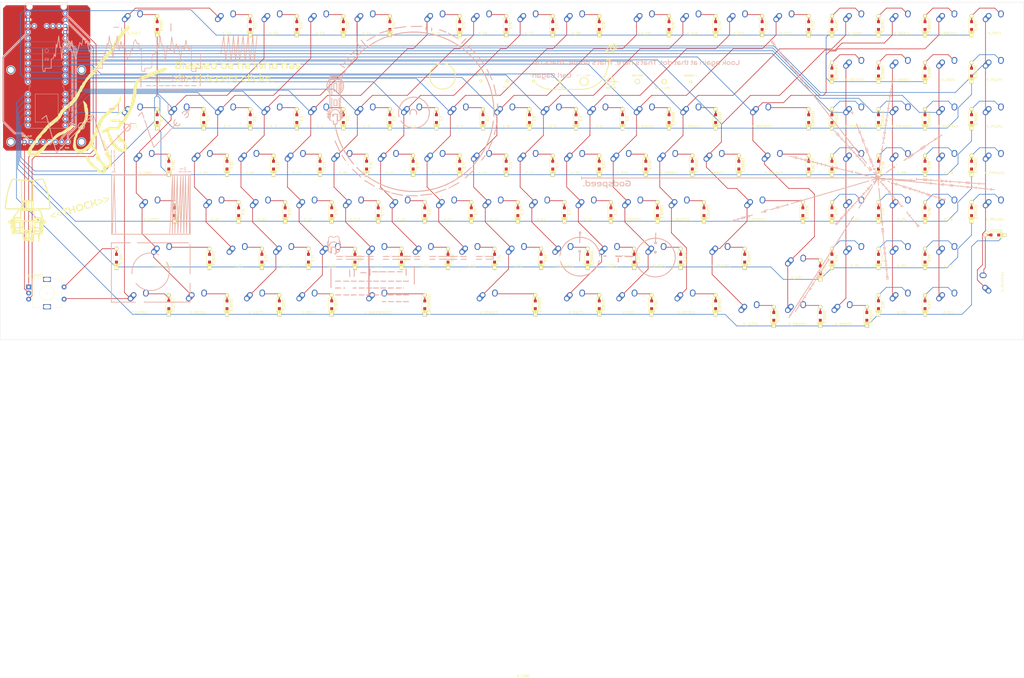
<source format=kicad_pcb>
(kicad_pcb (version 20171130) (host pcbnew "(5.1.6)-1")
  (layers (0 F.Cu signal) (31 B.Cu signal) (34 B.Paste user) (35 F.Paste user) (36 B.SilkS user) (37 F.SilkS user) (38 B.Mask user) (39 F.Mask user) (44 Edge.Cuts user))
  (net 0 "")
  (net 1 VCC)
  (net 2 "Net-(D_F1-Pad2)")
  (net 3 "Net-(D_F2-Pad2)")
  (net 4 "Net-(D_F3-Pad2)")
  (net 5 "Net-(D_F4-Pad2)")
  (net 6 "Net-(D_F5-Pad2)")
  (net 7 "Net-(D_F6-Pad2)")
  (net 8 "Net-(D_F7-Pad2)")
  (net 9 "Net-(D_F8-Pad2)")
  (net 10 "Net-(D_F9-Pad2)")
  (net 11 "Net-(D_F10-Pad2)")
  (net 12 "Net-(D_F11-Pad2)")
  (net 13 "Net-(D_F12-Pad2)")
  (net 14 "Net-(D_1-Pad2)")
  (net 15 "Net-(D_2-Pad2)")
  (net 16 "Net-(D_3-Pad2)")
  (net 17 "Net-(D_4-Pad2)")
  (net 18 "Net-(D_5-Pad2)")
  (net 19 "Net-(D_6-Pad2)")
  (net 20 "Net-(D_7-Pad2)")
  (net 21 "Net-(D_8-Pad2)")
  (net 22 "Net-(D_9-Pad2)")
  (net 23 "Net-(D_0-Pad2)")
  (net 24 "Net-(D_HOME1-Pad2)")
  (net 25 "Net-(D_PGUP1-Pad2)")
  (net 26 "Net-(D_MINUS1-Pad2)")
  (net 27 "Net-(D_SLASH1-Pad2)")
  (net 28 "Net-(D_UP1-Pad2)")
  (net 29 "Net-(D_END1-Pad2)")
  (net 30 "Net-(D_PGDN1-Pad2)")
  (net 31 "Net-(D_SPACE2-Pad2)")
  (net 32 "Net-(D_LEFT1-Pad2)")
  (net 33 "Net-(D_DOWN1-Pad2)")
  (net 34 "Net-(D_RIGHT1-Pad2)")
  (net 35 "Net-(D_ENTER1-Pad2)")
  (net 36 row2)
  (net 37 "Net-(D_`1-Pad2)")
  (net 38 row3)
  (net 39 "Net-(D_A1-Pad2)")
  (net 40 "Net-(D_B1-Pad2)")
  (net 41 ENC_S2)
  (net 42 "Net-(D_BACKSPACE1-Pad2)")
  (net 43 "Net-(D_BREAK1-Pad2)")
  (net 44 row1)
  (net 45 "Net-(D_BSLSH1-Pad2)")
  (net 46 "Net-(D_BSPACE1-Pad2)")
  (net 47 "Net-(D_C1-Pad2)")
  (net 48 "Net-(D_CAPS1-Pad2)")
  (net 49 "Net-(D_CBRAC1-Pad2)")
  (net 50 "Net-(D_COMMA1-Pad2)")
  (net 51 "Net-(D_D1-Pad2)")
  (net 52 "Net-(D_DEL1-Pad2)")
  (net 53 "Net-(D_DOT1-Pad2)")
  (net 54 "Net-(D_E1-Pad2)")
  (net 55 "Net-(D_ENC1-Pad2)")
  (net 56 "Net-(D_EQUAL1-Pad2)")
  (net 57 "Net-(D_ESC1-Pad2)")
  (net 58 "Net-(D_F13-Pad2)")
  (net 59 "Net-(D_FN1-Pad2)")
  (net 60 "Net-(D_G1-Pad2)")
  (net 61 "Net-(D_H1-Pad2)")
  (net 62 "Net-(D_I1-Pad2)")
  (net 63 "Net-(D_INSERT1-Pad2)")
  (net 64 "Net-(D_J1-Pad2)")
  (net 65 "Net-(D_K1-Pad2)")
  (net 66 "Net-(D_L1-Pad2)")
  (net 67 "Net-(D_LALT1-Pad2)")
  (net 68 "Net-(D_LCTRL1-Pad2)")
  (net 69 "Net-(D_LSHIFT1-Pad2)")
  (net 70 "Net-(D_M1-Pad2)")
  (net 71 "Net-(D_META1-Pad2)")
  (net 72 "Net-(D_N1-Pad2)")
  (net 73 "Net-(D_NUM1-Pad2)")
  (net 74 "Net-(D_O1-Pad2)")
  (net 75 "Net-(D_OBRAC1-Pad2)")
  (net 76 "Net-(D_P.1-Pad2)")
  (net 77 "Net-(D_P0-Pad2)")
  (net 78 "Net-(D_P1-Pad2)")
  (net 79 "Net-(D_P2-Pad2)")
  (net 80 "Net-(D_P3-Pad2)")
  (net 81 "Net-(D_P4-Pad2)")
  (net 82 "Net-(D_P5-Pad2)")
  (net 83 "Net-(D_P6-Pad2)")
  (net 84 "Net-(D_P7-Pad2)")
  (net 85 "Net-(D_P8-Pad2)")
  (net 86 "Net-(D_P9-Pad2)")
  (net 87 "Net-(D_P10-Pad2)")
  (net 88 "Net-(D_PASTRK1-Pad2)")
  (net 89 "Net-(D_PENTER1-Pad2)")
  (net 90 "Net-(D_PEQUAL1-Pad2)")
  (net 91 "Net-(D_PMINUS1-Pad2)")
  (net 92 "Net-(D_PPLUS1-Pad2)")
  (net 93 "Net-(D_PSLASH1-Pad2)")
  (net 94 "Net-(D_Q1-Pad2)")
  (net 95 "Net-(D_QUOTE1-Pad2)")
  (net 96 "Net-(D_R1-Pad2)")
  (net 97 "Net-(D_RALT1-Pad2)")
  (net 98 "Net-(D_RCTRL1-Pad2)")
  (net 99 "Net-(D_RSHIFT1-Pad2)")
  (net 100 "Net-(D_RST1-Pad2)")
  (net 101 "Net-(D_S1-Pad2)")
  (net 102 "Net-(D_SCRL1-Pad2)")
  (net 103 "Net-(D_SEMIC1-Pad2)")
  (net 104 "Net-(D_T1-Pad2)")
  (net 105 "Net-(D_TAB1-Pad2)")
  (net 106 "Net-(D_U1-Pad2)")
  (net 107 "Net-(D_V1-Pad2)")
  (net 108 "Net-(D_W1-Pad2)")
  (net 109 "Net-(D_X1-Pad2)")
  (net 110 "Net-(D_Y1-Pad2)")
  (net 111 "Net-(D_Z1-Pad2)")
  (net 112 col1)
  (net 113 ENC_A)
  (net 114 +5V)
  (net 115 ENC_B)
  (net 116 ENC_S1)
  (net 117 "Net-(U1-Pad5V)")
  (net 118 "Net-(U1-PadD+)")
  (net 119 Data)
  (net 120 Clk)
  (net 121 "Net-(U1-PadD-)")
  (net 122 col5)
  (net 123 col4)
  (net 124 col3)
  (net 125 col2)
  (net 126 col17)
  (net 127 col16)
  (net 128 "Net-(U1-PadDFU)")
  (net 129 "Net-(U1-PadA3|5v)")
  (net 130 col18)
  (net 131 col6)
  (net 132 col12)
  (net 133 col13)
  (net 134 col11)
  (net 135 col7)
  (net 136 col9)
  (net 137 col8)
  (net 138 col14)
  (net 139 col10)
  (net 140 col15)
  (net 141 "Net-(U1-PadRST)")
  (net 142 "Net-(D1-Pad6)")
  (net 143 "Net-(D1-Pad5)")
  (net 144 "Net-(D1-Pad3)")
  (net 145 "Net-(D1-Pad4)")
  (net 146 row5)
  (net 147 row0)
  (net 148 GND)
  (module "" (layer F.Cu) (at 180.975 219.075)
    (fp_text reference "" (at 164.30625 171.45) (layer F.SilkS) (effects (font (size 1.27 1.27))))
    (fp_text value "" (at 164.30625 171.45) (layer F.SilkS) (effects (font (size 1.27 1.27))))
    (fp_text user K_TAB1 (at 164.30625 171.053125) (layer F.SilkS))
  )
  (module Adafruit_1.3_128x64_OLED:MOUNTINGHOLE_2.5_PLATED (layer F.Cu) (at 164.30625 171.45 180)
    (fp_text reference D1 hide)
    (fp_text value SSD1306 hide)
    (pad 6 thru_hole circle (at 18.288 0 270) (size 1.778 1.778) (drill 1) (layers *.Cu *.Mask) (net 142 "Net-(D1-Pad6)"))
    (pad 5 thru_hole circle (at 15.748 0 270) (size 1.778 1.778) (drill 1) (layers *.Cu *.Mask) (net 143 "Net-(D1-Pad5)"))
    (pad 1 thru_hole circle (at 5.588 0 270) (size 1.778 1.778) (drill 1) (layers *.Cu *.Mask) (net 119 Data))
    (pad 3 thru_hole circle (at 10.668 0 270) (size 1.778 1.778) (drill 1) (layers *.Cu *.Mask) (net 144 "Net-(D1-Pad3)"))
    (pad 2 thru_hole circle (at 8.128 0 270) (size 1.778 1.778) (drill 1) (layers *.Cu *.Mask) (net 120 Clk))
    (pad 4 thru_hole circle (at 13.208 0 270) (size 1.778 1.778) (drill 1) (layers *.Cu *.Mask) (net 145 "Net-(D1-Pad4)"))
    (pad 8 thru_hole circle (at 23.368 0 270) (size 1.778 1.778) (drill 1) (layers *.Cu *.Mask) (net 148 GND))
    (pad 7 thru_hole circle (at 20.828 0 270) (size 1.778 1.778) (drill 1) (layers *.Cu *.Mask) (net 114 +5V))
    (pad P$1 thru_hole circle (at 0 29.464 180) (size 3.2 3.2) (drill 2.5) (layers *.Cu *.Mask))
    (pad P$1 thru_hole circle (at 28.956 29.464 180) (size 3.2 3.2) (drill 2.5) (layers *.Cu *.Mask))
    (pad P$1 thru_hole circle (at 28.956 0 180) (size 3.2 3.2) (drill 2.5) (layers *.Cu *.Mask))
    (pad P$1 thru_hole circle (at 0 0 180) (size 3.2 3.2) (drill 2.5) (layers *.Cu *.Mask))
  )
  (module MX_ALPS_Hybrid:MX-1U-NoLED (layer F.Cu) (at 452.4375 123.825)
    (fp_text reference K_F12 (at 0 3.175) (layer F.SilkS))
    (fp_text value KEYSW)
    (pad "" np_thru_hole circle (at 5.08 0 48.0996) (size 1.75 1.75) (drill 1.75) (layers *.Cu *.Mask))
    (pad "" np_thru_hole circle (at -5.08 0 48.0996) (size 1.75 1.75) (drill 1.75) (layers *.Cu *.Mask))
    (pad 1 thru_hole circle (at -2.5 -4) (size 2.25 2.25) (drill 1.47) (layers *.Cu B.Mask) (net 134 col11))
    (pad "" np_thru_hole circle (at 0 0) (size 3.9878 3.9878) (drill 3.9878) (layers *.Cu *.Mask))
    (pad 1 thru_hole oval (at -3.81 -2.54 48.0996) (size 4.211556 2.25) (drill 1.47 (offset 0.980778 0)) (layers *.Cu B.Mask) (net 134 col11))
    (pad 2 thru_hole circle (at 2.54 -5.08) (size 2.25 2.25) (drill 1.47) (layers *.Cu B.Mask) (net 13 "Net-(D_F12-Pad2)"))
    (pad 2 thru_hole oval (at 2.5 -4.5 86.0548) (size 2.831378 2.25) (drill 1.47 (offset 0.290689 0)) (layers *.Cu B.Mask) (net 13 "Net-(D_F12-Pad2)"))
  )
  (module proton_c:proton_c (layer B.Cu) (at 150.02 134.14 180)
    (fp_text reference U1 (at 0.01 -3.39 180) (layer B.SilkS) (effects (justify mirror)))
    (fp_text value proton_c)
    (pad RST thru_hole circle (at 7.615 -30.47 180) (size 1.7 1.7) (drill 1) (layers *.Cu *.Mask) (net 141 "Net-(U1-PadRST)"))
    (pad A13 thru_hole circle (at 7.615 -27.93 180) (size 1.7 1.7) (drill 1) (layers *.Cu *.Mask) (net 44 row1))
    (pad B12 thru_hole circle (at 7.615 -22.85 180) (size 1.7 1.7) (drill 1) (layers *.Cu *.Mask) (net 38 row3))
    (pad A14 thru_hole circle (at 7.615 -25.39 180) (size 1.7 1.7) (drill 1) (layers *.Cu *.Mask) (net 36 row2))
    (pad B10 thru_hole circle (at 7.615 -17.77 180) (size 1.7 1.7) (drill 1) (layers *.Cu *.Mask) (net 146 row5))
    (pad B11 thru_hole circle (at 7.615 -20.31 180) (size 1.7 1.7) (drill 1) (layers *.Cu *.Mask) (net 41 ENC_S2))
    (pad B9 thru_hole circle (at 7.615 -12.69 180) (size 1.7 1.7) (drill 1) (layers *.Cu *.Mask) (net 147 row0))
    (pad B13 thru_hole circle (at 7.615 -5.07 180) (size 1.7 1.7) (drill 1) (layers *.Cu *.Mask) (net 134 col11))
    (pad B15 thru_hole circle (at 7.615 -10.15 180) (size 1.7 1.7) (drill 1) (layers *.Cu *.Mask) (net 135 col7))
    (pad B14 thru_hole circle (at 7.615 -7.61 180) (size 1.7 1.7) (drill 1) (layers *.Cu *.Mask) (net 136 col9))
    (pad B8 thru_hole circle (at 7.615 -2.53 180) (size 1.7 1.7) (drill 1) (layers *.Cu *.Mask) (net 133 col13))
    (pad A0 thru_hole circle (at 7.615 0.01 180) (size 1.7 1.7) (drill 1) (layers *.Cu *.Mask) (net 140 col15))
    (pad A1 thru_hole circle (at 7.615 2.55 180) (size 1.7 1.7) (drill 1) (layers *.Cu *.Mask) (net 126 col17))
    (pad 3.3V thru_hole circle (at 7.615 7.63 180) (size 1.7 1.7) (drill 1) (layers *.Cu *.Mask) (net 114 +5V))
    (pad A3|5v thru_hole circle (at 5.075 10.17 180) (size 1.7 1.7) (drill 1) (layers *.Cu *.Mask) (net 129 "Net-(U1-PadA3|5v)"))
    (pad A2 thru_hole circle (at 7.615 5.09 180) (size 1.7 1.7) (drill 1) (layers *.Cu *.Mask) (net 130 col18))
    (pad DFU thru_hole circle (at 7.615 10.17 180) (size 1.7 1.7) (drill 1) (layers *.Cu *.Mask) (net 128 "Net-(U1-PadDFU)"))
    (pad GND thru_hole circle (at 7.615 12.71 180) (size 1.7 1.7) (drill 1) (layers *.Cu *.Mask) (net 148 GND))
    (pad A4 thru_hole circle (at -7.6 -17.77 180) (size 1.7 1.7) (drill 1) (layers *.Cu *.Mask) (net 122 col5))
    (pad A15 thru_hole circle (at -7.6 -30.47 180) (size 1.7 1.7) (drill 1) (layers *.Cu *.Mask) (net 116 ENC_S1))
    (pad A6 thru_hole circle (at -7.6 -22.85 180) (size 1.7 1.7) (drill 1) (layers *.Cu *.Mask) (net 124 col3))
    (pad A8 thru_hole circle (at -7.6 -27.93 180) (size 1.7 1.7) (drill 1) (layers *.Cu *.Mask) (net 112 col1))
    (pad A7 thru_hole circle (at -7.6 -25.39 180) (size 1.7 1.7) (drill 1) (layers *.Cu *.Mask) (net 125 col2))
    (pad A5 thru_hole circle (at -7.6 -20.31 180) (size 1.7 1.7) (drill 1) (layers *.Cu *.Mask) (net 123 col4))
    (pad B0 thru_hole circle (at -7.6 -12.69 180) (size 1.7 1.7) (drill 1) (layers *.Cu *.Mask) (net 131 col6))
    (pad B1 thru_hole circle (at -7.6 -10.15 180) (size 1.7 1.7) (drill 1) (layers *.Cu *.Mask) (net 137 col8))
    (pad B2 thru_hole circle (at -7.6 -7.61 180) (size 1.7 1.7) (drill 1) (layers *.Cu *.Mask) (net 139 col10))
    (pad B3 thru_hole circle (at -7.6 -5.07 180) (size 1.7 1.7) (drill 1) (layers *.Cu *.Mask) (net 132 col12))
    (pad B4 thru_hole circle (at -7.6 -2.53 180) (size 1.7 1.7) (drill 1) (layers *.Cu *.Mask) (net 138 col14))
    (pad B5 thru_hole circle (at -7.6 0.01 180) (size 1.7 1.7) (drill 1) (layers *.Cu *.Mask) (net 127 col16))
    (pad CHRG thru_hole circle (at 0.02 10.17 180) (size 1.7 1.7) (drill 1) (layers *.Cu *.Mask) (net 1 VCC))
    (pad D- thru_hole circle (at -2.52 10.17 180) (size 1.7 1.7) (drill 1) (layers *.Cu *.Mask) (net 121 "Net-(U1-PadD-)"))
    (pad B6 thru_hole circle (at -7.6 2.55 180) (size 1.7 1.7) (drill 1) (layers *.Cu *.Mask) (net 120 Clk))
    (pad B7 thru_hole circle (at -7.6 5.09 180) (size 1.7 1.7) (drill 1) (layers *.Cu *.Mask) (net 119 Data))
    (pad GND thru_hole circle (at -7.6 7.63 180) (size 1.7 1.7) (drill 1) (layers *.Cu *.Mask) (net 148 GND))
    (pad GND thru_hole circle (at -7.6 10.17 180) (size 1.7 1.7) (drill 1) (layers *.Cu *.Mask) (net 148 GND))
    (pad D+ thru_hole circle (at -5.06 10.17 180) (size 1.7 1.7) (drill 1) (layers *.Cu *.Mask) (net 118 "Net-(U1-PadD+)"))
    (pad A9 thru_hole circle (at -7.6 15.25 180) (size 1.7 1.7) (drill 1) (layers *.Cu *.Mask) (net 115 ENC_B))
    (pad SCRE thru_hole circle (at -6.9904 18.0748 180) (size 2.2 2.2) (drill 2.2) (layers *.Cu *.Mask))
    (pad SCRE thru_hole circle (at 7.005 18.0748 180) (size 2.2 2.2) (drill 2.2) (layers *.Cu *.Mask))
    (pad A10 thru_hole circle (at -7.6 12.71 180) (size 1.7 1.7) (drill 1) (layers *.Cu *.Mask) (net 113 ENC_A))
    (pad 5V thru_hole circle (at 7.615 15.25 180) (size 1.7 1.7) (drill 1) (layers *.Cu *.Mask) (net 117 "Net-(U1-Pad5V)"))
  )
  (module art:thock (layer F.Cu) (at 194.071875 178.59375)
    (fp_text reference G*** hide)
    (fp_text value LOGO hide)
  )
  (module art:pioneer (layer F.Cu) (at 358.378125 141.684375)
    (fp_text reference G*** hide)
    (fp_text value LOGO hide)
  )
  (module art:VOYAGER (layer B.Cu) (at 335.75625 180.975 180)
    (fp_text reference G*** hide)
    (fp_text value LOGO hide)
  )
  (module MX_ALPS_Hybrid:MX-1U-NoLED (layer F.Cu) (at 204.7875 161.925)
    (fp_text reference K_1 (at 0 3.175) (layer F.SilkS))
    (fp_text value KEYSW)
    (pad "" np_thru_hole circle (at 5.08 0 48.0996) (size 1.75 1.75) (drill 1.75) (layers *.Cu *.Mask))
    (pad "" np_thru_hole circle (at -5.08 0 48.0996) (size 1.75 1.75) (drill 1.75) (layers *.Cu *.Mask))
    (pad 1 thru_hole circle (at -2.5 -4) (size 2.25 2.25) (drill 1.47) (layers *.Cu B.Mask) (net 112 col1))
    (pad "" np_thru_hole circle (at 0 0) (size 3.9878 3.9878) (drill 3.9878) (layers *.Cu *.Mask))
    (pad 1 thru_hole oval (at -3.81 -2.54 48.0996) (size 4.211556 2.25) (drill 1.47 (offset 0.980778 0)) (layers *.Cu B.Mask) (net 112 col1))
    (pad 2 thru_hole circle (at 2.54 -5.08) (size 2.25 2.25) (drill 1.47) (layers *.Cu B.Mask) (net 14 "Net-(D_1-Pad2)"))
    (pad 2 thru_hole oval (at 2.5 -4.5 86.0548) (size 2.831378 2.25) (drill 1.47 (offset 0.290689 0)) (layers *.Cu B.Mask) (net 14 "Net-(D_1-Pad2)"))
  )
  (module MX_ALPS_Hybrid:MX-1U-NoLED (layer F.Cu) (at 519.1125 180.975)
    (fp_text reference K_P9 (at 0 3.175) (layer F.SilkS))
    (fp_text value KEYSW)
    (pad "" np_thru_hole circle (at 5.08 0 48.0996) (size 1.75 1.75) (drill 1.75) (layers *.Cu *.Mask))
    (pad "" np_thru_hole circle (at -5.08 0 48.0996) (size 1.75 1.75) (drill 1.75) (layers *.Cu *.Mask))
    (pad 1 thru_hole circle (at -2.5 -4) (size 2.25 2.25) (drill 1.47) (layers *.Cu B.Mask) (net 126 col17))
    (pad "" np_thru_hole circle (at 0 0) (size 3.9878 3.9878) (drill 3.9878) (layers *.Cu *.Mask))
    (pad 1 thru_hole oval (at -3.81 -2.54 48.0996) (size 4.211556 2.25) (drill 1.47 (offset 0.980778 0)) (layers *.Cu B.Mask) (net 126 col17))
    (pad 2 thru_hole circle (at 2.54 -5.08) (size 2.25 2.25) (drill 1.47) (layers *.Cu B.Mask) (net 86 "Net-(D_P9-Pad2)"))
    (pad 2 thru_hole oval (at 2.5 -4.5 86.0548) (size 2.831378 2.25) (drill 1.47 (offset 0.290689 0)) (layers *.Cu B.Mask) (net 86 "Net-(D_P9-Pad2)"))
  )
  (module MX_ALPS_Hybrid:MX-1U-NoLED (layer F.Cu) (at 300.0375 161.925)
    (fp_text reference K_6 (at 0 3.175) (layer F.SilkS))
    (fp_text value KEYSW)
    (pad "" np_thru_hole circle (at 5.08 0 48.0996) (size 1.75 1.75) (drill 1.75) (layers *.Cu *.Mask))
    (pad "" np_thru_hole circle (at -5.08 0 48.0996) (size 1.75 1.75) (drill 1.75) (layers *.Cu *.Mask))
    (pad 1 thru_hole circle (at -2.5 -4) (size 2.25 2.25) (drill 1.47) (layers *.Cu B.Mask) (net 131 col6))
    (pad "" np_thru_hole circle (at 0 0) (size 3.9878 3.9878) (drill 3.9878) (layers *.Cu *.Mask))
    (pad 1 thru_hole oval (at -3.81 -2.54 48.0996) (size 4.211556 2.25) (drill 1.47 (offset 0.980778 0)) (layers *.Cu B.Mask) (net 131 col6))
    (pad 2 thru_hole circle (at 2.54 -5.08) (size 2.25 2.25) (drill 1.47) (layers *.Cu B.Mask) (net 19 "Net-(D_6-Pad2)"))
    (pad 2 thru_hole oval (at 2.5 -4.5 86.0548) (size 2.831378 2.25) (drill 1.47 (offset 0.290689 0)) (layers *.Cu B.Mask) (net 19 "Net-(D_6-Pad2)"))
  )
  (module Rotary_Encoder:RotaryEncoder_Alps_EC11E-Switch_Vertical_H20mm (layer F.Cu) (at 150.01875 233.3625)
    (fp_text reference SW_ENC1 (at -4.566 -7.24) (layer F.SilkS))
    (fp_text value Rotary_Encoder_Switch)
    (pad A thru_hole rect (at -7.366 -2.54) (size 2 2) (drill 1) (layers *.Cu *.Mask) (net 113 ENC_A))
    (pad C thru_hole circle (at -7.366 -0.04) (size 2 2) (drill 1) (layers *.Cu *.Mask) (net 148 GND))
    (pad B thru_hole circle (at -7.366 2.46) (size 2 2) (drill 1) (layers *.Cu *.Mask) (net 115 ENC_B))
    (pad MP thru_hole rect (at 0.134 -5.64) (size 3.2 2) (drill oval 2.8 1.5) (layers *.Cu *.Mask))
    (pad MP thru_hole rect (at 0.134 5.56) (size 3.2 2) (drill oval 2.8 1.5) (layers *.Cu *.Mask))
    (pad S2 thru_hole circle (at 7.134 -2.54) (size 2 2) (drill 1) (layers *.Cu *.Mask) (net 55 "Net-(D_ENC1-Pad2)"))
    (pad S1 thru_hole circle (at 7.134 2.46) (size 2 2) (drill 1) (layers *.Cu *.Mask) (net 116 ENC_S1))
  )
  (module MX_ALPS_Hybrid:MX-1U-NoLED (layer F.Cu) (at 228.6 219.075)
    (fp_text reference K_Z1 (at 0 3.175) (layer F.SilkS))
    (fp_text value KEYSW)
    (pad "" np_thru_hole circle (at 5.08 0 48.0996) (size 1.75 1.75) (drill 1.75) (layers *.Cu *.Mask))
    (pad "" np_thru_hole circle (at -5.08 0 48.0996) (size 1.75 1.75) (drill 1.75) (layers *.Cu *.Mask))
    (pad 1 thru_hole circle (at -2.5 -4) (size 2.25 2.25) (drill 1.47) (layers *.Cu B.Mask) (net 125 col2))
    (pad "" np_thru_hole circle (at 0 0) (size 3.9878 3.9878) (drill 3.9878) (layers *.Cu *.Mask))
    (pad 1 thru_hole oval (at -3.81 -2.54 48.0996) (size 4.211556 2.25) (drill 1.47 (offset 0.980778 0)) (layers *.Cu B.Mask) (net 125 col2))
    (pad 2 thru_hole circle (at 2.54 -5.08) (size 2.25 2.25) (drill 1.47) (layers *.Cu B.Mask) (net 111 "Net-(D_Z1-Pad2)"))
    (pad 2 thru_hole oval (at 2.5 -4.5 86.0548) (size 2.831378 2.25) (drill 1.47 (offset 0.290689 0)) (layers *.Cu B.Mask) (net 111 "Net-(D_Z1-Pad2)"))
  )
  (module MX_ALPS_Hybrid:MX-1U-NoLED (layer F.Cu) (at 309.5625 180.975)
    (fp_text reference K_Y1 (at 0 3.175) (layer F.SilkS))
    (fp_text value KEYSW)
    (pad "" np_thru_hole circle (at 5.08 0 48.0996) (size 1.75 1.75) (drill 1.75) (layers *.Cu *.Mask))
    (pad "" np_thru_hole circle (at -5.08 0 48.0996) (size 1.75 1.75) (drill 1.75) (layers *.Cu *.Mask))
    (pad 1 thru_hole circle (at -2.5 -4) (size 2.25 2.25) (drill 1.47) (layers *.Cu B.Mask) (net 135 col7))
    (pad "" np_thru_hole circle (at 0 0) (size 3.9878 3.9878) (drill 3.9878) (layers *.Cu *.Mask))
    (pad 1 thru_hole oval (at -3.81 -2.54 48.0996) (size 4.211556 2.25) (drill 1.47 (offset 0.980778 0)) (layers *.Cu B.Mask) (net 135 col7))
    (pad 2 thru_hole circle (at 2.54 -5.08) (size 2.25 2.25) (drill 1.47) (layers *.Cu B.Mask) (net 110 "Net-(D_Y1-Pad2)"))
    (pad 2 thru_hole oval (at 2.5 -4.5 86.0548) (size 2.831378 2.25) (drill 1.47 (offset 0.290689 0)) (layers *.Cu B.Mask) (net 110 "Net-(D_Y1-Pad2)"))
  )
  (module MX_ALPS_Hybrid:MX-1U-NoLED (layer F.Cu) (at 247.65 219.075)
    (fp_text reference K_X1 (at 0 3.175) (layer F.SilkS))
    (fp_text value KEYSW)
    (pad "" np_thru_hole circle (at 5.08 0 48.0996) (size 1.75 1.75) (drill 1.75) (layers *.Cu *.Mask))
    (pad "" np_thru_hole circle (at -5.08 0 48.0996) (size 1.75 1.75) (drill 1.75) (layers *.Cu *.Mask))
    (pad 1 thru_hole circle (at -2.5 -4) (size 2.25 2.25) (drill 1.47) (layers *.Cu B.Mask) (net 124 col3))
    (pad "" np_thru_hole circle (at 0 0) (size 3.9878 3.9878) (drill 3.9878) (layers *.Cu *.Mask))
    (pad 1 thru_hole oval (at -3.81 -2.54 48.0996) (size 4.211556 2.25) (drill 1.47 (offset 0.980778 0)) (layers *.Cu B.Mask) (net 124 col3))
    (pad 2 thru_hole circle (at 2.54 -5.08) (size 2.25 2.25) (drill 1.47) (layers *.Cu B.Mask) (net 109 "Net-(D_X1-Pad2)"))
    (pad 2 thru_hole oval (at 2.5 -4.5 86.0548) (size 2.831378 2.25) (drill 1.47 (offset 0.290689 0)) (layers *.Cu B.Mask) (net 109 "Net-(D_X1-Pad2)"))
  )
  (module MX_ALPS_Hybrid:MX-1U-NoLED (layer F.Cu) (at 233.3625 180.975)
    (fp_text reference K_W1 (at 0 3.175) (layer F.SilkS))
    (fp_text value KEYSW)
    (pad "" np_thru_hole circle (at 5.08 0 48.0996) (size 1.75 1.75) (drill 1.75) (layers *.Cu *.Mask))
    (pad "" np_thru_hole circle (at -5.08 0 48.0996) (size 1.75 1.75) (drill 1.75) (layers *.Cu *.Mask))
    (pad 1 thru_hole circle (at -2.5 -4) (size 2.25 2.25) (drill 1.47) (layers *.Cu B.Mask) (net 124 col3))
    (pad "" np_thru_hole circle (at 0 0) (size 3.9878 3.9878) (drill 3.9878) (layers *.Cu *.Mask))
    (pad 1 thru_hole oval (at -3.81 -2.54 48.0996) (size 4.211556 2.25) (drill 1.47 (offset 0.980778 0)) (layers *.Cu B.Mask) (net 124 col3))
    (pad 2 thru_hole circle (at 2.54 -5.08) (size 2.25 2.25) (drill 1.47) (layers *.Cu B.Mask) (net 108 "Net-(D_W1-Pad2)"))
    (pad 2 thru_hole oval (at 2.5 -4.5 86.0548) (size 2.831378 2.25) (drill 1.47 (offset 0.290689 0)) (layers *.Cu B.Mask) (net 108 "Net-(D_W1-Pad2)"))
  )
  (module MX_ALPS_Hybrid:MX-1U-NoLED (layer F.Cu) (at 285.75 219.075)
    (fp_text reference K_V1 (at 0 3.175) (layer F.SilkS))
    (fp_text value KEYSW)
    (pad "" np_thru_hole circle (at 5.08 0 48.0996) (size 1.75 1.75) (drill 1.75) (layers *.Cu *.Mask))
    (pad "" np_thru_hole circle (at -5.08 0 48.0996) (size 1.75 1.75) (drill 1.75) (layers *.Cu *.Mask))
    (pad 1 thru_hole circle (at -2.5 -4) (size 2.25 2.25) (drill 1.47) (layers *.Cu B.Mask) (net 122 col5))
    (pad "" np_thru_hole circle (at 0 0) (size 3.9878 3.9878) (drill 3.9878) (layers *.Cu *.Mask))
    (pad 1 thru_hole oval (at -3.81 -2.54 48.0996) (size 4.211556 2.25) (drill 1.47 (offset 0.980778 0)) (layers *.Cu B.Mask) (net 122 col5))
    (pad 2 thru_hole circle (at 2.54 -5.08) (size 2.25 2.25) (drill 1.47) (layers *.Cu B.Mask) (net 107 "Net-(D_V1-Pad2)"))
    (pad 2 thru_hole oval (at 2.5 -4.5 86.0548) (size 2.831378 2.25) (drill 1.47 (offset 0.290689 0)) (layers *.Cu B.Mask) (net 107 "Net-(D_V1-Pad2)"))
  )
  (module MX_ALPS_Hybrid:MX-1U-NoLED (layer F.Cu) (at 457.2 223.8375)
    (fp_text reference K_UP1 (at 0 3.175) (layer F.SilkS))
    (fp_text value KEYSW)
    (pad "" np_thru_hole circle (at 5.08 0 48.0996) (size 1.75 1.75) (drill 1.75) (layers *.Cu *.Mask))
    (pad "" np_thru_hole circle (at -5.08 0 48.0996) (size 1.75 1.75) (drill 1.75) (layers *.Cu *.Mask))
    (pad 1 thru_hole circle (at -2.5 -4) (size 2.25 2.25) (drill 1.47) (layers *.Cu B.Mask) (net 138 col14))
    (pad "" np_thru_hole circle (at 0 0) (size 3.9878 3.9878) (drill 3.9878) (layers *.Cu *.Mask))
    (pad 1 thru_hole oval (at -3.81 -2.54 48.0996) (size 4.211556 2.25) (drill 1.47 (offset 0.980778 0)) (layers *.Cu B.Mask) (net 138 col14))
    (pad 2 thru_hole circle (at 2.54 -5.08) (size 2.25 2.25) (drill 1.47) (layers *.Cu B.Mask) (net 28 "Net-(D_UP1-Pad2)"))
    (pad 2 thru_hole oval (at 2.5 -4.5 86.0548) (size 2.831378 2.25) (drill 1.47 (offset 0.290689 0)) (layers *.Cu B.Mask) (net 28 "Net-(D_UP1-Pad2)"))
  )
  (module MX_ALPS_Hybrid:MX-1U-NoLED (layer F.Cu) (at 328.6125 180.975)
    (fp_text reference K_U1 (at 0 3.175) (layer F.SilkS))
    (fp_text value KEYSW)
    (pad "" np_thru_hole circle (at 5.08 0 48.0996) (size 1.75 1.75) (drill 1.75) (layers *.Cu *.Mask))
    (pad "" np_thru_hole circle (at -5.08 0 48.0996) (size 1.75 1.75) (drill 1.75) (layers *.Cu *.Mask))
    (pad 1 thru_hole circle (at -2.5 -4) (size 2.25 2.25) (drill 1.47) (layers *.Cu B.Mask) (net 137 col8))
    (pad "" np_thru_hole circle (at 0 0) (size 3.9878 3.9878) (drill 3.9878) (layers *.Cu *.Mask))
    (pad 1 thru_hole oval (at -3.81 -2.54 48.0996) (size 4.211556 2.25) (drill 1.47 (offset 0.980778 0)) (layers *.Cu B.Mask) (net 137 col8))
    (pad 2 thru_hole circle (at 2.54 -5.08) (size 2.25 2.25) (drill 1.47) (layers *.Cu B.Mask) (net 106 "Net-(D_U1-Pad2)"))
    (pad 2 thru_hole oval (at 2.5 -4.5 86.0548) (size 2.831378 2.25) (drill 1.47 (offset 0.290689 0)) (layers *.Cu B.Mask) (net 106 "Net-(D_U1-Pad2)"))
  )
  (module MX_ALPS_Hybrid:MX-1.5U-NoLED (layer F.Cu) (at 190.5 180.975)
    (fp_text reference K_TAB1 (at 0 3.175) (layer F.SilkS))
    (fp_text value KEYSW)
    (pad "" np_thru_hole circle (at 5.08 0 48.0996) (size 1.75 1.75) (drill 1.75) (layers *.Cu *.Mask))
    (pad "" np_thru_hole circle (at -5.08 0 48.0996) (size 1.75 1.75) (drill 1.75) (layers *.Cu *.Mask))
    (pad 1 thru_hole circle (at -2.5 -4) (size 2.25 2.25) (drill 1.47) (layers *.Cu B.Mask) (net 112 col1))
    (pad "" np_thru_hole circle (at 0 0) (size 3.9878 3.9878) (drill 3.9878) (layers *.Cu *.Mask))
    (pad 1 thru_hole oval (at -3.81 -2.54 48.0996) (size 4.211556 2.25) (drill 1.47 (offset 0.980778 0)) (layers *.Cu B.Mask) (net 112 col1))
    (pad 2 thru_hole circle (at 2.54 -5.08) (size 2.25 2.25) (drill 1.47) (layers *.Cu B.Mask) (net 105 "Net-(D_TAB1-Pad2)"))
    (pad 2 thru_hole oval (at 2.5 -4.5 86.0548) (size 2.831378 2.25) (drill 1.47 (offset 0.290689 0)) (layers *.Cu B.Mask) (net 105 "Net-(D_TAB1-Pad2)"))
  )
  (module MX_ALPS_Hybrid:MX-1U-NoLED (layer F.Cu) (at 290.5125 180.975)
    (fp_text reference K_T1 (at 0 3.175) (layer F.SilkS))
    (fp_text value KEYSW)
    (pad "" np_thru_hole circle (at 5.08 0 48.0996) (size 1.75 1.75) (drill 1.75) (layers *.Cu *.Mask))
    (pad "" np_thru_hole circle (at -5.08 0 48.0996) (size 1.75 1.75) (drill 1.75) (layers *.Cu *.Mask))
    (pad 1 thru_hole circle (at -2.5 -4) (size 2.25 2.25) (drill 1.47) (layers *.Cu B.Mask) (net 131 col6))
    (pad "" np_thru_hole circle (at 0 0) (size 3.9878 3.9878) (drill 3.9878) (layers *.Cu *.Mask))
    (pad 1 thru_hole oval (at -3.81 -2.54 48.0996) (size 4.211556 2.25) (drill 1.47 (offset 0.980778 0)) (layers *.Cu B.Mask) (net 131 col6))
    (pad 2 thru_hole circle (at 2.54 -5.08) (size 2.25 2.25) (drill 1.47) (layers *.Cu B.Mask) (net 104 "Net-(D_T1-Pad2)"))
    (pad 2 thru_hole oval (at 2.5 -4.5 86.0548) (size 2.831378 2.25) (drill 1.47 (offset 0.290689 0)) (layers *.Cu B.Mask) (net 104 "Net-(D_T1-Pad2)"))
  )
  (module MX_ALPS_Hybrid:MX-2.75U-NoLED (layer F.Cu) (at 330.99375 238.125)
    (fp_text reference K_SPACE1 (at 0 3.175) (layer F.SilkS))
    (fp_text value KEYSW)
    (pad "" np_thru_hole circle (at 11.938 8.255) (size 3.9878 3.9878) (drill 3.9878) (layers *.Cu *.Mask))
    (pad "" np_thru_hole circle (at -11.938 8.255) (size 3.9878 3.9878) (drill 3.9878) (layers *.Cu *.Mask))
    (pad "" np_thru_hole circle (at 11.938 -6.985) (size 3.048 3.048) (drill 3.048) (layers *.Cu *.Mask))
    (pad "" np_thru_hole circle (at -11.938 -6.985) (size 3.048 3.048) (drill 3.048) (layers *.Cu *.Mask))
    (pad "" np_thru_hole circle (at 5.08 0 48.0996) (size 1.75 1.75) (drill 1.75) (layers *.Cu *.Mask))
    (pad "" np_thru_hole circle (at -5.08 0 48.0996) (size 1.75 1.75) (drill 1.75) (layers *.Cu *.Mask))
    (pad 1 thru_hole circle (at -2.5 -4) (size 2.25 2.25) (drill 1.47) (layers *.Cu B.Mask) (net 137 col8))
    (pad "" np_thru_hole circle (at 0 0) (size 3.9878 3.9878) (drill 3.9878) (layers *.Cu *.Mask))
    (pad 1 thru_hole oval (at -3.81 -2.54 48.0996) (size 4.211556 2.25) (drill 1.47 (offset 0.980778 0)) (layers *.Cu B.Mask) (net 137 col8))
    (pad 2 thru_hole circle (at 2.54 -5.08) (size 2.25 2.25) (drill 1.47) (layers *.Cu B.Mask) (net 31 "Net-(D_SPACE2-Pad2)"))
    (pad 2 thru_hole oval (at 2.5 -4.5 86.0548) (size 2.831378 2.25) (drill 1.47 (offset 0.290689 0)) (layers *.Cu B.Mask) (net 31 "Net-(D_SPACE2-Pad2)"))
  )
  (module MX_ALPS_Hybrid:MX-1U-NoLED (layer F.Cu) (at 400.05 219.075)
    (fp_text reference K_SLASH1 (at 0 3.175) (layer F.SilkS))
    (fp_text value KEYSW)
    (pad "" np_thru_hole circle (at 5.08 0 48.0996) (size 1.75 1.75) (drill 1.75) (layers *.Cu *.Mask))
    (pad "" np_thru_hole circle (at -5.08 0 48.0996) (size 1.75 1.75) (drill 1.75) (layers *.Cu *.Mask))
    (pad 1 thru_hole circle (at -2.5 -4) (size 2.25 2.25) (drill 1.47) (layers *.Cu B.Mask) (net 134 col11))
    (pad "" np_thru_hole circle (at 0 0) (size 3.9878 3.9878) (drill 3.9878) (layers *.Cu *.Mask))
    (pad 1 thru_hole oval (at -3.81 -2.54 48.0996) (size 4.211556 2.25) (drill 1.47 (offset 0.980778 0)) (layers *.Cu B.Mask) (net 134 col11))
    (pad 2 thru_hole circle (at 2.54 -5.08) (size 2.25 2.25) (drill 1.47) (layers *.Cu B.Mask) (net 27 "Net-(D_SLASH1-Pad2)"))
    (pad 2 thru_hole oval (at 2.5 -4.5 86.0548) (size 2.831378 2.25) (drill 1.47 (offset 0.290689 0)) (layers *.Cu B.Mask) (net 27 "Net-(D_SLASH1-Pad2)"))
  )
  (module MX_ALPS_Hybrid:MX-1U-NoLED (layer F.Cu) (at 390.525 200.025)
    (fp_text reference K_SEMIC1 (at 0 3.175) (layer F.SilkS))
    (fp_text value KEYSW)
    (pad "" np_thru_hole circle (at 5.08 0 48.0996) (size 1.75 1.75) (drill 1.75) (layers *.Cu *.Mask))
    (pad "" np_thru_hole circle (at -5.08 0 48.0996) (size 1.75 1.75) (drill 1.75) (layers *.Cu *.Mask))
    (pad 1 thru_hole circle (at -2.5 -4) (size 2.25 2.25) (drill 1.47) (layers *.Cu B.Mask) (net 134 col11))
    (pad "" np_thru_hole circle (at 0 0) (size 3.9878 3.9878) (drill 3.9878) (layers *.Cu *.Mask))
    (pad 1 thru_hole oval (at -3.81 -2.54 48.0996) (size 4.211556 2.25) (drill 1.47 (offset 0.980778 0)) (layers *.Cu B.Mask) (net 134 col11))
    (pad 2 thru_hole circle (at 2.54 -5.08) (size 2.25 2.25) (drill 1.47) (layers *.Cu B.Mask) (net 103 "Net-(D_SEMIC1-Pad2)"))
    (pad 2 thru_hole oval (at 2.5 -4.5 86.0548) (size 2.831378 2.25) (drill 1.47 (offset 0.290689 0)) (layers *.Cu B.Mask) (net 103 "Net-(D_SEMIC1-Pad2)"))
  )
  (module MX_ALPS_Hybrid:MX-1U-NoLED (layer F.Cu) (at 500.0625 123.825)
    (fp_text reference K_SCRL1 (at 0 3.175) (layer F.SilkS))
    (fp_text value KEYSW)
    (pad "" np_thru_hole circle (at 5.08 0 48.0996) (size 1.75 1.75) (drill 1.75) (layers *.Cu *.Mask))
    (pad "" np_thru_hole circle (at -5.08 0 48.0996) (size 1.75 1.75) (drill 1.75) (layers *.Cu *.Mask))
    (pad 1 thru_hole circle (at -2.5 -4) (size 2.25 2.25) (drill 1.47) (layers *.Cu B.Mask) (net 133 col13))
    (pad "" np_thru_hole circle (at 0 0) (size 3.9878 3.9878) (drill 3.9878) (layers *.Cu *.Mask))
    (pad 1 thru_hole oval (at -3.81 -2.54 48.0996) (size 4.211556 2.25) (drill 1.47 (offset 0.980778 0)) (layers *.Cu B.Mask) (net 133 col13))
    (pad 2 thru_hole circle (at 2.54 -5.08) (size 2.25 2.25) (drill 1.47) (layers *.Cu B.Mask) (net 102 "Net-(D_SCRL1-Pad2)"))
    (pad 2 thru_hole oval (at 2.5 -4.5 86.0548) (size 2.831378 2.25) (drill 1.47 (offset 0.290689 0)) (layers *.Cu B.Mask) (net 102 "Net-(D_SCRL1-Pad2)"))
  )
  (module MX_ALPS_Hybrid:MX-1U-NoLED (layer F.Cu) (at 238.125 200.025)
    (fp_text reference K_S1 (at 0 3.175) (layer F.SilkS))
    (fp_text value KEYSW)
    (pad "" np_thru_hole circle (at 5.08 0 48.0996) (size 1.75 1.75) (drill 1.75) (layers *.Cu *.Mask))
    (pad "" np_thru_hole circle (at -5.08 0 48.0996) (size 1.75 1.75) (drill 1.75) (layers *.Cu *.Mask))
    (pad 1 thru_hole circle (at -2.5 -4) (size 2.25 2.25) (drill 1.47) (layers *.Cu B.Mask) (net 124 col3))
    (pad "" np_thru_hole circle (at 0 0) (size 3.9878 3.9878) (drill 3.9878) (layers *.Cu *.Mask))
    (pad 1 thru_hole oval (at -3.81 -2.54 48.0996) (size 4.211556 2.25) (drill 1.47 (offset 0.980778 0)) (layers *.Cu B.Mask) (net 124 col3))
    (pad 2 thru_hole circle (at 2.54 -5.08) (size 2.25 2.25) (drill 1.47) (layers *.Cu B.Mask) (net 101 "Net-(D_S1-Pad2)"))
    (pad 2 thru_hole oval (at 2.5 -4.5 86.0548) (size 2.831378 2.25) (drill 1.47 (offset 0.290689 0)) (layers *.Cu B.Mask) (net 101 "Net-(D_S1-Pad2)"))
  )
  (module MX_ALPS_Hybrid:MX-1U-NoLED (layer F.Cu) (at 538.1625 123.825)
    (fp_text reference K_RST1 (at 0 3.175) (layer F.SilkS))
    (fp_text value KEYSW)
    (pad "" np_thru_hole circle (at 5.08 0 48.0996) (size 1.75 1.75) (drill 1.75) (layers *.Cu *.Mask))
    (pad "" np_thru_hole circle (at -5.08 0 48.0996) (size 1.75 1.75) (drill 1.75) (layers *.Cu *.Mask))
    (pad 1 thru_hole circle (at -2.5 -4) (size 2.25 2.25) (drill 1.47) (layers *.Cu B.Mask) (net 130 col18))
    (pad "" np_thru_hole circle (at 0 0) (size 3.9878 3.9878) (drill 3.9878) (layers *.Cu *.Mask))
    (pad 1 thru_hole oval (at -3.81 -2.54 48.0996) (size 4.211556 2.25) (drill 1.47 (offset 0.980778 0)) (layers *.Cu B.Mask) (net 130 col18))
    (pad 2 thru_hole circle (at 2.54 -5.08) (size 2.25 2.25) (drill 1.47) (layers *.Cu B.Mask) (net 100 "Net-(D_RST1-Pad2)"))
    (pad 2 thru_hole oval (at 2.5 -4.5 86.0548) (size 2.831378 2.25) (drill 1.47 (offset 0.290689 0)) (layers *.Cu B.Mask) (net 100 "Net-(D_RST1-Pad2)"))
  )
  (module MX_ALPS_Hybrid:MX-1.75U-NoLED (layer F.Cu) (at 426.24375 219.075)
    (fp_text reference K_RSHIFT1 (at 0 3.175) (layer F.SilkS))
    (fp_text value KEYSW)
    (pad "" np_thru_hole circle (at 5.08 0 48.0996) (size 1.75 1.75) (drill 1.75) (layers *.Cu *.Mask))
    (pad "" np_thru_hole circle (at -5.08 0 48.0996) (size 1.75 1.75) (drill 1.75) (layers *.Cu *.Mask))
    (pad 1 thru_hole circle (at -2.5 -4) (size 2.25 2.25) (drill 1.47) (layers *.Cu B.Mask) (net 133 col13))
    (pad "" np_thru_hole circle (at 0 0) (size 3.9878 3.9878) (drill 3.9878) (layers *.Cu *.Mask))
    (pad 1 thru_hole oval (at -3.81 -2.54 48.0996) (size 4.211556 2.25) (drill 1.47 (offset 0.980778 0)) (layers *.Cu B.Mask) (net 133 col13))
    (pad 2 thru_hole circle (at 2.54 -5.08) (size 2.25 2.25) (drill 1.47) (layers *.Cu B.Mask) (net 99 "Net-(D_RSHIFT1-Pad2)"))
    (pad 2 thru_hole oval (at 2.5 -4.5 86.0548) (size 2.831378 2.25) (drill 1.47 (offset 0.290689 0)) (layers *.Cu B.Mask) (net 99 "Net-(D_RSHIFT1-Pad2)"))
  )
  (module MX_ALPS_Hybrid:MX-1U-NoLED (layer F.Cu) (at 476.25 242.8875)
    (fp_text reference K_RIGHT1 (at 0 3.175) (layer F.SilkS))
    (fp_text value KEYSW)
    (pad "" np_thru_hole circle (at 5.08 0 48.0996) (size 1.75 1.75) (drill 1.75) (layers *.Cu *.Mask))
    (pad "" np_thru_hole circle (at -5.08 0 48.0996) (size 1.75 1.75) (drill 1.75) (layers *.Cu *.Mask))
    (pad 1 thru_hole circle (at -2.5 -4) (size 2.25 2.25) (drill 1.47) (layers *.Cu B.Mask) (net 140 col15))
    (pad "" np_thru_hole circle (at 0 0) (size 3.9878 3.9878) (drill 3.9878) (layers *.Cu *.Mask))
    (pad 1 thru_hole oval (at -3.81 -2.54 48.0996) (size 4.211556 2.25) (drill 1.47 (offset 0.980778 0)) (layers *.Cu B.Mask) (net 140 col15))
    (pad 2 thru_hole circle (at 2.54 -5.08) (size 2.25 2.25) (drill 1.47) (layers *.Cu B.Mask) (net 34 "Net-(D_RIGHT1-Pad2)"))
    (pad 2 thru_hole oval (at 2.5 -4.5 86.0548) (size 2.831378 2.25) (drill 1.47 (offset 0.290689 0)) (layers *.Cu B.Mask) (net 34 "Net-(D_RIGHT1-Pad2)"))
  )
  (module MX_ALPS_Hybrid:MX-1.25U-NoLED (layer F.Cu) (at 411.95625 238.125)
    (fp_text reference K_RCTRL1 (at 0 3.175) (layer F.SilkS))
    (fp_text value KEYSW)
    (pad "" np_thru_hole circle (at 5.08 0 48.0996) (size 1.75 1.75) (drill 1.75) (layers *.Cu *.Mask))
    (pad "" np_thru_hole circle (at -5.08 0 48.0996) (size 1.75 1.75) (drill 1.75) (layers *.Cu *.Mask))
    (pad 1 thru_hole circle (at -2.5 -4) (size 2.25 2.25) (drill 1.47) (layers *.Cu B.Mask) (net 132 col12))
    (pad "" np_thru_hole circle (at 0 0) (size 3.9878 3.9878) (drill 3.9878) (layers *.Cu *.Mask))
    (pad 1 thru_hole oval (at -3.81 -2.54 48.0996) (size 4.211556 2.25) (drill 1.47 (offset 0.980778 0)) (layers *.Cu B.Mask) (net 132 col12))
    (pad 2 thru_hole circle (at 2.54 -5.08) (size 2.25 2.25) (drill 1.47) (layers *.Cu B.Mask) (net 98 "Net-(D_RCTRL1-Pad2)"))
    (pad 2 thru_hole oval (at 2.5 -4.5 86.0548) (size 2.831378 2.25) (drill 1.47 (offset 0.290689 0)) (layers *.Cu B.Mask) (net 98 "Net-(D_RCTRL1-Pad2)"))
  )
  (module MX_ALPS_Hybrid:MX-1U-NoLED (layer F.Cu) (at 366.7125 238.125)
    (fp_text reference K_RALT1 (at 0 3.175) (layer F.SilkS))
    (fp_text value KEYSW)
    (pad "" np_thru_hole circle (at 5.08 0 48.0996) (size 1.75 1.75) (drill 1.75) (layers *.Cu *.Mask))
    (pad "" np_thru_hole circle (at -5.08 0 48.0996) (size 1.75 1.75) (drill 1.75) (layers *.Cu *.Mask))
    (pad 1 thru_hole circle (at -2.5 -4) (size 2.25 2.25) (drill 1.47) (layers *.Cu B.Mask) (net 139 col10))
    (pad "" np_thru_hole circle (at 0 0) (size 3.9878 3.9878) (drill 3.9878) (layers *.Cu *.Mask))
    (pad 1 thru_hole oval (at -3.81 -2.54 48.0996) (size 4.211556 2.25) (drill 1.47 (offset 0.980778 0)) (layers *.Cu B.Mask) (net 139 col10))
    (pad 2 thru_hole circle (at 2.54 -5.08) (size 2.25 2.25) (drill 1.47) (layers *.Cu B.Mask) (net 97 "Net-(D_RALT1-Pad2)"))
    (pad 2 thru_hole oval (at 2.5 -4.5 86.0548) (size 2.831378 2.25) (drill 1.47 (offset 0.290689 0)) (layers *.Cu B.Mask) (net 97 "Net-(D_RALT1-Pad2)"))
  )
  (module MX_ALPS_Hybrid:MX-1U-NoLED (layer F.Cu) (at 271.4625 180.975)
    (fp_text reference K_R1 (at 0 3.175) (layer F.SilkS))
    (fp_text value KEYSW)
    (pad "" np_thru_hole circle (at 5.08 0 48.0996) (size 1.75 1.75) (drill 1.75) (layers *.Cu *.Mask))
    (pad "" np_thru_hole circle (at -5.08 0 48.0996) (size 1.75 1.75) (drill 1.75) (layers *.Cu *.Mask))
    (pad 1 thru_hole circle (at -2.5 -4) (size 2.25 2.25) (drill 1.47) (layers *.Cu B.Mask) (net 122 col5))
    (pad "" np_thru_hole circle (at 0 0) (size 3.9878 3.9878) (drill 3.9878) (layers *.Cu *.Mask))
    (pad 1 thru_hole oval (at -3.81 -2.54 48.0996) (size 4.211556 2.25) (drill 1.47 (offset 0.980778 0)) (layers *.Cu B.Mask) (net 122 col5))
    (pad 2 thru_hole circle (at 2.54 -5.08) (size 2.25 2.25) (drill 1.47) (layers *.Cu B.Mask) (net 96 "Net-(D_R1-Pad2)"))
    (pad 2 thru_hole oval (at 2.5 -4.5 86.0548) (size 2.831378 2.25) (drill 1.47 (offset 0.290689 0)) (layers *.Cu B.Mask) (net 96 "Net-(D_R1-Pad2)"))
  )
  (module MX_ALPS_Hybrid:MX-1U-NoLED (layer F.Cu) (at 409.575 200.025)
    (fp_text reference K_QUOTE1 (at 0 3.175) (layer F.SilkS))
    (fp_text value KEYSW)
    (pad "" np_thru_hole circle (at 5.08 0 48.0996) (size 1.75 1.75) (drill 1.75) (layers *.Cu *.Mask))
    (pad "" np_thru_hole circle (at -5.08 0 48.0996) (size 1.75 1.75) (drill 1.75) (layers *.Cu *.Mask))
    (pad 1 thru_hole circle (at -2.5 -4) (size 2.25 2.25) (drill 1.47) (layers *.Cu B.Mask) (net 132 col12))
    (pad "" np_thru_hole circle (at 0 0) (size 3.9878 3.9878) (drill 3.9878) (layers *.Cu *.Mask))
    (pad 1 thru_hole oval (at -3.81 -2.54 48.0996) (size 4.211556 2.25) (drill 1.47 (offset 0.980778 0)) (layers *.Cu B.Mask) (net 132 col12))
    (pad 2 thru_hole circle (at 2.54 -5.08) (size 2.25 2.25) (drill 1.47) (layers *.Cu B.Mask) (net 95 "Net-(D_QUOTE1-Pad2)"))
    (pad 2 thru_hole oval (at 2.5 -4.5 86.0548) (size 2.831378 2.25) (drill 1.47 (offset 0.290689 0)) (layers *.Cu B.Mask) (net 95 "Net-(D_QUOTE1-Pad2)"))
  )
  (module MX_ALPS_Hybrid:MX-1U-NoLED (layer F.Cu) (at 214.3125 180.975)
    (fp_text reference K_Q1 (at 0 3.175) (layer F.SilkS))
    (fp_text value KEYSW)
    (pad "" np_thru_hole circle (at 5.08 0 48.0996) (size 1.75 1.75) (drill 1.75) (layers *.Cu *.Mask))
    (pad "" np_thru_hole circle (at -5.08 0 48.0996) (size 1.75 1.75) (drill 1.75) (layers *.Cu *.Mask))
    (pad 1 thru_hole circle (at -2.5 -4) (size 2.25 2.25) (drill 1.47) (layers *.Cu B.Mask) (net 125 col2))
    (pad "" np_thru_hole circle (at 0 0) (size 3.9878 3.9878) (drill 3.9878) (layers *.Cu *.Mask))
    (pad 1 thru_hole oval (at -3.81 -2.54 48.0996) (size 4.211556 2.25) (drill 1.47 (offset 0.980778 0)) (layers *.Cu B.Mask) (net 125 col2))
    (pad 2 thru_hole circle (at 2.54 -5.08) (size 2.25 2.25) (drill 1.47) (layers *.Cu B.Mask) (net 94 "Net-(D_Q1-Pad2)"))
    (pad 2 thru_hole oval (at 2.5 -4.5 86.0548) (size 2.831378 2.25) (drill 1.47 (offset 0.290689 0)) (layers *.Cu B.Mask) (net 94 "Net-(D_Q1-Pad2)"))
  )
  (module MX_ALPS_Hybrid:MX-1U-NoLED (layer F.Cu) (at 500.0625 161.925)
    (fp_text reference K_PSLASH1 (at 0 3.175) (layer F.SilkS))
    (fp_text value KEYSW)
    (pad "" np_thru_hole circle (at 5.08 0 48.0996) (size 1.75 1.75) (drill 1.75) (layers *.Cu *.Mask))
    (pad "" np_thru_hole circle (at -5.08 0 48.0996) (size 1.75 1.75) (drill 1.75) (layers *.Cu *.Mask))
    (pad 1 thru_hole circle (at -2.5 -4) (size 2.25 2.25) (drill 1.47) (layers *.Cu B.Mask) (net 127 col16))
    (pad "" np_thru_hole circle (at 0 0) (size 3.9878 3.9878) (drill 3.9878) (layers *.Cu *.Mask))
    (pad 1 thru_hole oval (at -3.81 -2.54 48.0996) (size 4.211556 2.25) (drill 1.47 (offset 0.980778 0)) (layers *.Cu B.Mask) (net 127 col16))
    (pad 2 thru_hole circle (at 2.54 -5.08) (size 2.25 2.25) (drill 1.47) (layers *.Cu B.Mask) (net 93 "Net-(D_PSLASH1-Pad2)"))
    (pad 2 thru_hole oval (at 2.5 -4.5 86.0548) (size 2.831378 2.25) (drill 1.47 (offset 0.290689 0)) (layers *.Cu B.Mask) (net 93 "Net-(D_PSLASH1-Pad2)"))
  )
  (module MX_ALPS_Hybrid:MX-1U-NoLED (layer F.Cu) (at 538.1625 200.025)
    (fp_text reference K_PPLUS1 (at 0 3.175) (layer F.SilkS))
    (fp_text value KEYSW)
    (pad "" np_thru_hole circle (at 5.08 0 48.0996) (size 1.75 1.75) (drill 1.75) (layers *.Cu *.Mask))
    (pad "" np_thru_hole circle (at -5.08 0 48.0996) (size 1.75 1.75) (drill 1.75) (layers *.Cu *.Mask))
    (pad 1 thru_hole circle (at -2.5 -4) (size 2.25 2.25) (drill 1.47) (layers *.Cu B.Mask) (net 130 col18))
    (pad "" np_thru_hole circle (at 0 0) (size 3.9878 3.9878) (drill 3.9878) (layers *.Cu *.Mask))
    (pad 1 thru_hole oval (at -3.81 -2.54 48.0996) (size 4.211556 2.25) (drill 1.47 (offset 0.980778 0)) (layers *.Cu B.Mask) (net 130 col18))
    (pad 2 thru_hole circle (at 2.54 -5.08) (size 2.25 2.25) (drill 1.47) (layers *.Cu B.Mask) (net 92 "Net-(D_PPLUS1-Pad2)"))
    (pad 2 thru_hole oval (at 2.5 -4.5 86.0548) (size 2.831378 2.25) (drill 1.47 (offset 0.290689 0)) (layers *.Cu B.Mask) (net 92 "Net-(D_PPLUS1-Pad2)"))
  )
  (module MX_ALPS_Hybrid:MX-1U-NoLED (layer F.Cu) (at 538.1625 180.975)
    (fp_text reference K_PMINUS1 (at 0 3.175) (layer F.SilkS))
    (fp_text value KEYSW)
    (pad "" np_thru_hole circle (at 5.08 0 48.0996) (size 1.75 1.75) (drill 1.75) (layers *.Cu *.Mask))
    (pad "" np_thru_hole circle (at -5.08 0 48.0996) (size 1.75 1.75) (drill 1.75) (layers *.Cu *.Mask))
    (pad 1 thru_hole circle (at -2.5 -4) (size 2.25 2.25) (drill 1.47) (layers *.Cu B.Mask) (net 130 col18))
    (pad "" np_thru_hole circle (at 0 0) (size 3.9878 3.9878) (drill 3.9878) (layers *.Cu *.Mask))
    (pad 1 thru_hole oval (at -3.81 -2.54 48.0996) (size 4.211556 2.25) (drill 1.47 (offset 0.980778 0)) (layers *.Cu B.Mask) (net 130 col18))
    (pad 2 thru_hole circle (at 2.54 -5.08) (size 2.25 2.25) (drill 1.47) (layers *.Cu B.Mask) (net 91 "Net-(D_PMINUS1-Pad2)"))
    (pad 2 thru_hole oval (at 2.5 -4.5 86.0548) (size 2.831378 2.25) (drill 1.47 (offset 0.290689 0)) (layers *.Cu B.Mask) (net 91 "Net-(D_PMINUS1-Pad2)"))
  )
  (module MX_ALPS_Hybrid:MX-1U-NoLED (layer F.Cu) (at 538.1625 142.875)
    (fp_text reference K_PGUP1 (at 0 3.175) (layer F.SilkS))
    (fp_text value KEYSW)
    (pad "" np_thru_hole circle (at 5.08 0 48.0996) (size 1.75 1.75) (drill 1.75) (layers *.Cu *.Mask))
    (pad "" np_thru_hole circle (at -5.08 0 48.0996) (size 1.75 1.75) (drill 1.75) (layers *.Cu *.Mask))
    (pad 1 thru_hole circle (at -2.5 -4) (size 2.25 2.25) (drill 1.47) (layers *.Cu B.Mask) (net 130 col18))
    (pad "" np_thru_hole circle (at 0 0) (size 3.9878 3.9878) (drill 3.9878) (layers *.Cu *.Mask))
    (pad 1 thru_hole oval (at -3.81 -2.54 48.0996) (size 4.211556 2.25) (drill 1.47 (offset 0.980778 0)) (layers *.Cu B.Mask) (net 130 col18))
    (pad 2 thru_hole circle (at 2.54 -5.08) (size 2.25 2.25) (drill 1.47) (layers *.Cu B.Mask) (net 25 "Net-(D_PGUP1-Pad2)"))
    (pad 2 thru_hole oval (at 2.5 -4.5 86.0548) (size 2.831378 2.25) (drill 1.47 (offset 0.290689 0)) (layers *.Cu B.Mask) (net 25 "Net-(D_PGUP1-Pad2)"))
  )
  (module MX_ALPS_Hybrid:MX-1U-NoLED (layer F.Cu) (at 538.1625 161.925)
    (fp_text reference K_PGDN1 (at 0 3.175) (layer F.SilkS))
    (fp_text value KEYSW)
    (pad "" np_thru_hole circle (at 5.08 0 48.0996) (size 1.75 1.75) (drill 1.75) (layers *.Cu *.Mask))
    (pad "" np_thru_hole circle (at -5.08 0 48.0996) (size 1.75 1.75) (drill 1.75) (layers *.Cu *.Mask))
    (pad 1 thru_hole circle (at -2.5 -4) (size 2.25 2.25) (drill 1.47) (layers *.Cu B.Mask) (net 130 col18))
    (pad "" np_thru_hole circle (at 0 0) (size 3.9878 3.9878) (drill 3.9878) (layers *.Cu *.Mask))
    (pad 1 thru_hole oval (at -3.81 -2.54 48.0996) (size 4.211556 2.25) (drill 1.47 (offset 0.980778 0)) (layers *.Cu B.Mask) (net 130 col18))
    (pad 2 thru_hole circle (at 2.54 -5.08) (size 2.25 2.25) (drill 1.47) (layers *.Cu B.Mask) (net 30 "Net-(D_PGDN1-Pad2)"))
    (pad 2 thru_hole oval (at 2.5 -4.5 86.0548) (size 2.831378 2.25) (drill 1.47 (offset 0.290689 0)) (layers *.Cu B.Mask) (net 30 "Net-(D_PGDN1-Pad2)"))
  )
  (module MX_ALPS_Hybrid:MX-1U-NoLED (layer F.Cu) (at 481.0125 161.925)
    (fp_text reference K_PEQUAL1 (at 0 3.175) (layer F.SilkS))
    (fp_text value KEYSW)
    (pad "" np_thru_hole circle (at 5.08 0 48.0996) (size 1.75 1.75) (drill 1.75) (layers *.Cu *.Mask))
    (pad "" np_thru_hole circle (at -5.08 0 48.0996) (size 1.75 1.75) (drill 1.75) (layers *.Cu *.Mask))
    (pad 1 thru_hole circle (at -2.5 -4) (size 2.25 2.25) (drill 1.47) (layers *.Cu B.Mask) (net 140 col15))
    (pad "" np_thru_hole circle (at 0 0) (size 3.9878 3.9878) (drill 3.9878) (layers *.Cu *.Mask))
    (pad 1 thru_hole oval (at -3.81 -2.54 48.0996) (size 4.211556 2.25) (drill 1.47 (offset 0.980778 0)) (layers *.Cu B.Mask) (net 140 col15))
    (pad 2 thru_hole circle (at 2.54 -5.08) (size 2.25 2.25) (drill 1.47) (layers *.Cu B.Mask) (net 90 "Net-(D_PEQUAL1-Pad2)"))
    (pad 2 thru_hole oval (at 2.5 -4.5 86.0548) (size 2.831378 2.25) (drill 1.47 (offset 0.290689 0)) (layers *.Cu B.Mask) (net 90 "Net-(D_PEQUAL1-Pad2)"))
  )
  (module MX_ALPS_Hybrid:MX-2U-NoLED (layer F.Cu) (at 538.1625 228.6 90)
    (fp_text reference K_PENTER1 (at 0 3.175 90) (layer F.SilkS))
    (fp_text value KEYSW)
    (pad "" np_thru_hole circle (at 11.938 8.255 90) (size 3.9878 3.9878) (drill 3.9878) (layers *.Cu *.Mask))
    (pad "" np_thru_hole circle (at -11.938 8.255 90) (size 3.9878 3.9878) (drill 3.9878) (layers *.Cu *.Mask))
    (pad "" np_thru_hole circle (at 11.938 -6.985 90) (size 3.048 3.048) (drill 3.048) (layers *.Cu *.Mask))
    (pad "" np_thru_hole circle (at -11.938 -6.985 90) (size 3.048 3.048) (drill 3.048) (layers *.Cu *.Mask))
    (pad "" np_thru_hole circle (at 5.08 0 138.0996) (size 1.75 1.75) (drill 1.75) (layers *.Cu *.Mask))
    (pad "" np_thru_hole circle (at -5.08 0 138.0996) (size 1.75 1.75) (drill 1.75) (layers *.Cu *.Mask))
    (pad 1 thru_hole circle (at -2.5 -4 90) (size 2.25 2.25) (drill 1.47) (layers *.Cu B.Mask) (net 130 col18))
    (pad "" np_thru_hole circle (at 0 0 90) (size 3.9878 3.9878) (drill 3.9878) (layers *.Cu *.Mask))
    (pad 1 thru_hole oval (at -3.81 -2.54 138.0996) (size 4.211556 2.25) (drill 1.47 (offset 0.980778 0)) (layers *.Cu B.Mask) (net 130 col18))
    (pad 2 thru_hole circle (at 2.54 -5.08 90) (size 2.25 2.25) (drill 1.47) (layers *.Cu B.Mask) (net 89 "Net-(D_PENTER1-Pad2)"))
    (pad 2 thru_hole oval (at 2.5 -4.5 176.0548) (size 2.831378 2.25) (drill 1.47 (offset 0.290689 0)) (layers *.Cu B.Mask) (net 89 "Net-(D_PENTER1-Pad2)"))
  )
  (module MX_ALPS_Hybrid:MX-1U-NoLED (layer F.Cu) (at 519.1125 161.925)
    (fp_text reference K_PASTRK1 (at 0 3.175) (layer F.SilkS))
    (fp_text value KEYSW)
    (pad "" np_thru_hole circle (at 5.08 0 48.0996) (size 1.75 1.75) (drill 1.75) (layers *.Cu *.Mask))
    (pad "" np_thru_hole circle (at -5.08 0 48.0996) (size 1.75 1.75) (drill 1.75) (layers *.Cu *.Mask))
    (pad 1 thru_hole circle (at -2.5 -4) (size 2.25 2.25) (drill 1.47) (layers *.Cu B.Mask) (net 126 col17))
    (pad "" np_thru_hole circle (at 0 0) (size 3.9878 3.9878) (drill 3.9878) (layers *.Cu *.Mask))
    (pad 1 thru_hole oval (at -3.81 -2.54 48.0996) (size 4.211556 2.25) (drill 1.47 (offset 0.980778 0)) (layers *.Cu B.Mask) (net 126 col17))
    (pad 2 thru_hole circle (at 2.54 -5.08) (size 2.25 2.25) (drill 1.47) (layers *.Cu B.Mask) (net 88 "Net-(D_PASTRK1-Pad2)"))
    (pad 2 thru_hole oval (at 2.5 -4.5 86.0548) (size 2.831378 2.25) (drill 1.47 (offset 0.290689 0)) (layers *.Cu B.Mask) (net 88 "Net-(D_PASTRK1-Pad2)"))
  )
  (module MX_ALPS_Hybrid:MX-1U-NoLED (layer F.Cu) (at 385.7625 180.975)
    (fp_text reference K_P10 (at 0 3.175) (layer F.SilkS))
    (fp_text value KEYSW)
    (pad "" np_thru_hole circle (at 5.08 0 48.0996) (size 1.75 1.75) (drill 1.75) (layers *.Cu *.Mask))
    (pad "" np_thru_hole circle (at -5.08 0 48.0996) (size 1.75 1.75) (drill 1.75) (layers *.Cu *.Mask))
    (pad 1 thru_hole circle (at -2.5 -4) (size 2.25 2.25) (drill 1.47) (layers *.Cu B.Mask) (net 134 col11))
    (pad "" np_thru_hole circle (at 0 0) (size 3.9878 3.9878) (drill 3.9878) (layers *.Cu *.Mask))
    (pad 1 thru_hole oval (at -3.81 -2.54 48.0996) (size 4.211556 2.25) (drill 1.47 (offset 0.980778 0)) (layers *.Cu B.Mask) (net 134 col11))
    (pad 2 thru_hole circle (at 2.54 -5.08) (size 2.25 2.25) (drill 1.47) (layers *.Cu B.Mask) (net 87 "Net-(D_P10-Pad2)"))
    (pad 2 thru_hole oval (at 2.5 -4.5 86.0548) (size 2.831378 2.25) (drill 1.47 (offset 0.290689 0)) (layers *.Cu B.Mask) (net 87 "Net-(D_P10-Pad2)"))
  )
  (module MX_ALPS_Hybrid:MX-1U-NoLED (layer F.Cu) (at 500.0625 180.975)
    (fp_text reference K_P8 (at 0 3.175) (layer F.SilkS))
    (fp_text value KEYSW)
    (pad "" np_thru_hole circle (at 5.08 0 48.0996) (size 1.75 1.75) (drill 1.75) (layers *.Cu *.Mask))
    (pad "" np_thru_hole circle (at -5.08 0 48.0996) (size 1.75 1.75) (drill 1.75) (layers *.Cu *.Mask))
    (pad 1 thru_hole circle (at -2.5 -4) (size 2.25 2.25) (drill 1.47) (layers *.Cu B.Mask) (net 127 col16))
    (pad "" np_thru_hole circle (at 0 0) (size 3.9878 3.9878) (drill 3.9878) (layers *.Cu *.Mask))
    (pad 1 thru_hole oval (at -3.81 -2.54 48.0996) (size 4.211556 2.25) (drill 1.47 (offset 0.980778 0)) (layers *.Cu B.Mask) (net 127 col16))
    (pad 2 thru_hole circle (at 2.54 -5.08) (size 2.25 2.25) (drill 1.47) (layers *.Cu B.Mask) (net 85 "Net-(D_P8-Pad2)"))
    (pad 2 thru_hole oval (at 2.5 -4.5 86.0548) (size 2.831378 2.25) (drill 1.47 (offset 0.290689 0)) (layers *.Cu B.Mask) (net 85 "Net-(D_P8-Pad2)"))
  )
  (module MX_ALPS_Hybrid:MX-1U-NoLED (layer F.Cu) (at 481.0125 180.975)
    (fp_text reference K_P7 (at 0 3.175) (layer F.SilkS))
    (fp_text value KEYSW)
    (pad "" np_thru_hole circle (at 5.08 0 48.0996) (size 1.75 1.75) (drill 1.75) (layers *.Cu *.Mask))
    (pad "" np_thru_hole circle (at -5.08 0 48.0996) (size 1.75 1.75) (drill 1.75) (layers *.Cu *.Mask))
    (pad 1 thru_hole circle (at -2.5 -4) (size 2.25 2.25) (drill 1.47) (layers *.Cu B.Mask) (net 140 col15))
    (pad "" np_thru_hole circle (at 0 0) (size 3.9878 3.9878) (drill 3.9878) (layers *.Cu *.Mask))
    (pad 1 thru_hole oval (at -3.81 -2.54 48.0996) (size 4.211556 2.25) (drill 1.47 (offset 0.980778 0)) (layers *.Cu B.Mask) (net 140 col15))
    (pad 2 thru_hole circle (at 2.54 -5.08) (size 2.25 2.25) (drill 1.47) (layers *.Cu B.Mask) (net 84 "Net-(D_P7-Pad2)"))
    (pad 2 thru_hole oval (at 2.5 -4.5 86.0548) (size 2.831378 2.25) (drill 1.47 (offset 0.290689 0)) (layers *.Cu B.Mask) (net 84 "Net-(D_P7-Pad2)"))
  )
  (module MX_ALPS_Hybrid:MX-1U-NoLED (layer F.Cu) (at 519.1125 200.025)
    (fp_text reference K_P6 (at 0 3.175) (layer F.SilkS))
    (fp_text value KEYSW)
    (pad "" np_thru_hole circle (at 5.08 0 48.0996) (size 1.75 1.75) (drill 1.75) (layers *.Cu *.Mask))
    (pad "" np_thru_hole circle (at -5.08 0 48.0996) (size 1.75 1.75) (drill 1.75) (layers *.Cu *.Mask))
    (pad 1 thru_hole circle (at -2.5 -4) (size 2.25 2.25) (drill 1.47) (layers *.Cu B.Mask) (net 126 col17))
    (pad "" np_thru_hole circle (at 0 0) (size 3.9878 3.9878) (drill 3.9878) (layers *.Cu *.Mask))
    (pad 1 thru_hole oval (at -3.81 -2.54 48.0996) (size 4.211556 2.25) (drill 1.47 (offset 0.980778 0)) (layers *.Cu B.Mask) (net 126 col17))
    (pad 2 thru_hole circle (at 2.54 -5.08) (size 2.25 2.25) (drill 1.47) (layers *.Cu B.Mask) (net 83 "Net-(D_P6-Pad2)"))
    (pad 2 thru_hole oval (at 2.5 -4.5 86.0548) (size 2.831378 2.25) (drill 1.47 (offset 0.290689 0)) (layers *.Cu B.Mask) (net 83 "Net-(D_P6-Pad2)"))
  )
  (module MX_ALPS_Hybrid:MX-1U-NoLED (layer F.Cu) (at 500.0625 200.025)
    (fp_text reference K_P5 (at 0 3.175) (layer F.SilkS))
    (fp_text value KEYSW)
    (pad "" np_thru_hole circle (at 5.08 0 48.0996) (size 1.75 1.75) (drill 1.75) (layers *.Cu *.Mask))
    (pad "" np_thru_hole circle (at -5.08 0 48.0996) (size 1.75 1.75) (drill 1.75) (layers *.Cu *.Mask))
    (pad 1 thru_hole circle (at -2.5 -4) (size 2.25 2.25) (drill 1.47) (layers *.Cu B.Mask) (net 127 col16))
    (pad "" np_thru_hole circle (at 0 0) (size 3.9878 3.9878) (drill 3.9878) (layers *.Cu *.Mask))
    (pad 1 thru_hole oval (at -3.81 -2.54 48.0996) (size 4.211556 2.25) (drill 1.47 (offset 0.980778 0)) (layers *.Cu B.Mask) (net 127 col16))
    (pad 2 thru_hole circle (at 2.54 -5.08) (size 2.25 2.25) (drill 1.47) (layers *.Cu B.Mask) (net 82 "Net-(D_P5-Pad2)"))
    (pad 2 thru_hole oval (at 2.5 -4.5 86.0548) (size 2.831378 2.25) (drill 1.47 (offset 0.290689 0)) (layers *.Cu B.Mask) (net 82 "Net-(D_P5-Pad2)"))
  )
  (module MX_ALPS_Hybrid:MX-1U-NoLED (layer F.Cu) (at 481.0125 200.025)
    (fp_text reference K_P4 (at 0 3.175) (layer F.SilkS))
    (fp_text value KEYSW)
    (pad "" np_thru_hole circle (at 5.08 0 48.0996) (size 1.75 1.75) (drill 1.75) (layers *.Cu *.Mask))
    (pad "" np_thru_hole circle (at -5.08 0 48.0996) (size 1.75 1.75) (drill 1.75) (layers *.Cu *.Mask))
    (pad 1 thru_hole circle (at -2.5 -4) (size 2.25 2.25) (drill 1.47) (layers *.Cu B.Mask) (net 140 col15))
    (pad "" np_thru_hole circle (at 0 0) (size 3.9878 3.9878) (drill 3.9878) (layers *.Cu *.Mask))
    (pad 1 thru_hole oval (at -3.81 -2.54 48.0996) (size 4.211556 2.25) (drill 1.47 (offset 0.980778 0)) (layers *.Cu B.Mask) (net 140 col15))
    (pad 2 thru_hole circle (at 2.54 -5.08) (size 2.25 2.25) (drill 1.47) (layers *.Cu B.Mask) (net 81 "Net-(D_P4-Pad2)"))
    (pad 2 thru_hole oval (at 2.5 -4.5 86.0548) (size 2.831378 2.25) (drill 1.47 (offset 0.290689 0)) (layers *.Cu B.Mask) (net 81 "Net-(D_P4-Pad2)"))
  )
  (module MX_ALPS_Hybrid:MX-1U-NoLED (layer F.Cu) (at 519.1125 219.075)
    (fp_text reference K_P3 (at 0 3.175) (layer F.SilkS))
    (fp_text value KEYSW)
    (pad "" np_thru_hole circle (at 5.08 0 48.0996) (size 1.75 1.75) (drill 1.75) (layers *.Cu *.Mask))
    (pad "" np_thru_hole circle (at -5.08 0 48.0996) (size 1.75 1.75) (drill 1.75) (layers *.Cu *.Mask))
    (pad 1 thru_hole circle (at -2.5 -4) (size 2.25 2.25) (drill 1.47) (layers *.Cu B.Mask) (net 126 col17))
    (pad "" np_thru_hole circle (at 0 0) (size 3.9878 3.9878) (drill 3.9878) (layers *.Cu *.Mask))
    (pad 1 thru_hole oval (at -3.81 -2.54 48.0996) (size 4.211556 2.25) (drill 1.47 (offset 0.980778 0)) (layers *.Cu B.Mask) (net 126 col17))
    (pad 2 thru_hole circle (at 2.54 -5.08) (size 2.25 2.25) (drill 1.47) (layers *.Cu B.Mask) (net 80 "Net-(D_P3-Pad2)"))
    (pad 2 thru_hole oval (at 2.5 -4.5 86.0548) (size 2.831378 2.25) (drill 1.47 (offset 0.290689 0)) (layers *.Cu B.Mask) (net 80 "Net-(D_P3-Pad2)"))
  )
  (module MX_ALPS_Hybrid:MX-1U-NoLED (layer F.Cu) (at 500.0625 219.075)
    (fp_text reference K_P2 (at 0 3.175) (layer F.SilkS))
    (fp_text value KEYSW)
    (pad "" np_thru_hole circle (at 5.08 0 48.0996) (size 1.75 1.75) (drill 1.75) (layers *.Cu *.Mask))
    (pad "" np_thru_hole circle (at -5.08 0 48.0996) (size 1.75 1.75) (drill 1.75) (layers *.Cu *.Mask))
    (pad 1 thru_hole circle (at -2.5 -4) (size 2.25 2.25) (drill 1.47) (layers *.Cu B.Mask) (net 127 col16))
    (pad "" np_thru_hole circle (at 0 0) (size 3.9878 3.9878) (drill 3.9878) (layers *.Cu *.Mask))
    (pad 1 thru_hole oval (at -3.81 -2.54 48.0996) (size 4.211556 2.25) (drill 1.47 (offset 0.980778 0)) (layers *.Cu B.Mask) (net 127 col16))
    (pad 2 thru_hole circle (at 2.54 -5.08) (size 2.25 2.25) (drill 1.47) (layers *.Cu B.Mask) (net 79 "Net-(D_P2-Pad2)"))
    (pad 2 thru_hole oval (at 2.5 -4.5 86.0548) (size 2.831378 2.25) (drill 1.47 (offset 0.290689 0)) (layers *.Cu B.Mask) (net 79 "Net-(D_P2-Pad2)"))
  )
  (module MX_ALPS_Hybrid:MX-1U-NoLED (layer F.Cu) (at 481.0125 219.075)
    (fp_text reference K_P1 (at 0 3.175) (layer F.SilkS))
    (fp_text value KEYSW)
    (pad "" np_thru_hole circle (at 5.08 0 48.0996) (size 1.75 1.75) (drill 1.75) (layers *.Cu *.Mask))
    (pad "" np_thru_hole circle (at -5.08 0 48.0996) (size 1.75 1.75) (drill 1.75) (layers *.Cu *.Mask))
    (pad 1 thru_hole circle (at -2.5 -4) (size 2.25 2.25) (drill 1.47) (layers *.Cu B.Mask) (net 140 col15))
    (pad "" np_thru_hole circle (at 0 0) (size 3.9878 3.9878) (drill 3.9878) (layers *.Cu *.Mask))
    (pad 1 thru_hole oval (at -3.81 -2.54 48.0996) (size 4.211556 2.25) (drill 1.47 (offset 0.980778 0)) (layers *.Cu B.Mask) (net 140 col15))
    (pad 2 thru_hole circle (at 2.54 -5.08) (size 2.25 2.25) (drill 1.47) (layers *.Cu B.Mask) (net 78 "Net-(D_P1-Pad2)"))
    (pad 2 thru_hole oval (at 2.5 -4.5 86.0548) (size 2.831378 2.25) (drill 1.47 (offset 0.290689 0)) (layers *.Cu B.Mask) (net 78 "Net-(D_P1-Pad2)"))
  )
  (module MX_ALPS_Hybrid:MX-1U-NoLED (layer F.Cu) (at 500.0625 238.125)
    (fp_text reference K_P0 (at 0 3.175) (layer F.SilkS))
    (fp_text value KEYSW)
    (pad "" np_thru_hole circle (at 5.08 0 48.0996) (size 1.75 1.75) (drill 1.75) (layers *.Cu *.Mask))
    (pad "" np_thru_hole circle (at -5.08 0 48.0996) (size 1.75 1.75) (drill 1.75) (layers *.Cu *.Mask))
    (pad 1 thru_hole circle (at -2.5 -4) (size 2.25 2.25) (drill 1.47) (layers *.Cu B.Mask) (net 127 col16))
    (pad "" np_thru_hole circle (at 0 0) (size 3.9878 3.9878) (drill 3.9878) (layers *.Cu *.Mask))
    (pad 1 thru_hole oval (at -3.81 -2.54 48.0996) (size 4.211556 2.25) (drill 1.47 (offset 0.980778 0)) (layers *.Cu B.Mask) (net 127 col16))
    (pad 2 thru_hole circle (at 2.54 -5.08) (size 2.25 2.25) (drill 1.47) (layers *.Cu B.Mask) (net 77 "Net-(D_P0-Pad2)"))
    (pad 2 thru_hole oval (at 2.5 -4.5 86.0548) (size 2.831378 2.25) (drill 1.47 (offset 0.290689 0)) (layers *.Cu B.Mask) (net 77 "Net-(D_P0-Pad2)"))
  )
  (module MX_ALPS_Hybrid:MX-1U-NoLED (layer F.Cu) (at 519.1125 238.125)
    (fp_text reference K_P.1 (at 0 3.175) (layer F.SilkS))
    (fp_text value KEYSW)
    (pad "" np_thru_hole circle (at 5.08 0 48.0996) (size 1.75 1.75) (drill 1.75) (layers *.Cu *.Mask))
    (pad "" np_thru_hole circle (at -5.08 0 48.0996) (size 1.75 1.75) (drill 1.75) (layers *.Cu *.Mask))
    (pad 1 thru_hole circle (at -2.5 -4) (size 2.25 2.25) (drill 1.47) (layers *.Cu B.Mask) (net 126 col17))
    (pad "" np_thru_hole circle (at 0 0) (size 3.9878 3.9878) (drill 3.9878) (layers *.Cu *.Mask))
    (pad 1 thru_hole oval (at -3.81 -2.54 48.0996) (size 4.211556 2.25) (drill 1.47 (offset 0.980778 0)) (layers *.Cu B.Mask) (net 126 col17))
    (pad 2 thru_hole circle (at 2.54 -5.08) (size 2.25 2.25) (drill 1.47) (layers *.Cu B.Mask) (net 76 "Net-(D_P.1-Pad2)"))
    (pad 2 thru_hole oval (at 2.5 -4.5 86.0548) (size 2.831378 2.25) (drill 1.47 (offset 0.290689 0)) (layers *.Cu B.Mask) (net 76 "Net-(D_P.1-Pad2)"))
  )
  (module MX_ALPS_Hybrid:MX-1U-NoLED (layer F.Cu) (at 423.8625 180.975)
    (fp_text reference K_OBRAC1 (at 0 3.175) (layer F.SilkS))
    (fp_text value KEYSW)
    (pad "" np_thru_hole circle (at 5.08 0 48.0996) (size 1.75 1.75) (drill 1.75) (layers *.Cu *.Mask))
    (pad "" np_thru_hole circle (at -5.08 0 48.0996) (size 1.75 1.75) (drill 1.75) (layers *.Cu *.Mask))
    (pad 1 thru_hole circle (at -2.5 -4) (size 2.25 2.25) (drill 1.47) (layers *.Cu B.Mask) (net 133 col13))
    (pad "" np_thru_hole circle (at 0 0) (size 3.9878 3.9878) (drill 3.9878) (layers *.Cu *.Mask))
    (pad 1 thru_hole oval (at -3.81 -2.54 48.0996) (size 4.211556 2.25) (drill 1.47 (offset 0.980778 0)) (layers *.Cu B.Mask) (net 133 col13))
    (pad 2 thru_hole circle (at 2.54 -5.08) (size 2.25 2.25) (drill 1.47) (layers *.Cu B.Mask) (net 75 "Net-(D_OBRAC1-Pad2)"))
    (pad 2 thru_hole oval (at 2.5 -4.5 86.0548) (size 2.831378 2.25) (drill 1.47 (offset 0.290689 0)) (layers *.Cu B.Mask) (net 75 "Net-(D_OBRAC1-Pad2)"))
  )
  (module MX_ALPS_Hybrid:MX-1U-NoLED (layer F.Cu) (at 366.7125 180.975)
    (fp_text reference K_O1 (at 0 3.175) (layer F.SilkS))
    (fp_text value KEYSW)
    (pad "" np_thru_hole circle (at 5.08 0 48.0996) (size 1.75 1.75) (drill 1.75) (layers *.Cu *.Mask))
    (pad "" np_thru_hole circle (at -5.08 0 48.0996) (size 1.75 1.75) (drill 1.75) (layers *.Cu *.Mask))
    (pad 1 thru_hole circle (at -2.5 -4) (size 2.25 2.25) (drill 1.47) (layers *.Cu B.Mask) (net 139 col10))
    (pad "" np_thru_hole circle (at 0 0) (size 3.9878 3.9878) (drill 3.9878) (layers *.Cu *.Mask))
    (pad 1 thru_hole oval (at -3.81 -2.54 48.0996) (size 4.211556 2.25) (drill 1.47 (offset 0.980778 0)) (layers *.Cu B.Mask) (net 139 col10))
    (pad 2 thru_hole circle (at 2.54 -5.08) (size 2.25 2.25) (drill 1.47) (layers *.Cu B.Mask) (net 74 "Net-(D_O1-Pad2)"))
    (pad 2 thru_hole oval (at 2.5 -4.5 86.0548) (size 2.831378 2.25) (drill 1.47 (offset 0.290689 0)) (layers *.Cu B.Mask) (net 74 "Net-(D_O1-Pad2)"))
  )
  (module MX_ALPS_Hybrid:MX-1U-NoLED (layer F.Cu) (at 481.0125 123.825)
    (fp_text reference K_NUM1 (at 0 3.175) (layer F.SilkS))
    (fp_text value KEYSW)
    (pad "" np_thru_hole circle (at 5.08 0 48.0996) (size 1.75 1.75) (drill 1.75) (layers *.Cu *.Mask))
    (pad "" np_thru_hole circle (at -5.08 0 48.0996) (size 1.75 1.75) (drill 1.75) (layers *.Cu *.Mask))
    (pad 1 thru_hole circle (at -2.5 -4) (size 2.25 2.25) (drill 1.47) (layers *.Cu B.Mask) (net 132 col12))
    (pad "" np_thru_hole circle (at 0 0) (size 3.9878 3.9878) (drill 3.9878) (layers *.Cu *.Mask))
    (pad 1 thru_hole oval (at -3.81 -2.54 48.0996) (size 4.211556 2.25) (drill 1.47 (offset 0.980778 0)) (layers *.Cu B.Mask) (net 132 col12))
    (pad 2 thru_hole circle (at 2.54 -5.08) (size 2.25 2.25) (drill 1.47) (layers *.Cu B.Mask) (net 73 "Net-(D_NUM1-Pad2)"))
    (pad 2 thru_hole oval (at 2.5 -4.5 86.0548) (size 2.831378 2.25) (drill 1.47 (offset 0.290689 0)) (layers *.Cu B.Mask) (net 73 "Net-(D_NUM1-Pad2)"))
  )
  (module MX_ALPS_Hybrid:MX-1U-NoLED (layer F.Cu) (at 323.85 219.075)
    (fp_text reference K_N1 (at 0 3.175) (layer F.SilkS))
    (fp_text value KEYSW)
    (pad "" np_thru_hole circle (at 5.08 0 48.0996) (size 1.75 1.75) (drill 1.75) (layers *.Cu *.Mask))
    (pad "" np_thru_hole circle (at -5.08 0 48.0996) (size 1.75 1.75) (drill 1.75) (layers *.Cu *.Mask))
    (pad 1 thru_hole circle (at -2.5 -4) (size 2.25 2.25) (drill 1.47) (layers *.Cu B.Mask) (net 135 col7))
    (pad "" np_thru_hole circle (at 0 0) (size 3.9878 3.9878) (drill 3.9878) (layers *.Cu *.Mask))
    (pad 1 thru_hole oval (at -3.81 -2.54 48.0996) (size 4.211556 2.25) (drill 1.47 (offset 0.980778 0)) (layers *.Cu B.Mask) (net 135 col7))
    (pad 2 thru_hole circle (at 2.54 -5.08) (size 2.25 2.25) (drill 1.47) (layers *.Cu B.Mask) (net 72 "Net-(D_N1-Pad2)"))
    (pad 2 thru_hole oval (at 2.5 -4.5 86.0548) (size 2.831378 2.25) (drill 1.47 (offset 0.290689 0)) (layers *.Cu B.Mask) (net 72 "Net-(D_N1-Pad2)"))
  )
  (module MX_ALPS_Hybrid:MX-1U-NoLED (layer F.Cu) (at 395.2875 161.925)
    (fp_text reference K_MINUS1 (at 0 3.175) (layer F.SilkS))
    (fp_text value KEYSW)
    (pad "" np_thru_hole circle (at 5.08 0 48.0996) (size 1.75 1.75) (drill 1.75) (layers *.Cu *.Mask))
    (pad "" np_thru_hole circle (at -5.08 0 48.0996) (size 1.75 1.75) (drill 1.75) (layers *.Cu *.Mask))
    (pad 1 thru_hole circle (at -2.5 -4) (size 2.25 2.25) (drill 1.47) (layers *.Cu B.Mask) (net 134 col11))
    (pad "" np_thru_hole circle (at 0 0) (size 3.9878 3.9878) (drill 3.9878) (layers *.Cu *.Mask))
    (pad 1 thru_hole oval (at -3.81 -2.54 48.0996) (size 4.211556 2.25) (drill 1.47 (offset 0.980778 0)) (layers *.Cu B.Mask) (net 134 col11))
    (pad 2 thru_hole circle (at 2.54 -5.08) (size 2.25 2.25) (drill 1.47) (layers *.Cu B.Mask) (net 26 "Net-(D_MINUS1-Pad2)"))
    (pad 2 thru_hole oval (at 2.5 -4.5 86.0548) (size 2.831378 2.25) (drill 1.47 (offset 0.290689 0)) (layers *.Cu B.Mask) (net 26 "Net-(D_MINUS1-Pad2)"))
  )
  (module MX_ALPS_Hybrid:MX-1.25U-NoLED (layer F.Cu) (at 211.93125 238.125)
    (fp_text reference K_META1 (at 0 3.175) (layer F.SilkS))
    (fp_text value KEYSW)
    (pad "" np_thru_hole circle (at 5.08 0 48.0996) (size 1.75 1.75) (drill 1.75) (layers *.Cu *.Mask))
    (pad "" np_thru_hole circle (at -5.08 0 48.0996) (size 1.75 1.75) (drill 1.75) (layers *.Cu *.Mask))
    (pad 1 thru_hole circle (at -2.5 -4) (size 2.25 2.25) (drill 1.47) (layers *.Cu B.Mask) (net 112 col1))
    (pad "" np_thru_hole circle (at 0 0) (size 3.9878 3.9878) (drill 3.9878) (layers *.Cu *.Mask))
    (pad 1 thru_hole oval (at -3.81 -2.54 48.0996) (size 4.211556 2.25) (drill 1.47 (offset 0.980778 0)) (layers *.Cu B.Mask) (net 112 col1))
    (pad 2 thru_hole circle (at 2.54 -5.08) (size 2.25 2.25) (drill 1.47) (layers *.Cu B.Mask) (net 71 "Net-(D_META1-Pad2)"))
    (pad 2 thru_hole oval (at 2.5 -4.5 86.0548) (size 2.831378 2.25) (drill 1.47 (offset 0.290689 0)) (layers *.Cu B.Mask) (net 71 "Net-(D_META1-Pad2)"))
  )
  (module MX_ALPS_Hybrid:MX-1U-NoLED (layer F.Cu) (at 342.9 219.075)
    (fp_text reference K_M1 (at 0 3.175) (layer F.SilkS))
    (fp_text value KEYSW)
    (pad "" np_thru_hole circle (at 5.08 0 48.0996) (size 1.75 1.75) (drill 1.75) (layers *.Cu *.Mask))
    (pad "" np_thru_hole circle (at -5.08 0 48.0996) (size 1.75 1.75) (drill 1.75) (layers *.Cu *.Mask))
    (pad 1 thru_hole circle (at -2.5 -4) (size 2.25 2.25) (drill 1.47) (layers *.Cu B.Mask) (net 137 col8))
    (pad "" np_thru_hole circle (at 0 0) (size 3.9878 3.9878) (drill 3.9878) (layers *.Cu *.Mask))
    (pad 1 thru_hole oval (at -3.81 -2.54 48.0996) (size 4.211556 2.25) (drill 1.47 (offset 0.980778 0)) (layers *.Cu B.Mask) (net 137 col8))
    (pad 2 thru_hole circle (at 2.54 -5.08) (size 2.25 2.25) (drill 1.47) (layers *.Cu B.Mask) (net 70 "Net-(D_M1-Pad2)"))
    (pad 2 thru_hole oval (at 2.5 -4.5 86.0548) (size 2.831378 2.25) (drill 1.47 (offset 0.290689 0)) (layers *.Cu B.Mask) (net 70 "Net-(D_M1-Pad2)"))
  )
  (module MX_ALPS_Hybrid:MX-2.25U-NoLED (layer F.Cu) (at 197.64375 219.075)
    (fp_text reference K_LSHIFT1 (at 0 3.175) (layer F.SilkS))
    (fp_text value KEYSW)
    (pad "" np_thru_hole circle (at 11.938 8.255) (size 3.9878 3.9878) (drill 3.9878) (layers *.Cu *.Mask))
    (pad "" np_thru_hole circle (at -11.938 8.255) (size 3.9878 3.9878) (drill 3.9878) (layers *.Cu *.Mask))
    (pad "" np_thru_hole circle (at 11.938 -6.985) (size 3.048 3.048) (drill 3.048) (layers *.Cu *.Mask))
    (pad "" np_thru_hole circle (at -11.938 -6.985) (size 3.048 3.048) (drill 3.048) (layers *.Cu *.Mask))
    (pad "" np_thru_hole circle (at 5.08 0 48.0996) (size 1.75 1.75) (drill 1.75) (layers *.Cu *.Mask))
    (pad "" np_thru_hole circle (at -5.08 0 48.0996) (size 1.75 1.75) (drill 1.75) (layers *.Cu *.Mask))
    (pad 1 thru_hole circle (at -2.5 -4) (size 2.25 2.25) (drill 1.47) (layers *.Cu B.Mask) (net 112 col1))
    (pad "" np_thru_hole circle (at 0 0) (size 3.9878 3.9878) (drill 3.9878) (layers *.Cu *.Mask))
    (pad 1 thru_hole oval (at -3.81 -2.54 48.0996) (size 4.211556 2.25) (drill 1.47 (offset 0.980778 0)) (layers *.Cu B.Mask) (net 112 col1))
    (pad 2 thru_hole circle (at 2.54 -5.08) (size 2.25 2.25) (drill 1.47) (layers *.Cu B.Mask) (net 69 "Net-(D_LSHIFT1-Pad2)"))
    (pad 2 thru_hole oval (at 2.5 -4.5 86.0548) (size 2.831378 2.25) (drill 1.47 (offset 0.290689 0)) (layers *.Cu B.Mask) (net 69 "Net-(D_LSHIFT1-Pad2)"))
  )
  (module MX_ALPS_Hybrid:MX-1U-NoLED (layer F.Cu) (at 438.15 242.8875)
    (fp_text reference K_LEFT1 (at 0 3.175) (layer F.SilkS))
    (fp_text value KEYSW)
    (pad "" np_thru_hole circle (at 5.08 0 48.0996) (size 1.75 1.75) (drill 1.75) (layers *.Cu *.Mask))
    (pad "" np_thru_hole circle (at -5.08 0 48.0996) (size 1.75 1.75) (drill 1.75) (layers *.Cu *.Mask))
    (pad 1 thru_hole circle (at -2.5 -4) (size 2.25 2.25) (drill 1.47) (layers *.Cu B.Mask) (net 133 col13))
    (pad "" np_thru_hole circle (at 0 0) (size 3.9878 3.9878) (drill 3.9878) (layers *.Cu *.Mask))
    (pad 1 thru_hole oval (at -3.81 -2.54 48.0996) (size 4.211556 2.25) (drill 1.47 (offset 0.980778 0)) (layers *.Cu B.Mask) (net 133 col13))
    (pad 2 thru_hole circle (at 2.54 -5.08) (size 2.25 2.25) (drill 1.47) (layers *.Cu B.Mask) (net 32 "Net-(D_LEFT1-Pad2)"))
    (pad 2 thru_hole oval (at 2.5 -4.5 86.0548) (size 2.831378 2.25) (drill 1.47 (offset 0.290689 0)) (layers *.Cu B.Mask) (net 32 "Net-(D_LEFT1-Pad2)"))
  )
  (module MX_ALPS_Hybrid:MX-1.25U-NoLED (layer F.Cu) (at 188.11875 238.125)
    (fp_text reference K_LCTRL1 (at 0 3.175) (layer F.SilkS))
    (fp_text value KEYSW)
    (pad "" np_thru_hole circle (at 5.08 0 48.0996) (size 1.75 1.75) (drill 1.75) (layers *.Cu *.Mask))
    (pad "" np_thru_hole circle (at -5.08 0 48.0996) (size 1.75 1.75) (drill 1.75) (layers *.Cu *.Mask))
    (pad 1 thru_hole circle (at -2.5 -4) (size 2.25 2.25) (drill 1.47) (layers *.Cu B.Mask) (net 116 ENC_S1))
    (pad "" np_thru_hole circle (at 0 0) (size 3.9878 3.9878) (drill 3.9878) (layers *.Cu *.Mask))
    (pad 1 thru_hole oval (at -3.81 -2.54 48.0996) (size 4.211556 2.25) (drill 1.47 (offset 0.980778 0)) (layers *.Cu B.Mask) (net 116 ENC_S1))
    (pad 2 thru_hole circle (at 2.54 -5.08) (size 2.25 2.25) (drill 1.47) (layers *.Cu B.Mask) (net 68 "Net-(D_LCTRL1-Pad2)"))
    (pad 2 thru_hole oval (at 2.5 -4.5 86.0548) (size 2.831378 2.25) (drill 1.47 (offset 0.290689 0)) (layers *.Cu B.Mask) (net 68 "Net-(D_LCTRL1-Pad2)"))
  )
  (module MX_ALPS_Hybrid:MX-1.25U-NoLED (layer F.Cu) (at 235.74375 238.125)
    (fp_text reference K_LALT1 (at 0 3.175) (layer F.SilkS))
    (fp_text value KEYSW)
    (pad "" np_thru_hole circle (at 5.08 0 48.0996) (size 1.75 1.75) (drill 1.75) (layers *.Cu *.Mask))
    (pad "" np_thru_hole circle (at -5.08 0 48.0996) (size 1.75 1.75) (drill 1.75) (layers *.Cu *.Mask))
    (pad 1 thru_hole circle (at -2.5 -4) (size 2.25 2.25) (drill 1.47) (layers *.Cu B.Mask) (net 124 col3))
    (pad "" np_thru_hole circle (at 0 0) (size 3.9878 3.9878) (drill 3.9878) (layers *.Cu *.Mask))
    (pad 1 thru_hole oval (at -3.81 -2.54 48.0996) (size 4.211556 2.25) (drill 1.47 (offset 0.980778 0)) (layers *.Cu B.Mask) (net 124 col3))
    (pad 2 thru_hole circle (at 2.54 -5.08) (size 2.25 2.25) (drill 1.47) (layers *.Cu B.Mask) (net 67 "Net-(D_LALT1-Pad2)"))
    (pad 2 thru_hole oval (at 2.5 -4.5 86.0548) (size 2.831378 2.25) (drill 1.47 (offset 0.290689 0)) (layers *.Cu B.Mask) (net 67 "Net-(D_LALT1-Pad2)"))
  )
  (module MX_ALPS_Hybrid:MX-1U-NoLED (layer F.Cu) (at 371.475 200.025)
    (fp_text reference K_L1 (at 0 3.175) (layer F.SilkS))
    (fp_text value KEYSW)
    (pad "" np_thru_hole circle (at 5.08 0 48.0996) (size 1.75 1.75) (drill 1.75) (layers *.Cu *.Mask))
    (pad "" np_thru_hole circle (at -5.08 0 48.0996) (size 1.75 1.75) (drill 1.75) (layers *.Cu *.Mask))
    (pad 1 thru_hole circle (at -2.5 -4) (size 2.25 2.25) (drill 1.47) (layers *.Cu B.Mask) (net 139 col10))
    (pad "" np_thru_hole circle (at 0 0) (size 3.9878 3.9878) (drill 3.9878) (layers *.Cu *.Mask))
    (pad 1 thru_hole oval (at -3.81 -2.54 48.0996) (size 4.211556 2.25) (drill 1.47 (offset 0.980778 0)) (layers *.Cu B.Mask) (net 139 col10))
    (pad 2 thru_hole circle (at 2.54 -5.08) (size 2.25 2.25) (drill 1.47) (layers *.Cu B.Mask) (net 66 "Net-(D_L1-Pad2)"))
    (pad 2 thru_hole oval (at 2.5 -4.5 86.0548) (size 2.831378 2.25) (drill 1.47 (offset 0.290689 0)) (layers *.Cu B.Mask) (net 66 "Net-(D_L1-Pad2)"))
  )
  (module MX_ALPS_Hybrid:MX-1U-NoLED (layer F.Cu) (at 352.425 200.025)
    (fp_text reference K_K1 (at 0 3.175) (layer F.SilkS))
    (fp_text value KEYSW)
    (pad "" np_thru_hole circle (at 5.08 0 48.0996) (size 1.75 1.75) (drill 1.75) (layers *.Cu *.Mask))
    (pad "" np_thru_hole circle (at -5.08 0 48.0996) (size 1.75 1.75) (drill 1.75) (layers *.Cu *.Mask))
    (pad 1 thru_hole circle (at -2.5 -4) (size 2.25 2.25) (drill 1.47) (layers *.Cu B.Mask) (net 136 col9))
    (pad "" np_thru_hole circle (at 0 0) (size 3.9878 3.9878) (drill 3.9878) (layers *.Cu *.Mask))
    (pad 1 thru_hole oval (at -3.81 -2.54 48.0996) (size 4.211556 2.25) (drill 1.47 (offset 0.980778 0)) (layers *.Cu B.Mask) (net 136 col9))
    (pad 2 thru_hole circle (at 2.54 -5.08) (size 2.25 2.25) (drill 1.47) (layers *.Cu B.Mask) (net 65 "Net-(D_K1-Pad2)"))
    (pad 2 thru_hole oval (at 2.5 -4.5 86.0548) (size 2.831378 2.25) (drill 1.47 (offset 0.290689 0)) (layers *.Cu B.Mask) (net 65 "Net-(D_K1-Pad2)"))
  )
  (module MX_ALPS_Hybrid:MX-1U-NoLED (layer F.Cu) (at 333.375 200.025)
    (fp_text reference K_J1 (at 0 3.175) (layer F.SilkS))
    (fp_text value KEYSW)
    (pad "" np_thru_hole circle (at 5.08 0 48.0996) (size 1.75 1.75) (drill 1.75) (layers *.Cu *.Mask))
    (pad "" np_thru_hole circle (at -5.08 0 48.0996) (size 1.75 1.75) (drill 1.75) (layers *.Cu *.Mask))
    (pad 1 thru_hole circle (at -2.5 -4) (size 2.25 2.25) (drill 1.47) (layers *.Cu B.Mask) (net 137 col8))
    (pad "" np_thru_hole circle (at 0 0) (size 3.9878 3.9878) (drill 3.9878) (layers *.Cu *.Mask))
    (pad 1 thru_hole oval (at -3.81 -2.54 48.0996) (size 4.211556 2.25) (drill 1.47 (offset 0.980778 0)) (layers *.Cu B.Mask) (net 137 col8))
    (pad 2 thru_hole circle (at 2.54 -5.08) (size 2.25 2.25) (drill 1.47) (layers *.Cu B.Mask) (net 64 "Net-(D_J1-Pad2)"))
    (pad 2 thru_hole oval (at 2.5 -4.5 86.0548) (size 2.831378 2.25) (drill 1.47 (offset 0.290689 0)) (layers *.Cu B.Mask) (net 64 "Net-(D_J1-Pad2)"))
  )
  (module MX_ALPS_Hybrid:MX-1U-NoLED (layer F.Cu) (at 347.6625 180.975)
    (fp_text reference K_I1 (at 0 3.175) (layer F.SilkS))
    (fp_text value KEYSW)
    (pad "" np_thru_hole circle (at 5.08 0 48.0996) (size 1.75 1.75) (drill 1.75) (layers *.Cu *.Mask))
    (pad "" np_thru_hole circle (at -5.08 0 48.0996) (size 1.75 1.75) (drill 1.75) (layers *.Cu *.Mask))
    (pad 1 thru_hole circle (at -2.5 -4) (size 2.25 2.25) (drill 1.47) (layers *.Cu B.Mask) (net 136 col9))
    (pad "" np_thru_hole circle (at 0 0) (size 3.9878 3.9878) (drill 3.9878) (layers *.Cu *.Mask))
    (pad 1 thru_hole oval (at -3.81 -2.54 48.0996) (size 4.211556 2.25) (drill 1.47 (offset 0.980778 0)) (layers *.Cu B.Mask) (net 136 col9))
    (pad 2 thru_hole circle (at 2.54 -5.08) (size 2.25 2.25) (drill 1.47) (layers *.Cu B.Mask) (net 62 "Net-(D_I1-Pad2)"))
    (pad 2 thru_hole oval (at 2.5 -4.5 86.0548) (size 2.831378 2.25) (drill 1.47 (offset 0.290689 0)) (layers *.Cu B.Mask) (net 62 "Net-(D_I1-Pad2)"))
  )
  (module MX_ALPS_Hybrid:MX-1U-NoLED (layer F.Cu) (at 500.0625 142.875)
    (fp_text reference K_HOME1 (at 0 3.175) (layer F.SilkS))
    (fp_text value KEYSW)
    (pad "" np_thru_hole circle (at 5.08 0 48.0996) (size 1.75 1.75) (drill 1.75) (layers *.Cu *.Mask))
    (pad "" np_thru_hole circle (at -5.08 0 48.0996) (size 1.75 1.75) (drill 1.75) (layers *.Cu *.Mask))
    (pad 1 thru_hole circle (at -2.5 -4) (size 2.25 2.25) (drill 1.47) (layers *.Cu B.Mask) (net 127 col16))
    (pad "" np_thru_hole circle (at 0 0) (size 3.9878 3.9878) (drill 3.9878) (layers *.Cu *.Mask))
    (pad 1 thru_hole oval (at -3.81 -2.54 48.0996) (size 4.211556 2.25) (drill 1.47 (offset 0.980778 0)) (layers *.Cu B.Mask) (net 127 col16))
    (pad 2 thru_hole circle (at 2.54 -5.08) (size 2.25 2.25) (drill 1.47) (layers *.Cu B.Mask) (net 24 "Net-(D_HOME1-Pad2)"))
    (pad 2 thru_hole oval (at 2.5 -4.5 86.0548) (size 2.831378 2.25) (drill 1.47 (offset 0.290689 0)) (layers *.Cu B.Mask) (net 24 "Net-(D_HOME1-Pad2)"))
  )
  (module MX_ALPS_Hybrid:MX-1U-NoLED (layer F.Cu) (at 314.325 200.025)
    (fp_text reference K_H1 (at 0 3.175) (layer F.SilkS))
    (fp_text value KEYSW)
    (pad "" np_thru_hole circle (at 5.08 0 48.0996) (size 1.75 1.75) (drill 1.75) (layers *.Cu *.Mask))
    (pad "" np_thru_hole circle (at -5.08 0 48.0996) (size 1.75 1.75) (drill 1.75) (layers *.Cu *.Mask))
    (pad 1 thru_hole circle (at -2.5 -4) (size 2.25 2.25) (drill 1.47) (layers *.Cu B.Mask) (net 135 col7))
    (pad "" np_thru_hole circle (at 0 0) (size 3.9878 3.9878) (drill 3.9878) (layers *.Cu *.Mask))
    (pad 1 thru_hole oval (at -3.81 -2.54 48.0996) (size 4.211556 2.25) (drill 1.47 (offset 0.980778 0)) (layers *.Cu B.Mask) (net 135 col7))
    (pad 2 thru_hole circle (at 2.54 -5.08) (size 2.25 2.25) (drill 1.47) (layers *.Cu B.Mask) (net 61 "Net-(D_H1-Pad2)"))
    (pad 2 thru_hole oval (at 2.5 -4.5 86.0548) (size 2.831378 2.25) (drill 1.47 (offset 0.290689 0)) (layers *.Cu B.Mask) (net 61 "Net-(D_H1-Pad2)"))
  )
  (module MX_ALPS_Hybrid:MX-1U-NoLED (layer F.Cu) (at 295.275 200.025)
    (fp_text reference K_G1 (at 0 3.175) (layer F.SilkS))
    (fp_text value KEYSW)
    (pad "" np_thru_hole circle (at 5.08 0 48.0996) (size 1.75 1.75) (drill 1.75) (layers *.Cu *.Mask))
    (pad "" np_thru_hole circle (at -5.08 0 48.0996) (size 1.75 1.75) (drill 1.75) (layers *.Cu *.Mask))
    (pad 1 thru_hole circle (at -2.5 -4) (size 2.25 2.25) (drill 1.47) (layers *.Cu B.Mask) (net 131 col6))
    (pad "" np_thru_hole circle (at 0 0) (size 3.9878 3.9878) (drill 3.9878) (layers *.Cu *.Mask))
    (pad 1 thru_hole oval (at -3.81 -2.54 48.0996) (size 4.211556 2.25) (drill 1.47 (offset 0.980778 0)) (layers *.Cu B.Mask) (net 131 col6))
    (pad 2 thru_hole circle (at 2.54 -5.08) (size 2.25 2.25) (drill 1.47) (layers *.Cu B.Mask) (net 60 "Net-(D_G1-Pad2)"))
    (pad 2 thru_hole oval (at 2.5 -4.5 86.0548) (size 2.831378 2.25) (drill 1.47 (offset 0.290689 0)) (layers *.Cu B.Mask) (net 60 "Net-(D_G1-Pad2)"))
  )
  (module MX_ALPS_Hybrid:MX-1.25U-NoLED (layer F.Cu) (at 388.14375 238.125)
    (fp_text reference K_FN1 (at 0 3.175) (layer F.SilkS))
    (fp_text value KEYSW)
    (pad "" np_thru_hole circle (at 5.08 0 48.0996) (size 1.75 1.75) (drill 1.75) (layers *.Cu *.Mask))
    (pad "" np_thru_hole circle (at -5.08 0 48.0996) (size 1.75 1.75) (drill 1.75) (layers *.Cu *.Mask))
    (pad 1 thru_hole circle (at -2.5 -4) (size 2.25 2.25) (drill 1.47) (layers *.Cu B.Mask) (net 134 col11))
    (pad "" np_thru_hole circle (at 0 0) (size 3.9878 3.9878) (drill 3.9878) (layers *.Cu *.Mask))
    (pad 1 thru_hole oval (at -3.81 -2.54 48.0996) (size 4.211556 2.25) (drill 1.47 (offset 0.980778 0)) (layers *.Cu B.Mask) (net 134 col11))
    (pad 2 thru_hole circle (at 2.54 -5.08) (size 2.25 2.25) (drill 1.47) (layers *.Cu B.Mask) (net 59 "Net-(D_FN1-Pad2)"))
    (pad 2 thru_hole oval (at 2.5 -4.5 86.0548) (size 2.831378 2.25) (drill 1.47 (offset 0.290689 0)) (layers *.Cu B.Mask) (net 59 "Net-(D_FN1-Pad2)"))
  )
  (module MX_ALPS_Hybrid:MX-1U-NoLED (layer F.Cu) (at 276.225 200.025)
    (fp_text reference K_F13 (at 0 3.175) (layer F.SilkS))
    (fp_text value KEYSW)
    (pad "" np_thru_hole circle (at 5.08 0 48.0996) (size 1.75 1.75) (drill 1.75) (layers *.Cu *.Mask))
    (pad "" np_thru_hole circle (at -5.08 0 48.0996) (size 1.75 1.75) (drill 1.75) (layers *.Cu *.Mask))
    (pad 1 thru_hole circle (at -2.5 -4) (size 2.25 2.25) (drill 1.47) (layers *.Cu B.Mask) (net 122 col5))
    (pad "" np_thru_hole circle (at 0 0) (size 3.9878 3.9878) (drill 3.9878) (layers *.Cu *.Mask))
    (pad 1 thru_hole oval (at -3.81 -2.54 48.0996) (size 4.211556 2.25) (drill 1.47 (offset 0.980778 0)) (layers *.Cu B.Mask) (net 122 col5))
    (pad 2 thru_hole circle (at 2.54 -5.08) (size 2.25 2.25) (drill 1.47) (layers *.Cu B.Mask) (net 58 "Net-(D_F13-Pad2)"))
    (pad 2 thru_hole oval (at 2.5 -4.5 86.0548) (size 2.831378 2.25) (drill 1.47 (offset 0.290689 0)) (layers *.Cu B.Mask) (net 58 "Net-(D_F13-Pad2)"))
  )
  (module MX_ALPS_Hybrid:MX-1U-NoLED (layer F.Cu) (at 433.3875 123.825)
    (fp_text reference K_F11 (at 0 3.175) (layer F.SilkS))
    (fp_text value KEYSW)
    (pad "" np_thru_hole circle (at 5.08 0 48.0996) (size 1.75 1.75) (drill 1.75) (layers *.Cu *.Mask))
    (pad "" np_thru_hole circle (at -5.08 0 48.0996) (size 1.75 1.75) (drill 1.75) (layers *.Cu *.Mask))
    (pad 1 thru_hole circle (at -2.5 -4) (size 2.25 2.25) (drill 1.47) (layers *.Cu B.Mask) (net 139 col10))
    (pad "" np_thru_hole circle (at 0 0) (size 3.9878 3.9878) (drill 3.9878) (layers *.Cu *.Mask))
    (pad 1 thru_hole oval (at -3.81 -2.54 48.0996) (size 4.211556 2.25) (drill 1.47 (offset 0.980778 0)) (layers *.Cu B.Mask) (net 139 col10))
    (pad 2 thru_hole circle (at 2.54 -5.08) (size 2.25 2.25) (drill 1.47) (layers *.Cu B.Mask) (net 12 "Net-(D_F11-Pad2)"))
    (pad 2 thru_hole oval (at 2.5 -4.5 86.0548) (size 2.831378 2.25) (drill 1.47 (offset 0.290689 0)) (layers *.Cu B.Mask) (net 12 "Net-(D_F11-Pad2)"))
  )
  (module MX_ALPS_Hybrid:MX-1U-NoLED (layer F.Cu) (at 414.3375 123.825)
    (fp_text reference K_F10 (at 0 3.175) (layer F.SilkS))
    (fp_text value KEYSW)
    (pad "" np_thru_hole circle (at 5.08 0 48.0996) (size 1.75 1.75) (drill 1.75) (layers *.Cu *.Mask))
    (pad "" np_thru_hole circle (at -5.08 0 48.0996) (size 1.75 1.75) (drill 1.75) (layers *.Cu *.Mask))
    (pad 1 thru_hole circle (at -2.5 -4) (size 2.25 2.25) (drill 1.47) (layers *.Cu B.Mask) (net 136 col9))
    (pad "" np_thru_hole circle (at 0 0) (size 3.9878 3.9878) (drill 3.9878) (layers *.Cu *.Mask))
    (pad 1 thru_hole oval (at -3.81 -2.54 48.0996) (size 4.211556 2.25) (drill 1.47 (offset 0.980778 0)) (layers *.Cu B.Mask) (net 136 col9))
    (pad 2 thru_hole circle (at 2.54 -5.08) (size 2.25 2.25) (drill 1.47) (layers *.Cu B.Mask) (net 11 "Net-(D_F10-Pad2)"))
    (pad 2 thru_hole oval (at 2.5 -4.5 86.0548) (size 2.831378 2.25) (drill 1.47 (offset 0.290689 0)) (layers *.Cu B.Mask) (net 11 "Net-(D_F10-Pad2)"))
  )
  (module MX_ALPS_Hybrid:MX-1U-NoLED (layer F.Cu) (at 395.2875 123.825)
    (fp_text reference K_F9 (at 0 3.175) (layer F.SilkS))
    (fp_text value KEYSW)
    (pad "" np_thru_hole circle (at 5.08 0 48.0996) (size 1.75 1.75) (drill 1.75) (layers *.Cu *.Mask))
    (pad "" np_thru_hole circle (at -5.08 0 48.0996) (size 1.75 1.75) (drill 1.75) (layers *.Cu *.Mask))
    (pad 1 thru_hole circle (at -2.5 -4) (size 2.25 2.25) (drill 1.47) (layers *.Cu B.Mask) (net 137 col8))
    (pad "" np_thru_hole circle (at 0 0) (size 3.9878 3.9878) (drill 3.9878) (layers *.Cu *.Mask))
    (pad 1 thru_hole oval (at -3.81 -2.54 48.0996) (size 4.211556 2.25) (drill 1.47 (offset 0.980778 0)) (layers *.Cu B.Mask) (net 137 col8))
    (pad 2 thru_hole circle (at 2.54 -5.08) (size 2.25 2.25) (drill 1.47) (layers *.Cu B.Mask) (net 10 "Net-(D_F9-Pad2)"))
    (pad 2 thru_hole oval (at 2.5 -4.5 86.0548) (size 2.831378 2.25) (drill 1.47 (offset 0.290689 0)) (layers *.Cu B.Mask) (net 10 "Net-(D_F9-Pad2)"))
  )
  (module MX_ALPS_Hybrid:MX-1U-NoLED (layer F.Cu) (at 366.7125 123.825)
    (fp_text reference K_F8 (at 0 3.175) (layer F.SilkS))
    (fp_text value KEYSW)
    (pad "" np_thru_hole circle (at 5.08 0 48.0996) (size 1.75 1.75) (drill 1.75) (layers *.Cu *.Mask))
    (pad "" np_thru_hole circle (at -5.08 0 48.0996) (size 1.75 1.75) (drill 1.75) (layers *.Cu *.Mask))
    (pad 1 thru_hole circle (at -2.5 -4) (size 2.25 2.25) (drill 1.47) (layers *.Cu B.Mask) (net 135 col7))
    (pad "" np_thru_hole circle (at 0 0) (size 3.9878 3.9878) (drill 3.9878) (layers *.Cu *.Mask))
    (pad 1 thru_hole oval (at -3.81 -2.54 48.0996) (size 4.211556 2.25) (drill 1.47 (offset 0.980778 0)) (layers *.Cu B.Mask) (net 135 col7))
    (pad 2 thru_hole circle (at 2.54 -5.08) (size 2.25 2.25) (drill 1.47) (layers *.Cu B.Mask) (net 9 "Net-(D_F8-Pad2)"))
    (pad 2 thru_hole oval (at 2.5 -4.5 86.0548) (size 2.831378 2.25) (drill 1.47 (offset 0.290689 0)) (layers *.Cu B.Mask) (net 9 "Net-(D_F8-Pad2)"))
  )
  (module MX_ALPS_Hybrid:MX-1U-NoLED (layer F.Cu) (at 347.6625 123.825)
    (fp_text reference K_F7 (at 0 3.175) (layer F.SilkS))
    (fp_text value KEYSW)
    (pad "" np_thru_hole circle (at 5.08 0 48.0996) (size 1.75 1.75) (drill 1.75) (layers *.Cu *.Mask))
    (pad "" np_thru_hole circle (at -5.08 0 48.0996) (size 1.75 1.75) (drill 1.75) (layers *.Cu *.Mask))
    (pad 1 thru_hole circle (at -2.5 -4) (size 2.25 2.25) (drill 1.47) (layers *.Cu B.Mask) (net 131 col6))
    (pad "" np_thru_hole circle (at 0 0) (size 3.9878 3.9878) (drill 3.9878) (layers *.Cu *.Mask))
    (pad 1 thru_hole oval (at -3.81 -2.54 48.0996) (size 4.211556 2.25) (drill 1.47 (offset 0.980778 0)) (layers *.Cu B.Mask) (net 131 col6))
    (pad 2 thru_hole circle (at 2.54 -5.08) (size 2.25 2.25) (drill 1.47) (layers *.Cu B.Mask) (net 8 "Net-(D_F7-Pad2)"))
    (pad 2 thru_hole oval (at 2.5 -4.5 86.0548) (size 2.831378 2.25) (drill 1.47 (offset 0.290689 0)) (layers *.Cu B.Mask) (net 8 "Net-(D_F7-Pad2)"))
  )
  (module MX_ALPS_Hybrid:MX-1U-NoLED (layer F.Cu) (at 328.6125 123.825)
    (fp_text reference K_F6 (at 0 3.175) (layer F.SilkS))
    (fp_text value KEYSW)
    (pad "" np_thru_hole circle (at 5.08 0 48.0996) (size 1.75 1.75) (drill 1.75) (layers *.Cu *.Mask))
    (pad "" np_thru_hole circle (at -5.08 0 48.0996) (size 1.75 1.75) (drill 1.75) (layers *.Cu *.Mask))
    (pad 1 thru_hole circle (at -2.5 -4) (size 2.25 2.25) (drill 1.47) (layers *.Cu B.Mask) (net 122 col5))
    (pad "" np_thru_hole circle (at 0 0) (size 3.9878 3.9878) (drill 3.9878) (layers *.Cu *.Mask))
    (pad 1 thru_hole oval (at -3.81 -2.54 48.0996) (size 4.211556 2.25) (drill 1.47 (offset 0.980778 0)) (layers *.Cu B.Mask) (net 122 col5))
    (pad 2 thru_hole circle (at 2.54 -5.08) (size 2.25 2.25) (drill 1.47) (layers *.Cu B.Mask) (net 7 "Net-(D_F6-Pad2)"))
    (pad 2 thru_hole oval (at 2.5 -4.5 86.0548) (size 2.831378 2.25) (drill 1.47 (offset 0.290689 0)) (layers *.Cu B.Mask) (net 7 "Net-(D_F6-Pad2)"))
  )
  (module MX_ALPS_Hybrid:MX-1U-NoLED (layer F.Cu) (at 309.5625 123.825)
    (fp_text reference K_F5 (at 0 3.175) (layer F.SilkS))
    (fp_text value KEYSW)
    (pad "" np_thru_hole circle (at 5.08 0 48.0996) (size 1.75 1.75) (drill 1.75) (layers *.Cu *.Mask))
    (pad "" np_thru_hole circle (at -5.08 0 48.0996) (size 1.75 1.75) (drill 1.75) (layers *.Cu *.Mask))
    (pad 1 thru_hole circle (at -2.5 -4) (size 2.25 2.25) (drill 1.47) (layers *.Cu B.Mask) (net 123 col4))
    (pad "" np_thru_hole circle (at 0 0) (size 3.9878 3.9878) (drill 3.9878) (layers *.Cu *.Mask))
    (pad 1 thru_hole oval (at -3.81 -2.54 48.0996) (size 4.211556 2.25) (drill 1.47 (offset 0.980778 0)) (layers *.Cu B.Mask) (net 123 col4))
    (pad 2 thru_hole circle (at 2.54 -5.08) (size 2.25 2.25) (drill 1.47) (layers *.Cu B.Mask) (net 6 "Net-(D_F5-Pad2)"))
    (pad 2 thru_hole oval (at 2.5 -4.5 86.0548) (size 2.831378 2.25) (drill 1.47 (offset 0.290689 0)) (layers *.Cu B.Mask) (net 6 "Net-(D_F5-Pad2)"))
  )
  (module MX_ALPS_Hybrid:MX-1U-NoLED (layer F.Cu) (at 280.9875 123.825)
    (fp_text reference K_F4 (at 0 3.175) (layer F.SilkS))
    (fp_text value KEYSW)
    (pad "" np_thru_hole circle (at 5.08 0 48.0996) (size 1.75 1.75) (drill 1.75) (layers *.Cu *.Mask))
    (pad "" np_thru_hole circle (at -5.08 0 48.0996) (size 1.75 1.75) (drill 1.75) (layers *.Cu *.Mask))
    (pad 1 thru_hole circle (at -2.5 -4) (size 2.25 2.25) (drill 1.47) (layers *.Cu B.Mask) (net 124 col3))
    (pad "" np_thru_hole circle (at 0 0) (size 3.9878 3.9878) (drill 3.9878) (layers *.Cu *.Mask))
    (pad 1 thru_hole oval (at -3.81 -2.54 48.0996) (size 4.211556 2.25) (drill 1.47 (offset 0.980778 0)) (layers *.Cu B.Mask) (net 124 col3))
    (pad 2 thru_hole circle (at 2.54 -5.08) (size 2.25 2.25) (drill 1.47) (layers *.Cu B.Mask) (net 5 "Net-(D_F4-Pad2)"))
    (pad 2 thru_hole oval (at 2.5 -4.5 86.0548) (size 2.831378 2.25) (drill 1.47 (offset 0.290689 0)) (layers *.Cu B.Mask) (net 5 "Net-(D_F4-Pad2)"))
  )
  (module MX_ALPS_Hybrid:MX-1U-NoLED (layer F.Cu) (at 261.9375 123.825)
    (fp_text reference K_F3 (at 0 3.175) (layer F.SilkS))
    (fp_text value KEYSW)
    (pad "" np_thru_hole circle (at 5.08 0 48.0996) (size 1.75 1.75) (drill 1.75) (layers *.Cu *.Mask))
    (pad "" np_thru_hole circle (at -5.08 0 48.0996) (size 1.75 1.75) (drill 1.75) (layers *.Cu *.Mask))
    (pad 1 thru_hole circle (at -2.5 -4) (size 2.25 2.25) (drill 1.47) (layers *.Cu B.Mask) (net 125 col2))
    (pad "" np_thru_hole circle (at 0 0) (size 3.9878 3.9878) (drill 3.9878) (layers *.Cu *.Mask))
    (pad 1 thru_hole oval (at -3.81 -2.54 48.0996) (size 4.211556 2.25) (drill 1.47 (offset 0.980778 0)) (layers *.Cu B.Mask) (net 125 col2))
    (pad 2 thru_hole circle (at 2.54 -5.08) (size 2.25 2.25) (drill 1.47) (layers *.Cu B.Mask) (net 4 "Net-(D_F3-Pad2)"))
    (pad 2 thru_hole oval (at 2.5 -4.5 86.0548) (size 2.831378 2.25) (drill 1.47 (offset 0.290689 0)) (layers *.Cu B.Mask) (net 4 "Net-(D_F3-Pad2)"))
  )
  (module MX_ALPS_Hybrid:MX-1U-NoLED (layer F.Cu) (at 242.8875 123.825)
    (fp_text reference K_F2 (at 0 3.175) (layer F.SilkS))
    (fp_text value KEYSW)
    (pad "" np_thru_hole circle (at 5.08 0 48.0996) (size 1.75 1.75) (drill 1.75) (layers *.Cu *.Mask))
    (pad "" np_thru_hole circle (at -5.08 0 48.0996) (size 1.75 1.75) (drill 1.75) (layers *.Cu *.Mask))
    (pad 1 thru_hole circle (at -2.5 -4) (size 2.25 2.25) (drill 1.47) (layers *.Cu B.Mask) (net 112 col1))
    (pad "" np_thru_hole circle (at 0 0) (size 3.9878 3.9878) (drill 3.9878) (layers *.Cu *.Mask))
    (pad 1 thru_hole oval (at -3.81 -2.54 48.0996) (size 4.211556 2.25) (drill 1.47 (offset 0.980778 0)) (layers *.Cu B.Mask) (net 112 col1))
    (pad 2 thru_hole circle (at 2.54 -5.08) (size 2.25 2.25) (drill 1.47) (layers *.Cu B.Mask) (net 3 "Net-(D_F2-Pad2)"))
    (pad 2 thru_hole oval (at 2.5 -4.5 86.0548) (size 2.831378 2.25) (drill 1.47 (offset 0.290689 0)) (layers *.Cu B.Mask) (net 3 "Net-(D_F2-Pad2)"))
  )
  (module MX_ALPS_Hybrid:MX-1U-NoLED (layer F.Cu) (at 223.8375 123.825)
    (fp_text reference K_F1 (at 0 3.175) (layer F.SilkS))
    (fp_text value KEYSW)
    (pad "" np_thru_hole circle (at 5.08 0 48.0996) (size 1.75 1.75) (drill 1.75) (layers *.Cu *.Mask))
    (pad "" np_thru_hole circle (at -5.08 0 48.0996) (size 1.75 1.75) (drill 1.75) (layers *.Cu *.Mask))
    (pad 1 thru_hole circle (at -2.5 -4) (size 2.25 2.25) (drill 1.47) (layers *.Cu B.Mask) (net 116 ENC_S1))
    (pad "" np_thru_hole circle (at 0 0) (size 3.9878 3.9878) (drill 3.9878) (layers *.Cu *.Mask))
    (pad 1 thru_hole oval (at -3.81 -2.54 48.0996) (size 4.211556 2.25) (drill 1.47 (offset 0.980778 0)) (layers *.Cu B.Mask) (net 116 ENC_S1))
    (pad 2 thru_hole circle (at 2.54 -5.08) (size 2.25 2.25) (drill 1.47) (layers *.Cu B.Mask) (net 2 "Net-(D_F1-Pad2)"))
    (pad 2 thru_hole oval (at 2.5 -4.5 86.0548) (size 2.831378 2.25) (drill 1.47 (offset 0.290689 0)) (layers *.Cu B.Mask) (net 2 "Net-(D_F1-Pad2)"))
  )
  (module MX_ALPS_Hybrid:MX-1U-NoLED (layer F.Cu) (at 185.7375 123.825)
    (fp_text reference K_ESC1 (at 0 3.175) (layer F.SilkS))
    (fp_text value KEYSW)
    (pad "" np_thru_hole circle (at 5.08 0 48.0996) (size 1.75 1.75) (drill 1.75) (layers *.Cu *.Mask))
    (pad "" np_thru_hole circle (at -5.08 0 48.0996) (size 1.75 1.75) (drill 1.75) (layers *.Cu *.Mask))
    (pad 1 thru_hole circle (at -2.5 -4) (size 2.25 2.25) (drill 1.47) (layers *.Cu B.Mask) (net 116 ENC_S1))
    (pad "" np_thru_hole circle (at 0 0) (size 3.9878 3.9878) (drill 3.9878) (layers *.Cu *.Mask))
    (pad 1 thru_hole oval (at -3.81 -2.54 48.0996) (size 4.211556 2.25) (drill 1.47 (offset 0.980778 0)) (layers *.Cu B.Mask) (net 116 ENC_S1))
    (pad 2 thru_hole circle (at 2.54 -5.08) (size 2.25 2.25) (drill 1.47) (layers *.Cu B.Mask) (net 57 "Net-(D_ESC1-Pad2)"))
    (pad 2 thru_hole oval (at 2.5 -4.5 86.0548) (size 2.831378 2.25) (drill 1.47 (offset 0.290689 0)) (layers *.Cu B.Mask) (net 57 "Net-(D_ESC1-Pad2)"))
  )
  (module MX_ALPS_Hybrid:MX-1U-NoLED (layer F.Cu) (at 414.3375 161.925)
    (fp_text reference K_EQUAL1 (at 0 3.175) (layer F.SilkS))
    (fp_text value KEYSW)
    (pad "" np_thru_hole circle (at 5.08 0 48.0996) (size 1.75 1.75) (drill 1.75) (layers *.Cu *.Mask))
    (pad "" np_thru_hole circle (at -5.08 0 48.0996) (size 1.75 1.75) (drill 1.75) (layers *.Cu *.Mask))
    (pad 1 thru_hole circle (at -2.5 -4) (size 2.25 2.25) (drill 1.47) (layers *.Cu B.Mask) (net 132 col12))
    (pad "" np_thru_hole circle (at 0 0) (size 3.9878 3.9878) (drill 3.9878) (layers *.Cu *.Mask))
    (pad 1 thru_hole oval (at -3.81 -2.54 48.0996) (size 4.211556 2.25) (drill 1.47 (offset 0.980778 0)) (layers *.Cu B.Mask) (net 132 col12))
    (pad 2 thru_hole circle (at 2.54 -5.08) (size 2.25 2.25) (drill 1.47) (layers *.Cu B.Mask) (net 56 "Net-(D_EQUAL1-Pad2)"))
    (pad 2 thru_hole oval (at 2.5 -4.5 86.0548) (size 2.831378 2.25) (drill 1.47 (offset 0.290689 0)) (layers *.Cu B.Mask) (net 56 "Net-(D_EQUAL1-Pad2)"))
  )
  (module MX_ALPS_Hybrid:MX-2.25U-NoLED (layer F.Cu) (at 440.53125 200.025)
    (fp_text reference K_ENTER1 (at 0 3.175) (layer F.SilkS))
    (fp_text value KEYSW)
    (pad "" np_thru_hole circle (at 11.938 8.255) (size 3.9878 3.9878) (drill 3.9878) (layers *.Cu *.Mask))
    (pad "" np_thru_hole circle (at -11.938 8.255) (size 3.9878 3.9878) (drill 3.9878) (layers *.Cu *.Mask))
    (pad "" np_thru_hole circle (at 11.938 -6.985) (size 3.048 3.048) (drill 3.048) (layers *.Cu *.Mask))
    (pad "" np_thru_hole circle (at -11.938 -6.985) (size 3.048 3.048) (drill 3.048) (layers *.Cu *.Mask))
    (pad "" np_thru_hole circle (at 5.08 0 48.0996) (size 1.75 1.75) (drill 1.75) (layers *.Cu *.Mask))
    (pad "" np_thru_hole circle (at -5.08 0 48.0996) (size 1.75 1.75) (drill 1.75) (layers *.Cu *.Mask))
    (pad 1 thru_hole circle (at -2.5 -4) (size 2.25 2.25) (drill 1.47) (layers *.Cu B.Mask) (net 133 col13))
    (pad "" np_thru_hole circle (at 0 0) (size 3.9878 3.9878) (drill 3.9878) (layers *.Cu *.Mask))
    (pad 1 thru_hole oval (at -3.81 -2.54 48.0996) (size 4.211556 2.25) (drill 1.47 (offset 0.980778 0)) (layers *.Cu B.Mask) (net 133 col13))
    (pad 2 thru_hole circle (at 2.54 -5.08) (size 2.25 2.25) (drill 1.47) (layers *.Cu B.Mask) (net 35 "Net-(D_ENTER1-Pad2)"))
    (pad 2 thru_hole oval (at 2.5 -4.5 86.0548) (size 2.831378 2.25) (drill 1.47 (offset 0.290689 0)) (layers *.Cu B.Mask) (net 35 "Net-(D_ENTER1-Pad2)"))
  )
  (module MX_ALPS_Hybrid:MX-1U-NoLED (layer F.Cu) (at 519.1125 142.875)
    (fp_text reference K_END1 (at 0 3.175) (layer F.SilkS))
    (fp_text value KEYSW)
    (pad "" np_thru_hole circle (at 5.08 0 48.0996) (size 1.75 1.75) (drill 1.75) (layers *.Cu *.Mask))
    (pad "" np_thru_hole circle (at -5.08 0 48.0996) (size 1.75 1.75) (drill 1.75) (layers *.Cu *.Mask))
    (pad 1 thru_hole circle (at -2.5 -4) (size 2.25 2.25) (drill 1.47) (layers *.Cu B.Mask) (net 126 col17))
    (pad "" np_thru_hole circle (at 0 0) (size 3.9878 3.9878) (drill 3.9878) (layers *.Cu *.Mask))
    (pad 1 thru_hole oval (at -3.81 -2.54 48.0996) (size 4.211556 2.25) (drill 1.47 (offset 0.980778 0)) (layers *.Cu B.Mask) (net 126 col17))
    (pad 2 thru_hole circle (at 2.54 -5.08) (size 2.25 2.25) (drill 1.47) (layers *.Cu B.Mask) (net 29 "Net-(D_END1-Pad2)"))
    (pad 2 thru_hole oval (at 2.5 -4.5 86.0548) (size 2.831378 2.25) (drill 1.47 (offset 0.290689 0)) (layers *.Cu B.Mask) (net 29 "Net-(D_END1-Pad2)"))
  )
  (module MX_ALPS_Hybrid:MX-1U-NoLED (layer F.Cu) (at 252.4125 180.975)
    (fp_text reference K_E1 (at 0 3.175) (layer F.SilkS))
    (fp_text value KEYSW)
    (pad "" np_thru_hole circle (at 5.08 0 48.0996) (size 1.75 1.75) (drill 1.75) (layers *.Cu *.Mask))
    (pad "" np_thru_hole circle (at -5.08 0 48.0996) (size 1.75 1.75) (drill 1.75) (layers *.Cu *.Mask))
    (pad 1 thru_hole circle (at -2.5 -4) (size 2.25 2.25) (drill 1.47) (layers *.Cu B.Mask) (net 123 col4))
    (pad "" np_thru_hole circle (at 0 0) (size 3.9878 3.9878) (drill 3.9878) (layers *.Cu *.Mask))
    (pad 1 thru_hole oval (at -3.81 -2.54 48.0996) (size 4.211556 2.25) (drill 1.47 (offset 0.980778 0)) (layers *.Cu B.Mask) (net 123 col4))
    (pad 2 thru_hole circle (at 2.54 -5.08) (size 2.25 2.25) (drill 1.47) (layers *.Cu B.Mask) (net 54 "Net-(D_E1-Pad2)"))
    (pad 2 thru_hole oval (at 2.5 -4.5 86.0548) (size 2.831378 2.25) (drill 1.47 (offset 0.290689 0)) (layers *.Cu B.Mask) (net 54 "Net-(D_E1-Pad2)"))
  )
  (module MX_ALPS_Hybrid:MX-1U-NoLED (layer F.Cu) (at 457.2 242.8875)
    (fp_text reference K_DOWN1 (at 0 3.175) (layer F.SilkS))
    (fp_text value KEYSW)
    (pad "" np_thru_hole circle (at 5.08 0 48.0996) (size 1.75 1.75) (drill 1.75) (layers *.Cu *.Mask))
    (pad "" np_thru_hole circle (at -5.08 0 48.0996) (size 1.75 1.75) (drill 1.75) (layers *.Cu *.Mask))
    (pad 1 thru_hole circle (at -2.5 -4) (size 2.25 2.25) (drill 1.47) (layers *.Cu B.Mask) (net 138 col14))
    (pad "" np_thru_hole circle (at 0 0) (size 3.9878 3.9878) (drill 3.9878) (layers *.Cu *.Mask))
    (pad 1 thru_hole oval (at -3.81 -2.54 48.0996) (size 4.211556 2.25) (drill 1.47 (offset 0.980778 0)) (layers *.Cu B.Mask) (net 138 col14))
    (pad 2 thru_hole circle (at 2.54 -5.08) (size 2.25 2.25) (drill 1.47) (layers *.Cu B.Mask) (net 33 "Net-(D_DOWN1-Pad2)"))
    (pad 2 thru_hole oval (at 2.5 -4.5 86.0548) (size 2.831378 2.25) (drill 1.47 (offset 0.290689 0)) (layers *.Cu B.Mask) (net 33 "Net-(D_DOWN1-Pad2)"))
  )
  (module MX_ALPS_Hybrid:MX-1U-NoLED (layer F.Cu) (at 381 219.075)
    (fp_text reference K_DOT1 (at 0 3.175) (layer F.SilkS))
    (fp_text value KEYSW)
    (pad "" np_thru_hole circle (at 5.08 0 48.0996) (size 1.75 1.75) (drill 1.75) (layers *.Cu *.Mask))
    (pad "" np_thru_hole circle (at -5.08 0 48.0996) (size 1.75 1.75) (drill 1.75) (layers *.Cu *.Mask))
    (pad 1 thru_hole circle (at -2.5 -4) (size 2.25 2.25) (drill 1.47) (layers *.Cu B.Mask) (net 139 col10))
    (pad "" np_thru_hole circle (at 0 0) (size 3.9878 3.9878) (drill 3.9878) (layers *.Cu *.Mask))
    (pad 1 thru_hole oval (at -3.81 -2.54 48.0996) (size 4.211556 2.25) (drill 1.47 (offset 0.980778 0)) (layers *.Cu B.Mask) (net 139 col10))
    (pad 2 thru_hole circle (at 2.54 -5.08) (size 2.25 2.25) (drill 1.47) (layers *.Cu B.Mask) (net 53 "Net-(D_DOT1-Pad2)"))
    (pad 2 thru_hole oval (at 2.5 -4.5 86.0548) (size 2.831378 2.25) (drill 1.47 (offset 0.290689 0)) (layers *.Cu B.Mask) (net 53 "Net-(D_DOT1-Pad2)"))
  )
  (module MX_ALPS_Hybrid:MX-1U-NoLED (layer F.Cu) (at 481.0125 142.875)
    (fp_text reference K_DELETE1 (at 0 3.175) (layer F.SilkS))
    (fp_text value KEYSW)
    (pad "" np_thru_hole circle (at 5.08 0 48.0996) (size 1.75 1.75) (drill 1.75) (layers *.Cu *.Mask))
    (pad "" np_thru_hole circle (at -5.08 0 48.0996) (size 1.75 1.75) (drill 1.75) (layers *.Cu *.Mask))
    (pad 1 thru_hole circle (at -2.5 -4) (size 2.25 2.25) (drill 1.47) (layers *.Cu B.Mask) (net 140 col15))
    (pad "" np_thru_hole circle (at 0 0) (size 3.9878 3.9878) (drill 3.9878) (layers *.Cu *.Mask))
    (pad 1 thru_hole oval (at -3.81 -2.54 48.0996) (size 4.211556 2.25) (drill 1.47 (offset 0.980778 0)) (layers *.Cu B.Mask) (net 140 col15))
    (pad 2 thru_hole circle (at 2.54 -5.08) (size 2.25 2.25) (drill 1.47) (layers *.Cu B.Mask) (net 63 "Net-(D_INSERT1-Pad2)"))
    (pad 2 thru_hole oval (at 2.5 -4.5 86.0548) (size 2.831378 2.25) (drill 1.47 (offset 0.290689 0)) (layers *.Cu B.Mask) (net 63 "Net-(D_INSERT1-Pad2)"))
  )
  (module MX_ALPS_Hybrid:MX-1U-NoLED (layer F.Cu) (at 257.175 238.125)
    (fp_text reference K_DEL1 (at 0 3.175) (layer F.SilkS))
    (fp_text value KEYSW)
    (pad "" np_thru_hole circle (at 5.08 0 48.0996) (size 1.75 1.75) (drill 1.75) (layers *.Cu *.Mask))
    (pad "" np_thru_hole circle (at -5.08 0 48.0996) (size 1.75 1.75) (drill 1.75) (layers *.Cu *.Mask))
    (pad 1 thru_hole circle (at -2.5 -4) (size 2.25 2.25) (drill 1.47) (layers *.Cu B.Mask) (net 123 col4))
    (pad "" np_thru_hole circle (at 0 0) (size 3.9878 3.9878) (drill 3.9878) (layers *.Cu *.Mask))
    (pad 1 thru_hole oval (at -3.81 -2.54 48.0996) (size 4.211556 2.25) (drill 1.47 (offset 0.980778 0)) (layers *.Cu B.Mask) (net 123 col4))
    (pad 2 thru_hole circle (at 2.54 -5.08) (size 2.25 2.25) (drill 1.47) (layers *.Cu B.Mask) (net 52 "Net-(D_DEL1-Pad2)"))
    (pad 2 thru_hole oval (at 2.5 -4.5 86.0548) (size 2.831378 2.25) (drill 1.47 (offset 0.290689 0)) (layers *.Cu B.Mask) (net 52 "Net-(D_DEL1-Pad2)"))
  )
  (module MX_ALPS_Hybrid:MX-1U-NoLED (layer F.Cu) (at 257.175 200.025)
    (fp_text reference K_D1 (at 0 3.175) (layer F.SilkS))
    (fp_text value KEYSW)
    (pad "" np_thru_hole circle (at 5.08 0 48.0996) (size 1.75 1.75) (drill 1.75) (layers *.Cu *.Mask))
    (pad "" np_thru_hole circle (at -5.08 0 48.0996) (size 1.75 1.75) (drill 1.75) (layers *.Cu *.Mask))
    (pad 1 thru_hole circle (at -2.5 -4) (size 2.25 2.25) (drill 1.47) (layers *.Cu B.Mask) (net 123 col4))
    (pad "" np_thru_hole circle (at 0 0) (size 3.9878 3.9878) (drill 3.9878) (layers *.Cu *.Mask))
    (pad 1 thru_hole oval (at -3.81 -2.54 48.0996) (size 4.211556 2.25) (drill 1.47 (offset 0.980778 0)) (layers *.Cu B.Mask) (net 123 col4))
    (pad 2 thru_hole circle (at 2.54 -5.08) (size 2.25 2.25) (drill 1.47) (layers *.Cu B.Mask) (net 51 "Net-(D_D1-Pad2)"))
    (pad 2 thru_hole oval (at 2.5 -4.5 86.0548) (size 2.831378 2.25) (drill 1.47 (offset 0.290689 0)) (layers *.Cu B.Mask) (net 51 "Net-(D_D1-Pad2)"))
  )
  (module MX_ALPS_Hybrid:MX-1U-NoLED (layer F.Cu) (at 361.95 219.075)
    (fp_text reference K_COMMA1 (at 0 3.175) (layer F.SilkS))
    (fp_text value KEYSW)
    (pad "" np_thru_hole circle (at 5.08 0 48.0996) (size 1.75 1.75) (drill 1.75) (layers *.Cu *.Mask))
    (pad "" np_thru_hole circle (at -5.08 0 48.0996) (size 1.75 1.75) (drill 1.75) (layers *.Cu *.Mask))
    (pad 1 thru_hole circle (at -2.5 -4) (size 2.25 2.25) (drill 1.47) (layers *.Cu B.Mask) (net 136 col9))
    (pad "" np_thru_hole circle (at 0 0) (size 3.9878 3.9878) (drill 3.9878) (layers *.Cu *.Mask))
    (pad 1 thru_hole oval (at -3.81 -2.54 48.0996) (size 4.211556 2.25) (drill 1.47 (offset 0.980778 0)) (layers *.Cu B.Mask) (net 136 col9))
    (pad 2 thru_hole circle (at 2.54 -5.08) (size 2.25 2.25) (drill 1.47) (layers *.Cu B.Mask) (net 50 "Net-(D_COMMA1-Pad2)"))
    (pad 2 thru_hole oval (at 2.5 -4.5 86.0548) (size 2.831378 2.25) (drill 1.47 (offset 0.290689 0)) (layers *.Cu B.Mask) (net 50 "Net-(D_COMMA1-Pad2)"))
  )
  (module MX_ALPS_Hybrid:MX-1U-NoLED (layer F.Cu) (at 404.8125 180.975)
    (fp_text reference K_CBRAC1 (at 0 3.175) (layer F.SilkS))
    (fp_text value KEYSW)
    (pad "" np_thru_hole circle (at 5.08 0 48.0996) (size 1.75 1.75) (drill 1.75) (layers *.Cu *.Mask))
    (pad "" np_thru_hole circle (at -5.08 0 48.0996) (size 1.75 1.75) (drill 1.75) (layers *.Cu *.Mask))
    (pad 1 thru_hole circle (at -2.5 -4) (size 2.25 2.25) (drill 1.47) (layers *.Cu B.Mask) (net 132 col12))
    (pad "" np_thru_hole circle (at 0 0) (size 3.9878 3.9878) (drill 3.9878) (layers *.Cu *.Mask))
    (pad 1 thru_hole oval (at -3.81 -2.54 48.0996) (size 4.211556 2.25) (drill 1.47 (offset 0.980778 0)) (layers *.Cu B.Mask) (net 132 col12))
    (pad 2 thru_hole circle (at 2.54 -5.08) (size 2.25 2.25) (drill 1.47) (layers *.Cu B.Mask) (net 49 "Net-(D_CBRAC1-Pad2)"))
    (pad 2 thru_hole oval (at 2.5 -4.5 86.0548) (size 2.831378 2.25) (drill 1.47 (offset 0.290689 0)) (layers *.Cu B.Mask) (net 49 "Net-(D_CBRAC1-Pad2)"))
  )
  (module MX_ALPS_Hybrid:MX-1.75U-NoLED (layer F.Cu) (at 192.88125 200.025)
    (fp_text reference K_CAPS1 (at 0 3.175) (layer F.SilkS))
    (fp_text value KEYSW)
    (pad "" np_thru_hole circle (at 5.08 0 48.0996) (size 1.75 1.75) (drill 1.75) (layers *.Cu *.Mask))
    (pad "" np_thru_hole circle (at -5.08 0 48.0996) (size 1.75 1.75) (drill 1.75) (layers *.Cu *.Mask))
    (pad 1 thru_hole circle (at -2.5 -4) (size 2.25 2.25) (drill 1.47) (layers *.Cu B.Mask) (net 112 col1))
    (pad "" np_thru_hole circle (at 0 0) (size 3.9878 3.9878) (drill 3.9878) (layers *.Cu *.Mask))
    (pad 1 thru_hole oval (at -3.81 -2.54 48.0996) (size 4.211556 2.25) (drill 1.47 (offset 0.980778 0)) (layers *.Cu B.Mask) (net 112 col1))
    (pad 2 thru_hole circle (at 2.54 -5.08) (size 2.25 2.25) (drill 1.47) (layers *.Cu B.Mask) (net 48 "Net-(D_CAPS1-Pad2)"))
    (pad 2 thru_hole oval (at 2.5 -4.5 86.0548) (size 2.831378 2.25) (drill 1.47 (offset 0.290689 0)) (layers *.Cu B.Mask) (net 48 "Net-(D_CAPS1-Pad2)"))
  )
  (module MX_ALPS_Hybrid:MX-1U-NoLED (layer F.Cu) (at 266.7 219.075)
    (fp_text reference K_C1 (at 0 3.175) (layer F.SilkS))
    (fp_text value KEYSW)
    (pad "" np_thru_hole circle (at 5.08 0 48.0996) (size 1.75 1.75) (drill 1.75) (layers *.Cu *.Mask))
    (pad "" np_thru_hole circle (at -5.08 0 48.0996) (size 1.75 1.75) (drill 1.75) (layers *.Cu *.Mask))
    (pad 1 thru_hole circle (at -2.5 -4) (size 2.25 2.25) (drill 1.47) (layers *.Cu B.Mask) (net 123 col4))
    (pad "" np_thru_hole circle (at 0 0) (size 3.9878 3.9878) (drill 3.9878) (layers *.Cu *.Mask))
    (pad 1 thru_hole oval (at -3.81 -2.54 48.0996) (size 4.211556 2.25) (drill 1.47 (offset 0.980778 0)) (layers *.Cu B.Mask) (net 123 col4))
    (pad 2 thru_hole circle (at 2.54 -5.08) (size 2.25 2.25) (drill 1.47) (layers *.Cu B.Mask) (net 47 "Net-(D_C1-Pad2)"))
    (pad 2 thru_hole oval (at 2.5 -4.5 86.0548) (size 2.831378 2.25) (drill 1.47 (offset 0.290689 0)) (layers *.Cu B.Mask) (net 47 "Net-(D_C1-Pad2)"))
  )
  (module MX_ALPS_Hybrid:MX-2U-NoLED (layer F.Cu) (at 442.9125 161.925)
    (fp_text reference K_BSPACE1 (at 0 3.175) (layer F.SilkS))
    (fp_text value KEYSW)
    (pad "" np_thru_hole circle (at 11.938 8.255) (size 3.9878 3.9878) (drill 3.9878) (layers *.Cu *.Mask))
    (pad "" np_thru_hole circle (at -11.938 8.255) (size 3.9878 3.9878) (drill 3.9878) (layers *.Cu *.Mask))
    (pad "" np_thru_hole circle (at 11.938 -6.985) (size 3.048 3.048) (drill 3.048) (layers *.Cu *.Mask))
    (pad "" np_thru_hole circle (at -11.938 -6.985) (size 3.048 3.048) (drill 3.048) (layers *.Cu *.Mask))
    (pad "" np_thru_hole circle (at 5.08 0 48.0996) (size 1.75 1.75) (drill 1.75) (layers *.Cu *.Mask))
    (pad "" np_thru_hole circle (at -5.08 0 48.0996) (size 1.75 1.75) (drill 1.75) (layers *.Cu *.Mask))
    (pad 1 thru_hole circle (at -2.5 -4) (size 2.25 2.25) (drill 1.47) (layers *.Cu B.Mask) (net 138 col14))
    (pad "" np_thru_hole circle (at 0 0) (size 3.9878 3.9878) (drill 3.9878) (layers *.Cu *.Mask))
    (pad 1 thru_hole oval (at -3.81 -2.54 48.0996) (size 4.211556 2.25) (drill 1.47 (offset 0.980778 0)) (layers *.Cu B.Mask) (net 138 col14))
    (pad 2 thru_hole circle (at 2.54 -5.08) (size 2.25 2.25) (drill 1.47) (layers *.Cu B.Mask) (net 46 "Net-(D_BSPACE1-Pad2)"))
    (pad 2 thru_hole oval (at 2.5 -4.5 86.0548) (size 2.831378 2.25) (drill 1.47 (offset 0.290689 0)) (layers *.Cu B.Mask) (net 46 "Net-(D_BSPACE1-Pad2)"))
  )
  (module MX_ALPS_Hybrid:MX-1.5U-NoLED (layer F.Cu) (at 447.675 180.975)
    (fp_text reference K_BSLSH1 (at 0 3.175) (layer F.SilkS))
    (fp_text value KEYSW)
    (pad "" np_thru_hole circle (at 5.08 0 48.0996) (size 1.75 1.75) (drill 1.75) (layers *.Cu *.Mask))
    (pad "" np_thru_hole circle (at -5.08 0 48.0996) (size 1.75 1.75) (drill 1.75) (layers *.Cu *.Mask))
    (pad 1 thru_hole circle (at -2.5 -4) (size 2.25 2.25) (drill 1.47) (layers *.Cu B.Mask) (net 138 col14))
    (pad "" np_thru_hole circle (at 0 0) (size 3.9878 3.9878) (drill 3.9878) (layers *.Cu *.Mask))
    (pad 1 thru_hole oval (at -3.81 -2.54 48.0996) (size 4.211556 2.25) (drill 1.47 (offset 0.980778 0)) (layers *.Cu B.Mask) (net 138 col14))
    (pad 2 thru_hole circle (at 2.54 -5.08) (size 2.25 2.25) (drill 1.47) (layers *.Cu B.Mask) (net 45 "Net-(D_BSLSH1-Pad2)"))
    (pad 2 thru_hole oval (at 2.5 -4.5 86.0548) (size 2.831378 2.25) (drill 1.47 (offset 0.290689 0)) (layers *.Cu B.Mask) (net 45 "Net-(D_BSLSH1-Pad2)"))
  )
  (module MX_ALPS_Hybrid:MX-1U-NoLED (layer F.Cu) (at 519.1125 123.825)
    (fp_text reference K_BREAK1 (at 0 3.175) (layer F.SilkS))
    (fp_text value KEYSW)
    (pad "" np_thru_hole circle (at 5.08 0 48.0996) (size 1.75 1.75) (drill 1.75) (layers *.Cu *.Mask))
    (pad "" np_thru_hole circle (at -5.08 0 48.0996) (size 1.75 1.75) (drill 1.75) (layers *.Cu *.Mask))
    (pad 1 thru_hole circle (at -2.5 -4) (size 2.25 2.25) (drill 1.47) (layers *.Cu B.Mask) (net 138 col14))
    (pad "" np_thru_hole circle (at 0 0) (size 3.9878 3.9878) (drill 3.9878) (layers *.Cu *.Mask))
    (pad 1 thru_hole oval (at -3.81 -2.54 48.0996) (size 4.211556 2.25) (drill 1.47 (offset 0.980778 0)) (layers *.Cu B.Mask) (net 138 col14))
    (pad 2 thru_hole circle (at 2.54 -5.08) (size 2.25 2.25) (drill 1.47) (layers *.Cu B.Mask) (net 43 "Net-(D_BREAK1-Pad2)"))
    (pad 2 thru_hole oval (at 2.5 -4.5 86.0548) (size 2.831378 2.25) (drill 1.47 (offset 0.290689 0)) (layers *.Cu B.Mask) (net 43 "Net-(D_BREAK1-Pad2)"))
  )
  (module MX_ALPS_Hybrid:MX-2U-NoLED (layer F.Cu) (at 285.75 238.125)
    (fp_text reference K_BACKSPACE1 (at 0 3.175) (layer F.SilkS))
    (fp_text value KEYSW)
    (pad "" np_thru_hole circle (at 11.938 8.255) (size 3.9878 3.9878) (drill 3.9878) (layers *.Cu *.Mask))
    (pad "" np_thru_hole circle (at -11.938 8.255) (size 3.9878 3.9878) (drill 3.9878) (layers *.Cu *.Mask))
    (pad "" np_thru_hole circle (at 11.938 -6.985) (size 3.048 3.048) (drill 3.048) (layers *.Cu *.Mask))
    (pad "" np_thru_hole circle (at -11.938 -6.985) (size 3.048 3.048) (drill 3.048) (layers *.Cu *.Mask))
    (pad "" np_thru_hole circle (at 5.08 0 48.0996) (size 1.75 1.75) (drill 1.75) (layers *.Cu *.Mask))
    (pad "" np_thru_hole circle (at -5.08 0 48.0996) (size 1.75 1.75) (drill 1.75) (layers *.Cu *.Mask))
    (pad 1 thru_hole circle (at -2.5 -4) (size 2.25 2.25) (drill 1.47) (layers *.Cu B.Mask) (net 122 col5))
    (pad "" np_thru_hole circle (at 0 0) (size 3.9878 3.9878) (drill 3.9878) (layers *.Cu *.Mask))
    (pad 1 thru_hole oval (at -3.81 -2.54 48.0996) (size 4.211556 2.25) (drill 1.47 (offset 0.980778 0)) (layers *.Cu B.Mask) (net 122 col5))
    (pad 2 thru_hole circle (at 2.54 -5.08) (size 2.25 2.25) (drill 1.47) (layers *.Cu B.Mask) (net 42 "Net-(D_BACKSPACE1-Pad2)"))
    (pad 2 thru_hole oval (at 2.5 -4.5 86.0548) (size 2.831378 2.25) (drill 1.47 (offset 0.290689 0)) (layers *.Cu B.Mask) (net 42 "Net-(D_BACKSPACE1-Pad2)"))
  )
  (module MX_ALPS_Hybrid:MX-1U-NoLED (layer F.Cu) (at 304.8 219.075)
    (fp_text reference K_B1 (at 0 3.175) (layer F.SilkS))
    (fp_text value KEYSW)
    (pad "" np_thru_hole circle (at 5.08 0 48.0996) (size 1.75 1.75) (drill 1.75) (layers *.Cu *.Mask))
    (pad "" np_thru_hole circle (at -5.08 0 48.0996) (size 1.75 1.75) (drill 1.75) (layers *.Cu *.Mask))
    (pad 1 thru_hole circle (at -2.5 -4) (size 2.25 2.25) (drill 1.47) (layers *.Cu B.Mask) (net 131 col6))
    (pad "" np_thru_hole circle (at 0 0) (size 3.9878 3.9878) (drill 3.9878) (layers *.Cu *.Mask))
    (pad 1 thru_hole oval (at -3.81 -2.54 48.0996) (size 4.211556 2.25) (drill 1.47 (offset 0.980778 0)) (layers *.Cu B.Mask) (net 131 col6))
    (pad 2 thru_hole circle (at 2.54 -5.08) (size 2.25 2.25) (drill 1.47) (layers *.Cu B.Mask) (net 40 "Net-(D_B1-Pad2)"))
    (pad 2 thru_hole oval (at 2.5 -4.5 86.0548) (size 2.831378 2.25) (drill 1.47 (offset 0.290689 0)) (layers *.Cu B.Mask) (net 40 "Net-(D_B1-Pad2)"))
  )
  (module MX_ALPS_Hybrid:MX-1U-NoLED (layer F.Cu) (at 219.075 200.025)
    (fp_text reference K_A1 (at 0 3.175) (layer F.SilkS))
    (fp_text value KEYSW)
    (pad "" np_thru_hole circle (at 5.08 0 48.0996) (size 1.75 1.75) (drill 1.75) (layers *.Cu *.Mask))
    (pad "" np_thru_hole circle (at -5.08 0 48.0996) (size 1.75 1.75) (drill 1.75) (layers *.Cu *.Mask))
    (pad 1 thru_hole circle (at -2.5 -4) (size 2.25 2.25) (drill 1.47) (layers *.Cu B.Mask) (net 125 col2))
    (pad "" np_thru_hole circle (at 0 0) (size 3.9878 3.9878) (drill 3.9878) (layers *.Cu *.Mask))
    (pad 1 thru_hole oval (at -3.81 -2.54 48.0996) (size 4.211556 2.25) (drill 1.47 (offset 0.980778 0)) (layers *.Cu B.Mask) (net 125 col2))
    (pad 2 thru_hole circle (at 2.54 -5.08) (size 2.25 2.25) (drill 1.47) (layers *.Cu B.Mask) (net 39 "Net-(D_A1-Pad2)"))
    (pad 2 thru_hole oval (at 2.5 -4.5 86.0548) (size 2.831378 2.25) (drill 1.47 (offset 0.290689 0)) (layers *.Cu B.Mask) (net 39 "Net-(D_A1-Pad2)"))
  )
  (module MX_ALPS_Hybrid:MX-1U-NoLED (layer F.Cu) (at 185.7375 161.925)
    (fp_text reference K_`1 (at 0 3.175) (layer F.SilkS))
    (fp_text value KEYSW)
    (pad "" np_thru_hole circle (at 5.08 0 48.0996) (size 1.75 1.75) (drill 1.75) (layers *.Cu *.Mask))
    (pad "" np_thru_hole circle (at -5.08 0 48.0996) (size 1.75 1.75) (drill 1.75) (layers *.Cu *.Mask))
    (pad 1 thru_hole circle (at -2.5 -4) (size 2.25 2.25) (drill 1.47) (layers *.Cu B.Mask) (net 116 ENC_S1))
    (pad "" np_thru_hole circle (at 0 0) (size 3.9878 3.9878) (drill 3.9878) (layers *.Cu *.Mask))
    (pad 1 thru_hole oval (at -3.81 -2.54 48.0996) (size 4.211556 2.25) (drill 1.47 (offset 0.980778 0)) (layers *.Cu B.Mask) (net 116 ENC_S1))
    (pad 2 thru_hole circle (at 2.54 -5.08) (size 2.25 2.25) (drill 1.47) (layers *.Cu B.Mask) (net 37 "Net-(D_`1-Pad2)"))
    (pad 2 thru_hole oval (at 2.5 -4.5 86.0548) (size 2.831378 2.25) (drill 1.47 (offset 0.290689 0)) (layers *.Cu B.Mask) (net 37 "Net-(D_`1-Pad2)"))
  )
  (module MX_ALPS_Hybrid:MX-1U-NoLED (layer F.Cu) (at 357.1875 161.925)
    (fp_text reference K_9 (at 0 3.175) (layer F.SilkS))
    (fp_text value KEYSW)
    (pad "" np_thru_hole circle (at 5.08 0 48.0996) (size 1.75 1.75) (drill 1.75) (layers *.Cu *.Mask))
    (pad "" np_thru_hole circle (at -5.08 0 48.0996) (size 1.75 1.75) (drill 1.75) (layers *.Cu *.Mask))
    (pad 1 thru_hole circle (at -2.5 -4) (size 2.25 2.25) (drill 1.47) (layers *.Cu B.Mask) (net 136 col9))
    (pad "" np_thru_hole circle (at 0 0) (size 3.9878 3.9878) (drill 3.9878) (layers *.Cu *.Mask))
    (pad 1 thru_hole oval (at -3.81 -2.54 48.0996) (size 4.211556 2.25) (drill 1.47 (offset 0.980778 0)) (layers *.Cu B.Mask) (net 136 col9))
    (pad 2 thru_hole circle (at 2.54 -5.08) (size 2.25 2.25) (drill 1.47) (layers *.Cu B.Mask) (net 22 "Net-(D_9-Pad2)"))
    (pad 2 thru_hole oval (at 2.5 -4.5 86.0548) (size 2.831378 2.25) (drill 1.47 (offset 0.290689 0)) (layers *.Cu B.Mask) (net 22 "Net-(D_9-Pad2)"))
  )
  (module MX_ALPS_Hybrid:MX-1U-NoLED (layer F.Cu) (at 338.1375 161.925)
    (fp_text reference K_8 (at 0 3.175) (layer F.SilkS))
    (fp_text value KEYSW)
    (pad "" np_thru_hole circle (at 5.08 0 48.0996) (size 1.75 1.75) (drill 1.75) (layers *.Cu *.Mask))
    (pad "" np_thru_hole circle (at -5.08 0 48.0996) (size 1.75 1.75) (drill 1.75) (layers *.Cu *.Mask))
    (pad 1 thru_hole circle (at -2.5 -4) (size 2.25 2.25) (drill 1.47) (layers *.Cu B.Mask) (net 137 col8))
    (pad "" np_thru_hole circle (at 0 0) (size 3.9878 3.9878) (drill 3.9878) (layers *.Cu *.Mask))
    (pad 1 thru_hole oval (at -3.81 -2.54 48.0996) (size 4.211556 2.25) (drill 1.47 (offset 0.980778 0)) (layers *.Cu B.Mask) (net 137 col8))
    (pad 2 thru_hole circle (at 2.54 -5.08) (size 2.25 2.25) (drill 1.47) (layers *.Cu B.Mask) (net 21 "Net-(D_8-Pad2)"))
    (pad 2 thru_hole oval (at 2.5 -4.5 86.0548) (size 2.831378 2.25) (drill 1.47 (offset 0.290689 0)) (layers *.Cu B.Mask) (net 21 "Net-(D_8-Pad2)"))
  )
  (module MX_ALPS_Hybrid:MX-1U-NoLED (layer F.Cu) (at 319.0875 161.925)
    (fp_text reference K_7 (at 0 3.175) (layer F.SilkS))
    (fp_text value KEYSW)
    (pad "" np_thru_hole circle (at 5.08 0 48.0996) (size 1.75 1.75) (drill 1.75) (layers *.Cu *.Mask))
    (pad "" np_thru_hole circle (at -5.08 0 48.0996) (size 1.75 1.75) (drill 1.75) (layers *.Cu *.Mask))
    (pad 1 thru_hole circle (at -2.5 -4) (size 2.25 2.25) (drill 1.47) (layers *.Cu B.Mask) (net 135 col7))
    (pad "" np_thru_hole circle (at 0 0) (size 3.9878 3.9878) (drill 3.9878) (layers *.Cu *.Mask))
    (pad 1 thru_hole oval (at -3.81 -2.54 48.0996) (size 4.211556 2.25) (drill 1.47 (offset 0.980778 0)) (layers *.Cu B.Mask) (net 135 col7))
    (pad 2 thru_hole circle (at 2.54 -5.08) (size 2.25 2.25) (drill 1.47) (layers *.Cu B.Mask) (net 20 "Net-(D_7-Pad2)"))
    (pad 2 thru_hole oval (at 2.5 -4.5 86.0548) (size 2.831378 2.25) (drill 1.47 (offset 0.290689 0)) (layers *.Cu B.Mask) (net 20 "Net-(D_7-Pad2)"))
  )
  (module MX_ALPS_Hybrid:MX-1U-NoLED (layer F.Cu) (at 280.9875 161.925)
    (fp_text reference K_5 (at 0 3.175) (layer F.SilkS))
    (fp_text value KEYSW)
    (pad "" np_thru_hole circle (at 5.08 0 48.0996) (size 1.75 1.75) (drill 1.75) (layers *.Cu *.Mask))
    (pad "" np_thru_hole circle (at -5.08 0 48.0996) (size 1.75 1.75) (drill 1.75) (layers *.Cu *.Mask))
    (pad 1 thru_hole circle (at -2.5 -4) (size 2.25 2.25) (drill 1.47) (layers *.Cu B.Mask) (net 122 col5))
    (pad "" np_thru_hole circle (at 0 0) (size 3.9878 3.9878) (drill 3.9878) (layers *.Cu *.Mask))
    (pad 1 thru_hole oval (at -3.81 -2.54 48.0996) (size 4.211556 2.25) (drill 1.47 (offset 0.980778 0)) (layers *.Cu B.Mask) (net 122 col5))
    (pad 2 thru_hole circle (at 2.54 -5.08) (size 2.25 2.25) (drill 1.47) (layers *.Cu B.Mask) (net 18 "Net-(D_5-Pad2)"))
    (pad 2 thru_hole oval (at 2.5 -4.5 86.0548) (size 2.831378 2.25) (drill 1.47 (offset 0.290689 0)) (layers *.Cu B.Mask) (net 18 "Net-(D_5-Pad2)"))
  )
  (module MX_ALPS_Hybrid:MX-1U-NoLED (layer F.Cu) (at 261.9375 161.925)
    (fp_text reference K_4 (at 0 3.175) (layer F.SilkS))
    (fp_text value KEYSW)
    (pad "" np_thru_hole circle (at 5.08 0 48.0996) (size 1.75 1.75) (drill 1.75) (layers *.Cu *.Mask))
    (pad "" np_thru_hole circle (at -5.08 0 48.0996) (size 1.75 1.75) (drill 1.75) (layers *.Cu *.Mask))
    (pad 1 thru_hole circle (at -2.5 -4) (size 2.25 2.25) (drill 1.47) (layers *.Cu B.Mask) (net 123 col4))
    (pad "" np_thru_hole circle (at 0 0) (size 3.9878 3.9878) (drill 3.9878) (layers *.Cu *.Mask))
    (pad 1 thru_hole oval (at -3.81 -2.54 48.0996) (size 4.211556 2.25) (drill 1.47 (offset 0.980778 0)) (layers *.Cu B.Mask) (net 123 col4))
    (pad 2 thru_hole circle (at 2.54 -5.08) (size 2.25 2.25) (drill 1.47) (layers *.Cu B.Mask) (net 17 "Net-(D_4-Pad2)"))
    (pad 2 thru_hole oval (at 2.5 -4.5 86.0548) (size 2.831378 2.25) (drill 1.47 (offset 0.290689 0)) (layers *.Cu B.Mask) (net 17 "Net-(D_4-Pad2)"))
  )
  (module MX_ALPS_Hybrid:MX-1U-NoLED (layer F.Cu) (at 242.8875 161.925)
    (fp_text reference K_3 (at 0 3.175) (layer F.SilkS))
    (fp_text value KEYSW)
    (pad "" np_thru_hole circle (at 5.08 0 48.0996) (size 1.75 1.75) (drill 1.75) (layers *.Cu *.Mask))
    (pad "" np_thru_hole circle (at -5.08 0 48.0996) (size 1.75 1.75) (drill 1.75) (layers *.Cu *.Mask))
    (pad 1 thru_hole circle (at -2.5 -4) (size 2.25 2.25) (drill 1.47) (layers *.Cu B.Mask) (net 124 col3))
    (pad "" np_thru_hole circle (at 0 0) (size 3.9878 3.9878) (drill 3.9878) (layers *.Cu *.Mask))
    (pad 1 thru_hole oval (at -3.81 -2.54 48.0996) (size 4.211556 2.25) (drill 1.47 (offset 0.980778 0)) (layers *.Cu B.Mask) (net 124 col3))
    (pad 2 thru_hole circle (at 2.54 -5.08) (size 2.25 2.25) (drill 1.47) (layers *.Cu B.Mask) (net 16 "Net-(D_3-Pad2)"))
    (pad 2 thru_hole oval (at 2.5 -4.5 86.0548) (size 2.831378 2.25) (drill 1.47 (offset 0.290689 0)) (layers *.Cu B.Mask) (net 16 "Net-(D_3-Pad2)"))
  )
  (module MX_ALPS_Hybrid:MX-1U-NoLED (layer F.Cu) (at 223.8375 161.925)
    (fp_text reference K_2 (at 0 3.175) (layer F.SilkS))
    (fp_text value KEYSW)
    (pad "" np_thru_hole circle (at 5.08 0 48.0996) (size 1.75 1.75) (drill 1.75) (layers *.Cu *.Mask))
    (pad "" np_thru_hole circle (at -5.08 0 48.0996) (size 1.75 1.75) (drill 1.75) (layers *.Cu *.Mask))
    (pad 1 thru_hole circle (at -2.5 -4) (size 2.25 2.25) (drill 1.47) (layers *.Cu B.Mask) (net 125 col2))
    (pad "" np_thru_hole circle (at 0 0) (size 3.9878 3.9878) (drill 3.9878) (layers *.Cu *.Mask))
    (pad 1 thru_hole oval (at -3.81 -2.54 48.0996) (size 4.211556 2.25) (drill 1.47 (offset 0.980778 0)) (layers *.Cu B.Mask) (net 125 col2))
    (pad 2 thru_hole circle (at 2.54 -5.08) (size 2.25 2.25) (drill 1.47) (layers *.Cu B.Mask) (net 15 "Net-(D_2-Pad2)"))
    (pad 2 thru_hole oval (at 2.5 -4.5 86.0548) (size 2.831378 2.25) (drill 1.47 (offset 0.290689 0)) (layers *.Cu B.Mask) (net 15 "Net-(D_2-Pad2)"))
  )
  (module MX_ALPS_Hybrid:MX-1U-NoLED (layer F.Cu) (at 376.2375 161.925)
    (fp_text reference K_0 (at 0 3.175) (layer F.SilkS))
    (fp_text value KEYSW)
    (pad "" np_thru_hole circle (at 5.08 0 48.0996) (size 1.75 1.75) (drill 1.75) (layers *.Cu *.Mask))
    (pad "" np_thru_hole circle (at -5.08 0 48.0996) (size 1.75 1.75) (drill 1.75) (layers *.Cu *.Mask))
    (pad 1 thru_hole circle (at -2.5 -4) (size 2.25 2.25) (drill 1.47) (layers *.Cu B.Mask) (net 139 col10))
    (pad "" np_thru_hole circle (at 0 0) (size 3.9878 3.9878) (drill 3.9878) (layers *.Cu *.Mask))
    (pad 1 thru_hole oval (at -3.81 -2.54 48.0996) (size 4.211556 2.25) (drill 1.47 (offset 0.980778 0)) (layers *.Cu B.Mask) (net 139 col10))
    (pad 2 thru_hole circle (at 2.54 -5.08) (size 2.25 2.25) (drill 1.47) (layers *.Cu B.Mask) (net 23 "Net-(D_0-Pad2)"))
    (pad 2 thru_hole oval (at 2.5 -4.5 86.0548) (size 2.831378 2.25) (drill 1.47 (offset 0.290689 0)) (layers *.Cu B.Mask) (net 23 "Net-(D_0-Pad2)"))
  )
  (module keyboard_parts:D_SOD123_axial (layer F.Cu) (at 238.125 219.075 90)
    (fp_text reference D_Z1 (at 0 1.925 90) (layer F.SilkS) (effects (font (size 0.8 0.8))))
    (fp_text value D hide)
    (pad 2 smd rect (at 2.7 0 90) (size 2.5 0.5) (layers F.Cu) (net 111 "Net-(D_Z1-Pad2)"))
    (pad 1 smd rect (at -2.7 0 90) (size 2.5 0.5) (layers F.Cu) (net 41 ENC_S2))
    (pad 2 thru_hole circle (at 3.9 0 90) (size 1.6 1.6) (drill 0.7) (layers *.Cu *.Mask F.SilkS) (net 111 "Net-(D_Z1-Pad2)"))
    (pad 1 thru_hole rect (at -3.9 0 90) (size 1.6 1.6) (drill 0.7) (layers *.Cu *.Mask F.SilkS) (net 41 ENC_S2))
    (pad 1 smd rect (at -1.575 0 90) (size 1.2 1.2) (layers F.Cu F.Paste F.Mask) (net 41 ENC_S2))
    (pad 2 smd rect (at 1.575 0 90) (size 1.2 1.2) (layers F.Cu F.Paste F.Mask) (net 111 "Net-(D_Z1-Pad2)"))
  )
  (module keyboard_parts:D_SOD123_axial (layer F.Cu) (at 319.0875 180.975 90)
    (fp_text reference D_Y1 (at 0 1.925 90) (layer F.SilkS) (effects (font (size 0.8 0.8))))
    (fp_text value D hide)
    (pad 2 smd rect (at 2.7 0 90) (size 2.5 0.5) (layers F.Cu) (net 110 "Net-(D_Y1-Pad2)"))
    (pad 1 smd rect (at -2.7 0 90) (size 2.5 0.5) (layers F.Cu) (net 36 row2))
    (pad 2 thru_hole circle (at 3.9 0 90) (size 1.6 1.6) (drill 0.7) (layers *.Cu *.Mask F.SilkS) (net 110 "Net-(D_Y1-Pad2)"))
    (pad 1 thru_hole rect (at -3.9 0 90) (size 1.6 1.6) (drill 0.7) (layers *.Cu *.Mask F.SilkS) (net 36 row2))
    (pad 1 smd rect (at -1.575 0 90) (size 1.2 1.2) (layers F.Cu F.Paste F.Mask) (net 36 row2))
    (pad 2 smd rect (at 1.575 0 90) (size 1.2 1.2) (layers F.Cu F.Paste F.Mask) (net 110 "Net-(D_Y1-Pad2)"))
  )
  (module keyboard_parts:D_SOD123_axial (layer F.Cu) (at 257.175 219.075 90)
    (fp_text reference D_X1 (at 0 1.925 90) (layer F.SilkS) (effects (font (size 0.8 0.8))))
    (fp_text value D hide)
    (pad 2 smd rect (at 2.7 0 90) (size 2.5 0.5) (layers F.Cu) (net 109 "Net-(D_X1-Pad2)"))
    (pad 1 smd rect (at -2.7 0 90) (size 2.5 0.5) (layers F.Cu) (net 41 ENC_S2))
    (pad 2 thru_hole circle (at 3.9 0 90) (size 1.6 1.6) (drill 0.7) (layers *.Cu *.Mask F.SilkS) (net 109 "Net-(D_X1-Pad2)"))
    (pad 1 thru_hole rect (at -3.9 0 90) (size 1.6 1.6) (drill 0.7) (layers *.Cu *.Mask F.SilkS) (net 41 ENC_S2))
    (pad 1 smd rect (at -1.575 0 90) (size 1.2 1.2) (layers F.Cu F.Paste F.Mask) (net 41 ENC_S2))
    (pad 2 smd rect (at 1.575 0 90) (size 1.2 1.2) (layers F.Cu F.Paste F.Mask) (net 109 "Net-(D_X1-Pad2)"))
  )
  (module keyboard_parts:D_SOD123_axial (layer F.Cu) (at 242.8875 180.975 90)
    (fp_text reference D_W1 (at 0 1.925 90) (layer F.SilkS) (effects (font (size 0.8 0.8))))
    (fp_text value D hide)
    (pad 2 smd rect (at 2.7 0 90) (size 2.5 0.5) (layers F.Cu) (net 108 "Net-(D_W1-Pad2)"))
    (pad 1 smd rect (at -2.7 0 90) (size 2.5 0.5) (layers F.Cu) (net 36 row2))
    (pad 2 thru_hole circle (at 3.9 0 90) (size 1.6 1.6) (drill 0.7) (layers *.Cu *.Mask F.SilkS) (net 108 "Net-(D_W1-Pad2)"))
    (pad 1 thru_hole rect (at -3.9 0 90) (size 1.6 1.6) (drill 0.7) (layers *.Cu *.Mask F.SilkS) (net 36 row2))
    (pad 1 smd rect (at -1.575 0 90) (size 1.2 1.2) (layers F.Cu F.Paste F.Mask) (net 36 row2))
    (pad 2 smd rect (at 1.575 0 90) (size 1.2 1.2) (layers F.Cu F.Paste F.Mask) (net 108 "Net-(D_W1-Pad2)"))
  )
  (module keyboard_parts:D_SOD123_axial (layer F.Cu) (at 295.275 219.075 90)
    (fp_text reference D_V1 (at 0 1.925 90) (layer F.SilkS) (effects (font (size 0.8 0.8))))
    (fp_text value D hide)
    (pad 2 smd rect (at 2.7 0 90) (size 2.5 0.5) (layers F.Cu) (net 107 "Net-(D_V1-Pad2)"))
    (pad 1 smd rect (at -2.7 0 90) (size 2.5 0.5) (layers F.Cu) (net 41 ENC_S2))
    (pad 2 thru_hole circle (at 3.9 0 90) (size 1.6 1.6) (drill 0.7) (layers *.Cu *.Mask F.SilkS) (net 107 "Net-(D_V1-Pad2)"))
    (pad 1 thru_hole rect (at -3.9 0 90) (size 1.6 1.6) (drill 0.7) (layers *.Cu *.Mask F.SilkS) (net 41 ENC_S2))
    (pad 1 smd rect (at -1.575 0 90) (size 1.2 1.2) (layers F.Cu F.Paste F.Mask) (net 41 ENC_S2))
    (pad 2 smd rect (at 1.575 0 90) (size 1.2 1.2) (layers F.Cu F.Paste F.Mask) (net 107 "Net-(D_V1-Pad2)"))
  )
  (module keyboard_parts:D_SOD123_axial (layer F.Cu) (at 466.725 223.8375 90)
    (fp_text reference D_UP1 (at 0 1.925 90) (layer F.SilkS) (effects (font (size 0.8 0.8))))
    (fp_text value D hide)
    (pad 2 smd rect (at 2.7 0 90) (size 2.5 0.5) (layers F.Cu) (net 28 "Net-(D_UP1-Pad2)"))
    (pad 1 smd rect (at -2.7 0 90) (size 2.5 0.5) (layers F.Cu) (net 41 ENC_S2))
    (pad 2 thru_hole circle (at 3.9 0 90) (size 1.6 1.6) (drill 0.7) (layers *.Cu *.Mask F.SilkS) (net 28 "Net-(D_UP1-Pad2)"))
    (pad 1 thru_hole rect (at -3.9 0 90) (size 1.6 1.6) (drill 0.7) (layers *.Cu *.Mask F.SilkS) (net 41 ENC_S2))
    (pad 1 smd rect (at -1.575 0 90) (size 1.2 1.2) (layers F.Cu F.Paste F.Mask) (net 41 ENC_S2))
    (pad 2 smd rect (at 1.575 0 90) (size 1.2 1.2) (layers F.Cu F.Paste F.Mask) (net 28 "Net-(D_UP1-Pad2)"))
  )
  (module keyboard_parts:D_SOD123_axial (layer F.Cu) (at 338.1375 180.975 90)
    (fp_text reference D_U1 (at 0 1.925 90) (layer F.SilkS) (effects (font (size 0.8 0.8))))
    (fp_text value D hide)
    (pad 2 smd rect (at 2.7 0 90) (size 2.5 0.5) (layers F.Cu) (net 106 "Net-(D_U1-Pad2)"))
    (pad 1 smd rect (at -2.7 0 90) (size 2.5 0.5) (layers F.Cu) (net 36 row2))
    (pad 2 thru_hole circle (at 3.9 0 90) (size 1.6 1.6) (drill 0.7) (layers *.Cu *.Mask F.SilkS) (net 106 "Net-(D_U1-Pad2)"))
    (pad 1 thru_hole rect (at -3.9 0 90) (size 1.6 1.6) (drill 0.7) (layers *.Cu *.Mask F.SilkS) (net 36 row2))
    (pad 1 smd rect (at -1.575 0 90) (size 1.2 1.2) (layers F.Cu F.Paste F.Mask) (net 36 row2))
    (pad 2 smd rect (at 1.575 0 90) (size 1.2 1.2) (layers F.Cu F.Paste F.Mask) (net 106 "Net-(D_U1-Pad2)"))
  )
  (module keyboard_parts:D_SOD123_axial (layer F.Cu) (at 200.025 180.975 90)
    (fp_text reference D_TAB1 (at 0 1.925 90) (layer F.SilkS) (effects (font (size 0.8 0.8))))
    (fp_text value D hide)
    (pad 2 smd rect (at 2.7 0 90) (size 2.5 0.5) (layers F.Cu) (net 105 "Net-(D_TAB1-Pad2)"))
    (pad 1 smd rect (at -2.7 0 90) (size 2.5 0.5) (layers F.Cu) (net 36 row2))
    (pad 2 thru_hole circle (at 3.9 0 90) (size 1.6 1.6) (drill 0.7) (layers *.Cu *.Mask F.SilkS) (net 105 "Net-(D_TAB1-Pad2)"))
    (pad 1 thru_hole rect (at -3.9 0 90) (size 1.6 1.6) (drill 0.7) (layers *.Cu *.Mask F.SilkS) (net 36 row2))
    (pad 1 smd rect (at -1.575 0 90) (size 1.2 1.2) (layers F.Cu F.Paste F.Mask) (net 36 row2))
    (pad 2 smd rect (at 1.575 0 90) (size 1.2 1.2) (layers F.Cu F.Paste F.Mask) (net 105 "Net-(D_TAB1-Pad2)"))
  )
  (module keyboard_parts:D_SOD123_axial (layer F.Cu) (at 300.0375 180.975 90)
    (fp_text reference D_T1 (at 0 1.925 90) (layer F.SilkS) (effects (font (size 0.8 0.8))))
    (fp_text value D hide)
    (pad 2 smd rect (at 2.7 0 90) (size 2.5 0.5) (layers F.Cu) (net 104 "Net-(D_T1-Pad2)"))
    (pad 1 smd rect (at -2.7 0 90) (size 2.5 0.5) (layers F.Cu) (net 36 row2))
    (pad 2 thru_hole circle (at 3.9 0 90) (size 1.6 1.6) (drill 0.7) (layers *.Cu *.Mask F.SilkS) (net 104 "Net-(D_T1-Pad2)"))
    (pad 1 thru_hole rect (at -3.9 0 90) (size 1.6 1.6) (drill 0.7) (layers *.Cu *.Mask F.SilkS) (net 36 row2))
    (pad 1 smd rect (at -1.575 0 90) (size 1.2 1.2) (layers F.Cu F.Paste F.Mask) (net 36 row2))
    (pad 2 smd rect (at 1.575 0 90) (size 1.2 1.2) (layers F.Cu F.Paste F.Mask) (net 104 "Net-(D_T1-Pad2)"))
  )
  (module keyboard_parts:D_SOD123_axial (layer F.Cu) (at 350.04375 238.125 90)
    (fp_text reference D_SPACE2 (at 0 1.925 90) (layer F.SilkS) (effects (font (size 0.8 0.8))))
    (fp_text value D hide)
    (pad 2 smd rect (at 2.7 0 90) (size 2.5 0.5) (layers F.Cu) (net 31 "Net-(D_SPACE2-Pad2)"))
    (pad 1 smd rect (at -2.7 0 90) (size 2.5 0.5) (layers F.Cu) (net 146 row5))
    (pad 2 thru_hole circle (at 3.9 0 90) (size 1.6 1.6) (drill 0.7) (layers *.Cu *.Mask F.SilkS) (net 31 "Net-(D_SPACE2-Pad2)"))
    (pad 1 thru_hole rect (at -3.9 0 90) (size 1.6 1.6) (drill 0.7) (layers *.Cu *.Mask F.SilkS) (net 146 row5))
    (pad 1 smd rect (at -1.575 0 90) (size 1.2 1.2) (layers F.Cu F.Paste F.Mask) (net 146 row5))
    (pad 2 smd rect (at 1.575 0 90) (size 1.2 1.2) (layers F.Cu F.Paste F.Mask) (net 31 "Net-(D_SPACE2-Pad2)"))
  )
  (module keyboard_parts:D_SOD123_axial (layer F.Cu) (at 409.575 219.075 90)
    (fp_text reference D_SLASH1 (at 0 1.925 90) (layer F.SilkS) (effects (font (size 0.8 0.8))))
    (fp_text value D hide)
    (pad 2 smd rect (at 2.7 0 90) (size 2.5 0.5) (layers F.Cu) (net 27 "Net-(D_SLASH1-Pad2)"))
    (pad 1 smd rect (at -2.7 0 90) (size 2.5 0.5) (layers F.Cu) (net 41 ENC_S2))
    (pad 2 thru_hole circle (at 3.9 0 90) (size 1.6 1.6) (drill 0.7) (layers *.Cu *.Mask F.SilkS) (net 27 "Net-(D_SLASH1-Pad2)"))
    (pad 1 thru_hole rect (at -3.9 0 90) (size 1.6 1.6) (drill 0.7) (layers *.Cu *.Mask F.SilkS) (net 41 ENC_S2))
    (pad 1 smd rect (at -1.575 0 90) (size 1.2 1.2) (layers F.Cu F.Paste F.Mask) (net 41 ENC_S2))
    (pad 2 smd rect (at 1.575 0 90) (size 1.2 1.2) (layers F.Cu F.Paste F.Mask) (net 27 "Net-(D_SLASH1-Pad2)"))
  )
  (module keyboard_parts:D_SOD123_axial (layer F.Cu) (at 400.05 200.025 90)
    (fp_text reference D_SEMIC1 (at 0 1.925 90) (layer F.SilkS) (effects (font (size 0.8 0.8))))
    (fp_text value D hide)
    (pad 2 smd rect (at 2.7 0 90) (size 2.5 0.5) (layers F.Cu) (net 103 "Net-(D_SEMIC1-Pad2)"))
    (pad 1 smd rect (at -2.7 0 90) (size 2.5 0.5) (layers F.Cu) (net 38 row3))
    (pad 2 thru_hole circle (at 3.9 0 90) (size 1.6 1.6) (drill 0.7) (layers *.Cu *.Mask F.SilkS) (net 103 "Net-(D_SEMIC1-Pad2)"))
    (pad 1 thru_hole rect (at -3.9 0 90) (size 1.6 1.6) (drill 0.7) (layers *.Cu *.Mask F.SilkS) (net 38 row3))
    (pad 1 smd rect (at -1.575 0 90) (size 1.2 1.2) (layers F.Cu F.Paste F.Mask) (net 38 row3))
    (pad 2 smd rect (at 1.575 0 90) (size 1.2 1.2) (layers F.Cu F.Paste F.Mask) (net 103 "Net-(D_SEMIC1-Pad2)"))
  )
  (module keyboard_parts:D_SOD123_axial (layer F.Cu) (at 490.5375 123.825 90)
    (fp_text reference D_SCRL1 (at 0 1.925 90) (layer F.SilkS) (effects (font (size 0.8 0.8))))
    (fp_text value D hide)
    (pad 2 smd rect (at 2.7 0 90) (size 2.5 0.5) (layers F.Cu) (net 102 "Net-(D_SCRL1-Pad2)"))
    (pad 1 smd rect (at -2.7 0 90) (size 2.5 0.5) (layers F.Cu) (net 147 row0))
    (pad 2 thru_hole circle (at 3.9 0 90) (size 1.6 1.6) (drill 0.7) (layers *.Cu *.Mask F.SilkS) (net 102 "Net-(D_SCRL1-Pad2)"))
    (pad 1 thru_hole rect (at -3.9 0 90) (size 1.6 1.6) (drill 0.7) (layers *.Cu *.Mask F.SilkS) (net 147 row0))
    (pad 1 smd rect (at -1.575 0 90) (size 1.2 1.2) (layers F.Cu F.Paste F.Mask) (net 147 row0))
    (pad 2 smd rect (at 1.575 0 90) (size 1.2 1.2) (layers F.Cu F.Paste F.Mask) (net 102 "Net-(D_SCRL1-Pad2)"))
  )
  (module keyboard_parts:D_SOD123_axial (layer F.Cu) (at 247.65 200.025 90)
    (fp_text reference D_S1 (at 0 1.925 90) (layer F.SilkS) (effects (font (size 0.8 0.8))))
    (fp_text value D hide)
    (pad 2 smd rect (at 2.7 0 90) (size 2.5 0.5) (layers F.Cu) (net 101 "Net-(D_S1-Pad2)"))
    (pad 1 smd rect (at -2.7 0 90) (size 2.5 0.5) (layers F.Cu) (net 38 row3))
    (pad 2 thru_hole circle (at 3.9 0 90) (size 1.6 1.6) (drill 0.7) (layers *.Cu *.Mask F.SilkS) (net 101 "Net-(D_S1-Pad2)"))
    (pad 1 thru_hole rect (at -3.9 0 90) (size 1.6 1.6) (drill 0.7) (layers *.Cu *.Mask F.SilkS) (net 38 row3))
    (pad 1 smd rect (at -1.575 0 90) (size 1.2 1.2) (layers F.Cu F.Paste F.Mask) (net 38 row3))
    (pad 2 smd rect (at 1.575 0 90) (size 1.2 1.2) (layers F.Cu F.Paste F.Mask) (net 101 "Net-(D_S1-Pad2)"))
  )
  (module keyboard_parts:D_SOD123_axial (layer F.Cu) (at 528.6375 123.825 90)
    (fp_text reference D_RST1 (at 0 1.925 90) (layer F.SilkS) (effects (font (size 0.8 0.8))))
    (fp_text value D hide)
    (pad 2 smd rect (at 2.7 0 90) (size 2.5 0.5) (layers F.Cu) (net 100 "Net-(D_RST1-Pad2)"))
    (pad 1 smd rect (at -2.7 0 90) (size 2.5 0.5) (layers F.Cu) (net 147 row0))
    (pad 2 thru_hole circle (at 3.9 0 90) (size 1.6 1.6) (drill 0.7) (layers *.Cu *.Mask F.SilkS) (net 100 "Net-(D_RST1-Pad2)"))
    (pad 1 thru_hole rect (at -3.9 0 90) (size 1.6 1.6) (drill 0.7) (layers *.Cu *.Mask F.SilkS) (net 147 row0))
    (pad 1 smd rect (at -1.575 0 90) (size 1.2 1.2) (layers F.Cu F.Paste F.Mask) (net 147 row0))
    (pad 2 smd rect (at 1.575 0 90) (size 1.2 1.2) (layers F.Cu F.Paste F.Mask) (net 100 "Net-(D_RST1-Pad2)"))
  )
  (module keyboard_parts:D_SOD123_axial (layer F.Cu) (at 435.76875 219.075 90)
    (fp_text reference D_RSHIFT1 (at 0 1.925 90) (layer F.SilkS) (effects (font (size 0.8 0.8))))
    (fp_text value D hide)
    (pad 2 smd rect (at 2.7 0 90) (size 2.5 0.5) (layers F.Cu) (net 99 "Net-(D_RSHIFT1-Pad2)"))
    (pad 1 smd rect (at -2.7 0 90) (size 2.5 0.5) (layers F.Cu) (net 41 ENC_S2))
    (pad 2 thru_hole circle (at 3.9 0 90) (size 1.6 1.6) (drill 0.7) (layers *.Cu *.Mask F.SilkS) (net 99 "Net-(D_RSHIFT1-Pad2)"))
    (pad 1 thru_hole rect (at -3.9 0 90) (size 1.6 1.6) (drill 0.7) (layers *.Cu *.Mask F.SilkS) (net 41 ENC_S2))
    (pad 1 smd rect (at -1.575 0 90) (size 1.2 1.2) (layers F.Cu F.Paste F.Mask) (net 41 ENC_S2))
    (pad 2 smd rect (at 1.575 0 90) (size 1.2 1.2) (layers F.Cu F.Paste F.Mask) (net 99 "Net-(D_RSHIFT1-Pad2)"))
  )
  (module keyboard_parts:D_SOD123_axial (layer F.Cu) (at 485.775 242.8875 90)
    (fp_text reference D_RIGHT1 (at 0 1.925 90) (layer F.SilkS) (effects (font (size 0.8 0.8))))
    (fp_text value D hide)
    (pad 2 smd rect (at 2.7 0 90) (size 2.5 0.5) (layers F.Cu) (net 34 "Net-(D_RIGHT1-Pad2)"))
    (pad 1 smd rect (at -2.7 0 90) (size 2.5 0.5) (layers F.Cu) (net 146 row5))
    (pad 2 thru_hole circle (at 3.9 0 90) (size 1.6 1.6) (drill 0.7) (layers *.Cu *.Mask F.SilkS) (net 34 "Net-(D_RIGHT1-Pad2)"))
    (pad 1 thru_hole rect (at -3.9 0 90) (size 1.6 1.6) (drill 0.7) (layers *.Cu *.Mask F.SilkS) (net 146 row5))
    (pad 1 smd rect (at -1.575 0 90) (size 1.2 1.2) (layers F.Cu F.Paste F.Mask) (net 146 row5))
    (pad 2 smd rect (at 1.575 0 90) (size 1.2 1.2) (layers F.Cu F.Paste F.Mask) (net 34 "Net-(D_RIGHT1-Pad2)"))
  )
  (module keyboard_parts:D_SOD123_axial (layer F.Cu) (at 423.8625 238.125 90)
    (fp_text reference D_RCTRL1 (at 0 1.925 90) (layer F.SilkS) (effects (font (size 0.8 0.8))))
    (fp_text value D hide)
    (pad 2 smd rect (at 2.7 0 90) (size 2.5 0.5) (layers F.Cu) (net 98 "Net-(D_RCTRL1-Pad2)"))
    (pad 1 smd rect (at -2.7 0 90) (size 2.5 0.5) (layers F.Cu) (net 146 row5))
    (pad 2 thru_hole circle (at 3.9 0 90) (size 1.6 1.6) (drill 0.7) (layers *.Cu *.Mask F.SilkS) (net 98 "Net-(D_RCTRL1-Pad2)"))
    (pad 1 thru_hole rect (at -3.9 0 90) (size 1.6 1.6) (drill 0.7) (layers *.Cu *.Mask F.SilkS) (net 146 row5))
    (pad 1 smd rect (at -1.575 0 90) (size 1.2 1.2) (layers F.Cu F.Paste F.Mask) (net 146 row5))
    (pad 2 smd rect (at 1.575 0 90) (size 1.2 1.2) (layers F.Cu F.Paste F.Mask) (net 98 "Net-(D_RCTRL1-Pad2)"))
  )
  (module keyboard_parts:D_SOD123_axial (layer F.Cu) (at 376.2375 238.125 90)
    (fp_text reference D_RALT1 (at 0 1.925 90) (layer F.SilkS) (effects (font (size 0.8 0.8))))
    (fp_text value D hide)
    (pad 2 smd rect (at 2.7 0 90) (size 2.5 0.5) (layers F.Cu) (net 97 "Net-(D_RALT1-Pad2)"))
    (pad 1 smd rect (at -2.7 0 90) (size 2.5 0.5) (layers F.Cu) (net 146 row5))
    (pad 2 thru_hole circle (at 3.9 0 90) (size 1.6 1.6) (drill 0.7) (layers *.Cu *.Mask F.SilkS) (net 97 "Net-(D_RALT1-Pad2)"))
    (pad 1 thru_hole rect (at -3.9 0 90) (size 1.6 1.6) (drill 0.7) (layers *.Cu *.Mask F.SilkS) (net 146 row5))
    (pad 1 smd rect (at -1.575 0 90) (size 1.2 1.2) (layers F.Cu F.Paste F.Mask) (net 146 row5))
    (pad 2 smd rect (at 1.575 0 90) (size 1.2 1.2) (layers F.Cu F.Paste F.Mask) (net 97 "Net-(D_RALT1-Pad2)"))
  )
  (module keyboard_parts:D_SOD123_axial (layer F.Cu) (at 280.9875 180.975 90)
    (fp_text reference D_R1 (at 0 1.925 90) (layer F.SilkS) (effects (font (size 0.8 0.8))))
    (fp_text value D hide)
    (pad 2 smd rect (at 2.7 0 90) (size 2.5 0.5) (layers F.Cu) (net 96 "Net-(D_R1-Pad2)"))
    (pad 1 smd rect (at -2.7 0 90) (size 2.5 0.5) (layers F.Cu) (net 36 row2))
    (pad 2 thru_hole circle (at 3.9 0 90) (size 1.6 1.6) (drill 0.7) (layers *.Cu *.Mask F.SilkS) (net 96 "Net-(D_R1-Pad2)"))
    (pad 1 thru_hole rect (at -3.9 0 90) (size 1.6 1.6) (drill 0.7) (layers *.Cu *.Mask F.SilkS) (net 36 row2))
    (pad 1 smd rect (at -1.575 0 90) (size 1.2 1.2) (layers F.Cu F.Paste F.Mask) (net 36 row2))
    (pad 2 smd rect (at 1.575 0 90) (size 1.2 1.2) (layers F.Cu F.Paste F.Mask) (net 96 "Net-(D_R1-Pad2)"))
  )
  (module keyboard_parts:D_SOD123_axial (layer F.Cu) (at 419.1 200.025 90)
    (fp_text reference D_QUOTE1 (at 0 1.925 90) (layer F.SilkS) (effects (font (size 0.8 0.8))))
    (fp_text value D hide)
    (pad 2 smd rect (at 2.7 0 90) (size 2.5 0.5) (layers F.Cu) (net 95 "Net-(D_QUOTE1-Pad2)"))
    (pad 1 smd rect (at -2.7 0 90) (size 2.5 0.5) (layers F.Cu) (net 38 row3))
    (pad 2 thru_hole circle (at 3.9 0 90) (size 1.6 1.6) (drill 0.7) (layers *.Cu *.Mask F.SilkS) (net 95 "Net-(D_QUOTE1-Pad2)"))
    (pad 1 thru_hole rect (at -3.9 0 90) (size 1.6 1.6) (drill 0.7) (layers *.Cu *.Mask F.SilkS) (net 38 row3))
    (pad 1 smd rect (at -1.575 0 90) (size 1.2 1.2) (layers F.Cu F.Paste F.Mask) (net 38 row3))
    (pad 2 smd rect (at 1.575 0 90) (size 1.2 1.2) (layers F.Cu F.Paste F.Mask) (net 95 "Net-(D_QUOTE1-Pad2)"))
  )
  (module keyboard_parts:D_SOD123_axial (layer F.Cu) (at 223.8375 180.975 90)
    (fp_text reference D_Q1 (at 0 1.925 90) (layer F.SilkS) (effects (font (size 0.8 0.8))))
    (fp_text value D hide)
    (pad 2 smd rect (at 2.7 0 90) (size 2.5 0.5) (layers F.Cu) (net 94 "Net-(D_Q1-Pad2)"))
    (pad 1 smd rect (at -2.7 0 90) (size 2.5 0.5) (layers F.Cu) (net 36 row2))
    (pad 2 thru_hole circle (at 3.9 0 90) (size 1.6 1.6) (drill 0.7) (layers *.Cu *.Mask F.SilkS) (net 94 "Net-(D_Q1-Pad2)"))
    (pad 1 thru_hole rect (at -3.9 0 90) (size 1.6 1.6) (drill 0.7) (layers *.Cu *.Mask F.SilkS) (net 36 row2))
    (pad 1 smd rect (at -1.575 0 90) (size 1.2 1.2) (layers F.Cu F.Paste F.Mask) (net 36 row2))
    (pad 2 smd rect (at 1.575 0 90) (size 1.2 1.2) (layers F.Cu F.Paste F.Mask) (net 94 "Net-(D_Q1-Pad2)"))
  )
  (module keyboard_parts:D_SOD123_axial (layer F.Cu) (at 490.5375 161.925 90)
    (fp_text reference D_PSLASH1 (at 0 1.925 90) (layer F.SilkS) (effects (font (size 0.8 0.8))))
    (fp_text value D hide)
    (pad 2 smd rect (at 2.7 0 90) (size 2.5 0.5) (layers F.Cu) (net 93 "Net-(D_PSLASH1-Pad2)"))
    (pad 1 smd rect (at -2.7 0 90) (size 2.5 0.5) (layers F.Cu) (net 44 row1))
    (pad 2 thru_hole circle (at 3.9 0 90) (size 1.6 1.6) (drill 0.7) (layers *.Cu *.Mask F.SilkS) (net 93 "Net-(D_PSLASH1-Pad2)"))
    (pad 1 thru_hole rect (at -3.9 0 90) (size 1.6 1.6) (drill 0.7) (layers *.Cu *.Mask F.SilkS) (net 44 row1))
    (pad 1 smd rect (at -1.575 0 90) (size 1.2 1.2) (layers F.Cu F.Paste F.Mask) (net 44 row1))
    (pad 2 smd rect (at 1.575 0 90) (size 1.2 1.2) (layers F.Cu F.Paste F.Mask) (net 93 "Net-(D_PSLASH1-Pad2)"))
  )
  (module keyboard_parts:D_SOD123_axial (layer F.Cu) (at 528.6375 200.025 90)
    (fp_text reference D_PPLUS1 (at 0 1.925 90) (layer F.SilkS) (effects (font (size 0.8 0.8))))
    (fp_text value D hide)
    (pad 2 smd rect (at 2.7 0 90) (size 2.5 0.5) (layers F.Cu) (net 92 "Net-(D_PPLUS1-Pad2)"))
    (pad 1 smd rect (at -2.7 0 90) (size 2.5 0.5) (layers F.Cu) (net 41 ENC_S2))
    (pad 2 thru_hole circle (at 3.9 0 90) (size 1.6 1.6) (drill 0.7) (layers *.Cu *.Mask F.SilkS) (net 92 "Net-(D_PPLUS1-Pad2)"))
    (pad 1 thru_hole rect (at -3.9 0 90) (size 1.6 1.6) (drill 0.7) (layers *.Cu *.Mask F.SilkS) (net 41 ENC_S2))
    (pad 1 smd rect (at -1.575 0 90) (size 1.2 1.2) (layers F.Cu F.Paste F.Mask) (net 41 ENC_S2))
    (pad 2 smd rect (at 1.575 0 90) (size 1.2 1.2) (layers F.Cu F.Paste F.Mask) (net 92 "Net-(D_PPLUS1-Pad2)"))
  )
  (module keyboard_parts:D_SOD123_axial (layer F.Cu) (at 528.6375 180.975 90)
    (fp_text reference D_PMINUS1 (at 0 1.925 90) (layer F.SilkS) (effects (font (size 0.8 0.8))))
    (fp_text value D hide)
    (pad 2 smd rect (at 2.7 0 90) (size 2.5 0.5) (layers F.Cu) (net 91 "Net-(D_PMINUS1-Pad2)"))
    (pad 1 smd rect (at -2.7 0 90) (size 2.5 0.5) (layers F.Cu) (net 38 row3))
    (pad 2 thru_hole circle (at 3.9 0 90) (size 1.6 1.6) (drill 0.7) (layers *.Cu *.Mask F.SilkS) (net 91 "Net-(D_PMINUS1-Pad2)"))
    (pad 1 thru_hole rect (at -3.9 0 90) (size 1.6 1.6) (drill 0.7) (layers *.Cu *.Mask F.SilkS) (net 38 row3))
    (pad 1 smd rect (at -1.575 0 90) (size 1.2 1.2) (layers F.Cu F.Paste F.Mask) (net 38 row3))
    (pad 2 smd rect (at 1.575 0 90) (size 1.2 1.2) (layers F.Cu F.Paste F.Mask) (net 91 "Net-(D_PMINUS1-Pad2)"))
  )
  (module keyboard_parts:D_SOD123_axial (layer F.Cu) (at 528.6375 142.875 90)
    (fp_text reference D_PGUP1 (at 0 1.925 90) (layer F.SilkS) (effects (font (size 0.8 0.8))))
    (fp_text value D hide)
    (pad 2 smd rect (at 2.7 0 90) (size 2.5 0.5) (layers F.Cu) (net 25 "Net-(D_PGUP1-Pad2)"))
    (pad 1 smd rect (at -2.7 0 90) (size 2.5 0.5) (layers F.Cu) (net 44 row1))
    (pad 2 thru_hole circle (at 3.9 0 90) (size 1.6 1.6) (drill 0.7) (layers *.Cu *.Mask F.SilkS) (net 25 "Net-(D_PGUP1-Pad2)"))
    (pad 1 thru_hole rect (at -3.9 0 90) (size 1.6 1.6) (drill 0.7) (layers *.Cu *.Mask F.SilkS) (net 44 row1))
    (pad 1 smd rect (at -1.575 0 90) (size 1.2 1.2) (layers F.Cu F.Paste F.Mask) (net 44 row1))
    (pad 2 smd rect (at 1.575 0 90) (size 1.2 1.2) (layers F.Cu F.Paste F.Mask) (net 25 "Net-(D_PGUP1-Pad2)"))
  )
  (module keyboard_parts:D_SOD123_axial (layer F.Cu) (at 528.6375 161.925 90)
    (fp_text reference D_PGDN1 (at 0 1.925 90) (layer F.SilkS) (effects (font (size 0.8 0.8))))
    (fp_text value D hide)
    (pad 2 smd rect (at 2.7 0 90) (size 2.5 0.5) (layers F.Cu) (net 30 "Net-(D_PGDN1-Pad2)"))
    (pad 1 smd rect (at -2.7 0 90) (size 2.5 0.5) (layers F.Cu) (net 36 row2))
    (pad 2 thru_hole circle (at 3.9 0 90) (size 1.6 1.6) (drill 0.7) (layers *.Cu *.Mask F.SilkS) (net 30 "Net-(D_PGDN1-Pad2)"))
    (pad 1 thru_hole rect (at -3.9 0 90) (size 1.6 1.6) (drill 0.7) (layers *.Cu *.Mask F.SilkS) (net 36 row2))
    (pad 1 smd rect (at -1.575 0 90) (size 1.2 1.2) (layers F.Cu F.Paste F.Mask) (net 36 row2))
    (pad 2 smd rect (at 1.575 0 90) (size 1.2 1.2) (layers F.Cu F.Paste F.Mask) (net 30 "Net-(D_PGDN1-Pad2)"))
  )
  (module keyboard_parts:D_SOD123_axial (layer F.Cu) (at 471.4875 161.925 90)
    (fp_text reference D_PEQUAL1 (at 0 1.925 90) (layer F.SilkS) (effects (font (size 0.8 0.8))))
    (fp_text value D hide)
    (pad 2 smd rect (at 2.7 0 90) (size 2.5 0.5) (layers F.Cu) (net 90 "Net-(D_PEQUAL1-Pad2)"))
    (pad 1 smd rect (at -2.7 0 90) (size 2.5 0.5) (layers F.Cu) (net 44 row1))
    (pad 2 thru_hole circle (at 3.9 0 90) (size 1.6 1.6) (drill 0.7) (layers *.Cu *.Mask F.SilkS) (net 90 "Net-(D_PEQUAL1-Pad2)"))
    (pad 1 thru_hole rect (at -3.9 0 90) (size 1.6 1.6) (drill 0.7) (layers *.Cu *.Mask F.SilkS) (net 44 row1))
    (pad 1 smd rect (at -1.575 0 90) (size 1.2 1.2) (layers F.Cu F.Paste F.Mask) (net 44 row1))
    (pad 2 smd rect (at 1.575 0 90) (size 1.2 1.2) (layers F.Cu F.Paste F.Mask) (net 90 "Net-(D_PEQUAL1-Pad2)"))
  )
  (module keyboard_parts:D_SOD123_axial (layer F.Cu) (at 538.1625 209.55 180)
    (fp_text reference D_PENTER1 (at 0 1.925) (layer F.SilkS) (effects (font (size 0.8 0.8))))
    (fp_text value D hide)
    (pad 2 smd rect (at 2.7 0 180) (size 2.5 0.5) (layers F.Cu) (net 89 "Net-(D_PENTER1-Pad2)"))
    (pad 1 smd rect (at -2.7 0 180) (size 2.5 0.5) (layers F.Cu) (net 146 row5))
    (pad 2 thru_hole circle (at 3.9 0 180) (size 1.6 1.6) (drill 0.7) (layers *.Cu *.Mask F.SilkS) (net 89 "Net-(D_PENTER1-Pad2)"))
    (pad 1 thru_hole rect (at -3.9 0 180) (size 1.6 1.6) (drill 0.7) (layers *.Cu *.Mask F.SilkS) (net 146 row5))
    (pad 1 smd rect (at -1.575 0 180) (size 1.2 1.2) (layers F.Cu F.Paste F.Mask) (net 146 row5))
    (pad 2 smd rect (at 1.575 0 180) (size 1.2 1.2) (layers F.Cu F.Paste F.Mask) (net 89 "Net-(D_PENTER1-Pad2)"))
  )
  (module keyboard_parts:D_SOD123_axial (layer F.Cu) (at 509.5875 161.925 90)
    (fp_text reference D_PASTRK1 (at 0 1.925 90) (layer F.SilkS) (effects (font (size 0.8 0.8))))
    (fp_text value D hide)
    (pad 2 smd rect (at 2.7 0 90) (size 2.5 0.5) (layers F.Cu) (net 88 "Net-(D_PASTRK1-Pad2)"))
    (pad 1 smd rect (at -2.7 0 90) (size 2.5 0.5) (layers F.Cu) (net 44 row1))
    (pad 2 thru_hole circle (at 3.9 0 90) (size 1.6 1.6) (drill 0.7) (layers *.Cu *.Mask F.SilkS) (net 88 "Net-(D_PASTRK1-Pad2)"))
    (pad 1 thru_hole rect (at -3.9 0 90) (size 1.6 1.6) (drill 0.7) (layers *.Cu *.Mask F.SilkS) (net 44 row1))
    (pad 1 smd rect (at -1.575 0 90) (size 1.2 1.2) (layers F.Cu F.Paste F.Mask) (net 44 row1))
    (pad 2 smd rect (at 1.575 0 90) (size 1.2 1.2) (layers F.Cu F.Paste F.Mask) (net 88 "Net-(D_PASTRK1-Pad2)"))
  )
  (module keyboard_parts:D_SOD123_axial (layer F.Cu) (at 395.2875 180.975 90)
    (fp_text reference D_P10 (at 0 1.925 90) (layer F.SilkS) (effects (font (size 0.8 0.8))))
    (fp_text value D hide)
    (pad 2 smd rect (at 2.7 0 90) (size 2.5 0.5) (layers F.Cu) (net 87 "Net-(D_P10-Pad2)"))
    (pad 1 smd rect (at -2.7 0 90) (size 2.5 0.5) (layers F.Cu) (net 36 row2))
    (pad 2 thru_hole circle (at 3.9 0 90) (size 1.6 1.6) (drill 0.7) (layers *.Cu *.Mask F.SilkS) (net 87 "Net-(D_P10-Pad2)"))
    (pad 1 thru_hole rect (at -3.9 0 90) (size 1.6 1.6) (drill 0.7) (layers *.Cu *.Mask F.SilkS) (net 36 row2))
    (pad 1 smd rect (at -1.575 0 90) (size 1.2 1.2) (layers F.Cu F.Paste F.Mask) (net 36 row2))
    (pad 2 smd rect (at 1.575 0 90) (size 1.2 1.2) (layers F.Cu F.Paste F.Mask) (net 87 "Net-(D_P10-Pad2)"))
  )
  (module keyboard_parts:D_SOD123_axial (layer F.Cu) (at 509.5875 180.975 90)
    (fp_text reference D_P9 (at 0 1.925 90) (layer F.SilkS) (effects (font (size 0.8 0.8))))
    (fp_text value D hide)
    (pad 2 smd rect (at 2.7 0 90) (size 2.5 0.5) (layers F.Cu) (net 86 "Net-(D_P9-Pad2)"))
    (pad 1 smd rect (at -2.7 0 90) (size 2.5 0.5) (layers F.Cu) (net 36 row2))
    (pad 2 thru_hole circle (at 3.9 0 90) (size 1.6 1.6) (drill 0.7) (layers *.Cu *.Mask F.SilkS) (net 86 "Net-(D_P9-Pad2)"))
    (pad 1 thru_hole rect (at -3.9 0 90) (size 1.6 1.6) (drill 0.7) (layers *.Cu *.Mask F.SilkS) (net 36 row2))
    (pad 1 smd rect (at -1.575 0 90) (size 1.2 1.2) (layers F.Cu F.Paste F.Mask) (net 36 row2))
    (pad 2 smd rect (at 1.575 0 90) (size 1.2 1.2) (layers F.Cu F.Paste F.Mask) (net 86 "Net-(D_P9-Pad2)"))
  )
  (module keyboard_parts:D_SOD123_axial (layer F.Cu) (at 490.5375 180.975 90)
    (fp_text reference D_P8 (at 0 1.925 90) (layer F.SilkS) (effects (font (size 0.8 0.8))))
    (fp_text value D hide)
    (pad 2 smd rect (at 2.7 0 90) (size 2.5 0.5) (layers F.Cu) (net 85 "Net-(D_P8-Pad2)"))
    (pad 1 smd rect (at -2.7 0 90) (size 2.5 0.5) (layers F.Cu) (net 36 row2))
    (pad 2 thru_hole circle (at 3.9 0 90) (size 1.6 1.6) (drill 0.7) (layers *.Cu *.Mask F.SilkS) (net 85 "Net-(D_P8-Pad2)"))
    (pad 1 thru_hole rect (at -3.9 0 90) (size 1.6 1.6) (drill 0.7) (layers *.Cu *.Mask F.SilkS) (net 36 row2))
    (pad 1 smd rect (at -1.575 0 90) (size 1.2 1.2) (layers F.Cu F.Paste F.Mask) (net 36 row2))
    (pad 2 smd rect (at 1.575 0 90) (size 1.2 1.2) (layers F.Cu F.Paste F.Mask) (net 85 "Net-(D_P8-Pad2)"))
  )
  (module keyboard_parts:D_SOD123_axial (layer F.Cu) (at 471.4875 180.975 90)
    (fp_text reference D_P7 (at 0 1.925 90) (layer F.SilkS) (effects (font (size 0.8 0.8))))
    (fp_text value D hide)
    (pad 2 smd rect (at 2.7 0 90) (size 2.5 0.5) (layers F.Cu) (net 84 "Net-(D_P7-Pad2)"))
    (pad 1 smd rect (at -2.7 0 90) (size 2.5 0.5) (layers F.Cu) (net 36 row2))
    (pad 2 thru_hole circle (at 3.9 0 90) (size 1.6 1.6) (drill 0.7) (layers *.Cu *.Mask F.SilkS) (net 84 "Net-(D_P7-Pad2)"))
    (pad 1 thru_hole rect (at -3.9 0 90) (size 1.6 1.6) (drill 0.7) (layers *.Cu *.Mask F.SilkS) (net 36 row2))
    (pad 1 smd rect (at -1.575 0 90) (size 1.2 1.2) (layers F.Cu F.Paste F.Mask) (net 36 row2))
    (pad 2 smd rect (at 1.575 0 90) (size 1.2 1.2) (layers F.Cu F.Paste F.Mask) (net 84 "Net-(D_P7-Pad2)"))
  )
  (module keyboard_parts:D_SOD123_axial (layer F.Cu) (at 509.5875 200.025 90)
    (fp_text reference D_P6 (at 0 1.925 90) (layer F.SilkS) (effects (font (size 0.8 0.8))))
    (fp_text value D hide)
    (pad 2 smd rect (at 2.7 0 90) (size 2.5 0.5) (layers F.Cu) (net 83 "Net-(D_P6-Pad2)"))
    (pad 1 smd rect (at -2.7 0 90) (size 2.5 0.5) (layers F.Cu) (net 38 row3))
    (pad 2 thru_hole circle (at 3.9 0 90) (size 1.6 1.6) (drill 0.7) (layers *.Cu *.Mask F.SilkS) (net 83 "Net-(D_P6-Pad2)"))
    (pad 1 thru_hole rect (at -3.9 0 90) (size 1.6 1.6) (drill 0.7) (layers *.Cu *.Mask F.SilkS) (net 38 row3))
    (pad 1 smd rect (at -1.575 0 90) (size 1.2 1.2) (layers F.Cu F.Paste F.Mask) (net 38 row3))
    (pad 2 smd rect (at 1.575 0 90) (size 1.2 1.2) (layers F.Cu F.Paste F.Mask) (net 83 "Net-(D_P6-Pad2)"))
  )
  (module keyboard_parts:D_SOD123_axial (layer F.Cu) (at 490.5375 200.025 90)
    (fp_text reference D_P5 (at 0 1.925 90) (layer F.SilkS) (effects (font (size 0.8 0.8))))
    (fp_text value D hide)
    (pad 2 smd rect (at 2.7 0 90) (size 2.5 0.5) (layers F.Cu) (net 82 "Net-(D_P5-Pad2)"))
    (pad 1 smd rect (at -2.7 0 90) (size 2.5 0.5) (layers F.Cu) (net 38 row3))
    (pad 2 thru_hole circle (at 3.9 0 90) (size 1.6 1.6) (drill 0.7) (layers *.Cu *.Mask F.SilkS) (net 82 "Net-(D_P5-Pad2)"))
    (pad 1 thru_hole rect (at -3.9 0 90) (size 1.6 1.6) (drill 0.7) (layers *.Cu *.Mask F.SilkS) (net 38 row3))
    (pad 1 smd rect (at -1.575 0 90) (size 1.2 1.2) (layers F.Cu F.Paste F.Mask) (net 38 row3))
    (pad 2 smd rect (at 1.575 0 90) (size 1.2 1.2) (layers F.Cu F.Paste F.Mask) (net 82 "Net-(D_P5-Pad2)"))
  )
  (module keyboard_parts:D_SOD123_axial (layer F.Cu) (at 471.4875 200.025 90)
    (fp_text reference D_P4 (at 0 1.925 90) (layer F.SilkS) (effects (font (size 0.8 0.8))))
    (fp_text value D hide)
    (pad 2 smd rect (at 2.7 0 90) (size 2.5 0.5) (layers F.Cu) (net 81 "Net-(D_P4-Pad2)"))
    (pad 1 smd rect (at -2.7 0 90) (size 2.5 0.5) (layers F.Cu) (net 38 row3))
    (pad 2 thru_hole circle (at 3.9 0 90) (size 1.6 1.6) (drill 0.7) (layers *.Cu *.Mask F.SilkS) (net 81 "Net-(D_P4-Pad2)"))
    (pad 1 thru_hole rect (at -3.9 0 90) (size 1.6 1.6) (drill 0.7) (layers *.Cu *.Mask F.SilkS) (net 38 row3))
    (pad 1 smd rect (at -1.575 0 90) (size 1.2 1.2) (layers F.Cu F.Paste F.Mask) (net 38 row3))
    (pad 2 smd rect (at 1.575 0 90) (size 1.2 1.2) (layers F.Cu F.Paste F.Mask) (net 81 "Net-(D_P4-Pad2)"))
  )
  (module keyboard_parts:D_SOD123_axial (layer F.Cu) (at 509.5875 219.075 90)
    (fp_text reference D_P3 (at 0 1.925 90) (layer F.SilkS) (effects (font (size 0.8 0.8))))
    (fp_text value D hide)
    (pad 2 smd rect (at 2.7 0 90) (size 2.5 0.5) (layers F.Cu) (net 80 "Net-(D_P3-Pad2)"))
    (pad 1 smd rect (at -2.7 0 90) (size 2.5 0.5) (layers F.Cu) (net 41 ENC_S2))
    (pad 2 thru_hole circle (at 3.9 0 90) (size 1.6 1.6) (drill 0.7) (layers *.Cu *.Mask F.SilkS) (net 80 "Net-(D_P3-Pad2)"))
    (pad 1 thru_hole rect (at -3.9 0 90) (size 1.6 1.6) (drill 0.7) (layers *.Cu *.Mask F.SilkS) (net 41 ENC_S2))
    (pad 1 smd rect (at -1.575 0 90) (size 1.2 1.2) (layers F.Cu F.Paste F.Mask) (net 41 ENC_S2))
    (pad 2 smd rect (at 1.575 0 90) (size 1.2 1.2) (layers F.Cu F.Paste F.Mask) (net 80 "Net-(D_P3-Pad2)"))
  )
  (module keyboard_parts:D_SOD123_axial (layer F.Cu) (at 490.5375 219.075 90)
    (fp_text reference D_P2 (at 0 1.925 90) (layer F.SilkS) (effects (font (size 0.8 0.8))))
    (fp_text value D hide)
    (pad 2 smd rect (at 2.7 0 90) (size 2.5 0.5) (layers F.Cu) (net 79 "Net-(D_P2-Pad2)"))
    (pad 1 smd rect (at -2.7 0 90) (size 2.5 0.5) (layers F.Cu) (net 41 ENC_S2))
    (pad 2 thru_hole circle (at 3.9 0 90) (size 1.6 1.6) (drill 0.7) (layers *.Cu *.Mask F.SilkS) (net 79 "Net-(D_P2-Pad2)"))
    (pad 1 thru_hole rect (at -3.9 0 90) (size 1.6 1.6) (drill 0.7) (layers *.Cu *.Mask F.SilkS) (net 41 ENC_S2))
    (pad 1 smd rect (at -1.575 0 90) (size 1.2 1.2) (layers F.Cu F.Paste F.Mask) (net 41 ENC_S2))
    (pad 2 smd rect (at 1.575 0 90) (size 1.2 1.2) (layers F.Cu F.Paste F.Mask) (net 79 "Net-(D_P2-Pad2)"))
  )
  (module keyboard_parts:D_SOD123_axial (layer F.Cu) (at 471.4875 219.075 90)
    (fp_text reference D_P1 (at 0 1.925 90) (layer F.SilkS) (effects (font (size 0.8 0.8))))
    (fp_text value D hide)
    (pad 2 smd rect (at 2.7 0 90) (size 2.5 0.5) (layers F.Cu) (net 78 "Net-(D_P1-Pad2)"))
    (pad 1 smd rect (at -2.7 0 90) (size 2.5 0.5) (layers F.Cu) (net 41 ENC_S2))
    (pad 2 thru_hole circle (at 3.9 0 90) (size 1.6 1.6) (drill 0.7) (layers *.Cu *.Mask F.SilkS) (net 78 "Net-(D_P1-Pad2)"))
    (pad 1 thru_hole rect (at -3.9 0 90) (size 1.6 1.6) (drill 0.7) (layers *.Cu *.Mask F.SilkS) (net 41 ENC_S2))
    (pad 1 smd rect (at -1.575 0 90) (size 1.2 1.2) (layers F.Cu F.Paste F.Mask) (net 41 ENC_S2))
    (pad 2 smd rect (at 1.575 0 90) (size 1.2 1.2) (layers F.Cu F.Paste F.Mask) (net 78 "Net-(D_P1-Pad2)"))
  )
  (module keyboard_parts:D_SOD123_axial (layer F.Cu) (at 509.5875 238.125 90)
    (fp_text reference D_P.1 (at 0 1.925 90) (layer F.SilkS) (effects (font (size 0.8 0.8))))
    (fp_text value D hide)
    (pad 2 smd rect (at 2.7 0 90) (size 2.5 0.5) (layers F.Cu) (net 76 "Net-(D_P.1-Pad2)"))
    (pad 1 smd rect (at -2.7 0 90) (size 2.5 0.5) (layers F.Cu) (net 146 row5))
    (pad 2 thru_hole circle (at 3.9 0 90) (size 1.6 1.6) (drill 0.7) (layers *.Cu *.Mask F.SilkS) (net 76 "Net-(D_P.1-Pad2)"))
    (pad 1 thru_hole rect (at -3.9 0 90) (size 1.6 1.6) (drill 0.7) (layers *.Cu *.Mask F.SilkS) (net 146 row5))
    (pad 1 smd rect (at -1.575 0 90) (size 1.2 1.2) (layers F.Cu F.Paste F.Mask) (net 146 row5))
    (pad 2 smd rect (at 1.575 0 90) (size 1.2 1.2) (layers F.Cu F.Paste F.Mask) (net 76 "Net-(D_P.1-Pad2)"))
  )
  (module keyboard_parts:D_SOD123_axial (layer F.Cu) (at 490.5375 238.125 90)
    (fp_text reference D_P0 (at 0 1.925 90) (layer F.SilkS) (effects (font (size 0.8 0.8))))
    (fp_text value D hide)
    (pad 2 smd rect (at 2.7 0 90) (size 2.5 0.5) (layers F.Cu) (net 77 "Net-(D_P0-Pad2)"))
    (pad 1 smd rect (at -2.7 0 90) (size 2.5 0.5) (layers F.Cu) (net 146 row5))
    (pad 2 thru_hole circle (at 3.9 0 90) (size 1.6 1.6) (drill 0.7) (layers *.Cu *.Mask F.SilkS) (net 77 "Net-(D_P0-Pad2)"))
    (pad 1 thru_hole rect (at -3.9 0 90) (size 1.6 1.6) (drill 0.7) (layers *.Cu *.Mask F.SilkS) (net 146 row5))
    (pad 1 smd rect (at -1.575 0 90) (size 1.2 1.2) (layers F.Cu F.Paste F.Mask) (net 146 row5))
    (pad 2 smd rect (at 1.575 0 90) (size 1.2 1.2) (layers F.Cu F.Paste F.Mask) (net 77 "Net-(D_P0-Pad2)"))
  )
  (module keyboard_parts:D_SOD123_axial (layer F.Cu) (at 433.3875 180.975 90)
    (fp_text reference D_OBRAC1 (at 0 1.925 90) (layer F.SilkS) (effects (font (size 0.8 0.8))))
    (fp_text value D hide)
    (pad 2 smd rect (at 2.7 0 90) (size 2.5 0.5) (layers F.Cu) (net 75 "Net-(D_OBRAC1-Pad2)"))
    (pad 1 smd rect (at -2.7 0 90) (size 2.5 0.5) (layers F.Cu) (net 36 row2))
    (pad 2 thru_hole circle (at 3.9 0 90) (size 1.6 1.6) (drill 0.7) (layers *.Cu *.Mask F.SilkS) (net 75 "Net-(D_OBRAC1-Pad2)"))
    (pad 1 thru_hole rect (at -3.9 0 90) (size 1.6 1.6) (drill 0.7) (layers *.Cu *.Mask F.SilkS) (net 36 row2))
    (pad 1 smd rect (at -1.575 0 90) (size 1.2 1.2) (layers F.Cu F.Paste F.Mask) (net 36 row2))
    (pad 2 smd rect (at 1.575 0 90) (size 1.2 1.2) (layers F.Cu F.Paste F.Mask) (net 75 "Net-(D_OBRAC1-Pad2)"))
  )
  (module keyboard_parts:D_SOD123_axial (layer F.Cu) (at 376.2375 180.975 90)
    (fp_text reference D_O1 (at 0 1.925 90) (layer F.SilkS) (effects (font (size 0.8 0.8))))
    (fp_text value D hide)
    (pad 2 smd rect (at 2.7 0 90) (size 2.5 0.5) (layers F.Cu) (net 74 "Net-(D_O1-Pad2)"))
    (pad 1 smd rect (at -2.7 0 90) (size 2.5 0.5) (layers F.Cu) (net 36 row2))
    (pad 2 thru_hole circle (at 3.9 0 90) (size 1.6 1.6) (drill 0.7) (layers *.Cu *.Mask F.SilkS) (net 74 "Net-(D_O1-Pad2)"))
    (pad 1 thru_hole rect (at -3.9 0 90) (size 1.6 1.6) (drill 0.7) (layers *.Cu *.Mask F.SilkS) (net 36 row2))
    (pad 1 smd rect (at -1.575 0 90) (size 1.2 1.2) (layers F.Cu F.Paste F.Mask) (net 36 row2))
    (pad 2 smd rect (at 1.575 0 90) (size 1.2 1.2) (layers F.Cu F.Paste F.Mask) (net 74 "Net-(D_O1-Pad2)"))
  )
  (module keyboard_parts:D_SOD123_axial (layer F.Cu) (at 471.4875 123.825 90)
    (fp_text reference D_NUM1 (at 0 1.925 90) (layer F.SilkS) (effects (font (size 0.8 0.8))))
    (fp_text value D hide)
    (pad 2 smd rect (at 2.7 0 90) (size 2.5 0.5) (layers F.Cu) (net 73 "Net-(D_NUM1-Pad2)"))
    (pad 1 smd rect (at -2.7 0 90) (size 2.5 0.5) (layers F.Cu) (net 147 row0))
    (pad 2 thru_hole circle (at 3.9 0 90) (size 1.6 1.6) (drill 0.7) (layers *.Cu *.Mask F.SilkS) (net 73 "Net-(D_NUM1-Pad2)"))
    (pad 1 thru_hole rect (at -3.9 0 90) (size 1.6 1.6) (drill 0.7) (layers *.Cu *.Mask F.SilkS) (net 147 row0))
    (pad 1 smd rect (at -1.575 0 90) (size 1.2 1.2) (layers F.Cu F.Paste F.Mask) (net 147 row0))
    (pad 2 smd rect (at 1.575 0 90) (size 1.2 1.2) (layers F.Cu F.Paste F.Mask) (net 73 "Net-(D_NUM1-Pad2)"))
  )
  (module keyboard_parts:D_SOD123_axial (layer F.Cu) (at 333.375 219.075 90)
    (fp_text reference D_N1 (at 0 1.925 90) (layer F.SilkS) (effects (font (size 0.8 0.8))))
    (fp_text value D hide)
    (pad 2 smd rect (at 2.7 0 90) (size 2.5 0.5) (layers F.Cu) (net 72 "Net-(D_N1-Pad2)"))
    (pad 1 smd rect (at -2.7 0 90) (size 2.5 0.5) (layers F.Cu) (net 41 ENC_S2))
    (pad 2 thru_hole circle (at 3.9 0 90) (size 1.6 1.6) (drill 0.7) (layers *.Cu *.Mask F.SilkS) (net 72 "Net-(D_N1-Pad2)"))
    (pad 1 thru_hole rect (at -3.9 0 90) (size 1.6 1.6) (drill 0.7) (layers *.Cu *.Mask F.SilkS) (net 41 ENC_S2))
    (pad 1 smd rect (at -1.575 0 90) (size 1.2 1.2) (layers F.Cu F.Paste F.Mask) (net 41 ENC_S2))
    (pad 2 smd rect (at 1.575 0 90) (size 1.2 1.2) (layers F.Cu F.Paste F.Mask) (net 72 "Net-(D_N1-Pad2)"))
  )
  (module keyboard_parts:D_SOD123_axial (layer F.Cu) (at 404.8125 161.925 90)
    (fp_text reference D_MINUS1 (at 0 1.925 90) (layer F.SilkS) (effects (font (size 0.8 0.8))))
    (fp_text value D hide)
    (pad 2 smd rect (at 2.7 0 90) (size 2.5 0.5) (layers F.Cu) (net 26 "Net-(D_MINUS1-Pad2)"))
    (pad 1 smd rect (at -2.7 0 90) (size 2.5 0.5) (layers F.Cu) (net 44 row1))
    (pad 2 thru_hole circle (at 3.9 0 90) (size 1.6 1.6) (drill 0.7) (layers *.Cu *.Mask F.SilkS) (net 26 "Net-(D_MINUS1-Pad2)"))
    (pad 1 thru_hole rect (at -3.9 0 90) (size 1.6 1.6) (drill 0.7) (layers *.Cu *.Mask F.SilkS) (net 44 row1))
    (pad 1 smd rect (at -1.575 0 90) (size 1.2 1.2) (layers F.Cu F.Paste F.Mask) (net 44 row1))
    (pad 2 smd rect (at 1.575 0 90) (size 1.2 1.2) (layers F.Cu F.Paste F.Mask) (net 26 "Net-(D_MINUS1-Pad2)"))
  )
  (module keyboard_parts:D_SOD123_axial (layer F.Cu) (at 223.8375 238.125 90)
    (fp_text reference D_META1 (at 0 1.925 90) (layer F.SilkS) (effects (font (size 0.8 0.8))))
    (fp_text value D hide)
    (pad 2 smd rect (at 2.7 0 90) (size 2.5 0.5) (layers F.Cu) (net 71 "Net-(D_META1-Pad2)"))
    (pad 1 smd rect (at -2.7 0 90) (size 2.5 0.5) (layers F.Cu) (net 146 row5))
    (pad 2 thru_hole circle (at 3.9 0 90) (size 1.6 1.6) (drill 0.7) (layers *.Cu *.Mask F.SilkS) (net 71 "Net-(D_META1-Pad2)"))
    (pad 1 thru_hole rect (at -3.9 0 90) (size 1.6 1.6) (drill 0.7) (layers *.Cu *.Mask F.SilkS) (net 146 row5))
    (pad 1 smd rect (at -1.575 0 90) (size 1.2 1.2) (layers F.Cu F.Paste F.Mask) (net 146 row5))
    (pad 2 smd rect (at 1.575 0 90) (size 1.2 1.2) (layers F.Cu F.Paste F.Mask) (net 71 "Net-(D_META1-Pad2)"))
  )
  (module keyboard_parts:D_SOD123_axial (layer F.Cu) (at 352.425 219.075 90)
    (fp_text reference D_M1 (at 0 1.925 90) (layer F.SilkS) (effects (font (size 0.8 0.8))))
    (fp_text value D hide)
    (pad 2 smd rect (at 2.7 0 90) (size 2.5 0.5) (layers F.Cu) (net 70 "Net-(D_M1-Pad2)"))
    (pad 1 smd rect (at -2.7 0 90) (size 2.5 0.5) (layers F.Cu) (net 41 ENC_S2))
    (pad 2 thru_hole circle (at 3.9 0 90) (size 1.6 1.6) (drill 0.7) (layers *.Cu *.Mask F.SilkS) (net 70 "Net-(D_M1-Pad2)"))
    (pad 1 thru_hole rect (at -3.9 0 90) (size 1.6 1.6) (drill 0.7) (layers *.Cu *.Mask F.SilkS) (net 41 ENC_S2))
    (pad 1 smd rect (at -1.575 0 90) (size 1.2 1.2) (layers F.Cu F.Paste F.Mask) (net 41 ENC_S2))
    (pad 2 smd rect (at 1.575 0 90) (size 1.2 1.2) (layers F.Cu F.Paste F.Mask) (net 70 "Net-(D_M1-Pad2)"))
  )
  (module keyboard_parts:D_SOD123_axial (layer F.Cu) (at 216.69375 219.075 90)
    (fp_text reference D_LSHIFT1 (at 0 1.925 90) (layer F.SilkS) (effects (font (size 0.8 0.8))))
    (fp_text value D hide)
    (pad 2 smd rect (at 2.7 0 90) (size 2.5 0.5) (layers F.Cu) (net 69 "Net-(D_LSHIFT1-Pad2)"))
    (pad 1 smd rect (at -2.7 0 90) (size 2.5 0.5) (layers F.Cu) (net 41 ENC_S2))
    (pad 2 thru_hole circle (at 3.9 0 90) (size 1.6 1.6) (drill 0.7) (layers *.Cu *.Mask F.SilkS) (net 69 "Net-(D_LSHIFT1-Pad2)"))
    (pad 1 thru_hole rect (at -3.9 0 90) (size 1.6 1.6) (drill 0.7) (layers *.Cu *.Mask F.SilkS) (net 41 ENC_S2))
    (pad 1 smd rect (at -1.575 0 90) (size 1.2 1.2) (layers F.Cu F.Paste F.Mask) (net 41 ENC_S2))
    (pad 2 smd rect (at 1.575 0 90) (size 1.2 1.2) (layers F.Cu F.Paste F.Mask) (net 69 "Net-(D_LSHIFT1-Pad2)"))
  )
  (module keyboard_parts:D_SOD123_axial (layer F.Cu) (at 447.675 242.8875 90)
    (fp_text reference D_LEFT1 (at 0 1.925 90) (layer F.SilkS) (effects (font (size 0.8 0.8))))
    (fp_text value D hide)
    (pad 2 smd rect (at 2.7 0 90) (size 2.5 0.5) (layers F.Cu) (net 32 "Net-(D_LEFT1-Pad2)"))
    (pad 1 smd rect (at -2.7 0 90) (size 2.5 0.5) (layers F.Cu) (net 146 row5))
    (pad 2 thru_hole circle (at 3.9 0 90) (size 1.6 1.6) (drill 0.7) (layers *.Cu *.Mask F.SilkS) (net 32 "Net-(D_LEFT1-Pad2)"))
    (pad 1 thru_hole rect (at -3.9 0 90) (size 1.6 1.6) (drill 0.7) (layers *.Cu *.Mask F.SilkS) (net 146 row5))
    (pad 1 smd rect (at -1.575 0 90) (size 1.2 1.2) (layers F.Cu F.Paste F.Mask) (net 146 row5))
    (pad 2 smd rect (at 1.575 0 90) (size 1.2 1.2) (layers F.Cu F.Paste F.Mask) (net 32 "Net-(D_LEFT1-Pad2)"))
  )
  (module keyboard_parts:D_SOD123_axial (layer F.Cu) (at 200.025 238.125 90)
    (fp_text reference D_LCTRL1 (at 0 1.925 90) (layer F.SilkS) (effects (font (size 0.8 0.8))))
    (fp_text value D hide)
    (pad 2 smd rect (at 2.7 0 90) (size 2.5 0.5) (layers F.Cu) (net 68 "Net-(D_LCTRL1-Pad2)"))
    (pad 1 smd rect (at -2.7 0 90) (size 2.5 0.5) (layers F.Cu) (net 146 row5))
    (pad 2 thru_hole circle (at 3.9 0 90) (size 1.6 1.6) (drill 0.7) (layers *.Cu *.Mask F.SilkS) (net 68 "Net-(D_LCTRL1-Pad2)"))
    (pad 1 thru_hole rect (at -3.9 0 90) (size 1.6 1.6) (drill 0.7) (layers *.Cu *.Mask F.SilkS) (net 146 row5))
    (pad 1 smd rect (at -1.575 0 90) (size 1.2 1.2) (layers F.Cu F.Paste F.Mask) (net 146 row5))
    (pad 2 smd rect (at 1.575 0 90) (size 1.2 1.2) (layers F.Cu F.Paste F.Mask) (net 68 "Net-(D_LCTRL1-Pad2)"))
  )
  (module keyboard_parts:D_SOD123_axial (layer F.Cu) (at 245.26875 238.125 90)
    (fp_text reference D_LALT1 (at 0 1.925 90) (layer F.SilkS) (effects (font (size 0.8 0.8))))
    (fp_text value D hide)
    (pad 2 smd rect (at 2.7 0 90) (size 2.5 0.5) (layers F.Cu) (net 67 "Net-(D_LALT1-Pad2)"))
    (pad 1 smd rect (at -2.7 0 90) (size 2.5 0.5) (layers F.Cu) (net 146 row5))
    (pad 2 thru_hole circle (at 3.9 0 90) (size 1.6 1.6) (drill 0.7) (layers *.Cu *.Mask F.SilkS) (net 67 "Net-(D_LALT1-Pad2)"))
    (pad 1 thru_hole rect (at -3.9 0 90) (size 1.6 1.6) (drill 0.7) (layers *.Cu *.Mask F.SilkS) (net 146 row5))
    (pad 1 smd rect (at -1.575 0 90) (size 1.2 1.2) (layers F.Cu F.Paste F.Mask) (net 146 row5))
    (pad 2 smd rect (at 1.575 0 90) (size 1.2 1.2) (layers F.Cu F.Paste F.Mask) (net 67 "Net-(D_LALT1-Pad2)"))
  )
  (module keyboard_parts:D_SOD123_axial (layer F.Cu) (at 381 200.025 90)
    (fp_text reference D_L1 (at 0 1.925 90) (layer F.SilkS) (effects (font (size 0.8 0.8))))
    (fp_text value D hide)
    (pad 2 smd rect (at 2.7 0 90) (size 2.5 0.5) (layers F.Cu) (net 66 "Net-(D_L1-Pad2)"))
    (pad 1 smd rect (at -2.7 0 90) (size 2.5 0.5) (layers F.Cu) (net 38 row3))
    (pad 2 thru_hole circle (at 3.9 0 90) (size 1.6 1.6) (drill 0.7) (layers *.Cu *.Mask F.SilkS) (net 66 "Net-(D_L1-Pad2)"))
    (pad 1 thru_hole rect (at -3.9 0 90) (size 1.6 1.6) (drill 0.7) (layers *.Cu *.Mask F.SilkS) (net 38 row3))
    (pad 1 smd rect (at -1.575 0 90) (size 1.2 1.2) (layers F.Cu F.Paste F.Mask) (net 38 row3))
    (pad 2 smd rect (at 1.575 0 90) (size 1.2 1.2) (layers F.Cu F.Paste F.Mask) (net 66 "Net-(D_L1-Pad2)"))
  )
  (module keyboard_parts:D_SOD123_axial (layer F.Cu) (at 361.95 200.025 90)
    (fp_text reference D_K1 (at 0 1.925 90) (layer F.SilkS) (effects (font (size 0.8 0.8))))
    (fp_text value D hide)
    (pad 2 smd rect (at 2.7 0 90) (size 2.5 0.5) (layers F.Cu) (net 65 "Net-(D_K1-Pad2)"))
    (pad 1 smd rect (at -2.7 0 90) (size 2.5 0.5) (layers F.Cu) (net 38 row3))
    (pad 2 thru_hole circle (at 3.9 0 90) (size 1.6 1.6) (drill 0.7) (layers *.Cu *.Mask F.SilkS) (net 65 "Net-(D_K1-Pad2)"))
    (pad 1 thru_hole rect (at -3.9 0 90) (size 1.6 1.6) (drill 0.7) (layers *.Cu *.Mask F.SilkS) (net 38 row3))
    (pad 1 smd rect (at -1.575 0 90) (size 1.2 1.2) (layers F.Cu F.Paste F.Mask) (net 38 row3))
    (pad 2 smd rect (at 1.575 0 90) (size 1.2 1.2) (layers F.Cu F.Paste F.Mask) (net 65 "Net-(D_K1-Pad2)"))
  )
  (module keyboard_parts:D_SOD123_axial (layer F.Cu) (at 342.9 200.025 90)
    (fp_text reference D_J1 (at 0 1.925 90) (layer F.SilkS) (effects (font (size 0.8 0.8))))
    (fp_text value D hide)
    (pad 2 smd rect (at 2.7 0 90) (size 2.5 0.5) (layers F.Cu) (net 64 "Net-(D_J1-Pad2)"))
    (pad 1 smd rect (at -2.7 0 90) (size 2.5 0.5) (layers F.Cu) (net 38 row3))
    (pad 2 thru_hole circle (at 3.9 0 90) (size 1.6 1.6) (drill 0.7) (layers *.Cu *.Mask F.SilkS) (net 64 "Net-(D_J1-Pad2)"))
    (pad 1 thru_hole rect (at -3.9 0 90) (size 1.6 1.6) (drill 0.7) (layers *.Cu *.Mask F.SilkS) (net 38 row3))
    (pad 1 smd rect (at -1.575 0 90) (size 1.2 1.2) (layers F.Cu F.Paste F.Mask) (net 38 row3))
    (pad 2 smd rect (at 1.575 0 90) (size 1.2 1.2) (layers F.Cu F.Paste F.Mask) (net 64 "Net-(D_J1-Pad2)"))
  )
  (module keyboard_parts:D_SOD123_axial (layer F.Cu) (at 471.4875 142.875 90)
    (fp_text reference D_INSERT1 (at 0 1.925 90) (layer F.SilkS) (effects (font (size 0.8 0.8))))
    (fp_text value D hide)
    (pad 2 smd rect (at 2.7 0 90) (size 2.5 0.5) (layers F.Cu) (net 63 "Net-(D_INSERT1-Pad2)"))
    (pad 1 smd rect (at -2.7 0 90) (size 2.5 0.5) (layers F.Cu) (net 147 row0))
    (pad 2 thru_hole circle (at 3.9 0 90) (size 1.6 1.6) (drill 0.7) (layers *.Cu *.Mask F.SilkS) (net 63 "Net-(D_INSERT1-Pad2)"))
    (pad 1 thru_hole rect (at -3.9 0 90) (size 1.6 1.6) (drill 0.7) (layers *.Cu *.Mask F.SilkS) (net 147 row0))
    (pad 1 smd rect (at -1.575 0 90) (size 1.2 1.2) (layers F.Cu F.Paste F.Mask) (net 147 row0))
    (pad 2 smd rect (at 1.575 0 90) (size 1.2 1.2) (layers F.Cu F.Paste F.Mask) (net 63 "Net-(D_INSERT1-Pad2)"))
  )
  (module keyboard_parts:D_SOD123_axial (layer F.Cu) (at 357.1875 180.975 90)
    (fp_text reference D_I1 (at 0 1.925 90) (layer F.SilkS) (effects (font (size 0.8 0.8))))
    (fp_text value D hide)
    (pad 2 smd rect (at 2.7 0 90) (size 2.5 0.5) (layers F.Cu) (net 62 "Net-(D_I1-Pad2)"))
    (pad 1 smd rect (at -2.7 0 90) (size 2.5 0.5) (layers F.Cu) (net 36 row2))
    (pad 2 thru_hole circle (at 3.9 0 90) (size 1.6 1.6) (drill 0.7) (layers *.Cu *.Mask F.SilkS) (net 62 "Net-(D_I1-Pad2)"))
    (pad 1 thru_hole rect (at -3.9 0 90) (size 1.6 1.6) (drill 0.7) (layers *.Cu *.Mask F.SilkS) (net 36 row2))
    (pad 1 smd rect (at -1.575 0 90) (size 1.2 1.2) (layers F.Cu F.Paste F.Mask) (net 36 row2))
    (pad 2 smd rect (at 1.575 0 90) (size 1.2 1.2) (layers F.Cu F.Paste F.Mask) (net 62 "Net-(D_I1-Pad2)"))
  )
  (module keyboard_parts:D_SOD123_axial (layer F.Cu) (at 490.5375 142.875 90)
    (fp_text reference D_HOME1 (at 0 1.925 90) (layer F.SilkS) (effects (font (size 0.8 0.8))))
    (fp_text value D hide)
    (pad 2 smd rect (at 2.7 0 90) (size 2.5 0.5) (layers F.Cu) (net 24 "Net-(D_HOME1-Pad2)"))
    (pad 1 smd rect (at -2.7 0 90) (size 2.5 0.5) (layers F.Cu) (net 147 row0))
    (pad 2 thru_hole circle (at 3.9 0 90) (size 1.6 1.6) (drill 0.7) (layers *.Cu *.Mask F.SilkS) (net 24 "Net-(D_HOME1-Pad2)"))
    (pad 1 thru_hole rect (at -3.9 0 90) (size 1.6 1.6) (drill 0.7) (layers *.Cu *.Mask F.SilkS) (net 147 row0))
    (pad 1 smd rect (at -1.575 0 90) (size 1.2 1.2) (layers F.Cu F.Paste F.Mask) (net 147 row0))
    (pad 2 smd rect (at 1.575 0 90) (size 1.2 1.2) (layers F.Cu F.Paste F.Mask) (net 24 "Net-(D_HOME1-Pad2)"))
  )
  (module keyboard_parts:D_SOD123_axial (layer F.Cu) (at 323.85 200.025 90)
    (fp_text reference D_H1 (at 0 1.925 90) (layer F.SilkS) (effects (font (size 0.8 0.8))))
    (fp_text value D hide)
    (pad 2 smd rect (at 2.7 0 90) (size 2.5 0.5) (layers F.Cu) (net 61 "Net-(D_H1-Pad2)"))
    (pad 1 smd rect (at -2.7 0 90) (size 2.5 0.5) (layers F.Cu) (net 38 row3))
    (pad 2 thru_hole circle (at 3.9 0 90) (size 1.6 1.6) (drill 0.7) (layers *.Cu *.Mask F.SilkS) (net 61 "Net-(D_H1-Pad2)"))
    (pad 1 thru_hole rect (at -3.9 0 90) (size 1.6 1.6) (drill 0.7) (layers *.Cu *.Mask F.SilkS) (net 38 row3))
    (pad 1 smd rect (at -1.575 0 90) (size 1.2 1.2) (layers F.Cu F.Paste F.Mask) (net 38 row3))
    (pad 2 smd rect (at 1.575 0 90) (size 1.2 1.2) (layers F.Cu F.Paste F.Mask) (net 61 "Net-(D_H1-Pad2)"))
  )
  (module keyboard_parts:D_SOD123_axial (layer F.Cu) (at 304.8 200.025 90)
    (fp_text reference D_G1 (at 0 1.925 90) (layer F.SilkS) (effects (font (size 0.8 0.8))))
    (fp_text value D hide)
    (pad 2 smd rect (at 2.7 0 90) (size 2.5 0.5) (layers F.Cu) (net 60 "Net-(D_G1-Pad2)"))
    (pad 1 smd rect (at -2.7 0 90) (size 2.5 0.5) (layers F.Cu) (net 38 row3))
    (pad 2 thru_hole circle (at 3.9 0 90) (size 1.6 1.6) (drill 0.7) (layers *.Cu *.Mask F.SilkS) (net 60 "Net-(D_G1-Pad2)"))
    (pad 1 thru_hole rect (at -3.9 0 90) (size 1.6 1.6) (drill 0.7) (layers *.Cu *.Mask F.SilkS) (net 38 row3))
    (pad 1 smd rect (at -1.575 0 90) (size 1.2 1.2) (layers F.Cu F.Paste F.Mask) (net 38 row3))
    (pad 2 smd rect (at 1.575 0 90) (size 1.2 1.2) (layers F.Cu F.Paste F.Mask) (net 60 "Net-(D_G1-Pad2)"))
  )
  (module keyboard_parts:D_SOD123_axial (layer F.Cu) (at 397.66875 238.125 90)
    (fp_text reference D_FN1 (at 0 1.925 90) (layer F.SilkS) (effects (font (size 0.8 0.8))))
    (fp_text value D hide)
    (pad 2 smd rect (at 2.7 0 90) (size 2.5 0.5) (layers F.Cu) (net 59 "Net-(D_FN1-Pad2)"))
    (pad 1 smd rect (at -2.7 0 90) (size 2.5 0.5) (layers F.Cu) (net 146 row5))
    (pad 2 thru_hole circle (at 3.9 0 90) (size 1.6 1.6) (drill 0.7) (layers *.Cu *.Mask F.SilkS) (net 59 "Net-(D_FN1-Pad2)"))
    (pad 1 thru_hole rect (at -3.9 0 90) (size 1.6 1.6) (drill 0.7) (layers *.Cu *.Mask F.SilkS) (net 146 row5))
    (pad 1 smd rect (at -1.575 0 90) (size 1.2 1.2) (layers F.Cu F.Paste F.Mask) (net 146 row5))
    (pad 2 smd rect (at 1.575 0 90) (size 1.2 1.2) (layers F.Cu F.Paste F.Mask) (net 59 "Net-(D_FN1-Pad2)"))
  )
  (module keyboard_parts:D_SOD123_axial (layer F.Cu) (at 285.75 200.025 90)
    (fp_text reference D_F13 (at 0 1.925 90) (layer F.SilkS) (effects (font (size 0.8 0.8))))
    (fp_text value D hide)
    (pad 2 smd rect (at 2.7 0 90) (size 2.5 0.5) (layers F.Cu) (net 58 "Net-(D_F13-Pad2)"))
    (pad 1 smd rect (at -2.7 0 90) (size 2.5 0.5) (layers F.Cu) (net 38 row3))
    (pad 2 thru_hole circle (at 3.9 0 90) (size 1.6 1.6) (drill 0.7) (layers *.Cu *.Mask F.SilkS) (net 58 "Net-(D_F13-Pad2)"))
    (pad 1 thru_hole rect (at -3.9 0 90) (size 1.6 1.6) (drill 0.7) (layers *.Cu *.Mask F.SilkS) (net 38 row3))
    (pad 1 smd rect (at -1.575 0 90) (size 1.2 1.2) (layers F.Cu F.Paste F.Mask) (net 38 row3))
    (pad 2 smd rect (at 1.575 0 90) (size 1.2 1.2) (layers F.Cu F.Paste F.Mask) (net 58 "Net-(D_F13-Pad2)"))
  )
  (module keyboard_parts:D_SOD123_axial (layer F.Cu) (at 461.9625 123.825 90)
    (fp_text reference D_F12 (at 0 1.925 90) (layer F.SilkS) (effects (font (size 0.8 0.8))))
    (fp_text value D hide)
    (pad 2 smd rect (at 2.7 0 90) (size 2.5 0.5) (layers F.Cu) (net 13 "Net-(D_F12-Pad2)"))
    (pad 1 smd rect (at -2.7 0 90) (size 2.5 0.5) (layers F.Cu) (net 147 row0))
    (pad 2 thru_hole circle (at 3.9 0 90) (size 1.6 1.6) (drill 0.7) (layers *.Cu *.Mask F.SilkS) (net 13 "Net-(D_F12-Pad2)"))
    (pad 1 thru_hole rect (at -3.9 0 90) (size 1.6 1.6) (drill 0.7) (layers *.Cu *.Mask F.SilkS) (net 147 row0))
    (pad 1 smd rect (at -1.575 0 90) (size 1.2 1.2) (layers F.Cu F.Paste F.Mask) (net 147 row0))
    (pad 2 smd rect (at 1.575 0 90) (size 1.2 1.2) (layers F.Cu F.Paste F.Mask) (net 13 "Net-(D_F12-Pad2)"))
  )
  (module keyboard_parts:D_SOD123_axial (layer F.Cu) (at 442.9125 123.825 90)
    (fp_text reference D_F11 (at 0 1.925 90) (layer F.SilkS) (effects (font (size 0.8 0.8))))
    (fp_text value D hide)
    (pad 2 smd rect (at 2.7 0 90) (size 2.5 0.5) (layers F.Cu) (net 12 "Net-(D_F11-Pad2)"))
    (pad 1 smd rect (at -2.7 0 90) (size 2.5 0.5) (layers F.Cu) (net 147 row0))
    (pad 2 thru_hole circle (at 3.9 0 90) (size 1.6 1.6) (drill 0.7) (layers *.Cu *.Mask F.SilkS) (net 12 "Net-(D_F11-Pad2)"))
    (pad 1 thru_hole rect (at -3.9 0 90) (size 1.6 1.6) (drill 0.7) (layers *.Cu *.Mask F.SilkS) (net 147 row0))
    (pad 1 smd rect (at -1.575 0 90) (size 1.2 1.2) (layers F.Cu F.Paste F.Mask) (net 147 row0))
    (pad 2 smd rect (at 1.575 0 90) (size 1.2 1.2) (layers F.Cu F.Paste F.Mask) (net 12 "Net-(D_F11-Pad2)"))
  )
  (module keyboard_parts:D_SOD123_axial (layer F.Cu) (at 423.8625 123.825 90)
    (fp_text reference D_F10 (at 0 1.925 90) (layer F.SilkS) (effects (font (size 0.8 0.8))))
    (fp_text value D hide)
    (pad 2 smd rect (at 2.7 0 90) (size 2.5 0.5) (layers F.Cu) (net 11 "Net-(D_F10-Pad2)"))
    (pad 1 smd rect (at -2.7 0 90) (size 2.5 0.5) (layers F.Cu) (net 147 row0))
    (pad 2 thru_hole circle (at 3.9 0 90) (size 1.6 1.6) (drill 0.7) (layers *.Cu *.Mask F.SilkS) (net 11 "Net-(D_F10-Pad2)"))
    (pad 1 thru_hole rect (at -3.9 0 90) (size 1.6 1.6) (drill 0.7) (layers *.Cu *.Mask F.SilkS) (net 147 row0))
    (pad 1 smd rect (at -1.575 0 90) (size 1.2 1.2) (layers F.Cu F.Paste F.Mask) (net 147 row0))
    (pad 2 smd rect (at 1.575 0 90) (size 1.2 1.2) (layers F.Cu F.Paste F.Mask) (net 11 "Net-(D_F10-Pad2)"))
  )
  (module keyboard_parts:D_SOD123_axial (layer F.Cu) (at 404.8125 123.825 90)
    (fp_text reference D_F9 (at 0 1.925 90) (layer F.SilkS) (effects (font (size 0.8 0.8))))
    (fp_text value D hide)
    (pad 2 smd rect (at 2.7 0 90) (size 2.5 0.5) (layers F.Cu) (net 10 "Net-(D_F9-Pad2)"))
    (pad 1 smd rect (at -2.7 0 90) (size 2.5 0.5) (layers F.Cu) (net 147 row0))
    (pad 2 thru_hole circle (at 3.9 0 90) (size 1.6 1.6) (drill 0.7) (layers *.Cu *.Mask F.SilkS) (net 10 "Net-(D_F9-Pad2)"))
    (pad 1 thru_hole rect (at -3.9 0 90) (size 1.6 1.6) (drill 0.7) (layers *.Cu *.Mask F.SilkS) (net 147 row0))
    (pad 1 smd rect (at -1.575 0 90) (size 1.2 1.2) (layers F.Cu F.Paste F.Mask) (net 147 row0))
    (pad 2 smd rect (at 1.575 0 90) (size 1.2 1.2) (layers F.Cu F.Paste F.Mask) (net 10 "Net-(D_F9-Pad2)"))
  )
  (module keyboard_parts:D_SOD123_axial (layer F.Cu) (at 376.2375 123.825 90)
    (fp_text reference D_F8 (at 0 1.925 90) (layer F.SilkS) (effects (font (size 0.8 0.8))))
    (fp_text value D hide)
    (pad 2 smd rect (at 2.7 0 90) (size 2.5 0.5) (layers F.Cu) (net 9 "Net-(D_F8-Pad2)"))
    (pad 1 smd rect (at -2.7 0 90) (size 2.5 0.5) (layers F.Cu) (net 147 row0))
    (pad 2 thru_hole circle (at 3.9 0 90) (size 1.6 1.6) (drill 0.7) (layers *.Cu *.Mask F.SilkS) (net 9 "Net-(D_F8-Pad2)"))
    (pad 1 thru_hole rect (at -3.9 0 90) (size 1.6 1.6) (drill 0.7) (layers *.Cu *.Mask F.SilkS) (net 147 row0))
    (pad 1 smd rect (at -1.575 0 90) (size 1.2 1.2) (layers F.Cu F.Paste F.Mask) (net 147 row0))
    (pad 2 smd rect (at 1.575 0 90) (size 1.2 1.2) (layers F.Cu F.Paste F.Mask) (net 9 "Net-(D_F8-Pad2)"))
  )
  (module keyboard_parts:D_SOD123_axial (layer F.Cu) (at 357.1875 123.825 90)
    (fp_text reference D_F7 (at 0 1.925 90) (layer F.SilkS) (effects (font (size 0.8 0.8))))
    (fp_text value D hide)
    (pad 2 smd rect (at 2.7 0 90) (size 2.5 0.5) (layers F.Cu) (net 8 "Net-(D_F7-Pad2)"))
    (pad 1 smd rect (at -2.7 0 90) (size 2.5 0.5) (layers F.Cu) (net 147 row0))
    (pad 2 thru_hole circle (at 3.9 0 90) (size 1.6 1.6) (drill 0.7) (layers *.Cu *.Mask F.SilkS) (net 8 "Net-(D_F7-Pad2)"))
    (pad 1 thru_hole rect (at -3.9 0 90) (size 1.6 1.6) (drill 0.7) (layers *.Cu *.Mask F.SilkS) (net 147 row0))
    (pad 1 smd rect (at -1.575 0 90) (size 1.2 1.2) (layers F.Cu F.Paste F.Mask) (net 147 row0))
    (pad 2 smd rect (at 1.575 0 90) (size 1.2 1.2) (layers F.Cu F.Paste F.Mask) (net 8 "Net-(D_F7-Pad2)"))
  )
  (module keyboard_parts:D_SOD123_axial (layer F.Cu) (at 338.1375 123.825 90)
    (fp_text reference D_F6 (at 0 1.925 90) (layer F.SilkS) (effects (font (size 0.8 0.8))))
    (fp_text value D hide)
    (pad 2 smd rect (at 2.7 0 90) (size 2.5 0.5) (layers F.Cu) (net 7 "Net-(D_F6-Pad2)"))
    (pad 1 smd rect (at -2.7 0 90) (size 2.5 0.5) (layers F.Cu) (net 147 row0))
    (pad 2 thru_hole circle (at 3.9 0 90) (size 1.6 1.6) (drill 0.7) (layers *.Cu *.Mask F.SilkS) (net 7 "Net-(D_F6-Pad2)"))
    (pad 1 thru_hole rect (at -3.9 0 90) (size 1.6 1.6) (drill 0.7) (layers *.Cu *.Mask F.SilkS) (net 147 row0))
    (pad 1 smd rect (at -1.575 0 90) (size 1.2 1.2) (layers F.Cu F.Paste F.Mask) (net 147 row0))
    (pad 2 smd rect (at 1.575 0 90) (size 1.2 1.2) (layers F.Cu F.Paste F.Mask) (net 7 "Net-(D_F6-Pad2)"))
  )
  (module keyboard_parts:D_SOD123_axial (layer F.Cu) (at 319.0875 123.825 90)
    (fp_text reference D_F5 (at 0 1.925 90) (layer F.SilkS) (effects (font (size 0.8 0.8))))
    (fp_text value D hide)
    (pad 2 smd rect (at 2.7 0 90) (size 2.5 0.5) (layers F.Cu) (net 6 "Net-(D_F5-Pad2)"))
    (pad 1 smd rect (at -2.7 0 90) (size 2.5 0.5) (layers F.Cu) (net 147 row0))
    (pad 2 thru_hole circle (at 3.9 0 90) (size 1.6 1.6) (drill 0.7) (layers *.Cu *.Mask F.SilkS) (net 6 "Net-(D_F5-Pad2)"))
    (pad 1 thru_hole rect (at -3.9 0 90) (size 1.6 1.6) (drill 0.7) (layers *.Cu *.Mask F.SilkS) (net 147 row0))
    (pad 1 smd rect (at -1.575 0 90) (size 1.2 1.2) (layers F.Cu F.Paste F.Mask) (net 147 row0))
    (pad 2 smd rect (at 1.575 0 90) (size 1.2 1.2) (layers F.Cu F.Paste F.Mask) (net 6 "Net-(D_F5-Pad2)"))
  )
  (module keyboard_parts:D_SOD123_axial (layer F.Cu) (at 290.5125 123.825 90)
    (fp_text reference D_F4 (at 0 1.925 90) (layer F.SilkS) (effects (font (size 0.8 0.8))))
    (fp_text value D hide)
    (pad 2 smd rect (at 2.7 0 90) (size 2.5 0.5) (layers F.Cu) (net 5 "Net-(D_F4-Pad2)"))
    (pad 1 smd rect (at -2.7 0 90) (size 2.5 0.5) (layers F.Cu) (net 147 row0))
    (pad 2 thru_hole circle (at 3.9 0 90) (size 1.6 1.6) (drill 0.7) (layers *.Cu *.Mask F.SilkS) (net 5 "Net-(D_F4-Pad2)"))
    (pad 1 thru_hole rect (at -3.9 0 90) (size 1.6 1.6) (drill 0.7) (layers *.Cu *.Mask F.SilkS) (net 147 row0))
    (pad 1 smd rect (at -1.575 0 90) (size 1.2 1.2) (layers F.Cu F.Paste F.Mask) (net 147 row0))
    (pad 2 smd rect (at 1.575 0 90) (size 1.2 1.2) (layers F.Cu F.Paste F.Mask) (net 5 "Net-(D_F4-Pad2)"))
  )
  (module keyboard_parts:D_SOD123_axial (layer F.Cu) (at 271.4625 123.825 90)
    (fp_text reference D_F3 (at 0 1.925 90) (layer F.SilkS) (effects (font (size 0.8 0.8))))
    (fp_text value D hide)
    (pad 2 smd rect (at 2.7 0 90) (size 2.5 0.5) (layers F.Cu) (net 4 "Net-(D_F3-Pad2)"))
    (pad 1 smd rect (at -2.7 0 90) (size 2.5 0.5) (layers F.Cu) (net 147 row0))
    (pad 2 thru_hole circle (at 3.9 0 90) (size 1.6 1.6) (drill 0.7) (layers *.Cu *.Mask F.SilkS) (net 4 "Net-(D_F3-Pad2)"))
    (pad 1 thru_hole rect (at -3.9 0 90) (size 1.6 1.6) (drill 0.7) (layers *.Cu *.Mask F.SilkS) (net 147 row0))
    (pad 1 smd rect (at -1.575 0 90) (size 1.2 1.2) (layers F.Cu F.Paste F.Mask) (net 147 row0))
    (pad 2 smd rect (at 1.575 0 90) (size 1.2 1.2) (layers F.Cu F.Paste F.Mask) (net 4 "Net-(D_F3-Pad2)"))
  )
  (module keyboard_parts:D_SOD123_axial (layer F.Cu) (at 252.4125 123.825 90)
    (fp_text reference D_F2 (at 0 1.925 90) (layer F.SilkS) (effects (font (size 0.8 0.8))))
    (fp_text value D hide)
    (pad 2 smd rect (at 2.7 0 90) (size 2.5 0.5) (layers F.Cu) (net 3 "Net-(D_F2-Pad2)"))
    (pad 1 smd rect (at -2.7 0 90) (size 2.5 0.5) (layers F.Cu) (net 147 row0))
    (pad 2 thru_hole circle (at 3.9 0 90) (size 1.6 1.6) (drill 0.7) (layers *.Cu *.Mask F.SilkS) (net 3 "Net-(D_F2-Pad2)"))
    (pad 1 thru_hole rect (at -3.9 0 90) (size 1.6 1.6) (drill 0.7) (layers *.Cu *.Mask F.SilkS) (net 147 row0))
    (pad 1 smd rect (at -1.575 0 90) (size 1.2 1.2) (layers F.Cu F.Paste F.Mask) (net 147 row0))
    (pad 2 smd rect (at 1.575 0 90) (size 1.2 1.2) (layers F.Cu F.Paste F.Mask) (net 3 "Net-(D_F2-Pad2)"))
  )
  (module keyboard_parts:D_SOD123_axial (layer F.Cu) (at 233.3625 123.825 90)
    (fp_text reference D_F1 (at 0 1.925 90) (layer F.SilkS) (effects (font (size 0.8 0.8))))
    (fp_text value D hide)
    (pad 2 smd rect (at 2.7 0 90) (size 2.5 0.5) (layers F.Cu) (net 2 "Net-(D_F1-Pad2)"))
    (pad 1 smd rect (at -2.7 0 90) (size 2.5 0.5) (layers F.Cu) (net 147 row0))
    (pad 2 thru_hole circle (at 3.9 0 90) (size 1.6 1.6) (drill 0.7) (layers *.Cu *.Mask F.SilkS) (net 2 "Net-(D_F1-Pad2)"))
    (pad 1 thru_hole rect (at -3.9 0 90) (size 1.6 1.6) (drill 0.7) (layers *.Cu *.Mask F.SilkS) (net 147 row0))
    (pad 1 smd rect (at -1.575 0 90) (size 1.2 1.2) (layers F.Cu F.Paste F.Mask) (net 147 row0))
    (pad 2 smd rect (at 1.575 0 90) (size 1.2 1.2) (layers F.Cu F.Paste F.Mask) (net 2 "Net-(D_F1-Pad2)"))
  )
  (module keyboard_parts:D_SOD123_axial (layer F.Cu) (at 195.2625 123.825 90)
    (fp_text reference D_ESC1 (at 0 1.925 90) (layer F.SilkS) (effects (font (size 0.8 0.8))))
    (fp_text value D hide)
    (pad 2 smd rect (at 2.7 0 90) (size 2.5 0.5) (layers F.Cu) (net 57 "Net-(D_ESC1-Pad2)"))
    (pad 1 smd rect (at -2.7 0 90) (size 2.5 0.5) (layers F.Cu) (net 44 row1))
    (pad 2 thru_hole circle (at 3.9 0 90) (size 1.6 1.6) (drill 0.7) (layers *.Cu *.Mask F.SilkS) (net 57 "Net-(D_ESC1-Pad2)"))
    (pad 1 thru_hole rect (at -3.9 0 90) (size 1.6 1.6) (drill 0.7) (layers *.Cu *.Mask F.SilkS) (net 44 row1))
    (pad 1 smd rect (at -1.575 0 90) (size 1.2 1.2) (layers F.Cu F.Paste F.Mask) (net 44 row1))
    (pad 2 smd rect (at 1.575 0 90) (size 1.2 1.2) (layers F.Cu F.Paste F.Mask) (net 57 "Net-(D_ESC1-Pad2)"))
  )
  (module keyboard_parts:D_SOD123_axial (layer F.Cu) (at 423.8625 161.925 90)
    (fp_text reference D_EQUAL1 (at 0 1.925 90) (layer F.SilkS) (effects (font (size 0.8 0.8))))
    (fp_text value D hide)
    (pad 2 smd rect (at 2.7 0 90) (size 2.5 0.5) (layers F.Cu) (net 56 "Net-(D_EQUAL1-Pad2)"))
    (pad 1 smd rect (at -2.7 0 90) (size 2.5 0.5) (layers F.Cu) (net 44 row1))
    (pad 2 thru_hole circle (at 3.9 0 90) (size 1.6 1.6) (drill 0.7) (layers *.Cu *.Mask F.SilkS) (net 56 "Net-(D_EQUAL1-Pad2)"))
    (pad 1 thru_hole rect (at -3.9 0 90) (size 1.6 1.6) (drill 0.7) (layers *.Cu *.Mask F.SilkS) (net 44 row1))
    (pad 1 smd rect (at -1.575 0 90) (size 1.2 1.2) (layers F.Cu F.Paste F.Mask) (net 44 row1))
    (pad 2 smd rect (at 1.575 0 90) (size 1.2 1.2) (layers F.Cu F.Paste F.Mask) (net 56 "Net-(D_EQUAL1-Pad2)"))
  )
  (module keyboard_parts:D_SOD123_axial (layer F.Cu) (at 459.58125 200.025 90)
    (fp_text reference D_ENTER1 (at 0 1.925 90) (layer F.SilkS) (effects (font (size 0.8 0.8))))
    (fp_text value D hide)
    (pad 2 smd rect (at 2.7 0 90) (size 2.5 0.5) (layers F.Cu) (net 35 "Net-(D_ENTER1-Pad2)"))
    (pad 1 smd rect (at -2.7 0 90) (size 2.5 0.5) (layers F.Cu) (net 38 row3))
    (pad 2 thru_hole circle (at 3.9 0 90) (size 1.6 1.6) (drill 0.7) (layers *.Cu *.Mask F.SilkS) (net 35 "Net-(D_ENTER1-Pad2)"))
    (pad 1 thru_hole rect (at -3.9 0 90) (size 1.6 1.6) (drill 0.7) (layers *.Cu *.Mask F.SilkS) (net 38 row3))
    (pad 1 smd rect (at -1.575 0 90) (size 1.2 1.2) (layers F.Cu F.Paste F.Mask) (net 38 row3))
    (pad 2 smd rect (at 1.575 0 90) (size 1.2 1.2) (layers F.Cu F.Paste F.Mask) (net 35 "Net-(D_ENTER1-Pad2)"))
  )
  (module keyboard_parts:D_SOD123_axial (layer F.Cu) (at 509.5875 142.875 90)
    (fp_text reference D_END1 (at 0 1.925 90) (layer F.SilkS) (effects (font (size 0.8 0.8))))
    (fp_text value D hide)
    (pad 2 smd rect (at 2.7 0 90) (size 2.5 0.5) (layers F.Cu) (net 29 "Net-(D_END1-Pad2)"))
    (pad 1 smd rect (at -2.7 0 90) (size 2.5 0.5) (layers F.Cu) (net 147 row0))
    (pad 2 thru_hole circle (at 3.9 0 90) (size 1.6 1.6) (drill 0.7) (layers *.Cu *.Mask F.SilkS) (net 29 "Net-(D_END1-Pad2)"))
    (pad 1 thru_hole rect (at -3.9 0 90) (size 1.6 1.6) (drill 0.7) (layers *.Cu *.Mask F.SilkS) (net 147 row0))
    (pad 1 smd rect (at -1.575 0 90) (size 1.2 1.2) (layers F.Cu F.Paste F.Mask) (net 147 row0))
    (pad 2 smd rect (at 1.575 0 90) (size 1.2 1.2) (layers F.Cu F.Paste F.Mask) (net 29 "Net-(D_END1-Pad2)"))
  )
  (module keyboard_parts:D_SOD123_axial (layer F.Cu) (at 178.59375 219.075 90)
    (fp_text reference D_ENC1 (at 0 1.925 90) (layer F.SilkS) (effects (font (size 0.8 0.8))))
    (fp_text value D hide)
    (pad 2 smd rect (at 2.7 0 90) (size 2.5 0.5) (layers F.Cu) (net 55 "Net-(D_ENC1-Pad2)"))
    (pad 1 smd rect (at -2.7 0 90) (size 2.5 0.5) (layers F.Cu) (net 41 ENC_S2))
    (pad 2 thru_hole circle (at 3.9 0 90) (size 1.6 1.6) (drill 0.7) (layers *.Cu *.Mask F.SilkS) (net 55 "Net-(D_ENC1-Pad2)"))
    (pad 1 thru_hole rect (at -3.9 0 90) (size 1.6 1.6) (drill 0.7) (layers *.Cu *.Mask F.SilkS) (net 41 ENC_S2))
    (pad 1 smd rect (at -1.575 0 90) (size 1.2 1.2) (layers F.Cu F.Paste F.Mask) (net 41 ENC_S2))
    (pad 2 smd rect (at 1.575 0 90) (size 1.2 1.2) (layers F.Cu F.Paste F.Mask) (net 55 "Net-(D_ENC1-Pad2)"))
  )
  (module keyboard_parts:D_SOD123_axial (layer F.Cu) (at 261.9375 180.975 90)
    (fp_text reference D_E1 (at 0 1.925 90) (layer F.SilkS) (effects (font (size 0.8 0.8))))
    (fp_text value D hide)
    (pad 2 smd rect (at 2.7 0 90) (size 2.5 0.5) (layers F.Cu) (net 54 "Net-(D_E1-Pad2)"))
    (pad 1 smd rect (at -2.7 0 90) (size 2.5 0.5) (layers F.Cu) (net 36 row2))
    (pad 2 thru_hole circle (at 3.9 0 90) (size 1.6 1.6) (drill 0.7) (layers *.Cu *.Mask F.SilkS) (net 54 "Net-(D_E1-Pad2)"))
    (pad 1 thru_hole rect (at -3.9 0 90) (size 1.6 1.6) (drill 0.7) (layers *.Cu *.Mask F.SilkS) (net 36 row2))
    (pad 1 smd rect (at -1.575 0 90) (size 1.2 1.2) (layers F.Cu F.Paste F.Mask) (net 36 row2))
    (pad 2 smd rect (at 1.575 0 90) (size 1.2 1.2) (layers F.Cu F.Paste F.Mask) (net 54 "Net-(D_E1-Pad2)"))
  )
  (module keyboard_parts:D_SOD123_axial (layer F.Cu) (at 466.725 242.8875 90)
    (fp_text reference D_DOWN1 (at 0 1.925 90) (layer F.SilkS) (effects (font (size 0.8 0.8))))
    (fp_text value D hide)
    (pad 2 smd rect (at 2.7 0 90) (size 2.5 0.5) (layers F.Cu) (net 33 "Net-(D_DOWN1-Pad2)"))
    (pad 1 smd rect (at -2.7 0 90) (size 2.5 0.5) (layers F.Cu) (net 146 row5))
    (pad 2 thru_hole circle (at 3.9 0 90) (size 1.6 1.6) (drill 0.7) (layers *.Cu *.Mask F.SilkS) (net 33 "Net-(D_DOWN1-Pad2)"))
    (pad 1 thru_hole rect (at -3.9 0 90) (size 1.6 1.6) (drill 0.7) (layers *.Cu *.Mask F.SilkS) (net 146 row5))
    (pad 1 smd rect (at -1.575 0 90) (size 1.2 1.2) (layers F.Cu F.Paste F.Mask) (net 146 row5))
    (pad 2 smd rect (at 1.575 0 90) (size 1.2 1.2) (layers F.Cu F.Paste F.Mask) (net 33 "Net-(D_DOWN1-Pad2)"))
  )
  (module keyboard_parts:D_SOD123_axial (layer F.Cu) (at 390.525 219.075 90)
    (fp_text reference D_DOT1 (at 0 1.925 90) (layer F.SilkS) (effects (font (size 0.8 0.8))))
    (fp_text value D hide)
    (pad 2 smd rect (at 2.7 0 90) (size 2.5 0.5) (layers F.Cu) (net 53 "Net-(D_DOT1-Pad2)"))
    (pad 1 smd rect (at -2.7 0 90) (size 2.5 0.5) (layers F.Cu) (net 41 ENC_S2))
    (pad 2 thru_hole circle (at 3.9 0 90) (size 1.6 1.6) (drill 0.7) (layers *.Cu *.Mask F.SilkS) (net 53 "Net-(D_DOT1-Pad2)"))
    (pad 1 thru_hole rect (at -3.9 0 90) (size 1.6 1.6) (drill 0.7) (layers *.Cu *.Mask F.SilkS) (net 41 ENC_S2))
    (pad 1 smd rect (at -1.575 0 90) (size 1.2 1.2) (layers F.Cu F.Paste F.Mask) (net 41 ENC_S2))
    (pad 2 smd rect (at 1.575 0 90) (size 1.2 1.2) (layers F.Cu F.Paste F.Mask) (net 53 "Net-(D_DOT1-Pad2)"))
  )
  (module keyboard_parts:D_SOD123_axial (layer F.Cu) (at 266.7 238.125 90)
    (fp_text reference D_DEL1 (at 0 1.925 90) (layer F.SilkS) (effects (font (size 0.8 0.8))))
    (fp_text value D hide)
    (pad 2 smd rect (at 2.7 0 90) (size 2.5 0.5) (layers F.Cu) (net 52 "Net-(D_DEL1-Pad2)"))
    (pad 1 smd rect (at -2.7 0 90) (size 2.5 0.5) (layers F.Cu) (net 146 row5))
    (pad 2 thru_hole circle (at 3.9 0 90) (size 1.6 1.6) (drill 0.7) (layers *.Cu *.Mask F.SilkS) (net 52 "Net-(D_DEL1-Pad2)"))
    (pad 1 thru_hole rect (at -3.9 0 90) (size 1.6 1.6) (drill 0.7) (layers *.Cu *.Mask F.SilkS) (net 146 row5))
    (pad 1 smd rect (at -1.575 0 90) (size 1.2 1.2) (layers F.Cu F.Paste F.Mask) (net 146 row5))
    (pad 2 smd rect (at 1.575 0 90) (size 1.2 1.2) (layers F.Cu F.Paste F.Mask) (net 52 "Net-(D_DEL1-Pad2)"))
  )
  (module keyboard_parts:D_SOD123_axial (layer F.Cu) (at 266.7 200.025 90)
    (fp_text reference D_D1 (at 0 1.925 90) (layer F.SilkS) (effects (font (size 0.8 0.8))))
    (fp_text value D hide)
    (pad 2 smd rect (at 2.7 0 90) (size 2.5 0.5) (layers F.Cu) (net 51 "Net-(D_D1-Pad2)"))
    (pad 1 smd rect (at -2.7 0 90) (size 2.5 0.5) (layers F.Cu) (net 38 row3))
    (pad 2 thru_hole circle (at 3.9 0 90) (size 1.6 1.6) (drill 0.7) (layers *.Cu *.Mask F.SilkS) (net 51 "Net-(D_D1-Pad2)"))
    (pad 1 thru_hole rect (at -3.9 0 90) (size 1.6 1.6) (drill 0.7) (layers *.Cu *.Mask F.SilkS) (net 38 row3))
    (pad 1 smd rect (at -1.575 0 90) (size 1.2 1.2) (layers F.Cu F.Paste F.Mask) (net 38 row3))
    (pad 2 smd rect (at 1.575 0 90) (size 1.2 1.2) (layers F.Cu F.Paste F.Mask) (net 51 "Net-(D_D1-Pad2)"))
  )
  (module keyboard_parts:D_SOD123_axial (layer F.Cu) (at 371.475 219.075 90)
    (fp_text reference D_COMMA1 (at 0 1.925 90) (layer F.SilkS) (effects (font (size 0.8 0.8))))
    (fp_text value D hide)
    (pad 2 smd rect (at 2.7 0 90) (size 2.5 0.5) (layers F.Cu) (net 50 "Net-(D_COMMA1-Pad2)"))
    (pad 1 smd rect (at -2.7 0 90) (size 2.5 0.5) (layers F.Cu) (net 41 ENC_S2))
    (pad 2 thru_hole circle (at 3.9 0 90) (size 1.6 1.6) (drill 0.7) (layers *.Cu *.Mask F.SilkS) (net 50 "Net-(D_COMMA1-Pad2)"))
    (pad 1 thru_hole rect (at -3.9 0 90) (size 1.6 1.6) (drill 0.7) (layers *.Cu *.Mask F.SilkS) (net 41 ENC_S2))
    (pad 1 smd rect (at -1.575 0 90) (size 1.2 1.2) (layers F.Cu F.Paste F.Mask) (net 41 ENC_S2))
    (pad 2 smd rect (at 1.575 0 90) (size 1.2 1.2) (layers F.Cu F.Paste F.Mask) (net 50 "Net-(D_COMMA1-Pad2)"))
  )
  (module keyboard_parts:D_SOD123_axial (layer F.Cu) (at 414.3375 180.975 90)
    (fp_text reference D_CBRAC1 (at 0 1.925 90) (layer F.SilkS) (effects (font (size 0.8 0.8))))
    (fp_text value D hide)
    (pad 2 smd rect (at 2.7 0 90) (size 2.5 0.5) (layers F.Cu) (net 49 "Net-(D_CBRAC1-Pad2)"))
    (pad 1 smd rect (at -2.7 0 90) (size 2.5 0.5) (layers F.Cu) (net 36 row2))
    (pad 2 thru_hole circle (at 3.9 0 90) (size 1.6 1.6) (drill 0.7) (layers *.Cu *.Mask F.SilkS) (net 49 "Net-(D_CBRAC1-Pad2)"))
    (pad 1 thru_hole rect (at -3.9 0 90) (size 1.6 1.6) (drill 0.7) (layers *.Cu *.Mask F.SilkS) (net 36 row2))
    (pad 1 smd rect (at -1.575 0 90) (size 1.2 1.2) (layers F.Cu F.Paste F.Mask) (net 36 row2))
    (pad 2 smd rect (at 1.575 0 90) (size 1.2 1.2) (layers F.Cu F.Paste F.Mask) (net 49 "Net-(D_CBRAC1-Pad2)"))
  )
  (module keyboard_parts:D_SOD123_axial (layer F.Cu) (at 202.40625 200.025 90)
    (fp_text reference D_CAPS1 (at 0 1.925 90) (layer F.SilkS) (effects (font (size 0.8 0.8))))
    (fp_text value D hide)
    (pad 2 smd rect (at 2.7 0 90) (size 2.5 0.5) (layers F.Cu) (net 48 "Net-(D_CAPS1-Pad2)"))
    (pad 1 smd rect (at -2.7 0 90) (size 2.5 0.5) (layers F.Cu) (net 38 row3))
    (pad 2 thru_hole circle (at 3.9 0 90) (size 1.6 1.6) (drill 0.7) (layers *.Cu *.Mask F.SilkS) (net 48 "Net-(D_CAPS1-Pad2)"))
    (pad 1 thru_hole rect (at -3.9 0 90) (size 1.6 1.6) (drill 0.7) (layers *.Cu *.Mask F.SilkS) (net 38 row3))
    (pad 1 smd rect (at -1.575 0 90) (size 1.2 1.2) (layers F.Cu F.Paste F.Mask) (net 38 row3))
    (pad 2 smd rect (at 1.575 0 90) (size 1.2 1.2) (layers F.Cu F.Paste F.Mask) (net 48 "Net-(D_CAPS1-Pad2)"))
  )
  (module keyboard_parts:D_SOD123_axial (layer F.Cu) (at 276.225 219.075 90)
    (fp_text reference D_C1 (at 0 1.925 90) (layer F.SilkS) (effects (font (size 0.8 0.8))))
    (fp_text value D hide)
    (pad 2 smd rect (at 2.7 0 90) (size 2.5 0.5) (layers F.Cu) (net 47 "Net-(D_C1-Pad2)"))
    (pad 1 smd rect (at -2.7 0 90) (size 2.5 0.5) (layers F.Cu) (net 41 ENC_S2))
    (pad 2 thru_hole circle (at 3.9 0 90) (size 1.6 1.6) (drill 0.7) (layers *.Cu *.Mask F.SilkS) (net 47 "Net-(D_C1-Pad2)"))
    (pad 1 thru_hole rect (at -3.9 0 90) (size 1.6 1.6) (drill 0.7) (layers *.Cu *.Mask F.SilkS) (net 41 ENC_S2))
    (pad 1 smd rect (at -1.575 0 90) (size 1.2 1.2) (layers F.Cu F.Paste F.Mask) (net 41 ENC_S2))
    (pad 2 smd rect (at 1.575 0 90) (size 1.2 1.2) (layers F.Cu F.Paste F.Mask) (net 47 "Net-(D_C1-Pad2)"))
  )
  (module keyboard_parts:D_SOD123_axial (layer F.Cu) (at 461.9625 161.925 90)
    (fp_text reference D_BSPACE1 (at 0 1.925 90) (layer F.SilkS) (effects (font (size 0.8 0.8))))
    (fp_text value D hide)
    (pad 2 smd rect (at 2.7 0 90) (size 2.5 0.5) (layers F.Cu) (net 46 "Net-(D_BSPACE1-Pad2)"))
    (pad 1 smd rect (at -2.7 0 90) (size 2.5 0.5) (layers F.Cu) (net 44 row1))
    (pad 2 thru_hole circle (at 3.9 0 90) (size 1.6 1.6) (drill 0.7) (layers *.Cu *.Mask F.SilkS) (net 46 "Net-(D_BSPACE1-Pad2)"))
    (pad 1 thru_hole rect (at -3.9 0 90) (size 1.6 1.6) (drill 0.7) (layers *.Cu *.Mask F.SilkS) (net 44 row1))
    (pad 1 smd rect (at -1.575 0 90) (size 1.2 1.2) (layers F.Cu F.Paste F.Mask) (net 44 row1))
    (pad 2 smd rect (at 1.575 0 90) (size 1.2 1.2) (layers F.Cu F.Paste F.Mask) (net 46 "Net-(D_BSPACE1-Pad2)"))
  )
  (module keyboard_parts:D_SOD123_axial (layer F.Cu) (at 461.9625 180.975 90)
    (fp_text reference D_BSLSH1 (at 0 1.925 90) (layer F.SilkS) (effects (font (size 0.8 0.8))))
    (fp_text value D hide)
    (pad 2 smd rect (at 2.7 0 90) (size 2.5 0.5) (layers F.Cu) (net 45 "Net-(D_BSLSH1-Pad2)"))
    (pad 1 smd rect (at -2.7 0 90) (size 2.5 0.5) (layers F.Cu) (net 36 row2))
    (pad 2 thru_hole circle (at 3.9 0 90) (size 1.6 1.6) (drill 0.7) (layers *.Cu *.Mask F.SilkS) (net 45 "Net-(D_BSLSH1-Pad2)"))
    (pad 1 thru_hole rect (at -3.9 0 90) (size 1.6 1.6) (drill 0.7) (layers *.Cu *.Mask F.SilkS) (net 36 row2))
    (pad 1 smd rect (at -1.575 0 90) (size 1.2 1.2) (layers F.Cu F.Paste F.Mask) (net 36 row2))
    (pad 2 smd rect (at 1.575 0 90) (size 1.2 1.2) (layers F.Cu F.Paste F.Mask) (net 45 "Net-(D_BSLSH1-Pad2)"))
  )
  (module keyboard_parts:D_SOD123_axial (layer F.Cu) (at 509.5875 123.825 90)
    (fp_text reference D_BREAK1 (at 0 1.925 90) (layer F.SilkS) (effects (font (size 0.8 0.8))))
    (fp_text value D hide)
    (pad 2 smd rect (at 2.7 0 90) (size 2.5 0.5) (layers F.Cu) (net 43 "Net-(D_BREAK1-Pad2)"))
    (pad 1 smd rect (at -2.7 0 90) (size 2.5 0.5) (layers F.Cu) (net 147 row0))
    (pad 2 thru_hole circle (at 3.9 0 90) (size 1.6 1.6) (drill 0.7) (layers *.Cu *.Mask F.SilkS) (net 43 "Net-(D_BREAK1-Pad2)"))
    (pad 1 thru_hole rect (at -3.9 0 90) (size 1.6 1.6) (drill 0.7) (layers *.Cu *.Mask F.SilkS) (net 147 row0))
    (pad 1 smd rect (at -1.575 0 90) (size 1.2 1.2) (layers F.Cu F.Paste F.Mask) (net 147 row0))
    (pad 2 smd rect (at 1.575 0 90) (size 1.2 1.2) (layers F.Cu F.Paste F.Mask) (net 43 "Net-(D_BREAK1-Pad2)"))
  )
  (module keyboard_parts:D_SOD123_axial (layer F.Cu) (at 304.8 238.125 90)
    (fp_text reference D_BACKSPACE1 (at 0 1.925 90) (layer F.SilkS) (effects (font (size 0.8 0.8))))
    (fp_text value D hide)
    (pad 2 smd rect (at 2.7 0 90) (size 2.5 0.5) (layers F.Cu) (net 42 "Net-(D_BACKSPACE1-Pad2)"))
    (pad 1 smd rect (at -2.7 0 90) (size 2.5 0.5) (layers F.Cu) (net 146 row5))
    (pad 2 thru_hole circle (at 3.9 0 90) (size 1.6 1.6) (drill 0.7) (layers *.Cu *.Mask F.SilkS) (net 42 "Net-(D_BACKSPACE1-Pad2)"))
    (pad 1 thru_hole rect (at -3.9 0 90) (size 1.6 1.6) (drill 0.7) (layers *.Cu *.Mask F.SilkS) (net 146 row5))
    (pad 1 smd rect (at -1.575 0 90) (size 1.2 1.2) (layers F.Cu F.Paste F.Mask) (net 146 row5))
    (pad 2 smd rect (at 1.575 0 90) (size 1.2 1.2) (layers F.Cu F.Paste F.Mask) (net 42 "Net-(D_BACKSPACE1-Pad2)"))
  )
  (module keyboard_parts:D_SOD123_axial (layer F.Cu) (at 314.325 219.075 90)
    (fp_text reference D_B1 (at 0 1.925 90) (layer F.SilkS) (effects (font (size 0.8 0.8))))
    (fp_text value D hide)
    (pad 2 smd rect (at 2.7 0 90) (size 2.5 0.5) (layers F.Cu) (net 40 "Net-(D_B1-Pad2)"))
    (pad 1 smd rect (at -2.7 0 90) (size 2.5 0.5) (layers F.Cu) (net 41 ENC_S2))
    (pad 2 thru_hole circle (at 3.9 0 90) (size 1.6 1.6) (drill 0.7) (layers *.Cu *.Mask F.SilkS) (net 40 "Net-(D_B1-Pad2)"))
    (pad 1 thru_hole rect (at -3.9 0 90) (size 1.6 1.6) (drill 0.7) (layers *.Cu *.Mask F.SilkS) (net 41 ENC_S2))
    (pad 1 smd rect (at -1.575 0 90) (size 1.2 1.2) (layers F.Cu F.Paste F.Mask) (net 41 ENC_S2))
    (pad 2 smd rect (at 1.575 0 90) (size 1.2 1.2) (layers F.Cu F.Paste F.Mask) (net 40 "Net-(D_B1-Pad2)"))
  )
  (module keyboard_parts:D_SOD123_axial (layer F.Cu) (at 228.6 200.025 90)
    (fp_text reference D_A1 (at 0 1.925 90) (layer F.SilkS) (effects (font (size 0.8 0.8))))
    (fp_text value D hide)
    (pad 2 smd rect (at 2.7 0 90) (size 2.5 0.5) (layers F.Cu) (net 39 "Net-(D_A1-Pad2)"))
    (pad 1 smd rect (at -2.7 0 90) (size 2.5 0.5) (layers F.Cu) (net 38 row3))
    (pad 2 thru_hole circle (at 3.9 0 90) (size 1.6 1.6) (drill 0.7) (layers *.Cu *.Mask F.SilkS) (net 39 "Net-(D_A1-Pad2)"))
    (pad 1 thru_hole rect (at -3.9 0 90) (size 1.6 1.6) (drill 0.7) (layers *.Cu *.Mask F.SilkS) (net 38 row3))
    (pad 1 smd rect (at -1.575 0 90) (size 1.2 1.2) (layers F.Cu F.Paste F.Mask) (net 38 row3))
    (pad 2 smd rect (at 1.575 0 90) (size 1.2 1.2) (layers F.Cu F.Paste F.Mask) (net 39 "Net-(D_A1-Pad2)"))
  )
  (module keyboard_parts:D_SOD123_axial (layer F.Cu) (at 195.2625 161.925 90)
    (fp_text reference D_`1 (at 0 1.925 90) (layer F.SilkS) (effects (font (size 0.8 0.8))))
    (fp_text value D hide)
    (pad 2 smd rect (at 2.7 0 90) (size 2.5 0.5) (layers F.Cu) (net 37 "Net-(D_`1-Pad2)"))
    (pad 1 smd rect (at -2.7 0 90) (size 2.5 0.5) (layers F.Cu) (net 36 row2))
    (pad 2 thru_hole circle (at 3.9 0 90) (size 1.6 1.6) (drill 0.7) (layers *.Cu *.Mask F.SilkS) (net 37 "Net-(D_`1-Pad2)"))
    (pad 1 thru_hole rect (at -3.9 0 90) (size 1.6 1.6) (drill 0.7) (layers *.Cu *.Mask F.SilkS) (net 36 row2))
    (pad 1 smd rect (at -1.575 0 90) (size 1.2 1.2) (layers F.Cu F.Paste F.Mask) (net 36 row2))
    (pad 2 smd rect (at 1.575 0 90) (size 1.2 1.2) (layers F.Cu F.Paste F.Mask) (net 37 "Net-(D_`1-Pad2)"))
  )
  (module keyboard_parts:D_SOD123_axial (layer F.Cu) (at 366.7125 161.925 90)
    (fp_text reference D_9 (at 0 1.925 90) (layer F.SilkS) (effects (font (size 0.8 0.8))))
    (fp_text value D hide)
    (pad 2 smd rect (at 2.7 0 90) (size 2.5 0.5) (layers F.Cu) (net 22 "Net-(D_9-Pad2)"))
    (pad 1 smd rect (at -2.7 0 90) (size 2.5 0.5) (layers F.Cu) (net 44 row1))
    (pad 2 thru_hole circle (at 3.9 0 90) (size 1.6 1.6) (drill 0.7) (layers *.Cu *.Mask F.SilkS) (net 22 "Net-(D_9-Pad2)"))
    (pad 1 thru_hole rect (at -3.9 0 90) (size 1.6 1.6) (drill 0.7) (layers *.Cu *.Mask F.SilkS) (net 44 row1))
    (pad 1 smd rect (at -1.575 0 90) (size 1.2 1.2) (layers F.Cu F.Paste F.Mask) (net 44 row1))
    (pad 2 smd rect (at 1.575 0 90) (size 1.2 1.2) (layers F.Cu F.Paste F.Mask) (net 22 "Net-(D_9-Pad2)"))
  )
  (module keyboard_parts:D_SOD123_axial (layer F.Cu) (at 347.6625 161.925 90)
    (fp_text reference D_8 (at 0 1.925 90) (layer F.SilkS) (effects (font (size 0.8 0.8))))
    (fp_text value D hide)
    (pad 2 smd rect (at 2.7 0 90) (size 2.5 0.5) (layers F.Cu) (net 21 "Net-(D_8-Pad2)"))
    (pad 1 smd rect (at -2.7 0 90) (size 2.5 0.5) (layers F.Cu) (net 44 row1))
    (pad 2 thru_hole circle (at 3.9 0 90) (size 1.6 1.6) (drill 0.7) (layers *.Cu *.Mask F.SilkS) (net 21 "Net-(D_8-Pad2)"))
    (pad 1 thru_hole rect (at -3.9 0 90) (size 1.6 1.6) (drill 0.7) (layers *.Cu *.Mask F.SilkS) (net 44 row1))
    (pad 1 smd rect (at -1.575 0 90) (size 1.2 1.2) (layers F.Cu F.Paste F.Mask) (net 44 row1))
    (pad 2 smd rect (at 1.575 0 90) (size 1.2 1.2) (layers F.Cu F.Paste F.Mask) (net 21 "Net-(D_8-Pad2)"))
  )
  (module keyboard_parts:D_SOD123_axial (layer F.Cu) (at 328.6125 161.925 90)
    (fp_text reference D_7 (at 0 1.925 90) (layer F.SilkS) (effects (font (size 0.8 0.8))))
    (fp_text value D hide)
    (pad 2 smd rect (at 2.7 0 90) (size 2.5 0.5) (layers F.Cu) (net 20 "Net-(D_7-Pad2)"))
    (pad 1 smd rect (at -2.7 0 90) (size 2.5 0.5) (layers F.Cu) (net 44 row1))
    (pad 2 thru_hole circle (at 3.9 0 90) (size 1.6 1.6) (drill 0.7) (layers *.Cu *.Mask F.SilkS) (net 20 "Net-(D_7-Pad2)"))
    (pad 1 thru_hole rect (at -3.9 0 90) (size 1.6 1.6) (drill 0.7) (layers *.Cu *.Mask F.SilkS) (net 44 row1))
    (pad 1 smd rect (at -1.575 0 90) (size 1.2 1.2) (layers F.Cu F.Paste F.Mask) (net 44 row1))
    (pad 2 smd rect (at 1.575 0 90) (size 1.2 1.2) (layers F.Cu F.Paste F.Mask) (net 20 "Net-(D_7-Pad2)"))
  )
  (module keyboard_parts:D_SOD123_axial (layer F.Cu) (at 309.5625 161.925 90)
    (fp_text reference D_6 (at 0 1.925 90) (layer F.SilkS) (effects (font (size 0.8 0.8))))
    (fp_text value D hide)
    (pad 2 smd rect (at 2.7 0 90) (size 2.5 0.5) (layers F.Cu) (net 19 "Net-(D_6-Pad2)"))
    (pad 1 smd rect (at -2.7 0 90) (size 2.5 0.5) (layers F.Cu) (net 44 row1))
    (pad 2 thru_hole circle (at 3.9 0 90) (size 1.6 1.6) (drill 0.7) (layers *.Cu *.Mask F.SilkS) (net 19 "Net-(D_6-Pad2)"))
    (pad 1 thru_hole rect (at -3.9 0 90) (size 1.6 1.6) (drill 0.7) (layers *.Cu *.Mask F.SilkS) (net 44 row1))
    (pad 1 smd rect (at -1.575 0 90) (size 1.2 1.2) (layers F.Cu F.Paste F.Mask) (net 44 row1))
    (pad 2 smd rect (at 1.575 0 90) (size 1.2 1.2) (layers F.Cu F.Paste F.Mask) (net 19 "Net-(D_6-Pad2)"))
  )
  (module keyboard_parts:D_SOD123_axial (layer F.Cu) (at 290.5125 161.925 90)
    (fp_text reference D_5 (at 0 1.925 90) (layer F.SilkS) (effects (font (size 0.8 0.8))))
    (fp_text value D hide)
    (pad 2 smd rect (at 2.7 0 90) (size 2.5 0.5) (layers F.Cu) (net 18 "Net-(D_5-Pad2)"))
    (pad 1 smd rect (at -2.7 0 90) (size 2.5 0.5) (layers F.Cu) (net 44 row1))
    (pad 2 thru_hole circle (at 3.9 0 90) (size 1.6 1.6) (drill 0.7) (layers *.Cu *.Mask F.SilkS) (net 18 "Net-(D_5-Pad2)"))
    (pad 1 thru_hole rect (at -3.9 0 90) (size 1.6 1.6) (drill 0.7) (layers *.Cu *.Mask F.SilkS) (net 44 row1))
    (pad 1 smd rect (at -1.575 0 90) (size 1.2 1.2) (layers F.Cu F.Paste F.Mask) (net 44 row1))
    (pad 2 smd rect (at 1.575 0 90) (size 1.2 1.2) (layers F.Cu F.Paste F.Mask) (net 18 "Net-(D_5-Pad2)"))
  )
  (module keyboard_parts:D_SOD123_axial (layer F.Cu) (at 271.4625 161.925 90)
    (fp_text reference D_4 (at 0 1.925 90) (layer F.SilkS) (effects (font (size 0.8 0.8))))
    (fp_text value D hide)
    (pad 2 smd rect (at 2.7 0 90) (size 2.5 0.5) (layers F.Cu) (net 17 "Net-(D_4-Pad2)"))
    (pad 1 smd rect (at -2.7 0 90) (size 2.5 0.5) (layers F.Cu) (net 44 row1))
    (pad 2 thru_hole circle (at 3.9 0 90) (size 1.6 1.6) (drill 0.7) (layers *.Cu *.Mask F.SilkS) (net 17 "Net-(D_4-Pad2)"))
    (pad 1 thru_hole rect (at -3.9 0 90) (size 1.6 1.6) (drill 0.7) (layers *.Cu *.Mask F.SilkS) (net 44 row1))
    (pad 1 smd rect (at -1.575 0 90) (size 1.2 1.2) (layers F.Cu F.Paste F.Mask) (net 44 row1))
    (pad 2 smd rect (at 1.575 0 90) (size 1.2 1.2) (layers F.Cu F.Paste F.Mask) (net 17 "Net-(D_4-Pad2)"))
  )
  (module keyboard_parts:D_SOD123_axial (layer F.Cu) (at 252.4125 161.925 90)
    (fp_text reference D_3 (at 0 1.925 90) (layer F.SilkS) (effects (font (size 0.8 0.8))))
    (fp_text value D hide)
    (pad 2 smd rect (at 2.7 0 90) (size 2.5 0.5) (layers F.Cu) (net 16 "Net-(D_3-Pad2)"))
    (pad 1 smd rect (at -2.7 0 90) (size 2.5 0.5) (layers F.Cu) (net 44 row1))
    (pad 2 thru_hole circle (at 3.9 0 90) (size 1.6 1.6) (drill 0.7) (layers *.Cu *.Mask F.SilkS) (net 16 "Net-(D_3-Pad2)"))
    (pad 1 thru_hole rect (at -3.9 0 90) (size 1.6 1.6) (drill 0.7) (layers *.Cu *.Mask F.SilkS) (net 44 row1))
    (pad 1 smd rect (at -1.575 0 90) (size 1.2 1.2) (layers F.Cu F.Paste F.Mask) (net 44 row1))
    (pad 2 smd rect (at 1.575 0 90) (size 1.2 1.2) (layers F.Cu F.Paste F.Mask) (net 16 "Net-(D_3-Pad2)"))
  )
  (module keyboard_parts:D_SOD123_axial (layer F.Cu) (at 233.3625 161.925 90)
    (fp_text reference D_2 (at 0 1.925 90) (layer F.SilkS) (effects (font (size 0.8 0.8))))
    (fp_text value D hide)
    (pad 2 smd rect (at 2.7 0 90) (size 2.5 0.5) (layers F.Cu) (net 15 "Net-(D_2-Pad2)"))
    (pad 1 smd rect (at -2.7 0 90) (size 2.5 0.5) (layers F.Cu) (net 44 row1))
    (pad 2 thru_hole circle (at 3.9 0 90) (size 1.6 1.6) (drill 0.7) (layers *.Cu *.Mask F.SilkS) (net 15 "Net-(D_2-Pad2)"))
    (pad 1 thru_hole rect (at -3.9 0 90) (size 1.6 1.6) (drill 0.7) (layers *.Cu *.Mask F.SilkS) (net 44 row1))
    (pad 1 smd rect (at -1.575 0 90) (size 1.2 1.2) (layers F.Cu F.Paste F.Mask) (net 44 row1))
    (pad 2 smd rect (at 1.575 0 90) (size 1.2 1.2) (layers F.Cu F.Paste F.Mask) (net 15 "Net-(D_2-Pad2)"))
  )
  (module keyboard_parts:D_SOD123_axial (layer F.Cu) (at 214.3125 161.925 90)
    (fp_text reference D_1 (at 0 1.925 90) (layer F.SilkS) (effects (font (size 0.8 0.8))))
    (fp_text value D hide)
    (pad 2 smd rect (at 2.7 0 90) (size 2.5 0.5) (layers F.Cu) (net 14 "Net-(D_1-Pad2)"))
    (pad 1 smd rect (at -2.7 0 90) (size 2.5 0.5) (layers F.Cu) (net 44 row1))
    (pad 2 thru_hole circle (at 3.9 0 90) (size 1.6 1.6) (drill 0.7) (layers *.Cu *.Mask F.SilkS) (net 14 "Net-(D_1-Pad2)"))
    (pad 1 thru_hole rect (at -3.9 0 90) (size 1.6 1.6) (drill 0.7) (layers *.Cu *.Mask F.SilkS) (net 44 row1))
    (pad 1 smd rect (at -1.575 0 90) (size 1.2 1.2) (layers F.Cu F.Paste F.Mask) (net 44 row1))
    (pad 2 smd rect (at 1.575 0 90) (size 1.2 1.2) (layers F.Cu F.Paste F.Mask) (net 14 "Net-(D_1-Pad2)"))
  )
  (module keyboard_parts:D_SOD123_axial (layer F.Cu) (at 385.7625 161.925 90)
    (fp_text reference D_0 (at 0 1.925 90) (layer F.SilkS) (effects (font (size 0.8 0.8))))
    (fp_text value D hide)
    (pad 2 smd rect (at 2.7 0 90) (size 2.5 0.5) (layers F.Cu) (net 23 "Net-(D_0-Pad2)"))
    (pad 1 smd rect (at -2.7 0 90) (size 2.5 0.5) (layers F.Cu) (net 44 row1))
    (pad 2 thru_hole circle (at 3.9 0 90) (size 1.6 1.6) (drill 0.7) (layers *.Cu *.Mask F.SilkS) (net 23 "Net-(D_0-Pad2)"))
    (pad 1 thru_hole rect (at -3.9 0 90) (size 1.6 1.6) (drill 0.7) (layers *.Cu *.Mask F.SilkS) (net 44 row1))
    (pad 1 smd rect (at -1.575 0 90) (size 1.2 1.2) (layers F.Cu F.Paste F.Mask) (net 44 row1))
    (pad 2 smd rect (at 1.575 0 90) (size 1.2 1.2) (layers F.Cu F.Paste F.Mask) (net 23 "Net-(D_0-Pad2)"))
  )
  (gr_text i2c (at 157.1625 175.021875) (layer F.SilkS) (effects (font (size 0.508 0.508) (thickness 0.127))))
  (gr_text +3.3V (at 142.875 169.06875) (layer F.SilkS) (effects (font (size 0.508 0.508) (thickness 0.127))))
  (gr_text Gnd (at 140.49375 169.06875) (layer F.SilkS) (effects (font (size 0.508 0.508) (thickness 0.127))))
  (gr_text Clk (at 155.971875 173.83125) (layer F.SilkS) (effects (font (size 0.508 0.508) (thickness 0.127))))
  (gr_text Data (at 158.353125 173.83125) (layer F.SilkS) (effects (font (size 0.508 0.508) (thickness 0.127))))
  (gr_line (start 550.06875 114.3) (end 550.06875 252.4125) (layer Edge.Cuts) (width 0.1))
  (gr_line (start 130.96875 114.3) (end 550.06875 114.3) (layer Edge.Cuts) (width 0.1))
  (gr_line (start 130.96875 252.4125) (end 130.96875 114.3) (layer Edge.Cuts) (width 0.1))
  (gr_line (start 550.06875 252.4125) (end 130.96875 252.4125) (layer Edge.Cuts) (width 0.1))
  (segment (start 232.7625 119.325) (end 233.3625 119.925) (width 0.25) (layer F.Cu) (net 2))
  (segment (start 226.3375 119.325) (end 232.7625 119.325) (width 0.25) (layer F.Cu) (net 2))
  (segment (start 251.8125 119.325) (end 252.4125 119.925) (width 0.25) (layer F.Cu) (net 3))
  (segment (start 245.3875 119.325) (end 251.8125 119.325) (width 0.25) (layer F.Cu) (net 3))
  (segment (start 270.8625 119.325) (end 271.4625 119.925) (width 0.25) (layer F.Cu) (net 4))
  (segment (start 264.4375 119.325) (end 270.8625 119.325) (width 0.25) (layer F.Cu) (net 4))
  (segment (start 289.9125 119.325) (end 290.5125 119.925) (width 0.25) (layer F.Cu) (net 5))
  (segment (start 283.4875 119.325) (end 289.9125 119.325) (width 0.25) (layer F.Cu) (net 5))
  (segment (start 318.4875 119.325) (end 319.0875 119.925) (width 0.25) (layer F.Cu) (net 6))
  (segment (start 312.0625 119.325) (end 318.4875 119.325) (width 0.25) (layer F.Cu) (net 6))
  (segment (start 337.5375 119.325) (end 338.1375 119.925) (width 0.25) (layer F.Cu) (net 7))
  (segment (start 331.1125 119.325) (end 337.5375 119.325) (width 0.25) (layer F.Cu) (net 7))
  (segment (start 356.5875 119.325) (end 357.1875 119.925) (width 0.25) (layer F.Cu) (net 8))
  (segment (start 350.1625 119.325) (end 356.5875 119.325) (width 0.25) (layer F.Cu) (net 8))
  (segment (start 375.6375 119.325) (end 376.2375 119.925) (width 0.25) (layer F.Cu) (net 9))
  (segment (start 369.2125 119.325) (end 375.6375 119.325) (width 0.25) (layer F.Cu) (net 9))
  (segment (start 404.2125 119.325) (end 404.8125 119.925) (width 0.25) (layer F.Cu) (net 10))
  (segment (start 397.7875 119.325) (end 404.2125 119.325) (width 0.25) (layer F.Cu) (net 10))
  (segment (start 423.2625 119.325) (end 423.8625 119.925) (width 0.25) (layer F.Cu) (net 11))
  (segment (start 416.8375 119.325) (end 423.2625 119.325) (width 0.25) (layer F.Cu) (net 11))
  (segment (start 442.3125 119.325) (end 442.9125 119.925) (width 0.25) (layer F.Cu) (net 12))
  (segment (start 435.8875 119.325) (end 442.3125 119.325) (width 0.25) (layer F.Cu) (net 12))
  (segment (start 461.3625 119.325) (end 461.9625 119.925) (width 0.25) (layer F.Cu) (net 13))
  (segment (start 454.9375 119.325) (end 461.3625 119.325) (width 0.25) (layer F.Cu) (net 13))
  (segment (start 213.7125 157.425) (end 214.3125 158.025) (width 0.25) (layer F.Cu) (net 14))
  (segment (start 207.2875 157.425) (end 213.7125 157.425) (width 0.25) (layer F.Cu) (net 14))
  (segment (start 232.7625 157.425) (end 233.3625 158.025) (width 0.25) (layer F.Cu) (net 15))
  (segment (start 226.3375 157.425) (end 232.7625 157.425) (width 0.25) (layer F.Cu) (net 15))
  (segment (start 251.8125 157.425) (end 252.4125 158.025) (width 0.25) (layer F.Cu) (net 16))
  (segment (start 245.3875 157.425) (end 251.8125 157.425) (width 0.25) (layer F.Cu) (net 16))
  (segment (start 270.8625 157.425) (end 271.4625 158.025) (width 0.25) (layer F.Cu) (net 17))
  (segment (start 264.4375 157.425) (end 270.8625 157.425) (width 0.25) (layer F.Cu) (net 17))
  (segment (start 289.9125 157.425) (end 290.5125 158.025) (width 0.25) (layer F.Cu) (net 18))
  (segment (start 283.4875 157.425) (end 289.9125 157.425) (width 0.25) (layer F.Cu) (net 18))
  (segment (start 308.9625 157.425) (end 309.5625 158.025) (width 0.25) (layer F.Cu) (net 19))
  (segment (start 302.5375 157.425) (end 308.9625 157.425) (width 0.25) (layer F.Cu) (net 19))
  (segment (start 328.0125 157.425) (end 328.6125 158.025) (width 0.25) (layer F.Cu) (net 20))
  (segment (start 321.5875 157.425) (end 328.0125 157.425) (width 0.25) (layer F.Cu) (net 20))
  (segment (start 347.0625 157.425) (end 347.6625 158.025) (width 0.25) (layer F.Cu) (net 21))
  (segment (start 340.6375 157.425) (end 347.0625 157.425) (width 0.25) (layer F.Cu) (net 21))
  (segment (start 366.1125 157.425) (end 366.7125 158.025) (width 0.25) (layer F.Cu) (net 22))
  (segment (start 359.6875 157.425) (end 366.1125 157.425) (width 0.25) (layer F.Cu) (net 22))
  (segment (start 385.1625 157.425) (end 385.7625 158.025) (width 0.25) (layer F.Cu) (net 23))
  (segment (start 378.7375 157.425) (end 385.1625 157.425) (width 0.25) (layer F.Cu) (net 23))
  (segment (start 501.612499 137.424999) (end 501.612499 137.281249) (width 0.25) (layer F.Cu) (net 24))
  (segment (start 502.5625 138.375) (end 501.612499 137.424999) (width 0.25) (layer F.Cu) (net 24))
  (segment (start 501.612499 137.281249) (end 500.0625 135.73125) (width 0.25) (layer F.Cu) (net 24))
  (segment (start 493.78125 135.73125) (end 490.5375 138.975) (width 0.25) (layer F.Cu) (net 24))
  (segment (start 500.0625 135.73125) (end 493.78125 135.73125) (width 0.25) (layer F.Cu) (net 24))
  (segment (start 540.6625 138.375) (end 540.6625 138.23125) (width 0.25) (layer B.Cu) (net 25))
  (segment (start 540.6625 138.23125) (end 538.1625 135.73125) (width 0.25) (layer B.Cu) (net 25))
  (segment (start 531.88125 135.73125) (end 528.6375 138.975) (width 0.25) (layer B.Cu) (net 25))
  (segment (start 538.1625 135.73125) (end 531.88125 135.73125) (width 0.25) (layer B.Cu) (net 25))
  (segment (start 404.2125 157.425) (end 404.8125 158.025) (width 0.25) (layer F.Cu) (net 26))
  (segment (start 397.7875 157.425) (end 404.2125 157.425) (width 0.25) (layer F.Cu) (net 26))
  (segment (start 408.975 214.575) (end 409.575 215.175) (width 0.25) (layer F.Cu) (net 27))
  (segment (start 402.55 214.575) (end 408.975 214.575) (width 0.25) (layer F.Cu) (net 27))
  (segment (start 466.125 219.3375) (end 466.725 219.9375) (width 0.25) (layer F.Cu) (net 28))
  (segment (start 459.7 219.3375) (end 466.125 219.3375) (width 0.25) (layer F.Cu) (net 28))
  (segment (start 521.6125 138.375) (end 521.6125 138.23125) (width 0.25) (layer F.Cu) (net 29))
  (segment (start 521.6125 138.23125) (end 519.1125 135.73125) (width 0.25) (layer F.Cu) (net 29))
  (segment (start 512.83125 135.73125) (end 509.5875 138.975) (width 0.25) (layer F.Cu) (net 29))
  (segment (start 519.1125 135.73125) (end 512.83125 135.73125) (width 0.25) (layer F.Cu) (net 29))
  (segment (start 540.6625 157.425) (end 538.01875 154.78125) (width 0.25) (layer B.Cu) (net 30))
  (segment (start 531.88125 154.78125) (end 528.6375 158.025) (width 0.25) (layer B.Cu) (net 30))
  (segment (start 538.01875 154.78125) (end 531.88125 154.78125) (width 0.25) (layer B.Cu) (net 30))
  (segment (start 349.44375 233.625) (end 350.04375 234.225) (width 0.25) (layer F.Cu) (net 31))
  (segment (start 333.49375 233.625) (end 349.44375 233.625) (width 0.25) (layer F.Cu) (net 31))
  (segment (start 447.075 238.3875) (end 447.675 238.9875) (width 0.25) (layer F.Cu) (net 32))
  (segment (start 440.65 238.3875) (end 447.075 238.3875) (width 0.25) (layer F.Cu) (net 32))
  (segment (start 466.125 238.3875) (end 466.725 238.9875) (width 0.25) (layer F.Cu) (net 33))
  (segment (start 459.7 238.3875) (end 466.125 238.3875) (width 0.25) (layer F.Cu) (net 33))
  (segment (start 485.175 238.3875) (end 485.775 238.9875) (width 0.25) (layer F.Cu) (net 34))
  (segment (start 478.75 238.3875) (end 485.175 238.3875) (width 0.25) (layer F.Cu) (net 34))
  (segment (start 458.98125 195.525) (end 459.58125 196.125) (width 0.25) (layer F.Cu) (net 35))
  (segment (start 443.03125 195.525) (end 458.98125 195.525) (width 0.25) (layer F.Cu) (net 35))
  (segment (start 196.780001 181.630001) (end 200.025 184.875) (width 0.25) (layer B.Cu) (net 36))
  (segment (start 200.025 184.875) (end 509.5875 184.875) (width 0.25) (layer B.Cu) (net 36))
  (segment (start 509.5875 184.875) (end 510.712501 183.749999) (width 0.25) (layer B.Cu) (net 36))
  (segment (start 196.780001 167.342501) (end 195.2625 165.825) (width 0.25) (layer B.Cu) (net 36))
  (segment (start 196.780001 181.630001) (end 196.780001 167.342501) (width 0.25) (layer B.Cu) (net 36))
  (segment (start 523.099844 176.593658) (end 528.6375 171.056002) (width 0.25) (layer B.Cu) (net 36))
  (segment (start 523.099844 180.41963) (end 523.099844 176.593658) (width 0.25) (layer B.Cu) (net 36))
  (segment (start 528.6375 171.056002) (end 528.6375 165.825) (width 0.25) (layer B.Cu) (net 36))
  (segment (start 518.644474 184.875) (end 523.099844 180.41963) (width 0.25) (layer B.Cu) (net 36))
  (segment (start 509.5875 184.875) (end 518.644474 184.875) (width 0.25) (layer B.Cu) (net 36))
  (segment (start 139.01252 179.19252) (end 144.695 184.875) (width 0.25) (layer B.Cu) (net 36))
  (segment (start 144.695 184.875) (end 193.885 184.875) (width 0.25) (layer B.Cu) (net 36))
  (segment (start 193.74375 184.875) (end 193.885 184.875) (width 0.25) (layer B.Cu) (net 36))
  (segment (start 193.885 184.875) (end 200.025 184.875) (width 0.25) (layer B.Cu) (net 36))
  (segment (start 141.202919 159.53) (end 139.01252 161.720399) (width 0.25) (layer B.Cu) (net 36))
  (segment (start 142.405 159.53) (end 141.202919 159.53) (width 0.25) (layer B.Cu) (net 36))
  (segment (start 139.01252 161.720399) (end 139.01252 179.19252) (width 0.25) (layer B.Cu) (net 36))
  (segment (start 194.6625 157.425) (end 195.2625 158.025) (width 0.25) (layer F.Cu) (net 37))
  (segment (start 188.2375 157.425) (end 194.6625 157.425) (width 0.25) (layer F.Cu) (net 37))
  (segment (start 202.40625 203.925) (end 509.5875 203.925) (width 0.25) (layer B.Cu) (net 38))
  (segment (start 509.5875 203.925) (end 510.712501 202.799999) (width 0.25) (layer B.Cu) (net 38))
  (segment (start 528.6375 190.550356) (end 528.6375 184.875) (width 0.25) (layer B.Cu) (net 38))
  (segment (start 522.992499 196.195357) (end 528.6375 190.550356) (width 0.25) (layer B.Cu) (net 38))
  (segment (start 522.992499 199.576975) (end 522.992499 196.195357) (width 0.25) (layer B.Cu) (net 38))
  (segment (start 518.644474 203.925) (end 522.992499 199.576975) (width 0.25) (layer B.Cu) (net 38))
  (segment (start 509.5875 203.925) (end 518.644474 203.925) (width 0.25) (layer B.Cu) (net 38))
  (segment (start 181.8375 203.925) (end 202.40625 203.925) (width 0.25) (layer B.Cu) (net 38))
  (segment (start 161.728752 203.925) (end 181.8375 203.925) (width 0.25) (layer B.Cu) (net 38))
  (segment (start 138.56251 180.758758) (end 161.728752 203.925) (width 0.25) (layer B.Cu) (net 38))
  (segment (start 138.56251 159.630409) (end 138.56251 160.284365) (width 0.25) (layer B.Cu) (net 38))
  (segment (start 141.202919 156.99) (end 138.56251 159.630409) (width 0.25) (layer B.Cu) (net 38))
  (segment (start 142.405 156.99) (end 141.202919 156.99) (width 0.25) (layer B.Cu) (net 38))
  (segment (start 138.56251 160.284365) (end 138.56251 180.758758) (width 0.25) (layer B.Cu) (net 38))
  (segment (start 228 195.525) (end 228.6 196.125) (width 0.25) (layer F.Cu) (net 39))
  (segment (start 221.575 195.525) (end 228 195.525) (width 0.25) (layer F.Cu) (net 39))
  (segment (start 313.725 214.575) (end 314.325 215.175) (width 0.25) (layer F.Cu) (net 40))
  (segment (start 307.3 214.575) (end 313.725 214.575) (width 0.25) (layer F.Cu) (net 40))
  (segment (start 178.931251 222.637499) (end 446.474999 222.637499) (width 0.25) (layer B.Cu) (net 41))
  (segment (start 178.59375 222.975) (end 178.931251 222.637499) (width 0.25) (layer B.Cu) (net 41))
  (segment (start 451.575 227.7375) (end 466.725 227.7375) (width 0.25) (layer B.Cu) (net 41))
  (segment (start 446.474999 222.637499) (end 451.575 227.7375) (width 0.25) (layer B.Cu) (net 41))
  (segment (start 466.725 227.7375) (end 471.4875 222.975) (width 0.25) (layer B.Cu) (net 41))
  (segment (start 471.4875 222.975) (end 509.5875 222.975) (width 0.25) (layer B.Cu) (net 41))
  (segment (start 509.5875 222.975) (end 510.712501 221.849999) (width 0.25) (layer B.Cu) (net 41))
  (segment (start 528.6375 209.600356) (end 528.6375 203.925) (width 0.25) (layer B.Cu) (net 41))
  (segment (start 522.992499 215.245357) (end 528.6375 209.600356) (width 0.25) (layer B.Cu) (net 41))
  (segment (start 522.992499 218.626975) (end 522.992499 215.245357) (width 0.25) (layer B.Cu) (net 41))
  (segment (start 518.644474 222.975) (end 522.992499 218.626975) (width 0.25) (layer B.Cu) (net 41))
  (segment (start 509.5875 222.975) (end 518.644474 222.975) (width 0.25) (layer B.Cu) (net 41))
  (segment (start 138.1125 182.49375) (end 178.59375 222.975) (width 0.25) (layer B.Cu) (net 41))
  (segment (start 138.1125 157.540419) (end 138.1125 158.353125) (width 0.25) (layer B.Cu) (net 41))
  (segment (start 141.202919 154.45) (end 138.1125 157.540419) (width 0.25) (layer B.Cu) (net 41))
  (segment (start 142.405 154.45) (end 141.202919 154.45) (width 0.25) (layer B.Cu) (net 41))
  (segment (start 138.1125 158.353125) (end 138.1125 182.49375) (width 0.25) (layer B.Cu) (net 41))
  (segment (start 304.2 233.625) (end 304.8 234.225) (width 0.25) (layer F.Cu) (net 42))
  (segment (start 288.25 233.625) (end 304.2 233.625) (width 0.25) (layer F.Cu) (net 42))
  (segment (start 520.662499 118.374999) (end 520.662499 118.231249) (width 0.25) (layer F.Cu) (net 43))
  (segment (start 521.6125 119.325) (end 520.662499 118.374999) (width 0.25) (layer F.Cu) (net 43))
  (segment (start 520.662499 118.231249) (end 519.1125 116.68125) (width 0.25) (layer F.Cu) (net 43))
  (segment (start 512.83125 116.68125) (end 509.5875 119.925) (width 0.25) (layer F.Cu) (net 43))
  (segment (start 519.1125 116.68125) (end 512.83125 116.68125) (width 0.25) (layer F.Cu) (net 43))
  (segment (start 214.3125 165.825) (end 509.5875 165.825) (width 0.25) (layer B.Cu) (net 44))
  (segment (start 509.5875 165.825) (end 510.712501 164.699999) (width 0.25) (layer B.Cu) (net 44))
  (segment (start 523.099844 157.543658) (end 528.6375 152.006002) (width 0.25) (layer B.Cu) (net 44))
  (segment (start 523.099844 161.36963) (end 523.099844 157.543658) (width 0.25) (layer B.Cu) (net 44))
  (segment (start 518.644474 165.825) (end 523.099844 161.36963) (width 0.25) (layer B.Cu) (net 44))
  (segment (start 528.6375 152.006002) (end 528.6375 146.775) (width 0.25) (layer B.Cu) (net 44))
  (segment (start 509.5875 165.825) (end 518.644474 165.825) (width 0.25) (layer B.Cu) (net 44))
  (segment (start 195.2625 150.01875) (end 195.2625 127.725) (width 0.25) (layer F.Cu) (net 44))
  (via (at 195.2625 152.4) (size 0.8) (drill 0.4) (layers F.Cu B.Cu) (net 44))
  (segment (start 139.46253 177.78753) (end 139.46253 177.775) (width 0.25) (layer B.Cu) (net 44))
  (segment (start 139.46253 165.01247) (end 139.46253 165.65628) (width 0.25) (layer B.Cu) (net 44))
  (segment (start 142.405 162.07) (end 139.46253 165.01247) (width 0.25) (layer B.Cu) (net 44))
  (segment (start 139.46253 165.65628) (end 139.46253 177.78753) (width 0.25) (layer B.Cu) (net 44))
  (segment (start 195.2625 150.01875) (end 195.2625 152.4) (width 0.25) (layer F.Cu) (net 44))
  (segment (start 196.387501 160.381003) (end 201.831498 165.825) (width 0.25) (layer B.Cu) (net 44))
  (segment (start 196.387501 153.525001) (end 196.387501 160.381003) (width 0.25) (layer B.Cu) (net 44))
  (segment (start 201.831498 165.825) (end 214.3125 165.825) (width 0.25) (layer B.Cu) (net 44))
  (segment (start 195.2625 152.4) (end 196.387501 153.525001) (width 0.25) (layer B.Cu) (net 44))
  (segment (start 173.83125 183.35625) (end 145.03125 183.35625) (width 0.25) (layer B.Cu) (net 44))
  (segment (start 145.03125 183.35625) (end 139.46253 177.78753) (width 0.25) (layer B.Cu) (net 44))
  (segment (start 194.137499 163.050001) (end 173.83125 183.35625) (width 0.25) (layer B.Cu) (net 44))
  (segment (start 194.137499 153.525001) (end 194.137499 163.050001) (width 0.25) (layer B.Cu) (net 44))
  (segment (start 195.2625 152.4) (end 194.137499 153.525001) (width 0.25) (layer B.Cu) (net 44))
  (segment (start 461.3625 176.475) (end 461.9625 177.075) (width 0.25) (layer F.Cu) (net 45))
  (segment (start 450.175 176.475) (end 461.3625 176.475) (width 0.25) (layer F.Cu) (net 45))
  (segment (start 461.3625 157.425) (end 461.9625 158.025) (width 0.25) (layer F.Cu) (net 46))
  (segment (start 445.4125 157.425) (end 461.3625 157.425) (width 0.25) (layer F.Cu) (net 46))
  (segment (start 275.625 214.575) (end 276.225 215.175) (width 0.25) (layer F.Cu) (net 47))
  (segment (start 269.2 214.575) (end 275.625 214.575) (width 0.25) (layer F.Cu) (net 47))
  (segment (start 201.80625 195.525) (end 202.40625 196.125) (width 0.25) (layer F.Cu) (net 48))
  (segment (start 195.38125 195.525) (end 201.80625 195.525) (width 0.25) (layer F.Cu) (net 48))
  (segment (start 413.7375 176.475) (end 414.3375 177.075) (width 0.25) (layer F.Cu) (net 49))
  (segment (start 407.3125 176.475) (end 413.7375 176.475) (width 0.25) (layer F.Cu) (net 49))
  (segment (start 370.875 214.575) (end 371.475 215.175) (width 0.25) (layer F.Cu) (net 50))
  (segment (start 364.45 214.575) (end 370.875 214.575) (width 0.25) (layer F.Cu) (net 50))
  (segment (start 266.1 195.525) (end 266.7 196.125) (width 0.25) (layer F.Cu) (net 51))
  (segment (start 259.675 195.525) (end 266.1 195.525) (width 0.25) (layer F.Cu) (net 51))
  (segment (start 266.1 233.625) (end 266.7 234.225) (width 0.25) (layer F.Cu) (net 52))
  (segment (start 259.675 233.625) (end 266.1 233.625) (width 0.25) (layer F.Cu) (net 52))
  (segment (start 389.925 214.575) (end 390.525 215.175) (width 0.25) (layer F.Cu) (net 53))
  (segment (start 383.5 214.575) (end 389.925 214.575) (width 0.25) (layer F.Cu) (net 53))
  (segment (start 261.3375 176.475) (end 261.9375 177.075) (width 0.25) (layer F.Cu) (net 54))
  (segment (start 254.9125 176.475) (end 261.3375 176.475) (width 0.25) (layer F.Cu) (net 54))
  (segment (start 172.80025 215.175) (end 157.15275 230.8225) (width 0.25) (layer F.Cu) (net 55))
  (segment (start 178.59375 215.175) (end 172.80025 215.175) (width 0.25) (layer F.Cu) (net 55))
  (segment (start 423.2625 157.425) (end 423.8625 158.025) (width 0.25) (layer F.Cu) (net 56))
  (segment (start 416.8375 157.425) (end 423.2625 157.425) (width 0.25) (layer F.Cu) (net 56))
  (segment (start 194.6625 119.325) (end 195.2625 119.925) (width 0.25) (layer F.Cu) (net 57))
  (segment (start 188.2375 119.325) (end 194.6625 119.325) (width 0.25) (layer F.Cu) (net 57))
  (segment (start 285.15 195.525) (end 285.75 196.125) (width 0.25) (layer F.Cu) (net 58))
  (segment (start 278.725 195.525) (end 285.15 195.525) (width 0.25) (layer F.Cu) (net 58))
  (segment (start 397.06875 233.625) (end 397.66875 234.225) (width 0.25) (layer F.Cu) (net 59))
  (segment (start 390.64375 233.625) (end 397.06875 233.625) (width 0.25) (layer F.Cu) (net 59))
  (segment (start 304.2 195.525) (end 304.8 196.125) (width 0.25) (layer F.Cu) (net 60))
  (segment (start 297.775 195.525) (end 304.2 195.525) (width 0.25) (layer F.Cu) (net 60))
  (segment (start 323.25 195.525) (end 323.85 196.125) (width 0.25) (layer F.Cu) (net 61))
  (segment (start 316.825 195.525) (end 323.25 195.525) (width 0.25) (layer F.Cu) (net 61))
  (segment (start 356.5875 176.475) (end 357.1875 177.075) (width 0.25) (layer F.Cu) (net 62))
  (segment (start 350.1625 176.475) (end 356.5875 176.475) (width 0.25) (layer F.Cu) (net 62))
  (segment (start 482.562499 137.424999) (end 482.562499 137.281249) (width 0.25) (layer F.Cu) (net 63))
  (segment (start 483.5125 138.375) (end 482.562499 137.424999) (width 0.25) (layer F.Cu) (net 63))
  (segment (start 482.562499 137.281249) (end 481.0125 135.73125) (width 0.25) (layer F.Cu) (net 63))
  (segment (start 474.73125 135.73125) (end 471.4875 138.975) (width 0.25) (layer F.Cu) (net 63))
  (segment (start 481.0125 135.73125) (end 474.73125 135.73125) (width 0.25) (layer F.Cu) (net 63))
  (segment (start 342.3 195.525) (end 342.9 196.125) (width 0.25) (layer F.Cu) (net 64))
  (segment (start 335.875 195.525) (end 342.3 195.525) (width 0.25) (layer F.Cu) (net 64))
  (segment (start 361.35 195.525) (end 361.95 196.125) (width 0.25) (layer F.Cu) (net 65))
  (segment (start 354.925 195.525) (end 361.35 195.525) (width 0.25) (layer F.Cu) (net 65))
  (segment (start 380.4 195.525) (end 381 196.125) (width 0.25) (layer F.Cu) (net 66))
  (segment (start 373.975 195.525) (end 380.4 195.525) (width 0.25) (layer F.Cu) (net 66))
  (segment (start 244.66875 233.625) (end 245.26875 234.225) (width 0.25) (layer F.Cu) (net 67))
  (segment (start 238.24375 233.625) (end 244.66875 233.625) (width 0.25) (layer F.Cu) (net 67))
  (segment (start 198.225 233.625) (end 200.025 235.425) (width 0.25) (layer F.Cu) (net 68))
  (segment (start 190.61875 233.625) (end 198.225 233.625) (width 0.25) (layer F.Cu) (net 68))
  (segment (start 216.09375 214.575) (end 216.69375 215.175) (width 0.25) (layer F.Cu) (net 69))
  (segment (start 200.14375 214.575) (end 216.09375 214.575) (width 0.25) (layer F.Cu) (net 69))
  (segment (start 351.825 214.575) (end 352.425 215.175) (width 0.25) (layer F.Cu) (net 70))
  (segment (start 345.4 214.575) (end 351.825 214.575) (width 0.25) (layer F.Cu) (net 70))
  (segment (start 223.2375 233.625) (end 223.8375 234.225) (width 0.25) (layer F.Cu) (net 71))
  (segment (start 214.43125 233.625) (end 223.2375 233.625) (width 0.25) (layer F.Cu) (net 71))
  (segment (start 332.775 214.575) (end 333.375 215.175) (width 0.25) (layer F.Cu) (net 72))
  (segment (start 326.35 214.575) (end 332.775 214.575) (width 0.25) (layer F.Cu) (net 72))
  (segment (start 483.5125 119.325) (end 483.5125 119.18125) (width 0.25) (layer F.Cu) (net 73))
  (segment (start 483.5125 119.18125) (end 481.0125 116.68125) (width 0.25) (layer F.Cu) (net 73))
  (segment (start 474.73125 116.68125) (end 471.4875 119.925) (width 0.25) (layer F.Cu) (net 73))
  (segment (start 481.0125 116.68125) (end 474.73125 116.68125) (width 0.25) (layer F.Cu) (net 73))
  (segment (start 375.6375 176.475) (end 376.2375 177.075) (width 0.25) (layer F.Cu) (net 74))
  (segment (start 369.2125 176.475) (end 375.6375 176.475) (width 0.25) (layer F.Cu) (net 74))
  (segment (start 432.7875 176.475) (end 433.3875 177.075) (width 0.25) (layer F.Cu) (net 75))
  (segment (start 426.3625 176.475) (end 432.7875 176.475) (width 0.25) (layer F.Cu) (net 75))
  (segment (start 521.6125 233.625) (end 518.96875 230.98125) (width 0.25) (layer B.Cu) (net 76))
  (segment (start 512.83125 230.98125) (end 509.5875 234.225) (width 0.25) (layer B.Cu) (net 76))
  (segment (start 518.96875 230.98125) (end 512.83125 230.98125) (width 0.25) (layer B.Cu) (net 76))
  (segment (start 502.5625 233.625) (end 502.5625 233.48125) (width 0.25) (layer B.Cu) (net 77))
  (segment (start 502.5625 233.48125) (end 500.0625 230.98125) (width 0.25) (layer B.Cu) (net 77))
  (segment (start 493.78125 230.98125) (end 490.5375 234.225) (width 0.25) (layer B.Cu) (net 77))
  (segment (start 500.0625 230.98125) (end 493.78125 230.98125) (width 0.25) (layer B.Cu) (net 77))
  (segment (start 483.5125 214.575) (end 480.86875 211.93125) (width 0.25) (layer B.Cu) (net 78))
  (segment (start 474.73125 211.93125) (end 471.4875 215.175) (width 0.25) (layer B.Cu) (net 78))
  (segment (start 480.86875 211.93125) (end 474.73125 211.93125) (width 0.25) (layer B.Cu) (net 78))
  (segment (start 502.5625 214.575) (end 499.91875 211.93125) (width 0.25) (layer B.Cu) (net 79))
  (segment (start 493.78125 211.93125) (end 490.5375 215.175) (width 0.25) (layer B.Cu) (net 79))
  (segment (start 499.91875 211.93125) (end 493.78125 211.93125) (width 0.25) (layer B.Cu) (net 79))
  (segment (start 512.83125 211.93125) (end 509.5875 215.175) (width 0.25) (layer B.Cu) (net 80))
  (segment (start 521.6125 214.575) (end 521.6125 214.43125) (width 0.25) (layer B.Cu) (net 80))
  (segment (start 519.1125 211.93125) (end 512.83125 211.93125) (width 0.25) (layer B.Cu) (net 80))
  (segment (start 521.6125 214.43125) (end 519.1125 211.93125) (width 0.25) (layer B.Cu) (net 80))
  (segment (start 483.5125 195.525) (end 483.5125 195.38125) (width 0.25) (layer B.Cu) (net 81))
  (segment (start 483.5125 195.38125) (end 481.0125 192.88125) (width 0.25) (layer B.Cu) (net 81))
  (segment (start 474.73125 192.88125) (end 471.4875 196.125) (width 0.25) (layer B.Cu) (net 81))
  (segment (start 481.0125 192.88125) (end 474.73125 192.88125) (width 0.25) (layer B.Cu) (net 81))
  (segment (start 502.5625 195.525) (end 499.91875 192.88125) (width 0.25) (layer B.Cu) (net 82))
  (segment (start 493.78125 192.88125) (end 490.5375 196.125) (width 0.25) (layer B.Cu) (net 82))
  (segment (start 499.91875 192.88125) (end 493.78125 192.88125) (width 0.25) (layer B.Cu) (net 82))
  (segment (start 512.83125 192.88125) (end 509.5875 196.125) (width 0.25) (layer B.Cu) (net 83))
  (segment (start 521.6125 195.525) (end 521.6125 195.38125) (width 0.25) (layer B.Cu) (net 83))
  (segment (start 519.1125 192.88125) (end 512.83125 192.88125) (width 0.25) (layer B.Cu) (net 83))
  (segment (start 521.6125 195.38125) (end 519.1125 192.88125) (width 0.25) (layer B.Cu) (net 83))
  (segment (start 483.5125 176.475) (end 480.86875 173.83125) (width 0.25) (layer B.Cu) (net 84))
  (segment (start 474.73125 173.83125) (end 471.4875 177.075) (width 0.25) (layer B.Cu) (net 84))
  (segment (start 480.86875 173.83125) (end 474.73125 173.83125) (width 0.25) (layer B.Cu) (net 84))
  (segment (start 502.5625 176.475) (end 499.91875 173.83125) (width 0.25) (layer B.Cu) (net 85))
  (segment (start 493.78125 173.83125) (end 490.5375 177.075) (width 0.25) (layer B.Cu) (net 85))
  (segment (start 499.91875 173.83125) (end 493.78125 173.83125) (width 0.25) (layer B.Cu) (net 85))
  (segment (start 521.6125 176.475) (end 521.6125 176.33125) (width 0.25) (layer B.Cu) (net 86))
  (segment (start 521.6125 176.33125) (end 519.1125 173.83125) (width 0.25) (layer B.Cu) (net 86))
  (segment (start 512.83125 173.83125) (end 509.5875 177.075) (width 0.25) (layer B.Cu) (net 86))
  (segment (start 519.1125 173.83125) (end 512.83125 173.83125) (width 0.25) (layer B.Cu) (net 86))
  (segment (start 394.6875 176.475) (end 395.2875 177.075) (width 0.25) (layer F.Cu) (net 87))
  (segment (start 388.2625 176.475) (end 394.6875 176.475) (width 0.25) (layer F.Cu) (net 87))
  (segment (start 521.6125 157.425) (end 521.6125 157.28125) (width 0.25) (layer B.Cu) (net 88))
  (segment (start 521.6125 157.28125) (end 519.1125 154.78125) (width 0.25) (layer B.Cu) (net 88))
  (segment (start 512.83125 154.78125) (end 509.5875 158.025) (width 0.25) (layer B.Cu) (net 88))
  (segment (start 519.1125 154.78125) (end 512.83125 154.78125) (width 0.25) (layer B.Cu) (net 88))
  (segment (start 533.6625 226.1) (end 533.6625 223.575) (width 0.25) (layer F.Cu) (net 89))
  (segment (start 534.2625 222.975) (end 534.2625 209.55) (width 0.25) (layer F.Cu) (net 89))
  (segment (start 533.6625 223.575) (end 534.2625 222.975) (width 0.25) (layer F.Cu) (net 89))
  (segment (start 474.73125 154.78125) (end 471.4875 158.025) (width 0.25) (layer B.Cu) (net 90))
  (segment (start 481.0125 154.78125) (end 474.73125 154.78125) (width 0.25) (layer B.Cu) (net 90))
  (segment (start 483.5125 157.425) (end 483.5125 157.28125) (width 0.25) (layer B.Cu) (net 90))
  (segment (start 483.5125 157.28125) (end 481.0125 154.78125) (width 0.25) (layer B.Cu) (net 90))
  (segment (start 539.712499 175.524999) (end 539.712499 175.381249) (width 0.25) (layer B.Cu) (net 91))
  (segment (start 540.6625 176.475) (end 539.712499 175.524999) (width 0.25) (layer B.Cu) (net 91))
  (segment (start 539.712499 175.381249) (end 538.1625 173.83125) (width 0.25) (layer B.Cu) (net 91))
  (segment (start 531.88125 173.83125) (end 528.6375 177.075) (width 0.25) (layer B.Cu) (net 91))
  (segment (start 538.1625 173.83125) (end 531.88125 173.83125) (width 0.25) (layer B.Cu) (net 91))
  (segment (start 539.712499 194.574999) (end 539.712499 194.431249) (width 0.25) (layer B.Cu) (net 92))
  (segment (start 540.6625 195.525) (end 539.712499 194.574999) (width 0.25) (layer B.Cu) (net 92))
  (segment (start 539.712499 194.431249) (end 538.1625 192.88125) (width 0.25) (layer B.Cu) (net 92))
  (segment (start 531.88125 192.88125) (end 528.6375 196.125) (width 0.25) (layer B.Cu) (net 92))
  (segment (start 538.1625 192.88125) (end 531.88125 192.88125) (width 0.25) (layer B.Cu) (net 92))
  (segment (start 502.5625 157.425) (end 502.5625 157.28125) (width 0.25) (layer B.Cu) (net 93))
  (segment (start 502.5625 157.28125) (end 500.0625 154.78125) (width 0.25) (layer B.Cu) (net 93))
  (segment (start 493.78125 154.78125) (end 490.5375 158.025) (width 0.25) (layer B.Cu) (net 93))
  (segment (start 500.0625 154.78125) (end 493.78125 154.78125) (width 0.25) (layer B.Cu) (net 93))
  (segment (start 223.2375 176.475) (end 223.8375 177.075) (width 0.25) (layer F.Cu) (net 94))
  (segment (start 216.8125 176.475) (end 223.2375 176.475) (width 0.25) (layer F.Cu) (net 94))
  (segment (start 418.5 195.525) (end 419.1 196.125) (width 0.25) (layer F.Cu) (net 95))
  (segment (start 412.075 195.525) (end 418.5 195.525) (width 0.25) (layer F.Cu) (net 95))
  (segment (start 280.3875 176.475) (end 280.9875 177.075) (width 0.25) (layer F.Cu) (net 96))
  (segment (start 273.9625 176.475) (end 280.3875 176.475) (width 0.25) (layer F.Cu) (net 96))
  (segment (start 375.6375 233.625) (end 376.2375 234.225) (width 0.25) (layer F.Cu) (net 97))
  (segment (start 369.2125 233.625) (end 375.6375 233.625) (width 0.25) (layer F.Cu) (net 97))
  (segment (start 423.2625 233.625) (end 423.8625 234.225) (width 0.25) (layer F.Cu) (net 98))
  (segment (start 414.45625 233.625) (end 423.2625 233.625) (width 0.25) (layer F.Cu) (net 98))
  (segment (start 435.16875 214.575) (end 435.76875 215.175) (width 0.25) (layer F.Cu) (net 99))
  (segment (start 428.74375 214.575) (end 435.16875 214.575) (width 0.25) (layer F.Cu) (net 99))
  (segment (start 540.6625 119.325) (end 540.6625 119.18125) (width 0.25) (layer F.Cu) (net 100))
  (segment (start 540.6625 119.18125) (end 538.1625 116.68125) (width 0.25) (layer F.Cu) (net 100))
  (segment (start 531.88125 116.68125) (end 528.6375 119.925) (width 0.25) (layer F.Cu) (net 100))
  (segment (start 538.1625 116.68125) (end 531.88125 116.68125) (width 0.25) (layer F.Cu) (net 100))
  (segment (start 247.05 195.525) (end 247.65 196.125) (width 0.25) (layer F.Cu) (net 101))
  (segment (start 240.625 195.525) (end 247.05 195.525) (width 0.25) (layer F.Cu) (net 101))
  (segment (start 501.612499 118.374999) (end 501.612499 118.231249) (width 0.25) (layer F.Cu) (net 102))
  (segment (start 502.5625 119.325) (end 501.612499 118.374999) (width 0.25) (layer F.Cu) (net 102))
  (segment (start 501.612499 118.231249) (end 500.0625 116.68125) (width 0.25) (layer F.Cu) (net 102))
  (segment (start 493.78125 116.68125) (end 490.5375 119.925) (width 0.25) (layer F.Cu) (net 102))
  (segment (start 500.0625 116.68125) (end 493.78125 116.68125) (width 0.25) (layer F.Cu) (net 102))
  (segment (start 399.45 195.525) (end 400.05 196.125) (width 0.25) (layer F.Cu) (net 103))
  (segment (start 393.025 195.525) (end 399.45 195.525) (width 0.25) (layer F.Cu) (net 103))
  (segment (start 299.4375 176.475) (end 300.0375 177.075) (width 0.25) (layer F.Cu) (net 104))
  (segment (start 293.0125 176.475) (end 299.4375 176.475) (width 0.25) (layer F.Cu) (net 104))
  (segment (start 199.425 176.475) (end 200.025 177.075) (width 0.25) (layer F.Cu) (net 105))
  (segment (start 193 176.475) (end 199.425 176.475) (width 0.25) (layer F.Cu) (net 105))
  (segment (start 337.5375 176.475) (end 338.1375 177.075) (width 0.25) (layer F.Cu) (net 106))
  (segment (start 331.1125 176.475) (end 337.5375 176.475) (width 0.25) (layer F.Cu) (net 106))
  (segment (start 294.675 214.575) (end 295.275 215.175) (width 0.25) (layer F.Cu) (net 107))
  (segment (start 288.25 214.575) (end 294.675 214.575) (width 0.25) (layer F.Cu) (net 107))
  (segment (start 242.2875 176.475) (end 242.8875 177.075) (width 0.25) (layer F.Cu) (net 108))
  (segment (start 235.8625 176.475) (end 242.2875 176.475) (width 0.25) (layer F.Cu) (net 108))
  (segment (start 256.575 214.575) (end 257.175 215.175) (width 0.25) (layer F.Cu) (net 109))
  (segment (start 250.15 214.575) (end 256.575 214.575) (width 0.25) (layer F.Cu) (net 109))
  (segment (start 318.4875 176.475) (end 319.0875 177.075) (width 0.25) (layer F.Cu) (net 110))
  (segment (start 312.0625 176.475) (end 318.4875 176.475) (width 0.25) (layer F.Cu) (net 110))
  (segment (start 237.525 214.575) (end 238.125 215.175) (width 0.25) (layer F.Cu) (net 111))
  (segment (start 231.1 214.575) (end 237.525 214.575) (width 0.25) (layer F.Cu) (net 111))
  (segment (start 188 175.408502) (end 188 176.975) (width 0.25) (layer F.Cu) (net 112))
  (segment (start 200.9775 162.431002) (end 188 175.408502) (width 0.25) (layer F.Cu) (net 112))
  (segment (start 200.9775 159.385) (end 200.9775 162.431002) (width 0.25) (layer F.Cu) (net 112))
  (segment (start 186.69 192.33375) (end 190.38125 196.025) (width 0.25) (layer F.Cu) (net 112))
  (segment (start 186.69 178.435) (end 186.69 192.33375) (width 0.25) (layer F.Cu) (net 112))
  (segment (start 189.07125 209.0025) (end 195.14375 215.075) (width 0.25) (layer F.Cu) (net 112))
  (segment (start 189.07125 197.485) (end 189.07125 209.0025) (width 0.25) (layer F.Cu) (net 112))
  (segment (start 209.261776 234.125) (end 209.43125 234.125) (width 0.25) (layer F.Cu) (net 112))
  (segment (start 193.83375 218.696974) (end 209.261776 234.125) (width 0.25) (layer F.Cu) (net 112))
  (segment (start 193.83375 216.535) (end 193.83375 218.696974) (width 0.25) (layer F.Cu) (net 112))
  (segment (start 200.9775 158.59125) (end 207.16875 152.4) (width 0.25) (layer F.Cu) (net 112))
  (segment (start 223.8375 152.4) (end 239.007501 137.229999) (width 0.25) (layer F.Cu) (net 112))
  (segment (start 239.007501 137.229999) (end 239.007501 121.354999) (width 0.25) (layer F.Cu) (net 112))
  (segment (start 200.9775 159.385) (end 200.9775 158.59125) (width 0.25) (layer F.Cu) (net 112))
  (segment (start 207.16875 152.4) (end 223.8375 152.4) (width 0.25) (layer F.Cu) (net 112))
  (segment (start 195.610501 151.674999) (end 200.9775 157.041998) (width 0.25) (layer B.Cu) (net 112))
  (segment (start 200.9775 157.041998) (end 200.9775 159.385) (width 0.25) (layer B.Cu) (net 112))
  (segment (start 168.015001 151.674999) (end 195.610501 151.674999) (width 0.25) (layer B.Cu) (net 112))
  (segment (start 157.62 162.07) (end 168.015001 151.674999) (width 0.25) (layer B.Cu) (net 112))
  (segment (start 142.65275 230.8225) (end 142.65275 177.625375) (width 0.25) (layer F.Cu) (net 113))
  (segment (start 142.65275 177.625375) (end 144.065625 176.2125) (width 0.25) (layer F.Cu) (net 113))
  (segment (start 144.065625 176.2125) (end 167.878125 176.2125) (width 0.25) (layer F.Cu) (net 113))
  (segment (start 167.878125 176.2125) (end 169.06875 175.021875) (width 0.25) (layer F.Cu) (net 113))
  (segment (start 169.06875 132.87875) (end 157.62 121.43) (width 0.25) (layer F.Cu) (net 113))
  (segment (start 169.06875 175.021875) (end 169.06875 132.87875) (width 0.25) (layer F.Cu) (net 113))
  (segment (start 139.906375 167.878125) (end 143.47825 171.45) (width 0.25) (layer F.Cu) (net 114))
  (segment (start 136.921875 167.878125) (end 139.906375 167.878125) (width 0.25) (layer F.Cu) (net 114))
  (segment (start 142.405 126.51) (end 132.159375 136.755625) (width 0.25) (layer F.Cu) (net 114))
  (segment (start 132.159375 163.115625) (end 136.921875 167.878125) (width 0.25) (layer F.Cu) (net 114))
  (segment (start 132.159375 136.755625) (end 132.159375 163.115625) (width 0.25) (layer F.Cu) (net 114))
  (segment (start 142.65275 235.8225) (end 144.065625 234.409625) (width 0.25) (layer F.Cu) (net 115))
  (segment (start 144.065625 234.409625) (end 144.065625 178.59375) (width 0.25) (layer F.Cu) (net 115))
  (segment (start 144.065625 178.59375) (end 145.25625 177.403125) (width 0.25) (layer F.Cu) (net 115))
  (segment (start 145.25625 177.403125) (end 169.06875 177.403125) (width 0.25) (layer F.Cu) (net 115))
  (segment (start 169.06875 177.403125) (end 170.259375 176.2125) (width 0.25) (layer F.Cu) (net 115))
  (segment (start 170.259375 131.529375) (end 157.62 118.89) (width 0.25) (layer F.Cu) (net 115))
  (segment (start 170.259375 176.2125) (end 170.259375 131.529375) (width 0.25) (layer F.Cu) (net 115))
  (segment (start 220.0275 121.285) (end 220.0275 120.015) (width 0.25) (layer F.Cu) (net 116))
  (segment (start 220.0275 120.015) (end 216.69375 116.68125) (width 0.25) (layer F.Cu) (net 116))
  (segment (start 186.38125 116.68125) (end 183.2375 119.825) (width 0.25) (layer F.Cu) (net 116))
  (segment (start 216.69375 116.68125) (end 186.38125 116.68125) (width 0.25) (layer F.Cu) (net 116))
  (segment (start 181.9275 121.285) (end 181.9275 159.385) (width 0.25) (layer F.Cu) (net 116))
  (segment (start 157.39025 235.585) (end 157.15275 235.8225) (width 0.25) (layer F.Cu) (net 116))
  (segment (start 184.30875 235.585) (end 157.39025 235.585) (width 0.25) (layer F.Cu) (net 116))
  (segment (start 184.30875 235.585) (end 181.857501 233.133751) (width 0.25) (layer F.Cu) (net 116))
  (segment (start 181.857501 159.454999) (end 181.9275 159.385) (width 0.25) (layer F.Cu) (net 116))
  (segment (start 181.857501 233.133751) (end 181.857501 159.454999) (width 0.25) (layer F.Cu) (net 116))
  (segment (start 162.845 159.385) (end 181.9275 159.385) (width 0.25) (layer B.Cu) (net 116))
  (segment (start 157.62 164.61) (end 162.845 159.385) (width 0.25) (layer B.Cu) (net 116))
  (segment (start 158.71825 171.45) (end 158.71825 168.703625) (width 0.25) (layer F.Cu) (net 119))
  (segment (start 157.62 129.05) (end 161.925 133.355) (width 0.25) (layer F.Cu) (net 119))
  (segment (start 161.925 165.496875) (end 158.71825 168.703625) (width 0.25) (layer F.Cu) (net 119))
  (segment (start 161.925 133.355) (end 161.925 165.496875) (width 0.25) (layer F.Cu) (net 119))
  (segment (start 160.570625 163.533125) (end 160.570625 134.540625) (width 0.25) (layer F.Cu) (net 120))
  (segment (start 161.360272 164.666368) (end 161.338084 164.602959) (width 0.25) (layer F.Cu) (net 120))
  (segment (start 160.570625 134.540625) (end 157.62 131.59) (width 0.25) (layer F.Cu) (net 120))
  (segment (start 159.703166 164.26329) (end 159.680978 164.199881) (width 0.25) (layer F.Cu) (net 120))
  (segment (start 161.302343 164.546078) (end 161.25484 164.498575) (width 0.25) (layer F.Cu) (net 120))
  (segment (start 161.360272 164.799881) (end 161.367794 164.733125) (width 0.25) (layer F.Cu) (net 120))
  (segment (start 161.338084 164.86329) (end 161.360272 164.799881) (width 0.25) (layer F.Cu) (net 120))
  (segment (start 161.302343 164.920171) (end 161.338084 164.86329) (width 0.25) (layer F.Cu) (net 120))
  (segment (start 161.197959 165.003415) (end 161.25484 164.967674) (width 0.25) (layer F.Cu) (net 120))
  (segment (start 160.683578 165.098575) (end 160.740459 165.062834) (width 0.25) (layer F.Cu) (net 120))
  (segment (start 161.13455 165.025603) (end 161.197959 165.003415) (width 0.25) (layer F.Cu) (net 120))
  (segment (start 161.338084 164.602959) (end 161.302343 164.546078) (width 0.25) (layer F.Cu) (net 120))
  (segment (start 160.578146 165.266368) (end 160.600334 165.202959) (width 0.25) (layer F.Cu) (net 120))
  (segment (start 161.197959 164.462834) (end 161.13455 164.440646) (width 0.25) (layer F.Cu) (net 120))
  (segment (start 160.600334 165.202959) (end 160.636075 165.146078) (width 0.25) (layer F.Cu) (net 120))
  (segment (start 160.636075 165.146078) (end 160.683578 165.098575) (width 0.25) (layer F.Cu) (net 120))
  (segment (start 161.367794 164.733125) (end 161.360272 164.666368) (width 0.25) (layer F.Cu) (net 120))
  (segment (start 160.740459 165.062834) (end 160.803868 165.040646) (width 0.25) (layer F.Cu) (net 120))
  (segment (start 160.570625 165.333125) (end 160.578146 165.266368) (width 0.25) (layer F.Cu) (net 120))
  (segment (start 161.25484 164.498575) (end 161.197959 164.462834) (width 0.25) (layer F.Cu) (net 120))
  (segment (start 160.400791 163.803415) (end 160.457672 163.767674) (width 0.25) (layer F.Cu) (net 120))
  (segment (start 156.17825 169.7255) (end 160.570625 165.333125) (width 0.25) (layer F.Cu) (net 120))
  (segment (start 161.25484 164.967674) (end 161.302343 164.920171) (width 0.25) (layer F.Cu) (net 120))
  (segment (start 160.870625 165.033125) (end 161.067794 165.033125) (width 0.25) (layer F.Cu) (net 120))
  (segment (start 156.17825 171.45) (end 156.17825 169.7255) (width 0.25) (layer F.Cu) (net 120))
  (segment (start 160.803868 165.040646) (end 160.870625 165.033125) (width 0.25) (layer F.Cu) (net 120))
  (segment (start 159.9067 163.840646) (end 159.973456 163.833125) (width 0.25) (layer F.Cu) (net 120))
  (segment (start 161.067794 165.033125) (end 161.13455 165.025603) (width 0.25) (layer F.Cu) (net 120))
  (segment (start 161.13455 164.440646) (end 161.067794 164.433125) (width 0.25) (layer F.Cu) (net 120))
  (segment (start 161.067794 164.433125) (end 159.973456 164.433125) (width 0.25) (layer F.Cu) (net 120))
  (segment (start 160.563104 163.599881) (end 160.570625 163.533125) (width 0.25) (layer F.Cu) (net 120))
  (segment (start 159.9067 164.425603) (end 159.843291 164.403415) (width 0.25) (layer F.Cu) (net 120))
  (segment (start 159.973456 164.433125) (end 159.9067 164.425603) (width 0.25) (layer F.Cu) (net 120))
  (segment (start 159.843291 164.403415) (end 159.78641 164.367674) (width 0.25) (layer F.Cu) (net 120))
  (segment (start 159.78641 164.367674) (end 159.738907 164.320171) (width 0.25) (layer F.Cu) (net 120))
  (segment (start 159.680978 164.199881) (end 159.673456 164.133125) (width 0.25) (layer F.Cu) (net 120))
  (segment (start 160.457672 163.767674) (end 160.505175 163.720171) (width 0.25) (layer F.Cu) (net 120))
  (segment (start 159.673456 164.133125) (end 159.680978 164.066368) (width 0.25) (layer F.Cu) (net 120))
  (segment (start 159.680978 164.066368) (end 159.703166 164.002959) (width 0.25) (layer F.Cu) (net 120))
  (segment (start 159.703166 164.002959) (end 159.738907 163.946078) (width 0.25) (layer F.Cu) (net 120))
  (segment (start 160.337382 163.825603) (end 160.400791 163.803415) (width 0.25) (layer F.Cu) (net 120))
  (segment (start 159.738907 163.946078) (end 159.78641 163.898575) (width 0.25) (layer F.Cu) (net 120))
  (segment (start 159.78641 163.898575) (end 159.843291 163.862834) (width 0.25) (layer F.Cu) (net 120))
  (segment (start 159.843291 163.862834) (end 159.9067 163.840646) (width 0.25) (layer F.Cu) (net 120))
  (segment (start 159.973456 163.833125) (end 160.270625 163.833125) (width 0.25) (layer F.Cu) (net 120))
  (segment (start 159.738907 164.320171) (end 159.703166 164.26329) (width 0.25) (layer F.Cu) (net 120))
  (segment (start 160.270625 163.833125) (end 160.337382 163.825603) (width 0.25) (layer F.Cu) (net 120))
  (segment (start 160.505175 163.720171) (end 160.540916 163.66329) (width 0.25) (layer F.Cu) (net 120))
  (segment (start 160.540916 163.66329) (end 160.563104 163.599881) (width 0.25) (layer F.Cu) (net 120))
  (segment (start 324.732501 121.354999) (end 324.8025 121.285) (width 0.25) (layer F.Cu) (net 122))
  (segment (start 324.8025 127.635) (end 324.8025 121.285) (width 0.25) (layer F.Cu) (net 122))
  (segment (start 277.1775 159.385) (end 277.1775 158.59125) (width 0.25) (layer F.Cu) (net 122))
  (segment (start 277.1775 158.59125) (end 283.36875 152.4) (width 0.25) (layer F.Cu) (net 122))
  (segment (start 277.1775 168.76) (end 268.9625 176.975) (width 0.25) (layer F.Cu) (net 122))
  (segment (start 277.1775 159.385) (end 277.1775 168.76) (width 0.25) (layer F.Cu) (net 122))
  (segment (start 267.6525 189.9525) (end 273.725 196.025) (width 0.25) (layer F.Cu) (net 122))
  (segment (start 267.6525 178.435) (end 267.6525 189.9525) (width 0.25) (layer F.Cu) (net 122))
  (segment (start 272.415 204.24) (end 283.25 215.075) (width 0.25) (layer F.Cu) (net 122))
  (segment (start 272.415 197.485) (end 272.415 204.24) (width 0.25) (layer F.Cu) (net 122))
  (segment (start 281.94 216.535) (end 281.94 235.585) (width 0.25) (layer F.Cu) (net 122))
  (segment (start 324.8025 127.635) (end 319.0875 133.35) (width 0.25) (layer F.Cu) (net 122))
  (segment (start 319.0875 133.35) (end 316.70625 133.35) (width 0.25) (layer F.Cu) (net 122))
  (segment (start 316.70625 133.35) (end 297.65625 152.4) (width 0.25) (layer F.Cu) (net 122))
  (segment (start 283.36875 152.4) (end 297.65625 152.4) (width 0.25) (layer F.Cu) (net 122))
  (segment (start 267.667459 149.874959) (end 277.1775 159.385) (width 0.25) (layer B.Cu) (net 122))
  (segment (start 159.655041 149.874959) (end 267.667459 149.874959) (width 0.25) (layer B.Cu) (net 122))
  (segment (start 157.62 151.91) (end 159.655041 149.874959) (width 0.25) (layer B.Cu) (net 122))
  (segment (start 258.1275 159.385) (end 258.1275 158.59125) (width 0.25) (layer F.Cu) (net 123))
  (segment (start 258.1275 168.76) (end 249.9125 176.975) (width 0.25) (layer F.Cu) (net 123))
  (segment (start 258.1275 159.385) (end 258.1275 168.76) (width 0.25) (layer F.Cu) (net 123))
  (segment (start 248.6025 189.9525) (end 254.675 196.025) (width 0.25) (layer F.Cu) (net 123))
  (segment (start 248.6025 178.435) (end 248.6025 189.9525) (width 0.25) (layer F.Cu) (net 123))
  (segment (start 253.365 204.24) (end 264.2 215.075) (width 0.25) (layer F.Cu) (net 123))
  (segment (start 253.365 197.485) (end 253.365 204.24) (width 0.25) (layer F.Cu) (net 123))
  (segment (start 262.89 225.91) (end 254.675 234.125) (width 0.25) (layer F.Cu) (net 123))
  (segment (start 262.89 216.535) (end 262.89 225.91) (width 0.25) (layer F.Cu) (net 123))
  (segment (start 305.7525 121.285) (end 305.7525 127.635) (width 0.25) (layer F.Cu) (net 123))
  (segment (start 305.7525 127.635) (end 300.0375 133.35) (width 0.25) (layer F.Cu) (net 123))
  (segment (start 300.0375 133.35) (end 297.65625 133.35) (width 0.25) (layer F.Cu) (net 123))
  (segment (start 297.65625 133.35) (end 278.60625 152.4) (width 0.25) (layer F.Cu) (net 123))
  (segment (start 264.9625 152.4) (end 259.4375 157.925) (width 0.25) (layer F.Cu) (net 123))
  (segment (start 278.60625 152.4) (end 264.9625 152.4) (width 0.25) (layer F.Cu) (net 123))
  (segment (start 249.067469 150.324969) (end 258.1275 159.385) (width 0.25) (layer B.Cu) (net 123))
  (segment (start 161.745031 150.324969) (end 249.067469 150.324969) (width 0.25) (layer B.Cu) (net 123))
  (segment (start 157.62 154.45) (end 161.745031 150.324969) (width 0.25) (layer B.Cu) (net 123))
  (segment (start 277.107501 121.354999) (end 277.1775 121.285) (width 0.25) (layer F.Cu) (net 124))
  (segment (start 239.0775 168.76) (end 230.8625 176.975) (width 0.25) (layer F.Cu) (net 124))
  (segment (start 239.0775 159.385) (end 239.0775 168.76) (width 0.25) (layer F.Cu) (net 124))
  (segment (start 229.5525 189.9525) (end 235.625 196.025) (width 0.25) (layer F.Cu) (net 124))
  (segment (start 229.5525 178.435) (end 229.5525 189.9525) (width 0.25) (layer F.Cu) (net 124))
  (segment (start 234.315 204.24) (end 245.15 215.075) (width 0.25) (layer F.Cu) (net 124))
  (segment (start 234.315 197.485) (end 234.315 204.24) (width 0.25) (layer F.Cu) (net 124))
  (segment (start 243.84 223.52875) (end 233.24375 234.125) (width 0.25) (layer F.Cu) (net 124))
  (segment (start 243.84 216.535) (end 243.84 223.52875) (width 0.25) (layer F.Cu) (net 124))
  (segment (start 239.0775 159.385) (end 239.0775 158.59125) (width 0.25) (layer F.Cu) (net 124))
  (segment (start 239.0775 158.59125) (end 245.26875 152.4) (width 0.25) (layer F.Cu) (net 124))
  (segment (start 245.26875 152.4) (end 261.9375 152.4) (width 0.25) (layer F.Cu) (net 124))
  (segment (start 277.107501 137.229999) (end 277.107501 122.942499) (width 0.25) (layer F.Cu) (net 124))
  (segment (start 277.107501 127.704999) (end 277.107501 122.942499) (width 0.25) (layer F.Cu) (net 124))
  (segment (start 261.9375 152.4) (end 277.107501 137.229999) (width 0.25) (layer F.Cu) (net 124))
  (segment (start 277.107501 122.942499) (end 277.107501 121.354999) (width 0.25) (layer F.Cu) (net 124))
  (segment (start 230.467479 150.774979) (end 239.0775 159.385) (width 0.25) (layer B.Cu) (net 124))
  (segment (start 163.835021 150.774979) (end 230.467479 150.774979) (width 0.25) (layer B.Cu) (net 124))
  (segment (start 157.62 156.99) (end 163.835021 150.774979) (width 0.25) (layer B.Cu) (net 124))
  (segment (start 220.0275 159.385) (end 220.0275 158.59125) (width 0.25) (layer F.Cu) (net 125))
  (segment (start 220.0275 168.76) (end 211.8125 176.975) (width 0.25) (layer F.Cu) (net 125))
  (segment (start 220.0275 159.385) (end 220.0275 168.76) (width 0.25) (layer F.Cu) (net 125))
  (segment (start 210.5025 189.9525) (end 216.575 196.025) (width 0.25) (layer F.Cu) (net 125))
  (segment (start 210.5025 178.435) (end 210.5025 189.9525) (width 0.25) (layer F.Cu) (net 125))
  (segment (start 215.265 204.24) (end 226.1 215.075) (width 0.25) (layer F.Cu) (net 125))
  (segment (start 215.265 197.485) (end 215.265 204.24) (width 0.25) (layer F.Cu) (net 125))
  (segment (start 258.1275 137.16) (end 258.1275 130.01625) (width 0.25) (layer F.Cu) (net 125))
  (segment (start 242.8875 152.4) (end 258.1275 137.16) (width 0.25) (layer F.Cu) (net 125))
  (segment (start 258.1275 130.01625) (end 258.1275 121.285) (width 0.25) (layer F.Cu) (net 125))
  (segment (start 220.0275 159.385) (end 227.0125 152.4) (width 0.25) (layer F.Cu) (net 125))
  (segment (start 227.0125 152.4) (end 242.8875 152.4) (width 0.25) (layer F.Cu) (net 125))
  (segment (start 211.867489 151.224989) (end 220.0275 159.385) (width 0.25) (layer B.Cu) (net 125))
  (segment (start 165.925011 151.224989) (end 211.867489 151.224989) (width 0.25) (layer B.Cu) (net 125))
  (segment (start 157.62 159.53) (end 165.925011 151.224989) (width 0.25) (layer B.Cu) (net 125))
  (segment (start 515.3025 181.481002) (end 515.3025 235.585) (width 0.25) (layer F.Cu) (net 126))
  (segment (start 515.3025 140.335) (end 515.3025 181.481002) (width 0.25) (layer F.Cu) (net 126))
  (segment (start 142.405 131.59) (end 143.769999 132.954999) (width 0.25) (layer B.Cu) (net 126))
  (segment (start 163.510626 132.954999) (end 447.279999 132.954999) (width 0.25) (layer B.Cu) (net 126))
  (segment (start 163.510626 132.954999) (end 163.911249 132.954999) (width 0.25) (layer B.Cu) (net 126))
  (segment (start 143.769999 132.954999) (end 163.510626 132.954999) (width 0.25) (layer B.Cu) (net 126))
  (segment (start 447.279999 132.954999) (end 466.725 152.4) (width 0.25) (layer B.Cu) (net 126))
  (segment (start 507.288502 159.385) (end 515.3025 159.385) (width 0.25) (layer B.Cu) (net 126))
  (segment (start 500.303502 152.4) (end 507.288502 159.385) (width 0.25) (layer B.Cu) (net 126))
  (segment (start 466.725 152.4) (end 500.303502 152.4) (width 0.25) (layer B.Cu) (net 126))
  (segment (start 496.2525 162.431002) (end 496.2525 235.585) (width 0.25) (layer F.Cu) (net 127))
  (segment (start 496.2525 140.335) (end 496.2525 162.431002) (width 0.25) (layer F.Cu) (net 127))
  (segment (start 157.62 134.13) (end 447.264375 134.13) (width 0.25) (layer B.Cu) (net 127))
  (segment (start 447.264375 134.13) (end 466.725 153.590625) (width 0.25) (layer B.Cu) (net 127))
  (segment (start 488.238502 159.385) (end 496.2525 159.385) (width 0.25) (layer B.Cu) (net 127))
  (segment (start 482.444127 153.590625) (end 488.238502 159.385) (width 0.25) (layer B.Cu) (net 127))
  (segment (start 466.725 153.590625) (end 482.444127 153.590625) (width 0.25) (layer B.Cu) (net 127))
  (segment (start 534.3525 143.381002) (end 534.3525 197.485) (width 0.25) (layer F.Cu) (net 130))
  (segment (start 534.3525 121.285) (end 534.3525 143.381002) (width 0.25) (layer F.Cu) (net 130))
  (segment (start 533.137499 209.009999) (end 533.137499 221.718751) (width 0.25) (layer F.Cu) (net 130))
  (segment (start 534.3525 197.485) (end 534.3525 207.794998) (width 0.25) (layer F.Cu) (net 130))
  (segment (start 534.3525 207.794998) (end 533.137499 209.009999) (width 0.25) (layer F.Cu) (net 130))
  (segment (start 533.137499 221.718751) (end 531.01875 223.8375) (width 0.25) (layer F.Cu) (net 130))
  (segment (start 531.01875 227.95625) (end 534.1625 231.1) (width 0.25) (layer F.Cu) (net 130))
  (segment (start 531.01875 223.8375) (end 531.01875 227.95625) (width 0.25) (layer F.Cu) (net 130))
  (segment (start 142.405 129.05) (end 143.769999 130.414999) (width 0.25) (layer B.Cu) (net 130))
  (segment (start 143.769999 130.414999) (end 158.989999 130.414999) (width 0.25) (layer B.Cu) (net 130))
  (segment (start 158.989999 130.414999) (end 160.734375 132.159375) (width 0.25) (layer B.Cu) (net 130))
  (segment (start 160.734375 132.159375) (end 447.675 132.159375) (width 0.25) (layer B.Cu) (net 130))
  (segment (start 447.675 132.159375) (end 466.725 151.209375) (width 0.25) (layer B.Cu) (net 130))
  (segment (start 532.892498 140.335) (end 534.3525 140.335) (width 0.25) (layer B.Cu) (net 130))
  (segment (start 522.018123 151.209375) (end 532.892498 140.335) (width 0.25) (layer B.Cu) (net 130))
  (segment (start 466.725 151.209375) (end 522.018123 151.209375) (width 0.25) (layer B.Cu) (net 130))
  (segment (start 343.782501 121.354999) (end 343.8525 121.285) (width 0.25) (layer F.Cu) (net 131))
  (segment (start 296.2275 168.76) (end 288.0125 176.975) (width 0.25) (layer F.Cu) (net 131))
  (segment (start 296.2275 159.385) (end 296.2275 168.76) (width 0.25) (layer F.Cu) (net 131))
  (segment (start 286.7025 189.9525) (end 292.775 196.025) (width 0.25) (layer F.Cu) (net 131))
  (segment (start 286.7025 178.435) (end 286.7025 189.9525) (width 0.25) (layer F.Cu) (net 131))
  (segment (start 291.465 204.24) (end 302.3 215.075) (width 0.25) (layer F.Cu) (net 131))
  (segment (start 291.465 197.485) (end 291.465 204.24) (width 0.25) (layer F.Cu) (net 131))
  (segment (start 335.75625 133.35) (end 316.70625 152.4) (width 0.25) (layer F.Cu) (net 131))
  (segment (start 303.0625 152.4) (end 297.5375 157.925) (width 0.25) (layer F.Cu) (net 131))
  (segment (start 316.70625 152.4) (end 303.0625 152.4) (width 0.25) (layer F.Cu) (net 131))
  (segment (start 335.75625 133.35) (end 338.1375 133.35) (width 0.25) (layer F.Cu) (net 131))
  (segment (start 343.8525 127.635) (end 343.8525 121.285) (width 0.25) (layer F.Cu) (net 131))
  (segment (start 338.1375 133.35) (end 343.8525 127.635) (width 0.25) (layer F.Cu) (net 131))
  (segment (start 283.6725 146.83) (end 296.2275 159.385) (width 0.25) (layer B.Cu) (net 131))
  (segment (start 157.62 146.83) (end 283.6725 146.83) (width 0.25) (layer B.Cu) (net 131))
  (segment (start 410.5275 168.76) (end 402.3125 176.975) (width 0.25) (layer F.Cu) (net 132))
  (segment (start 410.5275 159.385) (end 410.5275 168.76) (width 0.25) (layer F.Cu) (net 132))
  (segment (start 401.0025 189.9525) (end 407.075 196.025) (width 0.25) (layer F.Cu) (net 132))
  (segment (start 401.0025 178.435) (end 401.0025 189.9525) (width 0.25) (layer F.Cu) (net 132))
  (segment (start 405.765 208.673998) (end 411.95625 214.865248) (width 0.25) (layer F.Cu) (net 132))
  (segment (start 405.765 197.485) (end 405.765 208.673998) (width 0.25) (layer F.Cu) (net 132))
  (segment (start 411.95625 231.625) (end 409.45625 234.125) (width 0.25) (layer F.Cu) (net 132))
  (segment (start 411.95625 214.865248) (end 411.95625 231.625) (width 0.25) (layer F.Cu) (net 132))
  (segment (start 410.5275 159.385) (end 410.5275 158.59125) (width 0.25) (layer F.Cu) (net 132))
  (segment (start 410.5275 158.59125) (end 416.71875 152.4) (width 0.25) (layer F.Cu) (net 132))
  (segment (start 416.71875 152.4) (end 431.00625 152.4) (width 0.25) (layer F.Cu) (net 132))
  (segment (start 431.00625 152.4) (end 450.05625 133.35) (width 0.25) (layer F.Cu) (net 132))
  (segment (start 450.05625 133.35) (end 471.4875 133.35) (width 0.25) (layer F.Cu) (net 132))
  (segment (start 471.4875 133.35) (end 477.132501 127.704999) (width 0.25) (layer F.Cu) (net 132))
  (segment (start 477.132501 121.354999) (end 477.2025 121.285) (width 0.25) (layer F.Cu) (net 132))
  (segment (start 477.132501 127.704999) (end 477.132501 121.354999) (width 0.25) (layer F.Cu) (net 132))
  (segment (start 389.502501 138.360001) (end 410.5275 159.385) (width 0.25) (layer B.Cu) (net 132))
  (segment (start 158.469999 138.360001) (end 389.502501 138.360001) (width 0.25) (layer B.Cu) (net 132))
  (segment (start 157.62 139.21) (end 158.469999 138.360001) (width 0.25) (layer B.Cu) (net 132))
  (segment (start 420.0525 181.762728) (end 428.789772 190.5) (width 0.25) (layer F.Cu) (net 133))
  (segment (start 420.0525 178.435) (end 420.0525 181.762728) (width 0.25) (layer F.Cu) (net 133))
  (segment (start 432.50625 190.5) (end 438.03125 196.025) (width 0.25) (layer F.Cu) (net 133))
  (segment (start 428.789772 190.5) (end 432.50625 190.5) (width 0.25) (layer F.Cu) (net 133))
  (segment (start 436.72125 203.911498) (end 425.557748 215.075) (width 0.25) (layer F.Cu) (net 133))
  (segment (start 425.557748 215.075) (end 423.74375 215.075) (width 0.25) (layer F.Cu) (net 133))
  (segment (start 436.72125 197.485) (end 436.72125 203.911498) (width 0.25) (layer F.Cu) (net 133))
  (segment (start 422.43375 225.67125) (end 435.65 238.8875) (width 0.25) (layer F.Cu) (net 133))
  (segment (start 422.43375 216.535) (end 422.43375 225.67125) (width 0.25) (layer F.Cu) (net 133))
  (segment (start 496.182501 121.354999) (end 496.2525 121.285) (width 0.25) (layer F.Cu) (net 133))
  (segment (start 438.15 152.4) (end 450.05625 152.4) (width 0.25) (layer F.Cu) (net 133))
  (segment (start 426.24375 164.30625) (end 438.15 152.4) (width 0.25) (layer F.Cu) (net 133))
  (segment (start 420.0525 178.435) (end 420.0525 177.64125) (width 0.25) (layer F.Cu) (net 133))
  (segment (start 475.61359 130.96875) (end 492.91875 130.96875) (width 0.25) (layer F.Cu) (net 133))
  (segment (start 420.0525 177.64125) (end 426.24375 171.45) (width 0.25) (layer F.Cu) (net 133))
  (segment (start 450.05625 152.4) (end 468.65624 133.80001) (width 0.25) (layer F.Cu) (net 133))
  (segment (start 468.65624 133.80001) (end 472.78233 133.80001) (width 0.25) (layer F.Cu) (net 133))
  (segment (start 472.78233 133.80001) (end 475.61359 130.96875) (width 0.25) (layer F.Cu) (net 133))
  (segment (start 426.24375 171.45) (end 426.24375 164.30625) (width 0.25) (layer F.Cu) (net 133))
  (segment (start 492.91875 130.96875) (end 496.182501 127.704999) (width 0.25) (layer F.Cu) (net 133))
  (segment (start 496.182501 127.704999) (end 496.182501 121.354999) (width 0.25) (layer F.Cu) (net 133))
  (segment (start 400.023503 137.845001) (end 426.24375 164.065248) (width 0.25) (layer B.Cu) (net 133))
  (segment (start 142.405 136.67) (end 143.580001 137.845001) (width 0.25) (layer B.Cu) (net 133))
  (segment (start 143.580001 137.845001) (end 400.023503 137.845001) (width 0.25) (layer B.Cu) (net 133))
  (segment (start 426.24375 164.065248) (end 426.24375 165.37499) (width 0.25) (layer B.Cu) (net 133))
  (segment (start 381.9525 189.9525) (end 388.025 196.025) (width 0.25) (layer F.Cu) (net 134))
  (segment (start 381.9525 178.435) (end 381.9525 189.9525) (width 0.25) (layer F.Cu) (net 134))
  (segment (start 386.715 204.24) (end 397.55 215.075) (width 0.25) (layer F.Cu) (net 134))
  (segment (start 386.715 197.485) (end 386.715 204.24) (width 0.25) (layer F.Cu) (net 134))
  (segment (start 396.24 223.52875) (end 385.64375 234.125) (width 0.25) (layer F.Cu) (net 134))
  (segment (start 396.24 216.535) (end 396.24 223.52875) (width 0.25) (layer F.Cu) (net 134))
  (segment (start 391.4775 168.76) (end 383.2625 176.975) (width 0.25) (layer F.Cu) (net 134))
  (segment (start 391.4775 159.385) (end 391.4775 168.76) (width 0.25) (layer F.Cu) (net 134))
  (segment (start 391.4775 159.385) (end 391.4775 158.59125) (width 0.25) (layer F.Cu) (net 134))
  (segment (start 391.4775 158.59125) (end 397.66875 152.4) (width 0.25) (layer F.Cu) (net 134))
  (segment (start 397.66875 152.4) (end 411.95625 152.4) (width 0.25) (layer F.Cu) (net 134))
  (segment (start 411.95625 152.4) (end 431.00625 133.35) (width 0.25) (layer F.Cu) (net 134))
  (segment (start 431.00625 133.35) (end 442.9125 133.35) (width 0.25) (layer F.Cu) (net 134))
  (segment (start 448.6275 127.635) (end 448.6275 121.285) (width 0.25) (layer F.Cu) (net 134))
  (segment (start 442.9125 133.35) (end 448.6275 127.635) (width 0.25) (layer F.Cu) (net 134))
  (segment (start 371.70349 139.61099) (end 391.4775 159.385) (width 0.25) (layer B.Cu) (net 134))
  (segment (start 158.958012 139.61099) (end 371.70349 139.61099) (width 0.25) (layer B.Cu) (net 134))
  (segment (start 158.184001 140.385001) (end 158.958012 139.61099) (width 0.25) (layer B.Cu) (net 134))
  (segment (start 143.580001 140.385001) (end 158.184001 140.385001) (width 0.25) (layer B.Cu) (net 134))
  (segment (start 142.405 139.21) (end 143.580001 140.385001) (width 0.25) (layer B.Cu) (net 134))
  (segment (start 362.832501 121.354999) (end 362.9025 121.285) (width 0.25) (layer F.Cu) (net 135))
  (segment (start 362.9025 125.25375) (end 362.9025 121.285) (width 0.25) (layer F.Cu) (net 135))
  (segment (start 321.46875 152.4) (end 335.75625 152.4) (width 0.25) (layer F.Cu) (net 135))
  (segment (start 315.2775 159.385) (end 315.2775 158.59125) (width 0.25) (layer F.Cu) (net 135))
  (segment (start 315.2775 158.59125) (end 321.46875 152.4) (width 0.25) (layer F.Cu) (net 135))
  (segment (start 315.2775 168.91) (end 305.7525 178.435) (width 0.25) (layer F.Cu) (net 135))
  (segment (start 315.2775 159.385) (end 315.2775 168.91) (width 0.25) (layer F.Cu) (net 135))
  (segment (start 305.7525 189.9525) (end 311.825 196.025) (width 0.25) (layer F.Cu) (net 135))
  (segment (start 305.7525 178.435) (end 305.7525 189.9525) (width 0.25) (layer F.Cu) (net 135))
  (segment (start 310.515 204.24) (end 321.35 215.075) (width 0.25) (layer F.Cu) (net 135))
  (segment (start 310.515 197.485) (end 310.515 204.24) (width 0.25) (layer F.Cu) (net 135))
  (segment (start 362.9025 125.25375) (end 362.9025 127.635) (width 0.25) (layer F.Cu) (net 135))
  (segment (start 362.9025 127.635) (end 357.1875 133.35) (width 0.25) (layer F.Cu) (net 135))
  (segment (start 357.1875 133.35) (end 354.80625 133.35) (width 0.25) (layer F.Cu) (net 135))
  (segment (start 354.80625 133.35) (end 335.75625 152.4) (width 0.25) (layer F.Cu) (net 135))
  (segment (start 301.357501 145.465001) (end 315.2775 159.385) (width 0.25) (layer B.Cu) (net 135))
  (segment (start 143.580001 145.465001) (end 301.357501 145.465001) (width 0.25) (layer B.Cu) (net 135))
  (segment (start 142.405 144.29) (end 143.580001 145.465001) (width 0.25) (layer B.Cu) (net 135))
  (segment (start 353.3775 168.76) (end 345.1625 176.975) (width 0.25) (layer F.Cu) (net 136))
  (segment (start 353.3775 159.385) (end 353.3775 168.76) (width 0.25) (layer F.Cu) (net 136))
  (segment (start 343.8525 189.9525) (end 349.925 196.025) (width 0.25) (layer F.Cu) (net 136))
  (segment (start 343.8525 178.435) (end 343.8525 189.9525) (width 0.25) (layer F.Cu) (net 136))
  (segment (start 348.615 204.24) (end 359.45 215.075) (width 0.25) (layer F.Cu) (net 136))
  (segment (start 348.615 197.485) (end 348.615 204.24) (width 0.25) (layer F.Cu) (net 136))
  (segment (start 353.3775 159.385) (end 360.3625 152.4) (width 0.25) (layer F.Cu) (net 136))
  (segment (start 360.3625 152.4) (end 373.85625 152.4) (width 0.25) (layer F.Cu) (net 136))
  (segment (start 373.85625 152.4) (end 392.90625 133.35) (width 0.25) (layer F.Cu) (net 136))
  (segment (start 392.90625 133.35) (end 404.8125 133.35) (width 0.25) (layer F.Cu) (net 136))
  (segment (start 404.8125 133.35) (end 410.457501 127.704999) (width 0.25) (layer F.Cu) (net 136))
  (segment (start 410.457501 121.354999) (end 410.5275 121.285) (width 0.25) (layer F.Cu) (net 136))
  (segment (start 410.457501 127.704999) (end 410.457501 121.354999) (width 0.25) (layer F.Cu) (net 136))
  (segment (start 142.405 141.75) (end 143.580001 142.925001) (width 0.25) (layer B.Cu) (net 136))
  (segment (start 143.580001 142.925001) (end 159.593751 142.925001) (width 0.25) (layer B.Cu) (net 136))
  (segment (start 159.593751 142.925001) (end 160.734375 144.065625) (width 0.25) (layer B.Cu) (net 136))
  (segment (start 338.058125 144.065625) (end 353.3775 159.385) (width 0.25) (layer B.Cu) (net 136))
  (segment (start 160.734375 144.065625) (end 338.058125 144.065625) (width 0.25) (layer B.Cu) (net 136))
  (segment (start 334.3275 168.76) (end 326.1125 176.975) (width 0.25) (layer F.Cu) (net 137))
  (segment (start 334.3275 159.385) (end 334.3275 168.76) (width 0.25) (layer F.Cu) (net 137))
  (segment (start 324.8025 189.9525) (end 330.875 196.025) (width 0.25) (layer F.Cu) (net 137))
  (segment (start 324.8025 178.435) (end 324.8025 189.9525) (width 0.25) (layer F.Cu) (net 137))
  (segment (start 329.565 204.24) (end 340.4 215.075) (width 0.25) (layer F.Cu) (net 137))
  (segment (start 329.565 197.485) (end 329.565 204.24) (width 0.25) (layer F.Cu) (net 137))
  (segment (start 339.09 223.52875) (end 328.49375 234.125) (width 0.25) (layer F.Cu) (net 137))
  (segment (start 339.09 216.535) (end 339.09 223.52875) (width 0.25) (layer F.Cu) (net 137))
  (segment (start 334.3275 159.385) (end 341.3125 152.4) (width 0.25) (layer F.Cu) (net 137))
  (segment (start 341.3125 152.4) (end 354.80625 152.4) (width 0.25) (layer F.Cu) (net 137))
  (segment (start 354.80625 152.4) (end 373.85625 133.35) (width 0.25) (layer F.Cu) (net 137))
  (segment (start 391.4775 124.331002) (end 391.4775 121.285) (width 0.25) (layer F.Cu) (net 137))
  (segment (start 373.85625 133.35) (end 385.7625 133.35) (width 0.25) (layer F.Cu) (net 137))
  (segment (start 391.4775 127.635) (end 391.4775 124.331002) (width 0.25) (layer F.Cu) (net 137))
  (segment (start 385.7625 133.35) (end 391.4775 127.635) (width 0.25) (layer F.Cu) (net 137))
  (segment (start 158.822081 144.29) (end 159.547072 145.014991) (width 0.25) (layer B.Cu) (net 137))
  (segment (start 157.62 144.29) (end 158.822081 144.29) (width 0.25) (layer B.Cu) (net 137))
  (segment (start 319.957491 145.014991) (end 334.3275 159.385) (width 0.25) (layer B.Cu) (net 137))
  (segment (start 159.547072 145.014991) (end 319.957491 145.014991) (width 0.25) (layer B.Cu) (net 137))
  (segment (start 439.1025 170.9025) (end 445.175 176.975) (width 0.25) (layer F.Cu) (net 138))
  (segment (start 439.1025 159.385) (end 439.1025 170.9025) (width 0.25) (layer F.Cu) (net 138))
  (segment (start 443.865 180.596974) (end 453.768026 190.5) (width 0.25) (layer F.Cu) (net 138))
  (segment (start 443.865 178.435) (end 443.865 180.596974) (width 0.25) (layer F.Cu) (net 138))
  (segment (start 453.768026 190.5) (end 461.9625 190.5) (width 0.25) (layer F.Cu) (net 138))
  (segment (start 461.9625 190.5) (end 464.34375 192.88125) (width 0.25) (layer F.Cu) (net 138))
  (segment (start 464.34375 210.19375) (end 454.7 219.8375) (width 0.25) (layer F.Cu) (net 138))
  (segment (start 464.34375 192.88125) (end 464.34375 210.19375) (width 0.25) (layer F.Cu) (net 138))
  (segment (start 453.39 221.2975) (end 453.39 240.3475) (width 0.25) (layer F.Cu) (net 138))
  (segment (start 515.232501 121.354999) (end 515.3025 121.285) (width 0.25) (layer F.Cu) (net 138))
  (segment (start 515.232501 127.704999) (end 515.232501 121.354999) (width 0.25) (layer F.Cu) (net 138))
  (segment (start 473.86875 133.35) (end 509.5875 133.35) (width 0.25) (layer F.Cu) (net 138))
  (segment (start 509.5875 133.35) (end 515.232501 127.704999) (width 0.25) (layer F.Cu) (net 138))
  (segment (start 439.1025 159.385) (end 439.1025 158.59125) (width 0.25) (layer F.Cu) (net 138))
  (segment (start 472.96873 134.25002) (end 470.58748 134.25002) (width 0.25) (layer F.Cu) (net 138))
  (segment (start 473.86875 133.35) (end 472.96873 134.25002) (width 0.25) (layer F.Cu) (net 138))
  (segment (start 470.58748 134.25002) (end 469.10625 135.73125) (width 0.25) (layer F.Cu) (net 138))
  (segment (start 451.658979 155.394999) (end 443.092501 155.394999) (width 0.25) (layer F.Cu) (net 138))
  (segment (start 454.653978 152.4) (end 451.658979 155.394999) (width 0.25) (layer F.Cu) (net 138))
  (segment (start 443.092501 155.394999) (end 439.1025 159.385) (width 0.25) (layer F.Cu) (net 138))
  (segment (start 416.3875 136.67) (end 439.1025 159.385) (width 0.25) (layer B.Cu) (net 138))
  (segment (start 157.62 136.67) (end 416.3875 136.67) (width 0.25) (layer B.Cu) (net 138))
  (segment (start 454.653978 152.4) (end 467.915625 152.4) (width 0.25) (layer F.Cu) (net 138))
  (segment (start 467.915625 152.4) (end 469.10625 151.209375) (width 0.25) (layer F.Cu) (net 138))
  (segment (start 469.10625 151.209375) (end 469.10625 135.73125) (width 0.25) (layer F.Cu) (net 138))
  (segment (start 362.9025 189.9525) (end 368.975 196.025) (width 0.25) (layer F.Cu) (net 139))
  (segment (start 362.9025 178.435) (end 362.9025 189.9525) (width 0.25) (layer F.Cu) (net 139))
  (segment (start 367.665 204.24) (end 378.5 215.075) (width 0.25) (layer F.Cu) (net 139))
  (segment (start 367.665 197.485) (end 367.665 204.24) (width 0.25) (layer F.Cu) (net 139))
  (segment (start 377.19 216.535) (end 377.19 220.50375) (width 0.25) (layer F.Cu) (net 139))
  (segment (start 364.2125 233.48125) (end 364.2125 234.125) (width 0.25) (layer F.Cu) (net 139))
  (segment (start 377.19 220.50375) (end 364.2125 233.48125) (width 0.25) (layer F.Cu) (net 139))
  (segment (start 372.4275 168.76) (end 364.2125 176.975) (width 0.25) (layer F.Cu) (net 139))
  (segment (start 372.4275 159.385) (end 372.4275 168.76) (width 0.25) (layer F.Cu) (net 139))
  (segment (start 372.4275 159.385) (end 372.4275 158.59125) (width 0.25) (layer F.Cu) (net 139))
  (segment (start 372.4275 158.59125) (end 378.61875 152.4) (width 0.25) (layer F.Cu) (net 139))
  (segment (start 378.61875 152.4) (end 392.90625 152.4) (width 0.25) (layer F.Cu) (net 139))
  (segment (start 392.90625 152.4) (end 411.95625 133.35) (width 0.25) (layer F.Cu) (net 139))
  (segment (start 411.95625 133.35) (end 423.8625 133.35) (width 0.25) (layer F.Cu) (net 139))
  (segment (start 429.5775 127.635) (end 429.5775 121.285) (width 0.25) (layer F.Cu) (net 139))
  (segment (start 423.8625 133.35) (end 429.5775 127.635) (width 0.25) (layer F.Cu) (net 139))
  (segment (start 159.309001 140.060999) (end 168.635999 140.060999) (width 0.25) (layer B.Cu) (net 139))
  (segment (start 157.62 141.75) (end 159.309001 140.060999) (width 0.25) (layer B.Cu) (net 139))
  (segment (start 168.635999 140.060999) (end 172.190615 143.615615) (width 0.25) (layer B.Cu) (net 139))
  (segment (start 356.658115 143.615615) (end 372.4275 159.385) (width 0.25) (layer B.Cu) (net 139))
  (segment (start 172.190615 143.615615) (end 356.658115 143.615615) (width 0.25) (layer B.Cu) (net 139))
  (segment (start 477.2025 214.059172) (end 477.2025 216.535) (width 0.25) (layer F.Cu) (net 140))
  (segment (start 477.2025 140.335) (end 477.2025 214.059172) (width 0.25) (layer F.Cu) (net 140))
  (segment (start 477.2025 235.435) (end 473.75 238.8875) (width 0.25) (layer F.Cu) (net 140))
  (segment (start 477.2025 216.535) (end 477.2025 235.435) (width 0.25) (layer F.Cu) (net 140))
  (segment (start 471.182498 159.385) (end 477.2025 159.385) (width 0.25) (layer B.Cu) (net 140))
  (segment (start 142.405 134.13) (end 143.580001 135.305001) (width 0.25) (layer B.Cu) (net 140))
  (segment (start 471.182498 159.385) (end 447.248751 135.451253) (width 0.25) (layer B.Cu) (net 140))
  (segment (start 447.248751 135.451253) (end 447.248751 135.305001) (width 0.25) (layer B.Cu) (net 140))
  (segment (start 143.580001 135.305001) (end 447.248751 135.305001) (width 0.25) (layer B.Cu) (net 140))
  (segment (start 404.752252 242.025) (end 423.8625 242.025) (width 0.25) (layer B.Cu) (net 146))
  (segment (start 200.025 242.025) (end 404.752252 242.025) (width 0.25) (layer B.Cu) (net 146))
  (segment (start 423.8625 242.025) (end 427.7625 242.025) (width 0.25) (layer B.Cu) (net 146))
  (segment (start 432.525 246.7875) (end 447.675 246.7875) (width 0.25) (layer B.Cu) (net 146))
  (segment (start 427.7625 242.025) (end 432.525 246.7875) (width 0.25) (layer B.Cu) (net 146))
  (segment (start 485.775 246.7875) (end 490.5375 242.025) (width 0.25) (layer B.Cu) (net 146))
  (segment (start 447.675 246.7875) (end 485.775 246.7875) (width 0.25) (layer B.Cu) (net 146))
  (segment (start 490.5375 242.025) (end 509.5875 242.025) (width 0.25) (layer B.Cu) (net 146))
  (segment (start 524.7375 242.025) (end 528.6375 238.125) (width 0.25) (layer B.Cu) (net 146))
  (segment (start 509.5875 242.025) (end 524.7375 242.025) (width 0.25) (layer B.Cu) (net 146))
  (segment (start 539.68125 211.93125) (end 542.0625 209.55) (width 0.25) (layer B.Cu) (net 146))
  (segment (start 528.6375 214.3125) (end 531.01875 211.93125) (width 0.25) (layer B.Cu) (net 146))
  (segment (start 528.6375 238.125) (end 528.6375 214.3125) (width 0.25) (layer B.Cu) (net 146))
  (segment (start 531.01875 211.93125) (end 539.68125 211.93125) (width 0.25) (layer B.Cu) (net 146))
  (segment (start 141.202919 151.91) (end 137.66249 155.450429) (width 0.25) (layer B.Cu) (net 146))
  (segment (start 142.405 151.91) (end 141.202919 151.91) (width 0.25) (layer B.Cu) (net 146))
  (segment (start 137.66249 155.450429) (end 137.66249 156.421885) (width 0.25) (layer B.Cu) (net 146))
  (segment (start 137.66249 194.524742) (end 137.66249 182.90624) (width 0.25) (layer B.Cu) (net 146))
  (segment (start 185.162748 242.025) (end 137.66249 194.524742) (width 0.25) (layer B.Cu) (net 146))
  (segment (start 200.025 242.025) (end 185.162748 242.025) (width 0.25) (layer B.Cu) (net 146))
  (segment (start 137.66249 156.421885) (end 137.66249 182.90624) (width 0.25) (layer B.Cu) (net 146))
  (segment (start 233.3625 127.725) (end 528.6375 127.725) (width 0.25) (layer B.Cu) (net 147))
  (segment (start 471.4875 127.725) (end 469.96875 127.725) (width 0.25) (layer B.Cu) (net 147))
  (segment (start 469.96875 127.725) (end 469.10625 128.5875) (width 0.25) (layer B.Cu) (net 147))
  (segment (start 471.4875 146.775) (end 470.625 146.775) (width 0.25) (layer B.Cu) (net 147))
  (segment (start 470.625 146.775) (end 469.10625 145.25625) (width 0.25) (layer B.Cu) (net 147))
  (segment (start 469.10625 145.25625) (end 469.10625 128.5875) (width 0.25) (layer B.Cu) (net 147))
  (segment (start 471.4875 146.775) (end 509.5875 146.775) (width 0.25) (layer B.Cu) (net 147))
  (segment (start 233.3625 127.725) (end 219.403125 127.725) (width 0.25) (layer B.Cu) (net 147))
  (segment (start 187.161499 117.714999) (end 140.650626 117.714999) (width 0.25) (layer B.Cu) (net 147))
  (segment (start 187.581499 117.294999) (end 187.161499 117.714999) (width 0.25) (layer B.Cu) (net 147))
  (segment (start 219.403125 127.725) (end 208.973124 117.294999) (width 0.25) (layer B.Cu) (net 147))
  (segment (start 208.973124 117.294999) (end 187.581499 117.294999) (width 0.25) (layer B.Cu) (net 147))
  (segment (start 140.650626 117.714999) (end 139.303125 119.0625) (width 0.25) (layer B.Cu) (net 147))
  (segment (start 139.303125 143.728125) (end 142.405 146.83) (width 0.25) (layer B.Cu) (net 147))
  (segment (start 139.303125 119.0625) (end 139.303125 143.728125) (width 0.25) (layer B.Cu) (net 147))
  (segment (start 140.93825 231.608) (end 142.65275 233.3225) (width 0.25) (layer F.Cu) (net 148))
  (segment (start 140.93825 171.45) (end 140.93825 231.608) (width 0.25) (layer F.Cu) (net 148))
  (zone (net 148) (net_name GND) (layer F.Cu) (connect_pads (clearance 0.254)) (min_thickness 0.127) (fill yes (arc_segments 32) (thermal_gap 0.508) (thermal_bridge_width 0.508) (smoothing chamfer) (radius 1.27))
    (polygon (pts (xy 167.878125 175.021875) (xy 132.159375 175.021875) (xy 132.159375 115.490625) (xy 167.878125 115.490625)))
  )
)
</source>
